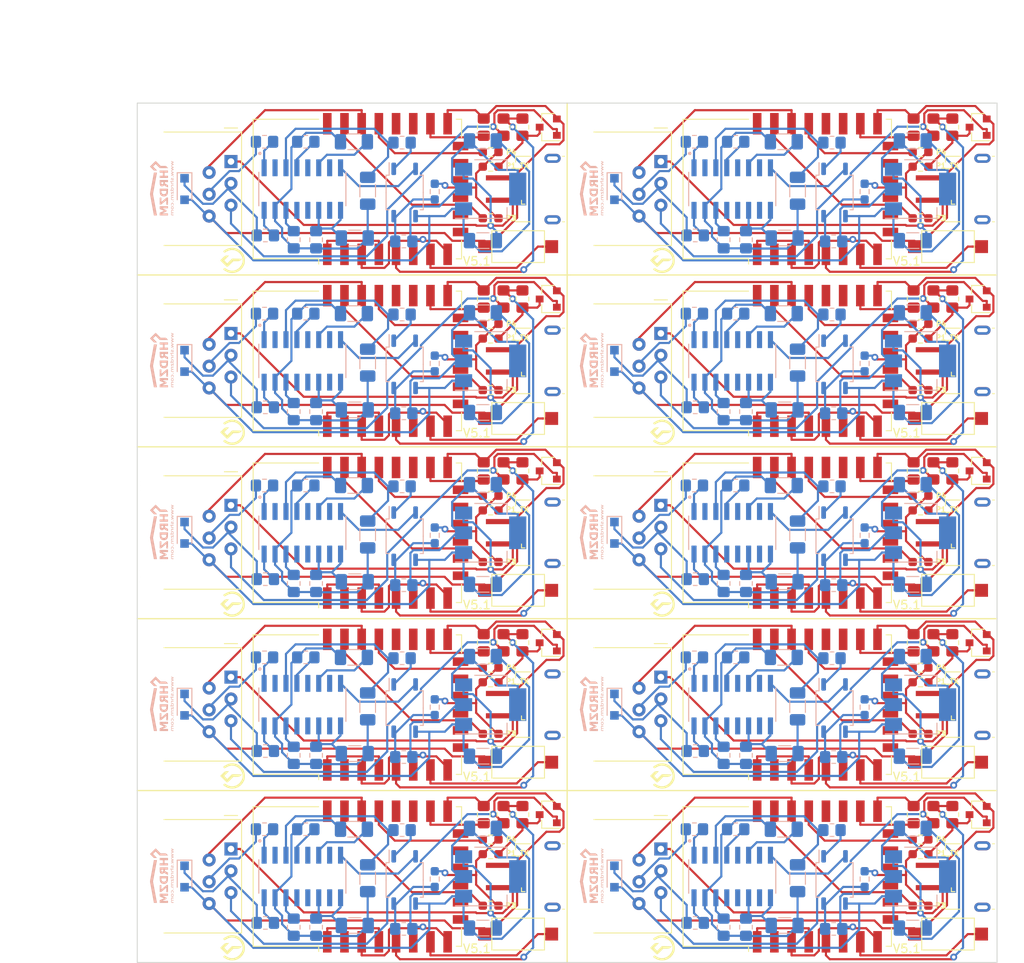
<source format=kicad_pcb>
(kicad_pcb (version 20171130) (host pcbnew "(5.1.9)-1")
  (layers (0 F.Cu signal) (31 B.Cu signal) (34 B.Paste user) (35 F.Paste user) (36 B.SilkS user) (37 F.SilkS user) (38 B.Mask user) (39 F.Mask user) (44 Edge.Cuts user))
  (net 0 "")
  (net 1 +3V3)
  (net 2 GND)
  (net 3 +5V)
  (net 4 "Net-(C3-Pad1)")
  (net 5 GND1)
  (net 6 "Net-(C4-Pad1)")
  (net 7 "Net-(C5-Pad1)")
  (net 8 "Net-(D1-Pad1)")
  (net 9 /DATA)
  (net 10 "Net-(J2-Pad4)")
  (net 11 /TRIGGER)
  (net 12 "Net-(Q1-Pad3)")
  (net 13 "Net-(R1-Pad2)")
  (net 14 "Net-(R1-Pad1)")
  (net 15 "Net-(R2-Pad2)")
  (net 16 "Net-(R3-Pad1)")
  (net 17 /MBUS_TX)
  (net 18 "Net-(R8-Pad1)")
  (net 19 "Net-(R10-Pad1)")
  (net 20 "Net-(R11-Pad1)")
  (net 21 "Net-(R12-Pad1)")
  (net 22 "Net-(R14-Pad2)")
  (net 23 "Net-(R15-Pad1)")
  (net 24 "Net-(SW1-Pad1)")
  (net 25 "Net-(U2-Pad1)")
  (net 26 "Net-(U2-Pad2)")
  (net 27 "Net-(U2-Pad6)")
  (net 28 "Net-(U2-Pad9)")
  (net 29 "Net-(U2-Pad10)")
  (net 30 "Net-(U2-Pad11)")
  (net 31 "Net-(U2-Pad12)")
  (net 32 "Net-(U2-Pad13)")
  (net 33 "Net-(U2-Pad14)")
  (net 34 "Net-(U2-Pad17)")
  (net 35 "Net-(U2-Pad18)")
  (net 36 "Net-(U2-Pad22)")
  (net 37 "Net-(U3-Pad2)")
  (net 38 "Net-(U3-Pad5)")
  (net 39 "Net-(U3-Pad7)")
  (net 40 /UART_TX)
  (net 41 "Net-(U3-Pad10)")
  (net 42 "Net-(U3-Pad12)")
  (net 43 "Net-(U3-Pad13)")
  (module ErichCollection:RJ12_Amphenol_54601_Reduced1 (layer F.Cu) (at 48.4 146.8 270)
    (fp_text reference J2 hide)
    (fp_text value RJ12)
    (pad 1 thru_hole rect (at 0 0 270) (size 1.52 1.52) (drill 0.76) (layers *.Cu *.Mask) (net 3 +5V))
    (pad "" np_thru_hole circle (at -1.91 8.89 270) (size 3.25 3.25) (drill 3.25) (layers *.Cu *.Mask))
    (pad 2 thru_hole circle (at 1.27 2.54 270) (size 1.52 1.52) (drill 0.76) (layers *.Cu *.Mask) (net 11 /TRIGGER))
    (pad 3 thru_hole circle (at 2.54 0 270) (size 1.52 1.52) (drill 0.76) (layers *.Cu *.Mask) (net 8 "Net-(D1-Pad1)"))
    (pad 4 thru_hole circle (at 3.81 2.54 270) (size 1.52 1.52) (drill 0.76) (layers *.Cu *.Mask) (net 10 "Net-(J2-Pad4)"))
    (pad 5 thru_hole circle (at 5.08 0 270) (size 1.52 1.52) (drill 0.76) (layers *.Cu *.Mask) (net 9 /DATA))
    (pad 6 thru_hole circle (at 6.35 2.54 270) (size 1.52 1.52) (drill 0.76) (layers *.Cu *.Mask) (net 2 GND))
    (pad "" np_thru_hole circle (at 8.25 8.89 270) (size 3.25 3.25) (drill 3.25) (layers *.Cu *.Mask))
  )
  (module ErichCollection:RJ12_Amphenol_54601_Reduced1 (layer F.Cu) (at 48.4 126.8 270)
    (fp_text reference J2 hide)
    (fp_text value RJ12)
    (pad "" np_thru_hole circle (at 8.25 8.89 270) (size 3.25 3.25) (drill 3.25) (layers *.Cu *.Mask))
    (pad 6 thru_hole circle (at 6.35 2.54 270) (size 1.52 1.52) (drill 0.76) (layers *.Cu *.Mask) (net 2 GND))
    (pad 5 thru_hole circle (at 5.08 0 270) (size 1.52 1.52) (drill 0.76) (layers *.Cu *.Mask) (net 9 /DATA))
    (pad 4 thru_hole circle (at 3.81 2.54 270) (size 1.52 1.52) (drill 0.76) (layers *.Cu *.Mask) (net 10 "Net-(J2-Pad4)"))
    (pad 3 thru_hole circle (at 2.54 0 270) (size 1.52 1.52) (drill 0.76) (layers *.Cu *.Mask) (net 8 "Net-(D1-Pad1)"))
    (pad 2 thru_hole circle (at 1.27 2.54 270) (size 1.52 1.52) (drill 0.76) (layers *.Cu *.Mask) (net 11 /TRIGGER))
    (pad "" np_thru_hole circle (at -1.91 8.89 270) (size 3.25 3.25) (drill 3.25) (layers *.Cu *.Mask))
    (pad 1 thru_hole rect (at 0 0 270) (size 1.52 1.52) (drill 0.76) (layers *.Cu *.Mask) (net 3 +5V))
  )
  (module ErichCollection:RJ12_Amphenol_54601_Reduced1 (layer F.Cu) (at 48.4 106.8 270)
    (fp_text reference J2 hide)
    (fp_text value RJ12)
    (pad 1 thru_hole rect (at 0 0 270) (size 1.52 1.52) (drill 0.76) (layers *.Cu *.Mask) (net 3 +5V))
    (pad "" np_thru_hole circle (at -1.91 8.89 270) (size 3.25 3.25) (drill 3.25) (layers *.Cu *.Mask))
    (pad 2 thru_hole circle (at 1.27 2.54 270) (size 1.52 1.52) (drill 0.76) (layers *.Cu *.Mask) (net 11 /TRIGGER))
    (pad 3 thru_hole circle (at 2.54 0 270) (size 1.52 1.52) (drill 0.76) (layers *.Cu *.Mask) (net 8 "Net-(D1-Pad1)"))
    (pad 4 thru_hole circle (at 3.81 2.54 270) (size 1.52 1.52) (drill 0.76) (layers *.Cu *.Mask) (net 10 "Net-(J2-Pad4)"))
    (pad 5 thru_hole circle (at 5.08 0 270) (size 1.52 1.52) (drill 0.76) (layers *.Cu *.Mask) (net 9 /DATA))
    (pad 6 thru_hole circle (at 6.35 2.54 270) (size 1.52 1.52) (drill 0.76) (layers *.Cu *.Mask) (net 2 GND))
    (pad "" np_thru_hole circle (at 8.25 8.89 270) (size 3.25 3.25) (drill 3.25) (layers *.Cu *.Mask))
  )
  (module ErichCollection:RJ12_Amphenol_54601_Reduced1 (layer F.Cu) (at 48.4 86.8 270)
    (fp_text reference J2 hide)
    (fp_text value RJ12)
    (pad "" np_thru_hole circle (at 8.25 8.89 270) (size 3.25 3.25) (drill 3.25) (layers *.Cu *.Mask))
    (pad 6 thru_hole circle (at 6.35 2.54 270) (size 1.52 1.52) (drill 0.76) (layers *.Cu *.Mask) (net 2 GND))
    (pad 5 thru_hole circle (at 5.08 0 270) (size 1.52 1.52) (drill 0.76) (layers *.Cu *.Mask) (net 9 /DATA))
    (pad 4 thru_hole circle (at 3.81 2.54 270) (size 1.52 1.52) (drill 0.76) (layers *.Cu *.Mask) (net 10 "Net-(J2-Pad4)"))
    (pad 3 thru_hole circle (at 2.54 0 270) (size 1.52 1.52) (drill 0.76) (layers *.Cu *.Mask) (net 8 "Net-(D1-Pad1)"))
    (pad 2 thru_hole circle (at 1.27 2.54 270) (size 1.52 1.52) (drill 0.76) (layers *.Cu *.Mask) (net 11 /TRIGGER))
    (pad "" np_thru_hole circle (at -1.91 8.89 270) (size 3.25 3.25) (drill 3.25) (layers *.Cu *.Mask))
    (pad 1 thru_hole rect (at 0 0 270) (size 1.52 1.52) (drill 0.76) (layers *.Cu *.Mask) (net 3 +5V))
  )
  (module Resistor_SMD:R_0805_2012Metric_Pad1.20x1.40mm_HandSolder (layer B.Cu) (at 52.3 144.5 180)
    (fp_text reference R12 hide)
    (fp_text value 220 hide)
    (pad 2 smd roundrect (at 1 0 180) (size 1.2 1.4) (layers B.Cu B.Paste B.Mask) (roundrect_rratio 0.2083325) (net 10 "Net-(J2-Pad4)"))
    (pad 1 smd roundrect (at -1 0 180) (size 1.2 1.4) (layers B.Cu B.Paste B.Mask) (roundrect_rratio 0.2083325) (net 21 "Net-(R12-Pad1)"))
  )
  (module Package_TO_SOT_SMD:SOT-223-3_TabPin2 (layer B.Cu) (at 78.6 150)
    (fp_text reference U1 hide)
    (fp_text value AMS1117-3.3 hide)
    (pad 2 smd rect (at 3.15 0) (size 2 3.8) (layers B.Cu B.Paste B.Mask) (net 1 +3V3))
    (pad 2 smd rect (at -3.15 0) (size 2 1.5) (layers B.Cu B.Paste B.Mask) (net 1 +3V3))
    (pad 3 smd rect (at -3.15 -2.3) (size 2 1.5) (layers B.Cu B.Paste B.Mask) (net 3 +5V))
    (pad 1 smd rect (at -3.15 2.3) (size 2 1.5) (layers B.Cu B.Paste B.Mask) (net 2 GND))
  )
  (module Resistor_SMD:R_0603_1608Metric_Pad0.98x0.95mm_HandSolder (layer F.Cu) (at 78.6 153.4 180)
    (fp_text reference R1 hide)
    (fp_text value P3 (at -2.3 0) (layer F.SilkS) (effects (font (size 0.6 0.6))))
    (pad 2 smd roundrect (at 0.9125 0 180) (size 0.975 0.95) (layers F.Cu F.Paste F.Mask) (net 13 "Net-(R1-Pad2)"))
    (pad 1 smd roundrect (at -0.9125 0 180) (size 0.975 0.95) (layers F.Cu F.Paste F.Mask) (net 14 "Net-(R1-Pad1)"))
  )
  (module Resistor_SMD:R_0805_2012Metric_Pad1.20x1.40mm_HandSolder (layer F.Cu) (at 82.3 142.8 270)
    (fp_text reference R8 hide)
    (fp_text value 10k)
    (pad 2 smd roundrect (at 1 0 270) (size 1.2 1.4) (layers F.Cu F.Paste F.Mask) (roundrect_rratio 0.2083325) (net 12 "Net-(Q1-Pad3)"))
    (pad 1 smd roundrect (at -1 0 270) (size 1.2 1.4) (layers F.Cu F.Paste F.Mask) (roundrect_rratio 0.2083325) (net 18 "Net-(R8-Pad1)"))
  )
  (module Resistor_SMD:R_0805_2012Metric_Pad1.20x1.40mm_HandSolder (layer F.Cu) (at 77.8 142.8 90)
    (fp_text reference R3 hide)
    (fp_text value 2.2k)
    (pad 1 smd roundrect (at -1 0 90) (size 1.2 1.4) (layers F.Cu F.Paste F.Mask) (roundrect_rratio 0.2083325) (net 16 "Net-(R3-Pad1)"))
    (pad 2 smd roundrect (at 1 0 90) (size 1.2 1.4) (layers F.Cu F.Paste F.Mask) (roundrect_rratio 0.2083325) (net 2 GND))
  )
  (module Package_TO_SOT_SMD:SOT-23 (layer F.Cu) (at 85.3 142.8 180)
    (fp_text reference Q1 hide)
    (fp_text value BC847 hide)
    (pad 1 smd rect (at -1 -0.95 180) (size 0.9 0.8) (layers F.Cu F.Paste F.Mask) (net 9 /DATA))
    (pad 2 smd rect (at -1 0.95 180) (size 0.9 0.8) (layers F.Cu F.Paste F.Mask) (net 2 GND))
    (pad 3 smd rect (at 1 0 180) (size 0.9 0.8) (layers F.Cu F.Paste F.Mask) (net 12 "Net-(Q1-Pad3)"))
  )
  (module Resistor_SMD:R_0805_2012Metric_Pad1.20x1.40mm_HandSolder (layer B.Cu) (at 57.1 144.5 180)
    (fp_text reference R15 hide)
    (fp_text value 30k)
    (pad 2 smd roundrect (at 1 0 180) (size 1.2 1.4) (layers B.Cu B.Paste B.Mask) (roundrect_rratio 0.2083325) (net 5 GND1))
    (pad 1 smd roundrect (at -1 0 180) (size 1.2 1.4) (layers B.Cu B.Paste B.Mask) (roundrect_rratio 0.2083325) (net 23 "Net-(R15-Pad1)"))
  )
  (module Resistor_SMD:R_0805_2012Metric_Pad1.20x1.40mm_HandSolder (layer B.Cu) (at 58.3 155.9 90)
    (fp_text reference R4 hide)
    (fp_text value 100k hide)
    (pad 2 smd roundrect (at 1 0 90) (size 1.2 1.4) (layers B.Cu B.Paste B.Mask) (roundrect_rratio 0.2083325) (net 4 "Net-(C3-Pad1)"))
    (pad 1 smd roundrect (at -1 0 90) (size 1.2 1.4) (layers B.Cu B.Paste B.Mask) (roundrect_rratio 0.2083325) (net 5 GND1))
  )
  (module Capacitor_SMD:C_1206_3216Metric_Pad1.33x1.80mm_HandSolder (layer B.Cu) (at 62.7 144.5 180)
    (fp_text reference C5 hide)
    (fp_text value 0.22uF)
    (pad 2 smd roundrect (at 1.5625 0 180) (size 1.325 1.8) (layers B.Cu B.Paste B.Mask) (roundrect_rratio 0.1886784905660377) (net 5 GND1))
    (pad 1 smd roundrect (at -1.5625 0 180) (size 1.325 1.8) (layers B.Cu B.Paste B.Mask) (roundrect_rratio 0.1886784905660377) (net 7 "Net-(C5-Pad1)"))
  )
  (module ErichCollection:RJ12_Amphenol_54601_Reduced1 (layer F.Cu) (at 98.4 146.8 270)
    (fp_text reference J2 hide)
    (fp_text value RJ12)
    (pad "" np_thru_hole circle (at 8.25 8.89 270) (size 3.25 3.25) (drill 3.25) (layers *.Cu *.Mask))
    (pad 6 thru_hole circle (at 6.35 2.54 270) (size 1.52 1.52) (drill 0.76) (layers *.Cu *.Mask) (net 2 GND))
    (pad 5 thru_hole circle (at 5.08 0 270) (size 1.52 1.52) (drill 0.76) (layers *.Cu *.Mask) (net 9 /DATA))
    (pad 4 thru_hole circle (at 3.81 2.54 270) (size 1.52 1.52) (drill 0.76) (layers *.Cu *.Mask) (net 10 "Net-(J2-Pad4)"))
    (pad 3 thru_hole circle (at 2.54 0 270) (size 1.52 1.52) (drill 0.76) (layers *.Cu *.Mask) (net 8 "Net-(D1-Pad1)"))
    (pad 2 thru_hole circle (at 1.27 2.54 270) (size 1.52 1.52) (drill 0.76) (layers *.Cu *.Mask) (net 11 /TRIGGER))
    (pad "" np_thru_hole circle (at -1.91 8.89 270) (size 3.25 3.25) (drill 3.25) (layers *.Cu *.Mask))
    (pad 1 thru_hole rect (at 0 0 270) (size 1.52 1.52) (drill 0.76) (layers *.Cu *.Mask) (net 3 +5V))
  )
  (module Diode_SMD:D_SOD-323_HandSoldering (layer B.Cu) (at 93 150 270)
    (fp_text reference D1 hide)
    (fp_text value 1N4148WS hide)
    (pad 2 smd rect (at 1.25 0 270) (size 1 1) (layers B.Cu B.Paste B.Mask) (net 2 GND))
    (pad 1 smd rect (at -1.25 0 270) (size 1 1) (layers B.Cu B.Paste B.Mask) (net 8 "Net-(D1-Pad1)"))
  )
  (module Package_TO_SOT_SMD:SOT-23 (layer F.Cu) (at 135.3 142.8 180)
    (fp_text reference Q1 hide)
    (fp_text value BC847 hide)
    (pad 3 smd rect (at 1 0 180) (size 0.9 0.8) (layers F.Cu F.Paste F.Mask) (net 12 "Net-(Q1-Pad3)"))
    (pad 2 smd rect (at -1 0.95 180) (size 0.9 0.8) (layers F.Cu F.Paste F.Mask) (net 2 GND))
    (pad 1 smd rect (at -1 -0.95 180) (size 0.9 0.8) (layers F.Cu F.Paste F.Mask) (net 9 /DATA))
  )
  (module Resistor_SMD:R_0805_2012Metric_Pad1.20x1.40mm_HandSolder (layer F.Cu) (at 127.8 142.8 90)
    (fp_text reference R3 hide)
    (fp_text value 2.2k)
    (pad 2 smd roundrect (at 1 0 90) (size 1.2 1.4) (layers F.Cu F.Paste F.Mask) (roundrect_rratio 0.2083325) (net 2 GND))
    (pad 1 smd roundrect (at -1 0 90) (size 1.2 1.4) (layers F.Cu F.Paste F.Mask) (roundrect_rratio 0.2083325) (net 16 "Net-(R3-Pad1)"))
  )
  (module Diode_SMD:D_SOD-323_HandSoldering (layer B.Cu) (at 43 150 270)
    (fp_text reference D1 hide)
    (fp_text value 1N4148WS hide)
    (pad 1 smd rect (at -1.25 0 270) (size 1 1) (layers B.Cu B.Paste B.Mask) (net 8 "Net-(D1-Pad1)"))
    (pad 2 smd rect (at 1.25 0 270) (size 1 1) (layers B.Cu B.Paste B.Mask) (net 2 GND))
  )
  (module Resistor_SMD:R_0805_2012Metric_Pad1.20x1.40mm_HandSolder (layer B.Cu) (at 68.5 156.1)
    (fp_text reference R5 hide)
    (fp_text value 1.5k hide)
    (pad 2 smd roundrect (at 1 0) (size 1.2 1.4) (layers B.Cu B.Paste B.Mask) (roundrect_rratio 0.2083325) (net 1 +3V3))
    (pad 1 smd roundrect (at -1 0) (size 1.2 1.4) (layers B.Cu B.Paste B.Mask) (roundrect_rratio 0.2083325) (net 17 /MBUS_TX))
  )
  (module Resistor_SMD:R_0805_2012Metric_Pad1.20x1.40mm_HandSolder (layer B.Cu) (at 52.4 155.4 180)
    (fp_text reference R11 hide)
    (fp_text value 220 hide)
    (pad 1 smd roundrect (at -1 0 180) (size 1.2 1.4) (layers B.Cu B.Paste B.Mask) (roundrect_rratio 0.2083325) (net 20 "Net-(R11-Pad1)"))
    (pad 2 smd roundrect (at 1 0 180) (size 1.2 1.4) (layers B.Cu B.Paste B.Mask) (roundrect_rratio 0.2083325) (net 8 "Net-(D1-Pad1)"))
  )
  (module Resistor_SMD:R_0805_2012Metric_Pad1.20x1.40mm_HandSolder (layer B.Cu) (at 68.3 144.6 180)
    (fp_text reference R10 hide)
    (fp_text value 1.5k hide)
    (pad 1 smd roundrect (at -1 0 180) (size 1.2 1.4) (layers B.Cu B.Paste B.Mask) (roundrect_rratio 0.2083325) (net 19 "Net-(R10-Pad1)"))
    (pad 2 smd roundrect (at 1 0 180) (size 1.2 1.4) (layers B.Cu B.Paste B.Mask) (roundrect_rratio 0.2083325) (net 6 "Net-(C4-Pad1)"))
  )
  (module "SHRDZM:SHRDZM Symbol 3x3" (layer F.Cu) (at 48.6 158.3 90)
    (fp_text reference G2 hide)
    (fp_text value LOGO hide)
  )
  (module Capacitor_SMD:C_1206_3216Metric_Pad1.33x1.80mm_HandSolder (layer B.Cu) (at 77.7 156 180)
    (fp_text reference C2 hide)
    (fp_text value 22uF hide)
    (pad 1 smd roundrect (at -1.5625 0 180) (size 1.325 1.8) (layers B.Cu B.Paste B.Mask) (roundrect_rratio 0.1886784905660377) (net 3 +5V))
    (pad 2 smd roundrect (at 1.5625 0 180) (size 1.325 1.8) (layers B.Cu B.Paste B.Mask) (roundrect_rratio 0.1886784905660377) (net 2 GND))
  )
  (module Capacitor_SMD:C_1206_3216Metric_Pad1.33x1.80mm_HandSolder (layer B.Cu) (at 127.7 144.4)
    (fp_text reference C1 hide)
    (fp_text value 22uF hide)
    (pad 2 smd roundrect (at 1.5625 0) (size 1.325 1.8) (layers B.Cu B.Paste B.Mask) (roundrect_rratio 0.1886784905660377) (net 2 GND))
    (pad 1 smd roundrect (at -1.5625 0) (size 1.325 1.8) (layers B.Cu B.Paste B.Mask) (roundrect_rratio 0.1886784905660377) (net 1 +3V3))
  )
  (module Capacitor_SMD:C_1206_3216Metric_Pad1.33x1.80mm_HandSolder (layer B.Cu) (at 64.3 150.2 270)
    (fp_text reference C4 hide)
    (fp_text value 22uF hide)
    (pad 2 smd roundrect (at 1.5625 0 270) (size 1.325 1.8) (layers B.Cu B.Paste B.Mask) (roundrect_rratio 0.1886784905660377) (net 5 GND1))
    (pad 1 smd roundrect (at -1.5625 0 270) (size 1.325 1.8) (layers B.Cu B.Paste B.Mask) (roundrect_rratio 0.1886784905660377) (net 6 "Net-(C4-Pad1)"))
  )
  (module Resistor_SMD:R_0603_1608Metric_Pad0.98x0.95mm_HandSolder (layer B.Cu) (at 122.1 150.3 270)
    (fp_text reference R6 hide)
    (fp_text value M_TX)
    (pad 2 smd roundrect (at 0.9125 0 270) (size 0.975 0.95) (layers B.Cu B.Paste B.Mask) (net 17 /MBUS_TX))
    (pad 1 smd roundrect (at -0.9125 0 270) (size 0.975 0.95) (layers B.Cu B.Paste B.Mask) (net 14 "Net-(R1-Pad1)"))
  )
  (module RF_Module:ESP-12E (layer F.Cu) (at 113.1 150 90)
    (fp_text reference U2 hide)
    (fp_text value ESP-12F)
    (pad 22 smd rect (at 7.6 -3.5 90) (size 2.5 1) (layers F.Cu F.Paste F.Mask) (net 36 "Net-(U2-Pad22)"))
    (pad 21 smd rect (at 7.6 -1.5 90) (size 2.5 1) (layers F.Cu F.Paste F.Mask) (net 13 "Net-(R1-Pad2)"))
    (pad 20 smd rect (at 7.6 0.5 90) (size 2.5 1) (layers F.Cu F.Paste F.Mask) (net 11 /TRIGGER))
    (pad 19 smd rect (at 7.6 2.5 90) (size 2.5 1) (layers F.Cu F.Paste F.Mask) (net 15 "Net-(R2-Pad2)"))
    (pad 18 smd rect (at 7.6 4.5 90) (size 2.5 1) (layers F.Cu F.Paste F.Mask) (net 35 "Net-(U2-Pad18)"))
    (pad 17 smd rect (at 7.6 6.5 90) (size 2.5 1) (layers F.Cu F.Paste F.Mask) (net 34 "Net-(U2-Pad17)"))
    (pad 16 smd rect (at 7.6 8.5 90) (size 2.5 1) (layers F.Cu F.Paste F.Mask) (net 16 "Net-(R3-Pad1)"))
    (pad 15 smd rect (at 7.6 10.5 90) (size 2.5 1) (layers F.Cu F.Paste F.Mask) (net 2 GND))
    (pad 14 smd rect (at 5 12 90) (size 1 1.8) (layers F.Cu F.Paste F.Mask) (net 33 "Net-(U2-Pad14)"))
    (pad 13 smd rect (at 3 12 90) (size 1 1.8) (layers F.Cu F.Paste F.Mask) (net 32 "Net-(U2-Pad13)"))
    (pad 12 smd rect (at 1 12 90) (size 1 1.8) (layers F.Cu F.Paste F.Mask) (net 31 "Net-(U2-Pad12)"))
    (pad 11 smd rect (at -1 12 90) (size 1 1.8) (layers F.Cu F.Paste F.Mask) (net 30 "Net-(U2-Pad11)"))
    (pad 10 smd rect (at -3 12 90) (size 1 1.8) (layers F.Cu F.Paste F.Mask) (net 29 "Net-(U2-Pad10)"))
    (pad 9 smd rect (at -5 12 90) (size 1 1.8) (layers F.Cu F.Paste F.Mask) (net 28 "Net-(U2-Pad9)"))
    (pad 8 smd rect (at -7.6 10.5 90) (size 2.5 1) (layers F.Cu F.Paste F.Mask) (net 1 +3V3))
    (pad 7 smd rect (at -7.6 8.5 90) (size 2.5 1) (layers F.Cu F.Paste F.Mask) (net 24 "Net-(SW1-Pad1)"))
    (pad 6 smd rect (at -7.6 6.5 90) (size 2.5 1) (layers F.Cu F.Paste F.Mask) (net 27 "Net-(U2-Pad6)"))
    (pad 5 smd rect (at -7.6 4.5 90) (size 2.5 1) (layers F.Cu F.Paste F.Mask) (net 18 "Net-(R8-Pad1)"))
    (pad 4 smd rect (at -7.6 2.5 90) (size 2.5 1) (layers F.Cu F.Paste F.Mask) (net 25 "Net-(U2-Pad1)"))
    (pad 3 smd rect (at -7.6 0.5 90) (size 2.5 1) (layers F.Cu F.Paste F.Mask) (net 1 +3V3))
    (pad 2 smd rect (at -7.6 -1.5 90) (size 2.5 1) (layers F.Cu F.Paste F.Mask) (net 26 "Net-(U2-Pad2)"))
    (pad 1 smd rect (at -7.6 -3.5 90) (size 2.5 1) (layers F.Cu F.Paste F.Mask) (net 25 "Net-(U2-Pad1)"))
  )
  (module Resistor_SMD:R_0603_1608Metric_Pad0.98x0.95mm_HandSolder (layer F.Cu) (at 128.6 147.4)
    (fp_text reference R7 hide)
    (fp_text value P1_TX (at 3.1 -0.1) (layer F.SilkS) (effects (font (size 0.6 0.6))))
    (pad 1 smd roundrect (at -0.9125 0) (size 0.975 0.95) (layers F.Cu F.Paste F.Mask) (net 14 "Net-(R1-Pad1)"))
    (pad 2 smd roundrect (at 0.9125 0) (size 0.975 0.95) (layers F.Cu F.Paste F.Mask) (net 12 "Net-(Q1-Pad3)"))
  )
  (module Capacitor_SMD:C_1206_3216Metric_Pad1.33x1.80mm_HandSolder (layer B.Cu) (at 62.8 155.7)
    (fp_text reference C3 hide)
    (fp_text value 0.1uF hide)
    (pad 1 smd roundrect (at -1.5625 0) (size 1.325 1.8) (layers B.Cu B.Paste B.Mask) (roundrect_rratio 0.1886784905660377) (net 4 "Net-(C3-Pad1)"))
    (pad 2 smd roundrect (at 1.5625 0) (size 1.325 1.8) (layers B.Cu B.Paste B.Mask) (roundrect_rratio 0.1886784905660377) (net 5 GND1))
  )
  (module Resistor_SMD:R_0805_2012Metric_Pad1.20x1.40mm_HandSolder (layer B.Cu) (at 118.3 144.6 180)
    (fp_text reference R10 hide)
    (fp_text value 1.5k hide)
    (pad 2 smd roundrect (at 1 0 180) (size 1.2 1.4) (layers B.Cu B.Paste B.Mask) (roundrect_rratio 0.2083325) (net 6 "Net-(C4-Pad1)"))
    (pad 1 smd roundrect (at -1 0 180) (size 1.2 1.4) (layers B.Cu B.Paste B.Mask) (roundrect_rratio 0.2083325) (net 19 "Net-(R10-Pad1)"))
  )
  (module Package_TO_SOT_SMD:SOT-223-3_TabPin2 (layer B.Cu) (at 128.6 150)
    (fp_text reference U1 hide)
    (fp_text value AMS1117-3.3 hide)
    (pad 1 smd rect (at -3.15 2.3) (size 2 1.5) (layers B.Cu B.Paste B.Mask) (net 2 GND))
    (pad 3 smd rect (at -3.15 -2.3) (size 2 1.5) (layers B.Cu B.Paste B.Mask) (net 3 +5V))
    (pad 2 smd rect (at -3.15 0) (size 2 1.5) (layers B.Cu B.Paste B.Mask) (net 1 +3V3))
    (pad 2 smd rect (at 3.15 0) (size 2 3.8) (layers B.Cu B.Paste B.Mask) (net 1 +3V3))
  )
  (module Resistor_SMD:R_0805_2012Metric_Pad1.20x1.40mm_HandSolder (layer B.Cu) (at 108.3 155.9 90)
    (fp_text reference R4 hide)
    (fp_text value 100k hide)
    (pad 1 smd roundrect (at -1 0 90) (size 1.2 1.4) (layers B.Cu B.Paste B.Mask) (roundrect_rratio 0.2083325) (net 5 GND1))
    (pad 2 smd roundrect (at 1 0 90) (size 1.2 1.4) (layers B.Cu B.Paste B.Mask) (roundrect_rratio 0.2083325) (net 4 "Net-(C3-Pad1)"))
  )
  (module Resistor_SMD:R_0805_2012Metric_Pad1.20x1.40mm_HandSolder (layer F.Cu) (at 130.1 142.8 270)
    (fp_text reference R9 hide)
    (fp_text value 10k)
    (pad 2 smd roundrect (at 1 0 270) (size 1.2 1.4) (layers F.Cu F.Paste F.Mask) (roundrect_rratio 0.2083325) (net 9 /DATA))
    (pad 1 smd roundrect (at -1 0 270) (size 1.2 1.4) (layers F.Cu F.Paste F.Mask) (roundrect_rratio 0.2083325) (net 18 "Net-(R8-Pad1)"))
  )
  (module Resistor_SMD:R_0805_2012Metric_Pad1.20x1.40mm_HandSolder (layer B.Cu) (at 102.4 155.4 180)
    (fp_text reference R11 hide)
    (fp_text value 220 hide)
    (pad 2 smd roundrect (at 1 0 180) (size 1.2 1.4) (layers B.Cu B.Paste B.Mask) (roundrect_rratio 0.2083325) (net 8 "Net-(D1-Pad1)"))
    (pad 1 smd roundrect (at -1 0 180) (size 1.2 1.4) (layers B.Cu B.Paste B.Mask) (roundrect_rratio 0.2083325) (net 20 "Net-(R11-Pad1)"))
  )
  (module "SHRDZM:SHRDZM Symbol 3x3" (layer F.Cu) (at 98.6 158.3 90)
    (fp_text reference G2 hide)
    (fp_text value LOGO hide)
  )
  (module Capacitor_SMD:C_1206_3216Metric_Pad1.33x1.80mm_HandSolder (layer B.Cu) (at 114.3 150.2 270)
    (fp_text reference C4 hide)
    (fp_text value 22uF hide)
    (pad 1 smd roundrect (at -1.5625 0 270) (size 1.325 1.8) (layers B.Cu B.Paste B.Mask) (roundrect_rratio 0.1886784905660377) (net 6 "Net-(C4-Pad1)"))
    (pad 2 smd roundrect (at 1.5625 0 270) (size 1.325 1.8) (layers B.Cu B.Paste B.Mask) (roundrect_rratio 0.1886784905660377) (net 5 GND1))
  )
  (module TSS721ADR:SOIC127P600X175-16N (layer B.Cu) (at 56.7 150 270)
    (fp_text reference U3 hide)
    (fp_text value TSS721ADR hide)
    (pad 1 smd roundrect (at -2.475 4.445 270) (size 1.97 0.6) (layers B.Cu B.Paste B.Mask) (roundrect_rratio 0.07000000000000001) (net 21 "Net-(R12-Pad1)"))
    (pad 2 smd roundrect (at -2.475 3.175 270) (size 1.97 0.6) (layers B.Cu B.Paste B.Mask) (roundrect_rratio 0.07000000000000001) (net 37 "Net-(U3-Pad2)"))
    (pad 3 smd roundrect (at -2.475 1.905 270) (size 1.97 0.6) (layers B.Cu B.Paste B.Mask) (roundrect_rratio 0.07000000000000001) (net 6 "Net-(C4-Pad1)"))
    (pad 4 smd roundrect (at -2.475 0.635 270) (size 1.97 0.6) (layers B.Cu B.Paste B.Mask) (roundrect_rratio 0.07000000000000001) (net 23 "Net-(R15-Pad1)"))
    (pad 5 smd roundrect (at -2.475 -0.635 270) (size 1.97 0.6) (layers B.Cu B.Paste B.Mask) (roundrect_rratio 0.07000000000000001) (net 38 "Net-(U3-Pad5)"))
    (pad 6 smd roundrect (at -2.475 -1.905 270) (size 1.97 0.6) (layers B.Cu B.Paste B.Mask) (roundrect_rratio 0.07000000000000001) (net 7 "Net-(C5-Pad1)"))
    (pad 7 smd roundrect (at -2.475 -3.175 270) (size 1.97 0.6) (layers B.Cu B.Paste B.Mask) (roundrect_rratio 0.07000000000000001) (net 39 "Net-(U3-Pad7)"))
    (pad 8 smd roundrect (at -2.475 -4.445 270) (size 1.97 0.6) (layers B.Cu B.Paste B.Mask) (roundrect_rratio 0.07000000000000001) (net 40 /UART_TX))
    (pad 9 smd roundrect (at 2.475 -4.445 270) (size 1.97 0.6) (layers B.Cu B.Paste B.Mask) (roundrect_rratio 0.07000000000000001) (net 4 "Net-(C3-Pad1)"))
    (pad 10 smd roundrect (at 2.475 -3.175 270) (size 1.97 0.6) (layers B.Cu B.Paste B.Mask) (roundrect_rratio 0.07000000000000001) (net 41 "Net-(U3-Pad10)"))
    (pad 11 smd roundrect (at 2.475 -1.905 270) (size 1.97 0.6) (layers B.Cu B.Paste B.Mask) (roundrect_rratio 0.07000000000000001) (net 4 "Net-(C3-Pad1)"))
    (pad 12 smd roundrect (at 2.475 -0.635 270) (size 1.97 0.6) (layers B.Cu B.Paste B.Mask) (roundrect_rratio 0.07000000000000001) (net 42 "Net-(U3-Pad12)"))
    (pad 13 smd roundrect (at 2.475 0.635 270) (size 1.97 0.6) (layers B.Cu B.Paste B.Mask) (roundrect_rratio 0.07000000000000001) (net 43 "Net-(U3-Pad13)"))
    (pad 14 smd roundrect (at 2.475 1.905 270) (size 1.97 0.6) (layers B.Cu B.Paste B.Mask) (roundrect_rratio 0.07000000000000001) (net 22 "Net-(R14-Pad2)"))
    (pad 15 smd roundrect (at 2.475 3.175 270) (size 1.97 0.6) (layers B.Cu B.Paste B.Mask) (roundrect_rratio 0.07000000000000001) (net 5 GND1))
    (pad 16 smd roundrect (at 2.475 4.445 270) (size 1.97 0.6) (layers B.Cu B.Paste B.Mask) (roundrect_rratio 0.07000000000000001) (net 20 "Net-(R11-Pad1)"))
  )
  (module Resistor_SMD:R_0805_2012Metric_Pad1.20x1.40mm_HandSolder (layer B.Cu) (at 105.7 155.9 90)
    (fp_text reference R14 hide)
    (fp_text value 100)
    (pad 2 smd roundrect (at 1 0 90) (size 1.2 1.4) (layers B.Cu B.Paste B.Mask) (roundrect_rratio 0.2083325) (net 22 "Net-(R14-Pad2)"))
    (pad 1 smd roundrect (at -1 0 90) (size 1.2 1.4) (layers B.Cu B.Paste B.Mask) (roundrect_rratio 0.2083325) (net 5 GND1))
  )
  (module Capacitor_SMD:C_1206_3216Metric_Pad1.33x1.80mm_HandSolder (layer B.Cu) (at 112.7 144.5 180)
    (fp_text reference C5 hide)
    (fp_text value 0.22uF)
    (pad 1 smd roundrect (at -1.5625 0 180) (size 1.325 1.8) (layers B.Cu B.Paste B.Mask) (roundrect_rratio 0.1886784905660377) (net 7 "Net-(C5-Pad1)"))
    (pad 2 smd roundrect (at 1.5625 0 180) (size 1.325 1.8) (layers B.Cu B.Paste B.Mask) (roundrect_rratio 0.1886784905660377) (net 5 GND1))
  )
  (module Package_SO:SOP-4_3.8x4.1mm_P2.54mm (layer B.Cu) (at 68.6 150.4 270)
    (fp_text reference U4 hide)
    (fp_text value EL357NC hide)
    (pad 1 smd roundrect (at -2.75 1.27 270) (size 1.45 0.55) (layers B.Cu B.Paste B.Mask) (net 19 "Net-(R10-Pad1)"))
    (pad 2 smd roundrect (at -2.75 -1.27 270) (size 1.45 0.55) (layers B.Cu B.Paste B.Mask) (net 40 /UART_TX))
    (pad 3 smd roundrect (at 2.75 -1.27 270) (size 1.45 0.55) (layers B.Cu B.Paste B.Mask) (net 2 GND))
    (pad 4 smd roundrect (at 2.75 1.27 270) (size 1.45 0.55) (layers B.Cu B.Paste B.Mask) (net 17 /MBUS_TX))
  )
  (module Resistor_SMD:R_0603_1608Metric_Pad0.98x0.95mm_HandSolder (layer F.Cu) (at 128.6 145.7 180)
    (fp_text reference R2 hide)
    (fp_text value P4 (at -2.4 0) (layer F.SilkS) (effects (font (size 0.6 0.6))))
    (pad 2 smd roundrect (at 0.9125 0 180) (size 0.975 0.95) (layers F.Cu F.Paste F.Mask) (net 15 "Net-(R2-Pad2)"))
    (pad 1 smd roundrect (at -0.9125 0 180) (size 0.975 0.95) (layers F.Cu F.Paste F.Mask) (net 14 "Net-(R1-Pad1)"))
  )
  (module "SHRDZM:SHRDZM www 6x3" (layer B.Cu) (at 40.5 149.9 270)
    (fp_text reference G*** hide)
    (fp_text value LOGO hide)
  )
  (module Package_SO:SOP-4_3.8x4.1mm_P2.54mm (layer B.Cu) (at 118.6 150.4 270)
    (fp_text reference U4 hide)
    (fp_text value EL357NC hide)
    (pad 4 smd roundrect (at 2.75 1.27 270) (size 1.45 0.55) (layers B.Cu B.Paste B.Mask) (net 17 /MBUS_TX))
    (pad 3 smd roundrect (at 2.75 -1.27 270) (size 1.45 0.55) (layers B.Cu B.Paste B.Mask) (net 2 GND))
    (pad 2 smd roundrect (at -2.75 -1.27 270) (size 1.45 0.55) (layers B.Cu B.Paste B.Mask) (net 40 /UART_TX))
    (pad 1 smd roundrect (at -2.75 1.27 270) (size 1.45 0.55) (layers B.Cu B.Paste B.Mask) (net 19 "Net-(R10-Pad1)"))
  )
  (module Resistor_SMD:R_0603_1608Metric_Pad0.98x0.95mm_HandSolder (layer F.Cu) (at 78.6 147.4)
    (fp_text reference R7 hide)
    (fp_text value P1_TX (at 3.1 -0.1) (layer F.SilkS) (effects (font (size 0.6 0.6))))
    (pad 2 smd roundrect (at 0.9125 0) (size 0.975 0.95) (layers F.Cu F.Paste F.Mask) (net 12 "Net-(Q1-Pad3)"))
    (pad 1 smd roundrect (at -0.9125 0) (size 0.975 0.95) (layers F.Cu F.Paste F.Mask) (net 14 "Net-(R1-Pad1)"))
  )
  (module Resistor_SMD:R_0805_2012Metric_Pad1.20x1.40mm_HandSolder (layer B.Cu) (at 102.3 144.5 180)
    (fp_text reference R12 hide)
    (fp_text value 220 hide)
    (pad 1 smd roundrect (at -1 0 180) (size 1.2 1.4) (layers B.Cu B.Paste B.Mask) (roundrect_rratio 0.2083325) (net 21 "Net-(R12-Pad1)"))
    (pad 2 smd roundrect (at 1 0 180) (size 1.2 1.4) (layers B.Cu B.Paste B.Mask) (roundrect_rratio 0.2083325) (net 10 "Net-(J2-Pad4)"))
  )
  (module Resistor_SMD:R_0603_1608Metric_Pad0.98x0.95mm_HandSolder (layer F.Cu) (at 78.6 145.7 180)
    (fp_text reference R2 hide)
    (fp_text value P4 (at -2.4 0) (layer F.SilkS) (effects (font (size 0.6 0.6))))
    (pad 1 smd roundrect (at -0.9125 0 180) (size 0.975 0.95) (layers F.Cu F.Paste F.Mask) (net 14 "Net-(R1-Pad1)"))
    (pad 2 smd roundrect (at 0.9125 0 180) (size 0.975 0.95) (layers F.Cu F.Paste F.Mask) (net 15 "Net-(R2-Pad2)"))
  )
  (module RF_Module:ESP-12E (layer F.Cu) (at 63.1 150 90)
    (fp_text reference U2 hide)
    (fp_text value ESP-12F)
    (pad 1 smd rect (at -7.6 -3.5 90) (size 2.5 1) (layers F.Cu F.Paste F.Mask) (net 25 "Net-(U2-Pad1)"))
    (pad 2 smd rect (at -7.6 -1.5 90) (size 2.5 1) (layers F.Cu F.Paste F.Mask) (net 26 "Net-(U2-Pad2)"))
    (pad 3 smd rect (at -7.6 0.5 90) (size 2.5 1) (layers F.Cu F.Paste F.Mask) (net 1 +3V3))
    (pad 4 smd rect (at -7.6 2.5 90) (size 2.5 1) (layers F.Cu F.Paste F.Mask) (net 25 "Net-(U2-Pad1)"))
    (pad 5 smd rect (at -7.6 4.5 90) (size 2.5 1) (layers F.Cu F.Paste F.Mask) (net 18 "Net-(R8-Pad1)"))
    (pad 6 smd rect (at -7.6 6.5 90) (size 2.5 1) (layers F.Cu F.Paste F.Mask) (net 27 "Net-(U2-Pad6)"))
    (pad 7 smd rect (at -7.6 8.5 90) (size 2.5 1) (layers F.Cu F.Paste F.Mask) (net 24 "Net-(SW1-Pad1)"))
    (pad 8 smd rect (at -7.6 10.5 90) (size 2.5 1) (layers F.Cu F.Paste F.Mask) (net 1 +3V3))
    (pad 9 smd rect (at -5 12 90) (size 1 1.8) (layers F.Cu F.Paste F.Mask) (net 28 "Net-(U2-Pad9)"))
    (pad 10 smd rect (at -3 12 90) (size 1 1.8) (layers F.Cu F.Paste F.Mask) (net 29 "Net-(U2-Pad10)"))
    (pad 11 smd rect (at -1 12 90) (size 1 1.8) (layers F.Cu F.Paste F.Mask) (net 30 "Net-(U2-Pad11)"))
    (pad 12 smd rect (at 1 12 90) (size 1 1.8) (layers F.Cu F.Paste F.Mask) (net 31 "Net-(U2-Pad12)"))
    (pad 13 smd rect (at 3 12 90) (size 1 1.8) (layers F.Cu F.Paste F.Mask) (net 32 "Net-(U2-Pad13)"))
    (pad 14 smd rect (at 5 12 90) (size 1 1.8) (layers F.Cu F.Paste F.Mask) (net 33 "Net-(U2-Pad14)"))
    (pad 15 smd rect (at 7.6 10.5 90) (size 2.5 1) (layers F.Cu F.Paste F.Mask) (net 2 GND))
    (pad 16 smd rect (at 7.6 8.5 90) (size 2.5 1) (layers F.Cu F.Paste F.Mask) (net 16 "Net-(R3-Pad1)"))
    (pad 17 smd rect (at 7.6 6.5 90) (size 2.5 1) (layers F.Cu F.Paste F.Mask) (net 34 "Net-(U2-Pad17)"))
    (pad 18 smd rect (at 7.6 4.5 90) (size 2.5 1) (layers F.Cu F.Paste F.Mask) (net 35 "Net-(U2-Pad18)"))
    (pad 19 smd rect (at 7.6 2.5 90) (size 2.5 1) (layers F.Cu F.Paste F.Mask) (net 15 "Net-(R2-Pad2)"))
    (pad 20 smd rect (at 7.6 0.5 90) (size 2.5 1) (layers F.Cu F.Paste F.Mask) (net 11 /TRIGGER))
    (pad 21 smd rect (at 7.6 -1.5 90) (size 2.5 1) (layers F.Cu F.Paste F.Mask) (net 13 "Net-(R1-Pad2)"))
    (pad 22 smd rect (at 7.6 -3.5 90) (size 2.5 1) (layers F.Cu F.Paste F.Mask) (net 36 "Net-(U2-Pad22)"))
  )
  (module Resistor_SMD:R_0805_2012Metric_Pad1.20x1.40mm_HandSolder (layer B.Cu) (at 118.5 156.1)
    (fp_text reference R5 hide)
    (fp_text value 1.5k hide)
    (pad 1 smd roundrect (at -1 0) (size 1.2 1.4) (layers B.Cu B.Paste B.Mask) (roundrect_rratio 0.2083325) (net 17 /MBUS_TX))
    (pad 2 smd roundrect (at 1 0) (size 1.2 1.4) (layers B.Cu B.Paste B.Mask) (roundrect_rratio 0.2083325) (net 1 +3V3))
  )
  (module Resistor_SMD:R_0603_1608Metric_Pad0.98x0.95mm_HandSolder (layer F.Cu) (at 128.6 153.4 180)
    (fp_text reference R1 hide)
    (fp_text value P3 (at -2.3 0) (layer F.SilkS) (effects (font (size 0.6 0.6))))
    (pad 1 smd roundrect (at -0.9125 0 180) (size 0.975 0.95) (layers F.Cu F.Paste F.Mask) (net 14 "Net-(R1-Pad1)"))
    (pad 2 smd roundrect (at 0.9125 0 180) (size 0.975 0.95) (layers F.Cu F.Paste F.Mask) (net 13 "Net-(R1-Pad2)"))
  )
  (module Capacitor_SMD:C_1206_3216Metric_Pad1.33x1.80mm_HandSolder (layer B.Cu) (at 112.8 155.7)
    (fp_text reference C3 hide)
    (fp_text value 0.1uF hide)
    (pad 2 smd roundrect (at 1.5625 0) (size 1.325 1.8) (layers B.Cu B.Paste B.Mask) (roundrect_rratio 0.1886784905660377) (net 5 GND1))
    (pad 1 smd roundrect (at -1.5625 0) (size 1.325 1.8) (layers B.Cu B.Paste B.Mask) (roundrect_rratio 0.1886784905660377) (net 4 "Net-(C3-Pad1)"))
  )
  (module Resistor_SMD:R_0805_2012Metric_Pad1.20x1.40mm_HandSolder (layer B.Cu) (at 55.7 155.9 90)
    (fp_text reference R14 hide)
    (fp_text value 100)
    (pad 1 smd roundrect (at -1 0 90) (size 1.2 1.4) (layers B.Cu B.Paste B.Mask) (roundrect_rratio 0.2083325) (net 5 GND1))
    (pad 2 smd roundrect (at 1 0 90) (size 1.2 1.4) (layers B.Cu B.Paste B.Mask) (roundrect_rratio 0.2083325) (net 22 "Net-(R14-Pad2)"))
  )
  (module TSS721ADR:SOIC127P600X175-16N (layer B.Cu) (at 106.7 150 270)
    (fp_text reference U3 hide)
    (fp_text value TSS721ADR hide)
    (pad 16 smd roundrect (at 2.475 4.445 270) (size 1.97 0.6) (layers B.Cu B.Paste B.Mask) (roundrect_rratio 0.07000000000000001) (net 20 "Net-(R11-Pad1)"))
    (pad 15 smd roundrect (at 2.475 3.175 270) (size 1.97 0.6) (layers B.Cu B.Paste B.Mask) (roundrect_rratio 0.07000000000000001) (net 5 GND1))
    (pad 14 smd roundrect (at 2.475 1.905 270) (size 1.97 0.6) (layers B.Cu B.Paste B.Mask) (roundrect_rratio 0.07000000000000001) (net 22 "Net-(R14-Pad2)"))
    (pad 13 smd roundrect (at 2.475 0.635 270) (size 1.97 0.6) (layers B.Cu B.Paste B.Mask) (roundrect_rratio 0.07000000000000001) (net 43 "Net-(U3-Pad13)"))
    (pad 12 smd roundrect (at 2.475 -0.635 270) (size 1.97 0.6) (layers B.Cu B.Paste B.Mask) (roundrect_rratio 0.07000000000000001) (net 42 "Net-(U3-Pad12)"))
    (pad 11 smd roundrect (at 2.475 -1.905 270) (size 1.97 0.6) (layers B.Cu B.Paste B.Mask) (roundrect_rratio 0.07000000000000001) (net 4 "Net-(C3-Pad1)"))
    (pad 10 smd roundrect (at 2.475 -3.175 270) (size 1.97 0.6) (layers B.Cu B.Paste B.Mask) (roundrect_rratio 0.07000000000000001) (net 41 "Net-(U3-Pad10)"))
    (pad 9 smd roundrect (at 2.475 -4.445 270) (size 1.97 0.6) (layers B.Cu B.Paste B.Mask) (roundrect_rratio 0.07000000000000001) (net 4 "Net-(C3-Pad1)"))
    (pad 8 smd roundrect (at -2.475 -4.445 270) (size 1.97 0.6) (layers B.Cu B.Paste B.Mask) (roundrect_rratio 0.07000000000000001) (net 40 /UART_TX))
    (pad 7 smd roundrect (at -2.475 -3.175 270) (size 1.97 0.6) (layers B.Cu B.Paste B.Mask) (roundrect_rratio 0.07000000000000001) (net 39 "Net-(U3-Pad7)"))
    (pad 6 smd roundrect (at -2.475 -1.905 270) (size 1.97 0.6) (layers B.Cu B.Paste B.Mask) (roundrect_rratio 0.07000000000000001) (net 7 "Net-(C5-Pad1)"))
    (pad 5 smd roundrect (at -2.475 -0.635 270) (size 1.97 0.6) (layers B.Cu B.Paste B.Mask) (roundrect_rratio 0.07000000000000001) (net 38 "Net-(U3-Pad5)"))
    (pad 4 smd roundrect (at -2.475 0.635 270) (size 1.97 0.6) (layers B.Cu B.Paste B.Mask) (roundrect_rratio 0.07000000000000001) (net 23 "Net-(R15-Pad1)"))
    (pad 3 smd roundrect (at -2.475 1.905 270) (size 1.97 0.6) (layers B.Cu B.Paste B.Mask) (roundrect_rratio 0.07000000000000001) (net 6 "Net-(C4-Pad1)"))
    (pad 2 smd roundrect (at -2.475 3.175 270) (size 1.97 0.6) (layers B.Cu B.Paste B.Mask) (roundrect_rratio 0.07000000000000001) (net 37 "Net-(U3-Pad2)"))
    (pad 1 smd roundrect (at -2.475 4.445 270) (size 1.97 0.6) (layers B.Cu B.Paste B.Mask) (roundrect_rratio 0.07000000000000001) (net 21 "Net-(R12-Pad1)"))
  )
  (module Resistor_SMD:R_0805_2012Metric_Pad1.20x1.40mm_HandSolder (layer B.Cu) (at 107.1 144.5 180)
    (fp_text reference R15 hide)
    (fp_text value 30k)
    (pad 1 smd roundrect (at -1 0 180) (size 1.2 1.4) (layers B.Cu B.Paste B.Mask) (roundrect_rratio 0.2083325) (net 23 "Net-(R15-Pad1)"))
    (pad 2 smd roundrect (at 1 0 180) (size 1.2 1.4) (layers B.Cu B.Paste B.Mask) (roundrect_rratio 0.2083325) (net 5 GND1))
  )
  (module "SHRDZM:SHRDZM www 6x3" (layer B.Cu) (at 90.5 149.9 270)
    (fp_text reference G*** hide)
    (fp_text value LOGO hide)
  )
  (module Resistor_SMD:R_0603_1608Metric_Pad0.98x0.95mm_HandSolder (layer B.Cu) (at 72.1 150.3 270)
    (fp_text reference R6 hide)
    (fp_text value M_TX)
    (pad 1 smd roundrect (at -0.9125 0 270) (size 0.975 0.95) (layers B.Cu B.Paste B.Mask) (net 14 "Net-(R1-Pad1)"))
    (pad 2 smd roundrect (at 0.9125 0 270) (size 0.975 0.95) (layers B.Cu B.Paste B.Mask) (net 17 /MBUS_TX))
  )
  (module Capacitor_SMD:C_1206_3216Metric_Pad1.33x1.80mm_HandSolder (layer B.Cu) (at 77.7 144.4)
    (fp_text reference C1 hide)
    (fp_text value 22uF hide)
    (pad 1 smd roundrect (at -1.5625 0) (size 1.325 1.8) (layers B.Cu B.Paste B.Mask) (roundrect_rratio 0.1886784905660377) (net 1 +3V3))
    (pad 2 smd roundrect (at 1.5625 0) (size 1.325 1.8) (layers B.Cu B.Paste B.Mask) (roundrect_rratio 0.1886784905660377) (net 2 GND))
  )
  (module Button_Switch_SMD:SW_SPST_CK_RS282G05A3 (layer F.Cu) (at 131.8 156.7 180)
    (fp_text reference SW1 hide)
    (fp_text value SW_Push hide)
    (pad 2 smd rect (at 3.9 0 180) (size 1.5 1.5) (layers F.Cu F.Paste F.Mask) (net 2 GND))
    (pad 1 smd rect (at -3.9 0 180) (size 1.5 1.5) (layers F.Cu F.Paste F.Mask) (net 24 "Net-(SW1-Pad1)"))
  )
  (module SHRDZM:USB_Micro-B_Power (layer F.Cu) (at 134.6 150 90)
    (fp_text reference J1 hide)
    (fp_text value USB_B_Micro_Power)
    (pad 1 smd rect (at -1.3 -5.15 90) (size 0.6 2.8) (layers F.Cu F.Paste F.Mask) (net 3 +5V))
    (pad 5 smd rect (at 1.3 -5.15 90) (size 0.6 2.8) (layers F.Cu F.Paste F.Mask) (net 2 GND))
    (pad "" thru_hole oval (at -3.575 1.2 270) (size 1.05 1.9) (drill oval 0.45 1.25) (layers *.Cu *.Mask))
    (pad "" thru_hole oval (at 3.575 1.2 90) (size 1.05 1.9) (drill oval 0.45 1.25) (layers *.Cu *.Mask))
  )
  (module Capacitor_SMD:C_1206_3216Metric_Pad1.33x1.80mm_HandSolder (layer B.Cu) (at 127.7 156 180)
    (fp_text reference C2 hide)
    (fp_text value 22uF hide)
    (pad 2 smd roundrect (at 1.5625 0 180) (size 1.325 1.8) (layers B.Cu B.Paste B.Mask) (roundrect_rratio 0.1886784905660377) (net 2 GND))
    (pad 1 smd roundrect (at -1.5625 0 180) (size 1.325 1.8) (layers B.Cu B.Paste B.Mask) (roundrect_rratio 0.1886784905660377) (net 3 +5V))
  )
  (module Resistor_SMD:R_0805_2012Metric_Pad1.20x1.40mm_HandSolder (layer F.Cu) (at 80.1 142.8 270)
    (fp_text reference R9 hide)
    (fp_text value 10k)
    (pad 1 smd roundrect (at -1 0 270) (size 1.2 1.4) (layers F.Cu F.Paste F.Mask) (roundrect_rratio 0.2083325) (net 18 "Net-(R8-Pad1)"))
    (pad 2 smd roundrect (at 1 0 270) (size 1.2 1.4) (layers F.Cu F.Paste F.Mask) (roundrect_rratio 0.2083325) (net 9 /DATA))
  )
  (module Resistor_SMD:R_0805_2012Metric_Pad1.20x1.40mm_HandSolder (layer F.Cu) (at 132.3 142.8 270)
    (fp_text reference R8 hide)
    (fp_text value 10k)
    (pad 1 smd roundrect (at -1 0 270) (size 1.2 1.4) (layers F.Cu F.Paste F.Mask) (roundrect_rratio 0.2083325) (net 18 "Net-(R8-Pad1)"))
    (pad 2 smd roundrect (at 1 0 270) (size 1.2 1.4) (layers F.Cu F.Paste F.Mask) (roundrect_rratio 0.2083325) (net 12 "Net-(Q1-Pad3)"))
  )
  (module SHRDZM:USB_Micro-B_Power (layer F.Cu) (at 84.6 150 90)
    (fp_text reference J1 hide)
    (fp_text value USB_B_Micro_Power)
    (pad "" thru_hole oval (at 3.575 1.2 90) (size 1.05 1.9) (drill oval 0.45 1.25) (layers *.Cu *.Mask))
    (pad "" thru_hole oval (at -3.575 1.2 270) (size 1.05 1.9) (drill oval 0.45 1.25) (layers *.Cu *.Mask))
    (pad 5 smd rect (at 1.3 -5.15 90) (size 0.6 2.8) (layers F.Cu F.Paste F.Mask) (net 2 GND))
    (pad 1 smd rect (at -1.3 -5.15 90) (size 0.6 2.8) (layers F.Cu F.Paste F.Mask) (net 3 +5V))
  )
  (module Button_Switch_SMD:SW_SPST_CK_RS282G05A3 (layer F.Cu) (at 81.8 156.7 180)
    (fp_text reference SW1 hide)
    (fp_text value SW_Push hide)
    (pad 1 smd rect (at -3.9 0 180) (size 1.5 1.5) (layers F.Cu F.Paste F.Mask) (net 24 "Net-(SW1-Pad1)"))
    (pad 2 smd rect (at 3.9 0 180) (size 1.5 1.5) (layers F.Cu F.Paste F.Mask) (net 2 GND))
  )
  (module Diode_SMD:D_SOD-323_HandSoldering (layer B.Cu) (at 93 130 270)
    (fp_text reference D1 hide)
    (fp_text value 1N4148WS hide)
    (pad 1 smd rect (at -1.25 0 270) (size 1 1) (layers B.Cu B.Paste B.Mask) (net 8 "Net-(D1-Pad1)"))
    (pad 2 smd rect (at 1.25 0 270) (size 1 1) (layers B.Cu B.Paste B.Mask) (net 2 GND))
  )
  (module Capacitor_SMD:C_1206_3216Metric_Pad1.33x1.80mm_HandSolder (layer B.Cu) (at 62.7 124.5 180)
    (fp_text reference C5 hide)
    (fp_text value 0.22uF)
    (pad 1 smd roundrect (at -1.5625 0 180) (size 1.325 1.8) (layers B.Cu B.Paste B.Mask) (roundrect_rratio 0.1886784905660377) (net 7 "Net-(C5-Pad1)"))
    (pad 2 smd roundrect (at 1.5625 0 180) (size 1.325 1.8) (layers B.Cu B.Paste B.Mask) (roundrect_rratio 0.1886784905660377) (net 5 GND1))
  )
  (module Package_TO_SOT_SMD:SOT-23 (layer F.Cu) (at 135.3 122.8 180)
    (fp_text reference Q1 hide)
    (fp_text value BC847 hide)
    (pad 1 smd rect (at -1 -0.95 180) (size 0.9 0.8) (layers F.Cu F.Paste F.Mask) (net 9 /DATA))
    (pad 2 smd rect (at -1 0.95 180) (size 0.9 0.8) (layers F.Cu F.Paste F.Mask) (net 2 GND))
    (pad 3 smd rect (at 1 0 180) (size 0.9 0.8) (layers F.Cu F.Paste F.Mask) (net 12 "Net-(Q1-Pad3)"))
  )
  (module Resistor_SMD:R_0805_2012Metric_Pad1.20x1.40mm_HandSolder (layer F.Cu) (at 127.8 122.8 90)
    (fp_text reference R3 hide)
    (fp_text value 2.2k)
    (pad 1 smd roundrect (at -1 0 90) (size 1.2 1.4) (layers F.Cu F.Paste F.Mask) (roundrect_rratio 0.2083325) (net 16 "Net-(R3-Pad1)"))
    (pad 2 smd roundrect (at 1 0 90) (size 1.2 1.4) (layers F.Cu F.Paste F.Mask) (roundrect_rratio 0.2083325) (net 2 GND))
  )
  (module Diode_SMD:D_SOD-323_HandSoldering (layer B.Cu) (at 43 130 270)
    (fp_text reference D1 hide)
    (fp_text value 1N4148WS hide)
    (pad 2 smd rect (at 1.25 0 270) (size 1 1) (layers B.Cu B.Paste B.Mask) (net 2 GND))
    (pad 1 smd rect (at -1.25 0 270) (size 1 1) (layers B.Cu B.Paste B.Mask) (net 8 "Net-(D1-Pad1)"))
  )
  (module Resistor_SMD:R_0805_2012Metric_Pad1.20x1.40mm_HandSolder (layer B.Cu) (at 52.4 135.4 180)
    (fp_text reference R11 hide)
    (fp_text value 220 hide)
    (pad 2 smd roundrect (at 1 0 180) (size 1.2 1.4) (layers B.Cu B.Paste B.Mask) (roundrect_rratio 0.2083325) (net 8 "Net-(D1-Pad1)"))
    (pad 1 smd roundrect (at -1 0 180) (size 1.2 1.4) (layers B.Cu B.Paste B.Mask) (roundrect_rratio 0.2083325) (net 20 "Net-(R11-Pad1)"))
  )
  (module Resistor_SMD:R_0805_2012Metric_Pad1.20x1.40mm_HandSolder (layer B.Cu) (at 58.3 135.9 90)
    (fp_text reference R4 hide)
    (fp_text value 100k hide)
    (pad 1 smd roundrect (at -1 0 90) (size 1.2 1.4) (layers B.Cu B.Paste B.Mask) (roundrect_rratio 0.2083325) (net 5 GND1))
    (pad 2 smd roundrect (at 1 0 90) (size 1.2 1.4) (layers B.Cu B.Paste B.Mask) (roundrect_rratio 0.2083325) (net 4 "Net-(C3-Pad1)"))
  )
  (module "SHRDZM:SHRDZM Symbol 3x3" (layer F.Cu) (at 48.6 138.3 90)
    (fp_text reference G2 hide)
    (fp_text value LOGO hide)
  )
  (module Capacitor_SMD:C_1206_3216Metric_Pad1.33x1.80mm_HandSolder (layer B.Cu) (at 77.7 136 180)
    (fp_text reference C2 hide)
    (fp_text value 22uF hide)
    (pad 2 smd roundrect (at 1.5625 0 180) (size 1.325 1.8) (layers B.Cu B.Paste B.Mask) (roundrect_rratio 0.1886784905660377) (net 2 GND))
    (pad 1 smd roundrect (at -1.5625 0 180) (size 1.325 1.8) (layers B.Cu B.Paste B.Mask) (roundrect_rratio 0.1886784905660377) (net 3 +5V))
  )
  (module Capacitor_SMD:C_1206_3216Metric_Pad1.33x1.80mm_HandSolder (layer B.Cu) (at 127.7 124.4)
    (fp_text reference C1 hide)
    (fp_text value 22uF hide)
    (pad 1 smd roundrect (at -1.5625 0) (size 1.325 1.8) (layers B.Cu B.Paste B.Mask) (roundrect_rratio 0.1886784905660377) (net 1 +3V3))
    (pad 2 smd roundrect (at 1.5625 0) (size 1.325 1.8) (layers B.Cu B.Paste B.Mask) (roundrect_rratio 0.1886784905660377) (net 2 GND))
  )
  (module Resistor_SMD:R_0805_2012Metric_Pad1.20x1.40mm_HandSolder (layer B.Cu) (at 68.3 124.6 180)
    (fp_text reference R10 hide)
    (fp_text value 1.5k hide)
    (pad 2 smd roundrect (at 1 0 180) (size 1.2 1.4) (layers B.Cu B.Paste B.Mask) (roundrect_rratio 0.2083325) (net 6 "Net-(C4-Pad1)"))
    (pad 1 smd roundrect (at -1 0 180) (size 1.2 1.4) (layers B.Cu B.Paste B.Mask) (roundrect_rratio 0.2083325) (net 19 "Net-(R10-Pad1)"))
  )
  (module Resistor_SMD:R_0805_2012Metric_Pad1.20x1.40mm_HandSolder (layer B.Cu) (at 68.5 136.1)
    (fp_text reference R5 hide)
    (fp_text value 1.5k hide)
    (pad 1 smd roundrect (at -1 0) (size 1.2 1.4) (layers B.Cu B.Paste B.Mask) (roundrect_rratio 0.2083325) (net 17 /MBUS_TX))
    (pad 2 smd roundrect (at 1 0) (size 1.2 1.4) (layers B.Cu B.Paste B.Mask) (roundrect_rratio 0.2083325) (net 1 +3V3))
  )
  (module ErichCollection:RJ12_Amphenol_54601_Reduced1 (layer F.Cu) (at 98.4 126.8 270)
    (fp_text reference J2 hide)
    (fp_text value RJ12)
    (pad 1 thru_hole rect (at 0 0 270) (size 1.52 1.52) (drill 0.76) (layers *.Cu *.Mask) (net 3 +5V))
    (pad "" np_thru_hole circle (at -1.91 8.89 270) (size 3.25 3.25) (drill 3.25) (layers *.Cu *.Mask))
    (pad 2 thru_hole circle (at 1.27 2.54 270) (size 1.52 1.52) (drill 0.76) (layers *.Cu *.Mask) (net 11 /TRIGGER))
    (pad 3 thru_hole circle (at 2.54 0 270) (size 1.52 1.52) (drill 0.76) (layers *.Cu *.Mask) (net 8 "Net-(D1-Pad1)"))
    (pad 4 thru_hole circle (at 3.81 2.54 270) (size 1.52 1.52) (drill 0.76) (layers *.Cu *.Mask) (net 10 "Net-(J2-Pad4)"))
    (pad 5 thru_hole circle (at 5.08 0 270) (size 1.52 1.52) (drill 0.76) (layers *.Cu *.Mask) (net 9 /DATA))
    (pad 6 thru_hole circle (at 6.35 2.54 270) (size 1.52 1.52) (drill 0.76) (layers *.Cu *.Mask) (net 2 GND))
    (pad "" np_thru_hole circle (at 8.25 8.89 270) (size 3.25 3.25) (drill 3.25) (layers *.Cu *.Mask))
  )
  (module Resistor_SMD:R_0805_2012Metric_Pad1.20x1.40mm_HandSolder (layer F.Cu) (at 80.1 122.8 270)
    (fp_text reference R9 hide)
    (fp_text value 10k)
    (pad 2 smd roundrect (at 1 0 270) (size 1.2 1.4) (layers F.Cu F.Paste F.Mask) (roundrect_rratio 0.2083325) (net 9 /DATA))
    (pad 1 smd roundrect (at -1 0 270) (size 1.2 1.4) (layers F.Cu F.Paste F.Mask) (roundrect_rratio 0.2083325) (net 18 "Net-(R8-Pad1)"))
  )
  (module Capacitor_SMD:C_1206_3216Metric_Pad1.33x1.80mm_HandSolder (layer B.Cu) (at 64.3 130.2 270)
    (fp_text reference C4 hide)
    (fp_text value 22uF hide)
    (pad 1 smd roundrect (at -1.5625 0 270) (size 1.325 1.8) (layers B.Cu B.Paste B.Mask) (roundrect_rratio 0.1886784905660377) (net 6 "Net-(C4-Pad1)"))
    (pad 2 smd roundrect (at 1.5625 0 270) (size 1.325 1.8) (layers B.Cu B.Paste B.Mask) (roundrect_rratio 0.1886784905660377) (net 5 GND1))
  )
  (module Button_Switch_SMD:SW_SPST_CK_RS282G05A3 (layer F.Cu) (at 131.8 136.7 180)
    (fp_text reference SW1 hide)
    (fp_text value SW_Push hide)
    (pad 1 smd rect (at -3.9 0 180) (size 1.5 1.5) (layers F.Cu F.Paste F.Mask) (net 24 "Net-(SW1-Pad1)"))
    (pad 2 smd rect (at 3.9 0 180) (size 1.5 1.5) (layers F.Cu F.Paste F.Mask) (net 2 GND))
  )
  (module Capacitor_SMD:C_1206_3216Metric_Pad1.33x1.80mm_HandSolder (layer B.Cu) (at 62.8 135.7)
    (fp_text reference C3 hide)
    (fp_text value 0.1uF hide)
    (pad 2 smd roundrect (at 1.5625 0) (size 1.325 1.8) (layers B.Cu B.Paste B.Mask) (roundrect_rratio 0.1886784905660377) (net 5 GND1))
    (pad 1 smd roundrect (at -1.5625 0) (size 1.325 1.8) (layers B.Cu B.Paste B.Mask) (roundrect_rratio 0.1886784905660377) (net 4 "Net-(C3-Pad1)"))
  )
  (module Resistor_SMD:R_0805_2012Metric_Pad1.20x1.40mm_HandSolder (layer B.Cu) (at 108.3 135.9 90)
    (fp_text reference R4 hide)
    (fp_text value 100k hide)
    (pad 2 smd roundrect (at 1 0 90) (size 1.2 1.4) (layers B.Cu B.Paste B.Mask) (roundrect_rratio 0.2083325) (net 4 "Net-(C3-Pad1)"))
    (pad 1 smd roundrect (at -1 0 90) (size 1.2 1.4) (layers B.Cu B.Paste B.Mask) (roundrect_rratio 0.2083325) (net 5 GND1))
  )
  (module Capacitor_SMD:C_1206_3216Metric_Pad1.33x1.80mm_HandSolder (layer B.Cu) (at 112.7 124.5 180)
    (fp_text reference C5 hide)
    (fp_text value 0.22uF)
    (pad 2 smd roundrect (at 1.5625 0 180) (size 1.325 1.8) (layers B.Cu B.Paste B.Mask) (roundrect_rratio 0.1886784905660377) (net 5 GND1))
    (pad 1 smd roundrect (at -1.5625 0 180) (size 1.325 1.8) (layers B.Cu B.Paste B.Mask) (roundrect_rratio 0.1886784905660377) (net 7 "Net-(C5-Pad1)"))
  )
  (module Resistor_SMD:R_0805_2012Metric_Pad1.20x1.40mm_HandSolder (layer B.Cu) (at 102.4 135.4 180)
    (fp_text reference R11 hide)
    (fp_text value 220 hide)
    (pad 1 smd roundrect (at -1 0 180) (size 1.2 1.4) (layers B.Cu B.Paste B.Mask) (roundrect_rratio 0.2083325) (net 20 "Net-(R11-Pad1)"))
    (pad 2 smd roundrect (at 1 0 180) (size 1.2 1.4) (layers B.Cu B.Paste B.Mask) (roundrect_rratio 0.2083325) (net 8 "Net-(D1-Pad1)"))
  )
  (module Resistor_SMD:R_0603_1608Metric_Pad0.98x0.95mm_HandSolder (layer F.Cu) (at 128.6 127.4)
    (fp_text reference R7 hide)
    (fp_text value P1_TX (at 3.1 -0.1) (layer F.SilkS) (effects (font (size 0.6 0.6))))
    (pad 2 smd roundrect (at 0.9125 0) (size 0.975 0.95) (layers F.Cu F.Paste F.Mask) (net 12 "Net-(Q1-Pad3)"))
    (pad 1 smd roundrect (at -0.9125 0) (size 0.975 0.95) (layers F.Cu F.Paste F.Mask) (net 14 "Net-(R1-Pad1)"))
  )
  (module Resistor_SMD:R_0805_2012Metric_Pad1.20x1.40mm_HandSolder (layer B.Cu) (at 102.3 124.5 180)
    (fp_text reference R12 hide)
    (fp_text value 220 hide)
    (pad 2 smd roundrect (at 1 0 180) (size 1.2 1.4) (layers B.Cu B.Paste B.Mask) (roundrect_rratio 0.2083325) (net 10 "Net-(J2-Pad4)"))
    (pad 1 smd roundrect (at -1 0 180) (size 1.2 1.4) (layers B.Cu B.Paste B.Mask) (roundrect_rratio 0.2083325) (net 21 "Net-(R12-Pad1)"))
  )
  (module Capacitor_SMD:C_1206_3216Metric_Pad1.33x1.80mm_HandSolder (layer B.Cu) (at 127.7 136 180)
    (fp_text reference C2 hide)
    (fp_text value 22uF hide)
    (pad 1 smd roundrect (at -1.5625 0 180) (size 1.325 1.8) (layers B.Cu B.Paste B.Mask) (roundrect_rratio 0.1886784905660377) (net 3 +5V))
    (pad 2 smd roundrect (at 1.5625 0 180) (size 1.325 1.8) (layers B.Cu B.Paste B.Mask) (roundrect_rratio 0.1886784905660377) (net 2 GND))
  )
  (module Resistor_SMD:R_0603_1608Metric_Pad0.98x0.95mm_HandSolder (layer F.Cu) (at 128.6 125.7 180)
    (fp_text reference R2 hide)
    (fp_text value P4 (at -2.4 0) (layer F.SilkS) (effects (font (size 0.6 0.6))))
    (pad 1 smd roundrect (at -0.9125 0 180) (size 0.975 0.95) (layers F.Cu F.Paste F.Mask) (net 14 "Net-(R1-Pad1)"))
    (pad 2 smd roundrect (at 0.9125 0 180) (size 0.975 0.95) (layers F.Cu F.Paste F.Mask) (net 15 "Net-(R2-Pad2)"))
  )
  (module Resistor_SMD:R_0805_2012Metric_Pad1.20x1.40mm_HandSolder (layer B.Cu) (at 118.5 136.1)
    (fp_text reference R5 hide)
    (fp_text value 1.5k hide)
    (pad 2 smd roundrect (at 1 0) (size 1.2 1.4) (layers B.Cu B.Paste B.Mask) (roundrect_rratio 0.2083325) (net 1 +3V3))
    (pad 1 smd roundrect (at -1 0) (size 1.2 1.4) (layers B.Cu B.Paste B.Mask) (roundrect_rratio 0.2083325) (net 17 /MBUS_TX))
  )
  (module Resistor_SMD:R_0603_1608Metric_Pad0.98x0.95mm_HandSolder (layer F.Cu) (at 128.6 133.4 180)
    (fp_text reference R1 hide)
    (fp_text value P3 (at -2.3 0) (layer F.SilkS) (effects (font (size 0.6 0.6))))
    (pad 2 smd roundrect (at 0.9125 0 180) (size 0.975 0.95) (layers F.Cu F.Paste F.Mask) (net 13 "Net-(R1-Pad2)"))
    (pad 1 smd roundrect (at -0.9125 0 180) (size 0.975 0.95) (layers F.Cu F.Paste F.Mask) (net 14 "Net-(R1-Pad1)"))
  )
  (module SHRDZM:USB_Micro-B_Power (layer F.Cu) (at 134.6 130 90)
    (fp_text reference J1 hide)
    (fp_text value USB_B_Micro_Power)
    (pad "" thru_hole oval (at 3.575 1.2 90) (size 1.05 1.9) (drill oval 0.45 1.25) (layers *.Cu *.Mask))
    (pad "" thru_hole oval (at -3.575 1.2 270) (size 1.05 1.9) (drill oval 0.45 1.25) (layers *.Cu *.Mask))
    (pad 5 smd rect (at 1.3 -5.15 90) (size 0.6 2.8) (layers F.Cu F.Paste F.Mask) (net 2 GND))
    (pad 1 smd rect (at -1.3 -5.15 90) (size 0.6 2.8) (layers F.Cu F.Paste F.Mask) (net 3 +5V))
  )
  (module Package_TO_SOT_SMD:SOT-223-3_TabPin2 (layer B.Cu) (at 128.6 130)
    (fp_text reference U1 hide)
    (fp_text value AMS1117-3.3 hide)
    (pad 2 smd rect (at 3.15 0) (size 2 3.8) (layers B.Cu B.Paste B.Mask) (net 1 +3V3))
    (pad 2 smd rect (at -3.15 0) (size 2 1.5) (layers B.Cu B.Paste B.Mask) (net 1 +3V3))
    (pad 3 smd rect (at -3.15 -2.3) (size 2 1.5) (layers B.Cu B.Paste B.Mask) (net 3 +5V))
    (pad 1 smd rect (at -3.15 2.3) (size 2 1.5) (layers B.Cu B.Paste B.Mask) (net 2 GND))
  )
  (module Resistor_SMD:R_0603_1608Metric_Pad0.98x0.95mm_HandSolder (layer B.Cu) (at 122.1 130.3 270)
    (fp_text reference R6 hide)
    (fp_text value M_TX)
    (pad 1 smd roundrect (at -0.9125 0 270) (size 0.975 0.95) (layers B.Cu B.Paste B.Mask) (net 14 "Net-(R1-Pad1)"))
    (pad 2 smd roundrect (at 0.9125 0 270) (size 0.975 0.95) (layers B.Cu B.Paste B.Mask) (net 17 /MBUS_TX))
  )
  (module Capacitor_SMD:C_1206_3216Metric_Pad1.33x1.80mm_HandSolder (layer B.Cu) (at 114.3 130.2 270)
    (fp_text reference C4 hide)
    (fp_text value 22uF hide)
    (pad 2 smd roundrect (at 1.5625 0 270) (size 1.325 1.8) (layers B.Cu B.Paste B.Mask) (roundrect_rratio 0.1886784905660377) (net 5 GND1))
    (pad 1 smd roundrect (at -1.5625 0 270) (size 1.325 1.8) (layers B.Cu B.Paste B.Mask) (roundrect_rratio 0.1886784905660377) (net 6 "Net-(C4-Pad1)"))
  )
  (module TSS721ADR:SOIC127P600X175-16N (layer B.Cu) (at 106.7 130 270)
    (fp_text reference U3 hide)
    (fp_text value TSS721ADR hide)
    (pad 1 smd roundrect (at -2.475 4.445 270) (size 1.97 0.6) (layers B.Cu B.Paste B.Mask) (roundrect_rratio 0.07000000000000001) (net 21 "Net-(R12-Pad1)"))
    (pad 2 smd roundrect (at -2.475 3.175 270) (size 1.97 0.6) (layers B.Cu B.Paste B.Mask) (roundrect_rratio 0.07000000000000001) (net 37 "Net-(U3-Pad2)"))
    (pad 3 smd roundrect (at -2.475 1.905 270) (size 1.97 0.6) (layers B.Cu B.Paste B.Mask) (roundrect_rratio 0.07000000000000001) (net 6 "Net-(C4-Pad1)"))
    (pad 4 smd roundrect (at -2.475 0.635 270) (size 1.97 0.6) (layers B.Cu B.Paste B.Mask) (roundrect_rratio 0.07000000000000001) (net 23 "Net-(R15-Pad1)"))
    (pad 5 smd roundrect (at -2.475 -0.635 270) (size 1.97 0.6) (layers B.Cu B.Paste B.Mask) (roundrect_rratio 0.07000000000000001) (net 38 "Net-(U3-Pad5)"))
    (pad 6 smd roundrect (at -2.475 -1.905 270) (size 1.97 0.6) (layers B.Cu B.Paste B.Mask) (roundrect_rratio 0.07000000000000001) (net 7 "Net-(C5-Pad1)"))
    (pad 7 smd roundrect (at -2.475 -3.175 270) (size 1.97 0.6) (layers B.Cu B.Paste B.Mask) (roundrect_rratio 0.07000000000000001) (net 39 "Net-(U3-Pad7)"))
    (pad 8 smd roundrect (at -2.475 -4.445 270) (size 1.97 0.6) (layers B.Cu B.Paste B.Mask) (roundrect_rratio 0.07000000000000001) (net 40 /UART_TX))
    (pad 9 smd roundrect (at 2.475 -4.445 270) (size 1.97 0.6) (layers B.Cu B.Paste B.Mask) (roundrect_rratio 0.07000000000000001) (net 4 "Net-(C3-Pad1)"))
    (pad 10 smd roundrect (at 2.475 -3.175 270) (size 1.97 0.6) (layers B.Cu B.Paste B.Mask) (roundrect_rratio 0.07000000000000001) (net 41 "Net-(U3-Pad10)"))
    (pad 11 smd roundrect (at 2.475 -1.905 270) (size 1.97 0.6) (layers B.Cu B.Paste B.Mask) (roundrect_rratio 0.07000000000000001) (net 4 "Net-(C3-Pad1)"))
    (pad 12 smd roundrect (at 2.475 -0.635 270) (size 1.97 0.6) (layers B.Cu B.Paste B.Mask) (roundrect_rratio 0.07000000000000001) (net 42 "Net-(U3-Pad12)"))
    (pad 13 smd roundrect (at 2.475 0.635 270) (size 1.97 0.6) (layers B.Cu B.Paste B.Mask) (roundrect_rratio 0.07000000000000001) (net 43 "Net-(U3-Pad13)"))
    (pad 14 smd roundrect (at 2.475 1.905 270) (size 1.97 0.6) (layers B.Cu B.Paste B.Mask) (roundrect_rratio 0.07000000000000001) (net 22 "Net-(R14-Pad2)"))
    (pad 15 smd roundrect (at 2.475 3.175 270) (size 1.97 0.6) (layers B.Cu B.Paste B.Mask) (roundrect_rratio 0.07000000000000001) (net 5 GND1))
    (pad 16 smd roundrect (at 2.475 4.445 270) (size 1.97 0.6) (layers B.Cu B.Paste B.Mask) (roundrect_rratio 0.07000000000000001) (net 20 "Net-(R11-Pad1)"))
  )
  (module Resistor_SMD:R_0805_2012Metric_Pad1.20x1.40mm_HandSolder (layer B.Cu) (at 118.3 124.6 180)
    (fp_text reference R10 hide)
    (fp_text value 1.5k hide)
    (pad 1 smd roundrect (at -1 0 180) (size 1.2 1.4) (layers B.Cu B.Paste B.Mask) (roundrect_rratio 0.2083325) (net 19 "Net-(R10-Pad1)"))
    (pad 2 smd roundrect (at 1 0 180) (size 1.2 1.4) (layers B.Cu B.Paste B.Mask) (roundrect_rratio 0.2083325) (net 6 "Net-(C4-Pad1)"))
  )
  (module Resistor_SMD:R_0805_2012Metric_Pad1.20x1.40mm_HandSolder (layer B.Cu) (at 105.7 135.9 90)
    (fp_text reference R14 hide)
    (fp_text value 100)
    (pad 1 smd roundrect (at -1 0 90) (size 1.2 1.4) (layers B.Cu B.Paste B.Mask) (roundrect_rratio 0.2083325) (net 5 GND1))
    (pad 2 smd roundrect (at 1 0 90) (size 1.2 1.4) (layers B.Cu B.Paste B.Mask) (roundrect_rratio 0.2083325) (net 22 "Net-(R14-Pad2)"))
  )
  (module TSS721ADR:SOIC127P600X175-16N (layer B.Cu) (at 56.7 130 270)
    (fp_text reference U3 hide)
    (fp_text value TSS721ADR hide)
    (pad 16 smd roundrect (at 2.475 4.445 270) (size 1.97 0.6) (layers B.Cu B.Paste B.Mask) (roundrect_rratio 0.07000000000000001) (net 20 "Net-(R11-Pad1)"))
    (pad 15 smd roundrect (at 2.475 3.175 270) (size 1.97 0.6) (layers B.Cu B.Paste B.Mask) (roundrect_rratio 0.07000000000000001) (net 5 GND1))
    (pad 14 smd roundrect (at 2.475 1.905 270) (size 1.97 0.6) (layers B.Cu B.Paste B.Mask) (roundrect_rratio 0.07000000000000001) (net 22 "Net-(R14-Pad2)"))
    (pad 13 smd roundrect (at 2.475 0.635 270) (size 1.97 0.6) (layers B.Cu B.Paste B.Mask) (roundrect_rratio 0.07000000000000001) (net 43 "Net-(U3-Pad13)"))
    (pad 12 smd roundrect (at 2.475 -0.635 270) (size 1.97 0.6) (layers B.Cu B.Paste B.Mask) (roundrect_rratio 0.07000000000000001) (net 42 "Net-(U3-Pad12)"))
    (pad 11 smd roundrect (at 2.475 -1.905 270) (size 1.97 0.6) (layers B.Cu B.Paste B.Mask) (roundrect_rratio 0.07000000000000001) (net 4 "Net-(C3-Pad1)"))
    (pad 10 smd roundrect (at 2.475 -3.175 270) (size 1.97 0.6) (layers B.Cu B.Paste B.Mask) (roundrect_rratio 0.07000000000000001) (net 41 "Net-(U3-Pad10)"))
    (pad 9 smd roundrect (at 2.475 -4.445 270) (size 1.97 0.6) (layers B.Cu B.Paste B.Mask) (roundrect_rratio 0.07000000000000001) (net 4 "Net-(C3-Pad1)"))
    (pad 8 smd roundrect (at -2.475 -4.445 270) (size 1.97 0.6) (layers B.Cu B.Paste B.Mask) (roundrect_rratio 0.07000000000000001) (net 40 /UART_TX))
    (pad 7 smd roundrect (at -2.475 -3.175 270) (size 1.97 0.6) (layers B.Cu B.Paste B.Mask) (roundrect_rratio 0.07000000000000001) (net 39 "Net-(U3-Pad7)"))
    (pad 6 smd roundrect (at -2.475 -1.905 270) (size 1.97 0.6) (layers B.Cu B.Paste B.Mask) (roundrect_rratio 0.07000000000000001) (net 7 "Net-(C5-Pad1)"))
    (pad 5 smd roundrect (at -2.475 -0.635 270) (size 1.97 0.6) (layers B.Cu B.Paste B.Mask) (roundrect_rratio 0.07000000000000001) (net 38 "Net-(U3-Pad5)"))
    (pad 4 smd roundrect (at -2.475 0.635 270) (size 1.97 0.6) (layers B.Cu B.Paste B.Mask) (roundrect_rratio 0.07000000000000001) (net 23 "Net-(R15-Pad1)"))
    (pad 3 smd roundrect (at -2.475 1.905 270) (size 1.97 0.6) (layers B.Cu B.Paste B.Mask) (roundrect_rratio 0.07000000000000001) (net 6 "Net-(C4-Pad1)"))
    (pad 2 smd roundrect (at -2.475 3.175 270) (size 1.97 0.6) (layers B.Cu B.Paste B.Mask) (roundrect_rratio 0.07000000000000001) (net 37 "Net-(U3-Pad2)"))
    (pad 1 smd roundrect (at -2.475 4.445 270) (size 1.97 0.6) (layers B.Cu B.Paste B.Mask) (roundrect_rratio 0.07000000000000001) (net 21 "Net-(R12-Pad1)"))
  )
  (module "SHRDZM:SHRDZM www 6x3" (layer B.Cu) (at 40.5 129.9 270)
    (fp_text reference G*** hide)
    (fp_text value LOGO hide)
  )
  (module "SHRDZM:SHRDZM Symbol 3x3" (layer F.Cu) (at 98.6 138.3 90)
    (fp_text reference G2 hide)
    (fp_text value LOGO hide)
  )
  (module Package_SO:SOP-4_3.8x4.1mm_P2.54mm (layer B.Cu) (at 118.6 130.4 270)
    (fp_text reference U4 hide)
    (fp_text value EL357NC hide)
    (pad 1 smd roundrect (at -2.75 1.27 270) (size 1.45 0.55) (layers B.Cu B.Paste B.Mask) (net 19 "Net-(R10-Pad1)"))
    (pad 2 smd roundrect (at -2.75 -1.27 270) (size 1.45 0.55) (layers B.Cu B.Paste B.Mask) (net 40 /UART_TX))
    (pad 3 smd roundrect (at 2.75 -1.27 270) (size 1.45 0.55) (layers B.Cu B.Paste B.Mask) (net 2 GND))
    (pad 4 smd roundrect (at 2.75 1.27 270) (size 1.45 0.55) (layers B.Cu B.Paste B.Mask) (net 17 /MBUS_TX))
  )
  (module Package_SO:SOP-4_3.8x4.1mm_P2.54mm (layer B.Cu) (at 68.6 130.4 270)
    (fp_text reference U4 hide)
    (fp_text value EL357NC hide)
    (pad 4 smd roundrect (at 2.75 1.27 270) (size 1.45 0.55) (layers B.Cu B.Paste B.Mask) (net 17 /MBUS_TX))
    (pad 3 smd roundrect (at 2.75 -1.27 270) (size 1.45 0.55) (layers B.Cu B.Paste B.Mask) (net 2 GND))
    (pad 2 smd roundrect (at -2.75 -1.27 270) (size 1.45 0.55) (layers B.Cu B.Paste B.Mask) (net 40 /UART_TX))
    (pad 1 smd roundrect (at -2.75 1.27 270) (size 1.45 0.55) (layers B.Cu B.Paste B.Mask) (net 19 "Net-(R10-Pad1)"))
  )
  (module "SHRDZM:SHRDZM www 6x3" (layer B.Cu) (at 90.5 129.9 270)
    (fp_text reference G*** hide)
    (fp_text value LOGO hide)
  )
  (module Resistor_SMD:R_0805_2012Metric_Pad1.20x1.40mm_HandSolder (layer F.Cu) (at 130.1 122.8 270)
    (fp_text reference R9 hide)
    (fp_text value 10k)
    (pad 1 smd roundrect (at -1 0 270) (size 1.2 1.4) (layers F.Cu F.Paste F.Mask) (roundrect_rratio 0.2083325) (net 18 "Net-(R8-Pad1)"))
    (pad 2 smd roundrect (at 1 0 270) (size 1.2 1.4) (layers F.Cu F.Paste F.Mask) (roundrect_rratio 0.2083325) (net 9 /DATA))
  )
  (module Resistor_SMD:R_0805_2012Metric_Pad1.20x1.40mm_HandSolder (layer B.Cu) (at 107.1 124.5 180)
    (fp_text reference R15 hide)
    (fp_text value 30k)
    (pad 2 smd roundrect (at 1 0 180) (size 1.2 1.4) (layers B.Cu B.Paste B.Mask) (roundrect_rratio 0.2083325) (net 5 GND1))
    (pad 1 smd roundrect (at -1 0 180) (size 1.2 1.4) (layers B.Cu B.Paste B.Mask) (roundrect_rratio 0.2083325) (net 23 "Net-(R15-Pad1)"))
  )
  (module RF_Module:ESP-12E (layer F.Cu) (at 113.1 130 90)
    (fp_text reference U2 hide)
    (fp_text value ESP-12F)
    (pad 1 smd rect (at -7.6 -3.5 90) (size 2.5 1) (layers F.Cu F.Paste F.Mask) (net 25 "Net-(U2-Pad1)"))
    (pad 2 smd rect (at -7.6 -1.5 90) (size 2.5 1) (layers F.Cu F.Paste F.Mask) (net 26 "Net-(U2-Pad2)"))
    (pad 3 smd rect (at -7.6 0.5 90) (size 2.5 1) (layers F.Cu F.Paste F.Mask) (net 1 +3V3))
    (pad 4 smd rect (at -7.6 2.5 90) (size 2.5 1) (layers F.Cu F.Paste F.Mask) (net 25 "Net-(U2-Pad1)"))
    (pad 5 smd rect (at -7.6 4.5 90) (size 2.5 1) (layers F.Cu F.Paste F.Mask) (net 18 "Net-(R8-Pad1)"))
    (pad 6 smd rect (at -7.6 6.5 90) (size 2.5 1) (layers F.Cu F.Paste F.Mask) (net 27 "Net-(U2-Pad6)"))
    (pad 7 smd rect (at -7.6 8.5 90) (size 2.5 1) (layers F.Cu F.Paste F.Mask) (net 24 "Net-(SW1-Pad1)"))
    (pad 8 smd rect (at -7.6 10.5 90) (size 2.5 1) (layers F.Cu F.Paste F.Mask) (net 1 +3V3))
    (pad 9 smd rect (at -5 12 90) (size 1 1.8) (layers F.Cu F.Paste F.Mask) (net 28 "Net-(U2-Pad9)"))
    (pad 10 smd rect (at -3 12 90) (size 1 1.8) (layers F.Cu F.Paste F.Mask) (net 29 "Net-(U2-Pad10)"))
    (pad 11 smd rect (at -1 12 90) (size 1 1.8) (layers F.Cu F.Paste F.Mask) (net 30 "Net-(U2-Pad11)"))
    (pad 12 smd rect (at 1 12 90) (size 1 1.8) (layers F.Cu F.Paste F.Mask) (net 31 "Net-(U2-Pad12)"))
    (pad 13 smd rect (at 3 12 90) (size 1 1.8) (layers F.Cu F.Paste F.Mask) (net 32 "Net-(U2-Pad13)"))
    (pad 14 smd rect (at 5 12 90) (size 1 1.8) (layers F.Cu F.Paste F.Mask) (net 33 "Net-(U2-Pad14)"))
    (pad 15 smd rect (at 7.6 10.5 90) (size 2.5 1) (layers F.Cu F.Paste F.Mask) (net 2 GND))
    (pad 16 smd rect (at 7.6 8.5 90) (size 2.5 1) (layers F.Cu F.Paste F.Mask) (net 16 "Net-(R3-Pad1)"))
    (pad 17 smd rect (at 7.6 6.5 90) (size 2.5 1) (layers F.Cu F.Paste F.Mask) (net 34 "Net-(U2-Pad17)"))
    (pad 18 smd rect (at 7.6 4.5 90) (size 2.5 1) (layers F.Cu F.Paste F.Mask) (net 35 "Net-(U2-Pad18)"))
    (pad 19 smd rect (at 7.6 2.5 90) (size 2.5 1) (layers F.Cu F.Paste F.Mask) (net 15 "Net-(R2-Pad2)"))
    (pad 20 smd rect (at 7.6 0.5 90) (size 2.5 1) (layers F.Cu F.Paste F.Mask) (net 11 /TRIGGER))
    (pad 21 smd rect (at 7.6 -1.5 90) (size 2.5 1) (layers F.Cu F.Paste F.Mask) (net 13 "Net-(R1-Pad2)"))
    (pad 22 smd rect (at 7.6 -3.5 90) (size 2.5 1) (layers F.Cu F.Paste F.Mask) (net 36 "Net-(U2-Pad22)"))
  )
  (module Capacitor_SMD:C_1206_3216Metric_Pad1.33x1.80mm_HandSolder (layer B.Cu) (at 112.8 135.7)
    (fp_text reference C3 hide)
    (fp_text value 0.1uF hide)
    (pad 1 smd roundrect (at -1.5625 0) (size 1.325 1.8) (layers B.Cu B.Paste B.Mask) (roundrect_rratio 0.1886784905660377) (net 4 "Net-(C3-Pad1)"))
    (pad 2 smd roundrect (at 1.5625 0) (size 1.325 1.8) (layers B.Cu B.Paste B.Mask) (roundrect_rratio 0.1886784905660377) (net 5 GND1))
  )
  (module Resistor_SMD:R_0805_2012Metric_Pad1.20x1.40mm_HandSolder (layer F.Cu) (at 132.3 122.8 270)
    (fp_text reference R8 hide)
    (fp_text value 10k)
    (pad 2 smd roundrect (at 1 0 270) (size 1.2 1.4) (layers F.Cu F.Paste F.Mask) (roundrect_rratio 0.2083325) (net 12 "Net-(Q1-Pad3)"))
    (pad 1 smd roundrect (at -1 0 270) (size 1.2 1.4) (layers F.Cu F.Paste F.Mask) (roundrect_rratio 0.2083325) (net 18 "Net-(R8-Pad1)"))
  )
  (module Resistor_SMD:R_0603_1608Metric_Pad0.98x0.95mm_HandSolder (layer F.Cu) (at 78.6 127.4)
    (fp_text reference R7 hide)
    (fp_text value P1_TX (at 3.1 -0.1) (layer F.SilkS) (effects (font (size 0.6 0.6))))
    (pad 1 smd roundrect (at -0.9125 0) (size 0.975 0.95) (layers F.Cu F.Paste F.Mask) (net 14 "Net-(R1-Pad1)"))
    (pad 2 smd roundrect (at 0.9125 0) (size 0.975 0.95) (layers F.Cu F.Paste F.Mask) (net 12 "Net-(Q1-Pad3)"))
  )
  (module Resistor_SMD:R_0603_1608Metric_Pad0.98x0.95mm_HandSolder (layer B.Cu) (at 72.1 130.3 270)
    (fp_text reference R6 hide)
    (fp_text value M_TX)
    (pad 2 smd roundrect (at 0.9125 0 270) (size 0.975 0.95) (layers B.Cu B.Paste B.Mask) (net 17 /MBUS_TX))
    (pad 1 smd roundrect (at -0.9125 0 270) (size 0.975 0.95) (layers B.Cu B.Paste B.Mask) (net 14 "Net-(R1-Pad1)"))
  )
  (module Capacitor_SMD:C_1206_3216Metric_Pad1.33x1.80mm_HandSolder (layer B.Cu) (at 77.7 124.4)
    (fp_text reference C1 hide)
    (fp_text value 22uF hide)
    (pad 2 smd roundrect (at 1.5625 0) (size 1.325 1.8) (layers B.Cu B.Paste B.Mask) (roundrect_rratio 0.1886784905660377) (net 2 GND))
    (pad 1 smd roundrect (at -1.5625 0) (size 1.325 1.8) (layers B.Cu B.Paste B.Mask) (roundrect_rratio 0.1886784905660377) (net 1 +3V3))
  )
  (module RF_Module:ESP-12E (layer F.Cu) (at 63.1 130 90)
    (fp_text reference U2 hide)
    (fp_text value ESP-12F)
    (pad 22 smd rect (at 7.6 -3.5 90) (size 2.5 1) (layers F.Cu F.Paste F.Mask) (net 36 "Net-(U2-Pad22)"))
    (pad 21 smd rect (at 7.6 -1.5 90) (size 2.5 1) (layers F.Cu F.Paste F.Mask) (net 13 "Net-(R1-Pad2)"))
    (pad 20 smd rect (at 7.6 0.5 90) (size 2.5 1) (layers F.Cu F.Paste F.Mask) (net 11 /TRIGGER))
    (pad 19 smd rect (at 7.6 2.5 90) (size 2.5 1) (layers F.Cu F.Paste F.Mask) (net 15 "Net-(R2-Pad2)"))
    (pad 18 smd rect (at 7.6 4.5 90) (size 2.5 1) (layers F.Cu F.Paste F.Mask) (net 35 "Net-(U2-Pad18)"))
    (pad 17 smd rect (at 7.6 6.5 90) (size 2.5 1) (layers F.Cu F.Paste F.Mask) (net 34 "Net-(U2-Pad17)"))
    (pad 16 smd rect (at 7.6 8.5 90) (size 2.5 1) (layers F.Cu F.Paste F.Mask) (net 16 "Net-(R3-Pad1)"))
    (pad 15 smd rect (at 7.6 10.5 90) (size 2.5 1) (layers F.Cu F.Paste F.Mask) (net 2 GND))
    (pad 14 smd rect (at 5 12 90) (size 1 1.8) (layers F.Cu F.Paste F.Mask) (net 33 "Net-(U2-Pad14)"))
    (pad 13 smd rect (at 3 12 90) (size 1 1.8) (layers F.Cu F.Paste F.Mask) (net 32 "Net-(U2-Pad13)"))
    (pad 12 smd rect (at 1 12 90) (size 1 1.8) (layers F.Cu F.Paste F.Mask) (net 31 "Net-(U2-Pad12)"))
    (pad 11 smd rect (at -1 12 90) (size 1 1.8) (layers F.Cu F.Paste F.Mask) (net 30 "Net-(U2-Pad11)"))
    (pad 10 smd rect (at -3 12 90) (size 1 1.8) (layers F.Cu F.Paste F.Mask) (net 29 "Net-(U2-Pad10)"))
    (pad 9 smd rect (at -5 12 90) (size 1 1.8) (layers F.Cu F.Paste F.Mask) (net 28 "Net-(U2-Pad9)"))
    (pad 8 smd rect (at -7.6 10.5 90) (size 2.5 1) (layers F.Cu F.Paste F.Mask) (net 1 +3V3))
    (pad 7 smd rect (at -7.6 8.5 90) (size 2.5 1) (layers F.Cu F.Paste F.Mask) (net 24 "Net-(SW1-Pad1)"))
    (pad 6 smd rect (at -7.6 6.5 90) (size 2.5 1) (layers F.Cu F.Paste F.Mask) (net 27 "Net-(U2-Pad6)"))
    (pad 5 smd rect (at -7.6 4.5 90) (size 2.5 1) (layers F.Cu F.Paste F.Mask) (net 18 "Net-(R8-Pad1)"))
    (pad 4 smd rect (at -7.6 2.5 90) (size 2.5 1) (layers F.Cu F.Paste F.Mask) (net 25 "Net-(U2-Pad1)"))
    (pad 3 smd rect (at -7.6 0.5 90) (size 2.5 1) (layers F.Cu F.Paste F.Mask) (net 1 +3V3))
    (pad 2 smd rect (at -7.6 -1.5 90) (size 2.5 1) (layers F.Cu F.Paste F.Mask) (net 26 "Net-(U2-Pad2)"))
    (pad 1 smd rect (at -7.6 -3.5 90) (size 2.5 1) (layers F.Cu F.Paste F.Mask) (net 25 "Net-(U2-Pad1)"))
  )
  (module Resistor_SMD:R_0603_1608Metric_Pad0.98x0.95mm_HandSolder (layer F.Cu) (at 78.6 125.7 180)
    (fp_text reference R2 hide)
    (fp_text value P4 (at -2.4 0) (layer F.SilkS) (effects (font (size 0.6 0.6))))
    (pad 2 smd roundrect (at 0.9125 0 180) (size 0.975 0.95) (layers F.Cu F.Paste F.Mask) (net 15 "Net-(R2-Pad2)"))
    (pad 1 smd roundrect (at -0.9125 0 180) (size 0.975 0.95) (layers F.Cu F.Paste F.Mask) (net 14 "Net-(R1-Pad1)"))
  )
  (module Button_Switch_SMD:SW_SPST_CK_RS282G05A3 (layer F.Cu) (at 81.8 136.7 180)
    (fp_text reference SW1 hide)
    (fp_text value SW_Push hide)
    (pad 2 smd rect (at 3.9 0 180) (size 1.5 1.5) (layers F.Cu F.Paste F.Mask) (net 2 GND))
    (pad 1 smd rect (at -3.9 0 180) (size 1.5 1.5) (layers F.Cu F.Paste F.Mask) (net 24 "Net-(SW1-Pad1)"))
  )
  (module SHRDZM:USB_Micro-B_Power (layer F.Cu) (at 84.6 130 90)
    (fp_text reference J1 hide)
    (fp_text value USB_B_Micro_Power)
    (pad 1 smd rect (at -1.3 -5.15 90) (size 0.6 2.8) (layers F.Cu F.Paste F.Mask) (net 3 +5V))
    (pad 5 smd rect (at 1.3 -5.15 90) (size 0.6 2.8) (layers F.Cu F.Paste F.Mask) (net 2 GND))
    (pad "" thru_hole oval (at -3.575 1.2 270) (size 1.05 1.9) (drill oval 0.45 1.25) (layers *.Cu *.Mask))
    (pad "" thru_hole oval (at 3.575 1.2 90) (size 1.05 1.9) (drill oval 0.45 1.25) (layers *.Cu *.Mask))
  )
  (module Resistor_SMD:R_0805_2012Metric_Pad1.20x1.40mm_HandSolder (layer B.Cu) (at 55.7 135.9 90)
    (fp_text reference R14 hide)
    (fp_text value 100)
    (pad 2 smd roundrect (at 1 0 90) (size 1.2 1.4) (layers B.Cu B.Paste B.Mask) (roundrect_rratio 0.2083325) (net 22 "Net-(R14-Pad2)"))
    (pad 1 smd roundrect (at -1 0 90) (size 1.2 1.4) (layers B.Cu B.Paste B.Mask) (roundrect_rratio 0.2083325) (net 5 GND1))
  )
  (module Resistor_SMD:R_0805_2012Metric_Pad1.20x1.40mm_HandSolder (layer F.Cu) (at 82.3 122.8 270)
    (fp_text reference R8 hide)
    (fp_text value 10k)
    (pad 1 smd roundrect (at -1 0 270) (size 1.2 1.4) (layers F.Cu F.Paste F.Mask) (roundrect_rratio 0.2083325) (net 18 "Net-(R8-Pad1)"))
    (pad 2 smd roundrect (at 1 0 270) (size 1.2 1.4) (layers F.Cu F.Paste F.Mask) (roundrect_rratio 0.2083325) (net 12 "Net-(Q1-Pad3)"))
  )
  (module Resistor_SMD:R_0805_2012Metric_Pad1.20x1.40mm_HandSolder (layer B.Cu) (at 52.3 124.5 180)
    (fp_text reference R12 hide)
    (fp_text value 220 hide)
    (pad 1 smd roundrect (at -1 0 180) (size 1.2 1.4) (layers B.Cu B.Paste B.Mask) (roundrect_rratio 0.2083325) (net 21 "Net-(R12-Pad1)"))
    (pad 2 smd roundrect (at 1 0 180) (size 1.2 1.4) (layers B.Cu B.Paste B.Mask) (roundrect_rratio 0.2083325) (net 10 "Net-(J2-Pad4)"))
  )
  (module Package_TO_SOT_SMD:SOT-223-3_TabPin2 (layer B.Cu) (at 78.6 130)
    (fp_text reference U1 hide)
    (fp_text value AMS1117-3.3 hide)
    (pad 1 smd rect (at -3.15 2.3) (size 2 1.5) (layers B.Cu B.Paste B.Mask) (net 2 GND))
    (pad 3 smd rect (at -3.15 -2.3) (size 2 1.5) (layers B.Cu B.Paste B.Mask) (net 3 +5V))
    (pad 2 smd rect (at -3.15 0) (size 2 1.5) (layers B.Cu B.Paste B.Mask) (net 1 +3V3))
    (pad 2 smd rect (at 3.15 0) (size 2 3.8) (layers B.Cu B.Paste B.Mask) (net 1 +3V3))
  )
  (module Resistor_SMD:R_0603_1608Metric_Pad0.98x0.95mm_HandSolder (layer F.Cu) (at 78.6 133.4 180)
    (fp_text reference R1 hide)
    (fp_text value P3 (at -2.3 0) (layer F.SilkS) (effects (font (size 0.6 0.6))))
    (pad 1 smd roundrect (at -0.9125 0 180) (size 0.975 0.95) (layers F.Cu F.Paste F.Mask) (net 14 "Net-(R1-Pad1)"))
    (pad 2 smd roundrect (at 0.9125 0 180) (size 0.975 0.95) (layers F.Cu F.Paste F.Mask) (net 13 "Net-(R1-Pad2)"))
  )
  (module Resistor_SMD:R_0805_2012Metric_Pad1.20x1.40mm_HandSolder (layer F.Cu) (at 77.8 122.8 90)
    (fp_text reference R3 hide)
    (fp_text value 2.2k)
    (pad 2 smd roundrect (at 1 0 90) (size 1.2 1.4) (layers F.Cu F.Paste F.Mask) (roundrect_rratio 0.2083325) (net 2 GND))
    (pad 1 smd roundrect (at -1 0 90) (size 1.2 1.4) (layers F.Cu F.Paste F.Mask) (roundrect_rratio 0.2083325) (net 16 "Net-(R3-Pad1)"))
  )
  (module Package_TO_SOT_SMD:SOT-23 (layer F.Cu) (at 85.3 122.8 180)
    (fp_text reference Q1 hide)
    (fp_text value BC847 hide)
    (pad 3 smd rect (at 1 0 180) (size 0.9 0.8) (layers F.Cu F.Paste F.Mask) (net 12 "Net-(Q1-Pad3)"))
    (pad 2 smd rect (at -1 0.95 180) (size 0.9 0.8) (layers F.Cu F.Paste F.Mask) (net 2 GND))
    (pad 1 smd rect (at -1 -0.95 180) (size 0.9 0.8) (layers F.Cu F.Paste F.Mask) (net 9 /DATA))
  )
  (module Resistor_SMD:R_0805_2012Metric_Pad1.20x1.40mm_HandSolder (layer B.Cu) (at 57.1 124.5 180)
    (fp_text reference R15 hide)
    (fp_text value 30k)
    (pad 1 smd roundrect (at -1 0 180) (size 1.2 1.4) (layers B.Cu B.Paste B.Mask) (roundrect_rratio 0.2083325) (net 23 "Net-(R15-Pad1)"))
    (pad 2 smd roundrect (at 1 0 180) (size 1.2 1.4) (layers B.Cu B.Paste B.Mask) (roundrect_rratio 0.2083325) (net 5 GND1))
  )
  (module Resistor_SMD:R_0603_1608Metric_Pad0.98x0.95mm_HandSolder (layer B.Cu) (at 72.1 110.3 270)
    (fp_text reference R6 hide)
    (fp_text value M_TX)
    (pad 1 smd roundrect (at -0.9125 0 270) (size 0.975 0.95) (layers B.Cu B.Paste B.Mask) (net 14 "Net-(R1-Pad1)"))
    (pad 2 smd roundrect (at 0.9125 0 270) (size 0.975 0.95) (layers B.Cu B.Paste B.Mask) (net 17 /MBUS_TX))
  )
  (module Resistor_SMD:R_0603_1608Metric_Pad0.98x0.95mm_HandSolder (layer F.Cu) (at 78.6 105.7 180)
    (fp_text reference R2 hide)
    (fp_text value P4 (at -2.4 0) (layer F.SilkS) (effects (font (size 0.6 0.6))))
    (pad 1 smd roundrect (at -0.9125 0 180) (size 0.975 0.95) (layers F.Cu F.Paste F.Mask) (net 14 "Net-(R1-Pad1)"))
    (pad 2 smd roundrect (at 0.9125 0 180) (size 0.975 0.95) (layers F.Cu F.Paste F.Mask) (net 15 "Net-(R2-Pad2)"))
  )
  (module Button_Switch_SMD:SW_SPST_CK_RS282G05A3 (layer F.Cu) (at 81.8 116.7 180)
    (fp_text reference SW1 hide)
    (fp_text value SW_Push hide)
    (pad 1 smd rect (at -3.9 0 180) (size 1.5 1.5) (layers F.Cu F.Paste F.Mask) (net 24 "Net-(SW1-Pad1)"))
    (pad 2 smd rect (at 3.9 0 180) (size 1.5 1.5) (layers F.Cu F.Paste F.Mask) (net 2 GND))
  )
  (module SHRDZM:USB_Micro-B_Power (layer F.Cu) (at 84.6 110 90)
    (fp_text reference J1 hide)
    (fp_text value USB_B_Micro_Power)
    (pad "" thru_hole oval (at 3.575 1.2 90) (size 1.05 1.9) (drill oval 0.45 1.25) (layers *.Cu *.Mask))
    (pad "" thru_hole oval (at -3.575 1.2 270) (size 1.05 1.9) (drill oval 0.45 1.25) (layers *.Cu *.Mask))
    (pad 5 smd rect (at 1.3 -5.15 90) (size 0.6 2.8) (layers F.Cu F.Paste F.Mask) (net 2 GND))
    (pad 1 smd rect (at -1.3 -5.15 90) (size 0.6 2.8) (layers F.Cu F.Paste F.Mask) (net 3 +5V))
  )
  (module Capacitor_SMD:C_1206_3216Metric_Pad1.33x1.80mm_HandSolder (layer B.Cu) (at 77.7 104.4)
    (fp_text reference C1 hide)
    (fp_text value 22uF hide)
    (pad 1 smd roundrect (at -1.5625 0) (size 1.325 1.8) (layers B.Cu B.Paste B.Mask) (roundrect_rratio 0.1886784905660377) (net 1 +3V3))
    (pad 2 smd roundrect (at 1.5625 0) (size 1.325 1.8) (layers B.Cu B.Paste B.Mask) (roundrect_rratio 0.1886784905660377) (net 2 GND))
  )
  (module Resistor_SMD:R_0805_2012Metric_Pad1.20x1.40mm_HandSolder (layer B.Cu) (at 55.7 115.9 90)
    (fp_text reference R14 hide)
    (fp_text value 100)
    (pad 1 smd roundrect (at -1 0 90) (size 1.2 1.4) (layers B.Cu B.Paste B.Mask) (roundrect_rratio 0.2083325) (net 5 GND1))
    (pad 2 smd roundrect (at 1 0 90) (size 1.2 1.4) (layers B.Cu B.Paste B.Mask) (roundrect_rratio 0.2083325) (net 22 "Net-(R14-Pad2)"))
  )
  (module Resistor_SMD:R_0805_2012Metric_Pad1.20x1.40mm_HandSolder (layer F.Cu) (at 82.3 102.8 270)
    (fp_text reference R8 hide)
    (fp_text value 10k)
    (pad 2 smd roundrect (at 1 0 270) (size 1.2 1.4) (layers F.Cu F.Paste F.Mask) (roundrect_rratio 0.2083325) (net 12 "Net-(Q1-Pad3)"))
    (pad 1 smd roundrect (at -1 0 270) (size 1.2 1.4) (layers F.Cu F.Paste F.Mask) (roundrect_rratio 0.2083325) (net 18 "Net-(R8-Pad1)"))
  )
  (module Resistor_SMD:R_0603_1608Metric_Pad0.98x0.95mm_HandSolder (layer F.Cu) (at 78.6 107.4)
    (fp_text reference R7 hide)
    (fp_text value P1_TX (at 3.1 -0.1) (layer F.SilkS) (effects (font (size 0.6 0.6))))
    (pad 2 smd roundrect (at 0.9125 0) (size 0.975 0.95) (layers F.Cu F.Paste F.Mask) (net 12 "Net-(Q1-Pad3)"))
    (pad 1 smd roundrect (at -0.9125 0) (size 0.975 0.95) (layers F.Cu F.Paste F.Mask) (net 14 "Net-(R1-Pad1)"))
  )
  (module Resistor_SMD:R_0805_2012Metric_Pad1.20x1.40mm_HandSolder (layer B.Cu) (at 52.3 104.5 180)
    (fp_text reference R12 hide)
    (fp_text value 220 hide)
    (pad 2 smd roundrect (at 1 0 180) (size 1.2 1.4) (layers B.Cu B.Paste B.Mask) (roundrect_rratio 0.2083325) (net 10 "Net-(J2-Pad4)"))
    (pad 1 smd roundrect (at -1 0 180) (size 1.2 1.4) (layers B.Cu B.Paste B.Mask) (roundrect_rratio 0.2083325) (net 21 "Net-(R12-Pad1)"))
  )
  (module Package_TO_SOT_SMD:SOT-223-3_TabPin2 (layer B.Cu) (at 78.6 110)
    (fp_text reference U1 hide)
    (fp_text value AMS1117-3.3 hide)
    (pad 2 smd rect (at 3.15 0) (size 2 3.8) (layers B.Cu B.Paste B.Mask) (net 1 +3V3))
    (pad 2 smd rect (at -3.15 0) (size 2 1.5) (layers B.Cu B.Paste B.Mask) (net 1 +3V3))
    (pad 3 smd rect (at -3.15 -2.3) (size 2 1.5) (layers B.Cu B.Paste B.Mask) (net 3 +5V))
    (pad 1 smd rect (at -3.15 2.3) (size 2 1.5) (layers B.Cu B.Paste B.Mask) (net 2 GND))
  )
  (module RF_Module:ESP-12E (layer F.Cu) (at 63.1 110 90)
    (fp_text reference U2 hide)
    (fp_text value ESP-12F)
    (pad 1 smd rect (at -7.6 -3.5 90) (size 2.5 1) (layers F.Cu F.Paste F.Mask) (net 25 "Net-(U2-Pad1)"))
    (pad 2 smd rect (at -7.6 -1.5 90) (size 2.5 1) (layers F.Cu F.Paste F.Mask) (net 26 "Net-(U2-Pad2)"))
    (pad 3 smd rect (at -7.6 0.5 90) (size 2.5 1) (layers F.Cu F.Paste F.Mask) (net 1 +3V3))
    (pad 4 smd rect (at -7.6 2.5 90) (size 2.5 1) (layers F.Cu F.Paste F.Mask) (net 25 "Net-(U2-Pad1)"))
    (pad 5 smd rect (at -7.6 4.5 90) (size 2.5 1) (layers F.Cu F.Paste F.Mask) (net 18 "Net-(R8-Pad1)"))
    (pad 6 smd rect (at -7.6 6.5 90) (size 2.5 1) (layers F.Cu F.Paste F.Mask) (net 27 "Net-(U2-Pad6)"))
    (pad 7 smd rect (at -7.6 8.5 90) (size 2.5 1) (layers F.Cu F.Paste F.Mask) (net 24 "Net-(SW1-Pad1)"))
    (pad 8 smd rect (at -7.6 10.5 90) (size 2.5 1) (layers F.Cu F.Paste F.Mask) (net 1 +3V3))
    (pad 9 smd rect (at -5 12 90) (size 1 1.8) (layers F.Cu F.Paste F.Mask) (net 28 "Net-(U2-Pad9)"))
    (pad 10 smd rect (at -3 12 90) (size 1 1.8) (layers F.Cu F.Paste F.Mask) (net 29 "Net-(U2-Pad10)"))
    (pad 11 smd rect (at -1 12 90) (size 1 1.8) (layers F.Cu F.Paste F.Mask) (net 30 "Net-(U2-Pad11)"))
    (pad 12 smd rect (at 1 12 90) (size 1 1.8) (layers F.Cu F.Paste F.Mask) (net 31 "Net-(U2-Pad12)"))
    (pad 13 smd rect (at 3 12 90) (size 1 1.8) (layers F.Cu F.Paste F.Mask) (net 32 "Net-(U2-Pad13)"))
    (pad 14 smd rect (at 5 12 90) (size 1 1.8) (layers F.Cu F.Paste F.Mask) (net 33 "Net-(U2-Pad14)"))
    (pad 15 smd rect (at 7.6 10.5 90) (size 2.5 1) (layers F.Cu F.Paste F.Mask) (net 2 GND))
    (pad 16 smd rect (at 7.6 8.5 90) (size 2.5 1) (layers F.Cu F.Paste F.Mask) (net 16 "Net-(R3-Pad1)"))
    (pad 17 smd rect (at 7.6 6.5 90) (size 2.5 1) (layers F.Cu F.Paste F.Mask) (net 34 "Net-(U2-Pad17)"))
    (pad 18 smd rect (at 7.6 4.5 90) (size 2.5 1) (layers F.Cu F.Paste F.Mask) (net 35 "Net-(U2-Pad18)"))
    (pad 19 smd rect (at 7.6 2.5 90) (size 2.5 1) (layers F.Cu F.Paste F.Mask) (net 15 "Net-(R2-Pad2)"))
    (pad 20 smd rect (at 7.6 0.5 90) (size 2.5 1) (layers F.Cu F.Paste F.Mask) (net 11 /TRIGGER))
    (pad 21 smd rect (at 7.6 -1.5 90) (size 2.5 1) (layers F.Cu F.Paste F.Mask) (net 13 "Net-(R1-Pad2)"))
    (pad 22 smd rect (at 7.6 -3.5 90) (size 2.5 1) (layers F.Cu F.Paste F.Mask) (net 36 "Net-(U2-Pad22)"))
  )
  (module Resistor_SMD:R_0805_2012Metric_Pad1.20x1.40mm_HandSolder (layer B.Cu) (at 57.1 104.5 180)
    (fp_text reference R15 hide)
    (fp_text value 30k)
    (pad 2 smd roundrect (at 1 0 180) (size 1.2 1.4) (layers B.Cu B.Paste B.Mask) (roundrect_rratio 0.2083325) (net 5 GND1))
    (pad 1 smd roundrect (at -1 0 180) (size 1.2 1.4) (layers B.Cu B.Paste B.Mask) (roundrect_rratio 0.2083325) (net 23 "Net-(R15-Pad1)"))
  )
  (module Resistor_SMD:R_0603_1608Metric_Pad0.98x0.95mm_HandSolder (layer F.Cu) (at 78.6 113.4 180)
    (fp_text reference R1 hide)
    (fp_text value P3 (at -2.3 0) (layer F.SilkS) (effects (font (size 0.6 0.6))))
    (pad 2 smd roundrect (at 0.9125 0 180) (size 0.975 0.95) (layers F.Cu F.Paste F.Mask) (net 13 "Net-(R1-Pad2)"))
    (pad 1 smd roundrect (at -0.9125 0 180) (size 0.975 0.95) (layers F.Cu F.Paste F.Mask) (net 14 "Net-(R1-Pad1)"))
  )
  (module Resistor_SMD:R_0805_2012Metric_Pad1.20x1.40mm_HandSolder (layer F.Cu) (at 77.8 102.8 90)
    (fp_text reference R3 hide)
    (fp_text value 2.2k)
    (pad 1 smd roundrect (at -1 0 90) (size 1.2 1.4) (layers F.Cu F.Paste F.Mask) (roundrect_rratio 0.2083325) (net 16 "Net-(R3-Pad1)"))
    (pad 2 smd roundrect (at 1 0 90) (size 1.2 1.4) (layers F.Cu F.Paste F.Mask) (roundrect_rratio 0.2083325) (net 2 GND))
  )
  (module Package_TO_SOT_SMD:SOT-23 (layer F.Cu) (at 85.3 102.8 180)
    (fp_text reference Q1 hide)
    (fp_text value BC847 hide)
    (pad 1 smd rect (at -1 -0.95 180) (size 0.9 0.8) (layers F.Cu F.Paste F.Mask) (net 9 /DATA))
    (pad 2 smd rect (at -1 0.95 180) (size 0.9 0.8) (layers F.Cu F.Paste F.Mask) (net 2 GND))
    (pad 3 smd rect (at 1 0 180) (size 0.9 0.8) (layers F.Cu F.Paste F.Mask) (net 12 "Net-(Q1-Pad3)"))
  )
  (module Diode_SMD:D_SOD-323_HandSoldering (layer B.Cu) (at 43 110 270)
    (fp_text reference D1 hide)
    (fp_text value 1N4148WS hide)
    (pad 1 smd rect (at -1.25 0 270) (size 1 1) (layers B.Cu B.Paste B.Mask) (net 8 "Net-(D1-Pad1)"))
    (pad 2 smd rect (at 1.25 0 270) (size 1 1) (layers B.Cu B.Paste B.Mask) (net 2 GND))
  )
  (module Capacitor_SMD:C_1206_3216Metric_Pad1.33x1.80mm_HandSolder (layer B.Cu) (at 62.8 115.7)
    (fp_text reference C3 hide)
    (fp_text value 0.1uF hide)
    (pad 1 smd roundrect (at -1.5625 0) (size 1.325 1.8) (layers B.Cu B.Paste B.Mask) (roundrect_rratio 0.1886784905660377) (net 4 "Net-(C3-Pad1)"))
    (pad 2 smd roundrect (at 1.5625 0) (size 1.325 1.8) (layers B.Cu B.Paste B.Mask) (roundrect_rratio 0.1886784905660377) (net 5 GND1))
  )
  (module Diode_SMD:D_SOD-323_HandSoldering (layer B.Cu) (at 93 110 270)
    (fp_text reference D1 hide)
    (fp_text value 1N4148WS hide)
    (pad 2 smd rect (at 1.25 0 270) (size 1 1) (layers B.Cu B.Paste B.Mask) (net 2 GND))
    (pad 1 smd rect (at -1.25 0 270) (size 1 1) (layers B.Cu B.Paste B.Mask) (net 8 "Net-(D1-Pad1)"))
  )
  (module Resistor_SMD:R_0805_2012Metric_Pad1.20x1.40mm_HandSolder (layer B.Cu) (at 58.3 115.9 90)
    (fp_text reference R4 hide)
    (fp_text value 100k hide)
    (pad 2 smd roundrect (at 1 0 90) (size 1.2 1.4) (layers B.Cu B.Paste B.Mask) (roundrect_rratio 0.2083325) (net 4 "Net-(C3-Pad1)"))
    (pad 1 smd roundrect (at -1 0 90) (size 1.2 1.4) (layers B.Cu B.Paste B.Mask) (roundrect_rratio 0.2083325) (net 5 GND1))
  )
  (module Resistor_SMD:R_0805_2012Metric_Pad1.20x1.40mm_HandSolder (layer B.Cu) (at 108.3 115.9 90)
    (fp_text reference R4 hide)
    (fp_text value 100k hide)
    (pad 1 smd roundrect (at -1 0 90) (size 1.2 1.4) (layers B.Cu B.Paste B.Mask) (roundrect_rratio 0.2083325) (net 5 GND1))
    (pad 2 smd roundrect (at 1 0 90) (size 1.2 1.4) (layers B.Cu B.Paste B.Mask) (roundrect_rratio 0.2083325) (net 4 "Net-(C3-Pad1)"))
  )
  (module Capacitor_SMD:C_1206_3216Metric_Pad1.33x1.80mm_HandSolder (layer B.Cu) (at 64.3 110.2 270)
    (fp_text reference C4 hide)
    (fp_text value 22uF hide)
    (pad 2 smd roundrect (at 1.5625 0 270) (size 1.325 1.8) (layers B.Cu B.Paste B.Mask) (roundrect_rratio 0.1886784905660377) (net 5 GND1))
    (pad 1 smd roundrect (at -1.5625 0 270) (size 1.325 1.8) (layers B.Cu B.Paste B.Mask) (roundrect_rratio 0.1886784905660377) (net 6 "Net-(C4-Pad1)"))
  )
  (module Capacitor_SMD:C_1206_3216Metric_Pad1.33x1.80mm_HandSolder (layer B.Cu) (at 62.7 104.5 180)
    (fp_text reference C5 hide)
    (fp_text value 0.22uF)
    (pad 2 smd roundrect (at 1.5625 0 180) (size 1.325 1.8) (layers B.Cu B.Paste B.Mask) (roundrect_rratio 0.1886784905660377) (net 5 GND1))
    (pad 1 smd roundrect (at -1.5625 0 180) (size 1.325 1.8) (layers B.Cu B.Paste B.Mask) (roundrect_rratio 0.1886784905660377) (net 7 "Net-(C5-Pad1)"))
  )
  (module Capacitor_SMD:C_1206_3216Metric_Pad1.33x1.80mm_HandSolder (layer B.Cu) (at 77.7 116 180)
    (fp_text reference C2 hide)
    (fp_text value 22uF hide)
    (pad 1 smd roundrect (at -1.5625 0 180) (size 1.325 1.8) (layers B.Cu B.Paste B.Mask) (roundrect_rratio 0.1886784905660377) (net 3 +5V))
    (pad 2 smd roundrect (at 1.5625 0 180) (size 1.325 1.8) (layers B.Cu B.Paste B.Mask) (roundrect_rratio 0.1886784905660377) (net 2 GND))
  )
  (module Resistor_SMD:R_0805_2012Metric_Pad1.20x1.40mm_HandSolder (layer B.Cu) (at 52.4 115.4 180)
    (fp_text reference R11 hide)
    (fp_text value 220 hide)
    (pad 1 smd roundrect (at -1 0 180) (size 1.2 1.4) (layers B.Cu B.Paste B.Mask) (roundrect_rratio 0.2083325) (net 20 "Net-(R11-Pad1)"))
    (pad 2 smd roundrect (at 1 0 180) (size 1.2 1.4) (layers B.Cu B.Paste B.Mask) (roundrect_rratio 0.2083325) (net 8 "Net-(D1-Pad1)"))
  )
  (module Resistor_SMD:R_0805_2012Metric_Pad1.20x1.40mm_HandSolder (layer F.Cu) (at 80.1 102.8 270)
    (fp_text reference R9 hide)
    (fp_text value 10k)
    (pad 1 smd roundrect (at -1 0 270) (size 1.2 1.4) (layers F.Cu F.Paste F.Mask) (roundrect_rratio 0.2083325) (net 18 "Net-(R8-Pad1)"))
    (pad 2 smd roundrect (at 1 0 270) (size 1.2 1.4) (layers F.Cu F.Paste F.Mask) (roundrect_rratio 0.2083325) (net 9 /DATA))
  )
  (module "SHRDZM:SHRDZM Symbol 3x3" (layer F.Cu) (at 48.6 118.3 90)
    (fp_text reference G2 hide)
    (fp_text value LOGO hide)
  )
  (module Resistor_SMD:R_0805_2012Metric_Pad1.20x1.40mm_HandSolder (layer F.Cu) (at 127.8 102.8 90)
    (fp_text reference R3 hide)
    (fp_text value 2.2k)
    (pad 2 smd roundrect (at 1 0 90) (size 1.2 1.4) (layers F.Cu F.Paste F.Mask) (roundrect_rratio 0.2083325) (net 2 GND))
    (pad 1 smd roundrect (at -1 0 90) (size 1.2 1.4) (layers F.Cu F.Paste F.Mask) (roundrect_rratio 0.2083325) (net 16 "Net-(R3-Pad1)"))
  )
  (module Resistor_SMD:R_0805_2012Metric_Pad1.20x1.40mm_HandSolder (layer B.Cu) (at 68.3 104.6 180)
    (fp_text reference R10 hide)
    (fp_text value 1.5k hide)
    (pad 1 smd roundrect (at -1 0 180) (size 1.2 1.4) (layers B.Cu B.Paste B.Mask) (roundrect_rratio 0.2083325) (net 19 "Net-(R10-Pad1)"))
    (pad 2 smd roundrect (at 1 0 180) (size 1.2 1.4) (layers B.Cu B.Paste B.Mask) (roundrect_rratio 0.2083325) (net 6 "Net-(C4-Pad1)"))
  )
  (module Capacitor_SMD:C_1206_3216Metric_Pad1.33x1.80mm_HandSolder (layer B.Cu) (at 127.7 104.4)
    (fp_text reference C1 hide)
    (fp_text value 22uF hide)
    (pad 2 smd roundrect (at 1.5625 0) (size 1.325 1.8) (layers B.Cu B.Paste B.Mask) (roundrect_rratio 0.1886784905660377) (net 2 GND))
    (pad 1 smd roundrect (at -1.5625 0) (size 1.325 1.8) (layers B.Cu B.Paste B.Mask) (roundrect_rratio 0.1886784905660377) (net 1 +3V3))
  )
  (module Resistor_SMD:R_0805_2012Metric_Pad1.20x1.40mm_HandSolder (layer B.Cu) (at 68.5 116.1)
    (fp_text reference R5 hide)
    (fp_text value 1.5k hide)
    (pad 2 smd roundrect (at 1 0) (size 1.2 1.4) (layers B.Cu B.Paste B.Mask) (roundrect_rratio 0.2083325) (net 1 +3V3))
    (pad 1 smd roundrect (at -1 0) (size 1.2 1.4) (layers B.Cu B.Paste B.Mask) (roundrect_rratio 0.2083325) (net 17 /MBUS_TX))
  )
  (module Package_TO_SOT_SMD:SOT-23 (layer F.Cu) (at 135.3 102.8 180)
    (fp_text reference Q1 hide)
    (fp_text value BC847 hide)
    (pad 3 smd rect (at 1 0 180) (size 0.9 0.8) (layers F.Cu F.Paste F.Mask) (net 12 "Net-(Q1-Pad3)"))
    (pad 2 smd rect (at -1 0.95 180) (size 0.9 0.8) (layers F.Cu F.Paste F.Mask) (net 2 GND))
    (pad 1 smd rect (at -1 -0.95 180) (size 0.9 0.8) (layers F.Cu F.Paste F.Mask) (net 9 /DATA))
  )
  (module ErichCollection:RJ12_Amphenol_54601_Reduced1 (layer F.Cu) (at 98.4 106.8 270)
    (fp_text reference J2 hide)
    (fp_text value RJ12)
    (pad "" np_thru_hole circle (at 8.25 8.89 270) (size 3.25 3.25) (drill 3.25) (layers *.Cu *.Mask))
    (pad 6 thru_hole circle (at 6.35 2.54 270) (size 1.52 1.52) (drill 0.76) (layers *.Cu *.Mask) (net 2 GND))
    (pad 5 thru_hole circle (at 5.08 0 270) (size 1.52 1.52) (drill 0.76) (layers *.Cu *.Mask) (net 9 /DATA))
    (pad 4 thru_hole circle (at 3.81 2.54 270) (size 1.52 1.52) (drill 0.76) (layers *.Cu *.Mask) (net 10 "Net-(J2-Pad4)"))
    (pad 3 thru_hole circle (at 2.54 0 270) (size 1.52 1.52) (drill 0.76) (layers *.Cu *.Mask) (net 8 "Net-(D1-Pad1)"))
    (pad 2 thru_hole circle (at 1.27 2.54 270) (size 1.52 1.52) (drill 0.76) (layers *.Cu *.Mask) (net 11 /TRIGGER))
    (pad "" np_thru_hole circle (at -1.91 8.89 270) (size 3.25 3.25) (drill 3.25) (layers *.Cu *.Mask))
    (pad 1 thru_hole rect (at 0 0 270) (size 1.52 1.52) (drill 0.76) (layers *.Cu *.Mask) (net 3 +5V))
  )
  (module Button_Switch_SMD:SW_SPST_CK_RS282G05A3 (layer F.Cu) (at 131.8 116.7 180)
    (fp_text reference SW1 hide)
    (fp_text value SW_Push hide)
    (pad 2 smd rect (at 3.9 0 180) (size 1.5 1.5) (layers F.Cu F.Paste F.Mask) (net 2 GND))
    (pad 1 smd rect (at -3.9 0 180) (size 1.5 1.5) (layers F.Cu F.Paste F.Mask) (net 24 "Net-(SW1-Pad1)"))
  )
  (module Resistor_SMD:R_0805_2012Metric_Pad1.20x1.40mm_HandSolder (layer B.Cu) (at 102.3 104.5 180)
    (fp_text reference R12 hide)
    (fp_text value 220 hide)
    (pad 1 smd roundrect (at -1 0 180) (size 1.2 1.4) (layers B.Cu B.Paste B.Mask) (roundrect_rratio 0.2083325) (net 21 "Net-(R12-Pad1)"))
    (pad 2 smd roundrect (at 1 0 180) (size 1.2 1.4) (layers B.Cu B.Paste B.Mask) (roundrect_rratio 0.2083325) (net 10 "Net-(J2-Pad4)"))
  )
  (module Resistor_SMD:R_0805_2012Metric_Pad1.20x1.40mm_HandSolder (layer B.Cu) (at 102.4 115.4 180)
    (fp_text reference R11 hide)
    (fp_text value 220 hide)
    (pad 2 smd roundrect (at 1 0 180) (size 1.2 1.4) (layers B.Cu B.Paste B.Mask) (roundrect_rratio 0.2083325) (net 8 "Net-(D1-Pad1)"))
    (pad 1 smd roundrect (at -1 0 180) (size 1.2 1.4) (layers B.Cu B.Paste B.Mask) (roundrect_rratio 0.2083325) (net 20 "Net-(R11-Pad1)"))
  )
  (module Resistor_SMD:R_0603_1608Metric_Pad0.98x0.95mm_HandSolder (layer F.Cu) (at 128.6 105.7 180)
    (fp_text reference R2 hide)
    (fp_text value P4 (at -2.4 0) (layer F.SilkS) (effects (font (size 0.6 0.6))))
    (pad 2 smd roundrect (at 0.9125 0 180) (size 0.975 0.95) (layers F.Cu F.Paste F.Mask) (net 15 "Net-(R2-Pad2)"))
    (pad 1 smd roundrect (at -0.9125 0 180) (size 0.975 0.95) (layers F.Cu F.Paste F.Mask) (net 14 "Net-(R1-Pad1)"))
  )
  (module Capacitor_SMD:C_1206_3216Metric_Pad1.33x1.80mm_HandSolder (layer B.Cu) (at 112.7 104.5 180)
    (fp_text reference C5 hide)
    (fp_text value 0.22uF)
    (pad 1 smd roundrect (at -1.5625 0 180) (size 1.325 1.8) (layers B.Cu B.Paste B.Mask) (roundrect_rratio 0.1886784905660377) (net 7 "Net-(C5-Pad1)"))
    (pad 2 smd roundrect (at 1.5625 0 180) (size 1.325 1.8) (layers B.Cu B.Paste B.Mask) (roundrect_rratio 0.1886784905660377) (net 5 GND1))
  )
  (module Capacitor_SMD:C_1206_3216Metric_Pad1.33x1.80mm_HandSolder (layer B.Cu) (at 127.7 116 180)
    (fp_text reference C2 hide)
    (fp_text value 22uF hide)
    (pad 2 smd roundrect (at 1.5625 0 180) (size 1.325 1.8) (layers B.Cu B.Paste B.Mask) (roundrect_rratio 0.1886784905660377) (net 2 GND))
    (pad 1 smd roundrect (at -1.5625 0 180) (size 1.325 1.8) (layers B.Cu B.Paste B.Mask) (roundrect_rratio 0.1886784905660377) (net 3 +5V))
  )
  (module Resistor_SMD:R_0603_1608Metric_Pad0.98x0.95mm_HandSolder (layer F.Cu) (at 128.6 113.4 180)
    (fp_text reference R1 hide)
    (fp_text value P3 (at -2.3 0) (layer F.SilkS) (effects (font (size 0.6 0.6))))
    (pad 1 smd roundrect (at -0.9125 0 180) (size 0.975 0.95) (layers F.Cu F.Paste F.Mask) (net 14 "Net-(R1-Pad1)"))
    (pad 2 smd roundrect (at 0.9125 0 180) (size 0.975 0.95) (layers F.Cu F.Paste F.Mask) (net 13 "Net-(R1-Pad2)"))
  )
  (module Resistor_SMD:R_0805_2012Metric_Pad1.20x1.40mm_HandSolder (layer B.Cu) (at 118.5 116.1)
    (fp_text reference R5 hide)
    (fp_text value 1.5k hide)
    (pad 1 smd roundrect (at -1 0) (size 1.2 1.4) (layers B.Cu B.Paste B.Mask) (roundrect_rratio 0.2083325) (net 17 /MBUS_TX))
    (pad 2 smd roundrect (at 1 0) (size 1.2 1.4) (layers B.Cu B.Paste B.Mask) (roundrect_rratio 0.2083325) (net 1 +3V3))
  )
  (module SHRDZM:USB_Micro-B_Power (layer F.Cu) (at 134.6 110 90)
    (fp_text reference J1 hide)
    (fp_text value USB_B_Micro_Power)
    (pad 1 smd rect (at -1.3 -5.15 90) (size 0.6 2.8) (layers F.Cu F.Paste F.Mask) (net 3 +5V))
    (pad 5 smd rect (at 1.3 -5.15 90) (size 0.6 2.8) (layers F.Cu F.Paste F.Mask) (net 2 GND))
    (pad "" thru_hole oval (at -3.575 1.2 270) (size 1.05 1.9) (drill oval 0.45 1.25) (layers *.Cu *.Mask))
    (pad "" thru_hole oval (at 3.575 1.2 90) (size 1.05 1.9) (drill oval 0.45 1.25) (layers *.Cu *.Mask))
  )
  (module Resistor_SMD:R_0603_1608Metric_Pad0.98x0.95mm_HandSolder (layer F.Cu) (at 128.6 107.4)
    (fp_text reference R7 hide)
    (fp_text value P1_TX (at 3.1 -0.1) (layer F.SilkS) (effects (font (size 0.6 0.6))))
    (pad 1 smd roundrect (at -0.9125 0) (size 0.975 0.95) (layers F.Cu F.Paste F.Mask) (net 14 "Net-(R1-Pad1)"))
    (pad 2 smd roundrect (at 0.9125 0) (size 0.975 0.95) (layers F.Cu F.Paste F.Mask) (net 12 "Net-(Q1-Pad3)"))
  )
  (module Package_TO_SOT_SMD:SOT-223-3_TabPin2 (layer B.Cu) (at 128.6 110)
    (fp_text reference U1 hide)
    (fp_text value AMS1117-3.3 hide)
    (pad 1 smd rect (at -3.15 2.3) (size 2 1.5) (layers B.Cu B.Paste B.Mask) (net 2 GND))
    (pad 3 smd rect (at -3.15 -2.3) (size 2 1.5) (layers B.Cu B.Paste B.Mask) (net 3 +5V))
    (pad 2 smd rect (at -3.15 0) (size 2 1.5) (layers B.Cu B.Paste B.Mask) (net 1 +3V3))
    (pad 2 smd rect (at 3.15 0) (size 2 3.8) (layers B.Cu B.Paste B.Mask) (net 1 +3V3))
  )
  (module Resistor_SMD:R_0603_1608Metric_Pad0.98x0.95mm_HandSolder (layer B.Cu) (at 122.1 110.3 270)
    (fp_text reference R6 hide)
    (fp_text value M_TX)
    (pad 2 smd roundrect (at 0.9125 0 270) (size 0.975 0.95) (layers B.Cu B.Paste B.Mask) (net 17 /MBUS_TX))
    (pad 1 smd roundrect (at -0.9125 0 270) (size 0.975 0.95) (layers B.Cu B.Paste B.Mask) (net 14 "Net-(R1-Pad1)"))
  )
  (module Resistor_SMD:R_0805_2012Metric_Pad1.20x1.40mm_HandSolder (layer B.Cu) (at 107.1 104.5 180)
    (fp_text reference R15 hide)
    (fp_text value 30k)
    (pad 1 smd roundrect (at -1 0 180) (size 1.2 1.4) (layers B.Cu B.Paste B.Mask) (roundrect_rratio 0.2083325) (net 23 "Net-(R15-Pad1)"))
    (pad 2 smd roundrect (at 1 0 180) (size 1.2 1.4) (layers B.Cu B.Paste B.Mask) (roundrect_rratio 0.2083325) (net 5 GND1))
  )
  (module Capacitor_SMD:C_1206_3216Metric_Pad1.33x1.80mm_HandSolder (layer B.Cu) (at 114.3 110.2 270)
    (fp_text reference C4 hide)
    (fp_text value 22uF hide)
    (pad 1 smd roundrect (at -1.5625 0 270) (size 1.325 1.8) (layers B.Cu B.Paste B.Mask) (roundrect_rratio 0.1886784905660377) (net 6 "Net-(C4-Pad1)"))
    (pad 2 smd roundrect (at 1.5625 0 270) (size 1.325 1.8) (layers B.Cu B.Paste B.Mask) (roundrect_rratio 0.1886784905660377) (net 5 GND1))
  )
  (module Resistor_SMD:R_0805_2012Metric_Pad1.20x1.40mm_HandSolder (layer B.Cu) (at 118.3 104.6 180)
    (fp_text reference R10 hide)
    (fp_text value 1.5k hide)
    (pad 2 smd roundrect (at 1 0 180) (size 1.2 1.4) (layers B.Cu B.Paste B.Mask) (roundrect_rratio 0.2083325) (net 6 "Net-(C4-Pad1)"))
    (pad 1 smd roundrect (at -1 0 180) (size 1.2 1.4) (layers B.Cu B.Paste B.Mask) (roundrect_rratio 0.2083325) (net 19 "Net-(R10-Pad1)"))
  )
  (module Resistor_SMD:R_0805_2012Metric_Pad1.20x1.40mm_HandSolder (layer B.Cu) (at 105.7 115.9 90)
    (fp_text reference R14 hide)
    (fp_text value 100)
    (pad 2 smd roundrect (at 1 0 90) (size 1.2 1.4) (layers B.Cu B.Paste B.Mask) (roundrect_rratio 0.2083325) (net 22 "Net-(R14-Pad2)"))
    (pad 1 smd roundrect (at -1 0 90) (size 1.2 1.4) (layers B.Cu B.Paste B.Mask) (roundrect_rratio 0.2083325) (net 5 GND1))
  )
  (module TSS721ADR:SOIC127P600X175-16N (layer B.Cu) (at 106.7 110 270)
    (fp_text reference U3 hide)
    (fp_text value TSS721ADR hide)
    (pad 16 smd roundrect (at 2.475 4.445 270) (size 1.97 0.6) (layers B.Cu B.Paste B.Mask) (roundrect_rratio 0.07000000000000001) (net 20 "Net-(R11-Pad1)"))
    (pad 15 smd roundrect (at 2.475 3.175 270) (size 1.97 0.6) (layers B.Cu B.Paste B.Mask) (roundrect_rratio 0.07000000000000001) (net 5 GND1))
    (pad 14 smd roundrect (at 2.475 1.905 270) (size 1.97 0.6) (layers B.Cu B.Paste B.Mask) (roundrect_rratio 0.07000000000000001) (net 22 "Net-(R14-Pad2)"))
    (pad 13 smd roundrect (at 2.475 0.635 270) (size 1.97 0.6) (layers B.Cu B.Paste B.Mask) (roundrect_rratio 0.07000000000000001) (net 43 "Net-(U3-Pad13)"))
    (pad 12 smd roundrect (at 2.475 -0.635 270) (size 1.97 0.6) (layers B.Cu B.Paste B.Mask) (roundrect_rratio 0.07000000000000001) (net 42 "Net-(U3-Pad12)"))
    (pad 11 smd roundrect (at 2.475 -1.905 270) (size 1.97 0.6) (layers B.Cu B.Paste B.Mask) (roundrect_rratio 0.07000000000000001) (net 4 "Net-(C3-Pad1)"))
    (pad 10 smd roundrect (at 2.475 -3.175 270) (size 1.97 0.6) (layers B.Cu B.Paste B.Mask) (roundrect_rratio 0.07000000000000001) (net 41 "Net-(U3-Pad10)"))
    (pad 9 smd roundrect (at 2.475 -4.445 270) (size 1.97 0.6) (layers B.Cu B.Paste B.Mask) (roundrect_rratio 0.07000000000000001) (net 4 "Net-(C3-Pad1)"))
    (pad 8 smd roundrect (at -2.475 -4.445 270) (size 1.97 0.6) (layers B.Cu B.Paste B.Mask) (roundrect_rratio 0.07000000000000001) (net 40 /UART_TX))
    (pad 7 smd roundrect (at -2.475 -3.175 270) (size 1.97 0.6) (layers B.Cu B.Paste B.Mask) (roundrect_rratio 0.07000000000000001) (net 39 "Net-(U3-Pad7)"))
    (pad 6 smd roundrect (at -2.475 -1.905 270) (size 1.97 0.6) (layers B.Cu B.Paste B.Mask) (roundrect_rratio 0.07000000000000001) (net 7 "Net-(C5-Pad1)"))
    (pad 5 smd roundrect (at -2.475 -0.635 270) (size 1.97 0.6) (layers B.Cu B.Paste B.Mask) (roundrect_rratio 0.07000000000000001) (net 38 "Net-(U3-Pad5)"))
    (pad 4 smd roundrect (at -2.475 0.635 270) (size 1.97 0.6) (layers B.Cu B.Paste B.Mask) (roundrect_rratio 0.07000000000000001) (net 23 "Net-(R15-Pad1)"))
    (pad 3 smd roundrect (at -2.475 1.905 270) (size 1.97 0.6) (layers B.Cu B.Paste B.Mask) (roundrect_rratio 0.07000000000000001) (net 6 "Net-(C4-Pad1)"))
    (pad 2 smd roundrect (at -2.475 3.175 270) (size 1.97 0.6) (layers B.Cu B.Paste B.Mask) (roundrect_rratio 0.07000000000000001) (net 37 "Net-(U3-Pad2)"))
    (pad 1 smd roundrect (at -2.475 4.445 270) (size 1.97 0.6) (layers B.Cu B.Paste B.Mask) (roundrect_rratio 0.07000000000000001) (net 21 "Net-(R12-Pad1)"))
  )
  (module TSS721ADR:SOIC127P600X175-16N (layer B.Cu) (at 56.7 110 270)
    (fp_text reference U3 hide)
    (fp_text value TSS721ADR hide)
    (pad 1 smd roundrect (at -2.475 4.445 270) (size 1.97 0.6) (layers B.Cu B.Paste B.Mask) (roundrect_rratio 0.07000000000000001) (net 21 "Net-(R12-Pad1)"))
    (pad 2 smd roundrect (at -2.475 3.175 270) (size 1.97 0.6) (layers B.Cu B.Paste B.Mask) (roundrect_rratio 0.07000000000000001) (net 37 "Net-(U3-Pad2)"))
    (pad 3 smd roundrect (at -2.475 1.905 270) (size 1.97 0.6) (layers B.Cu B.Paste B.Mask) (roundrect_rratio 0.07000000000000001) (net 6 "Net-(C4-Pad1)"))
    (pad 4 smd roundrect (at -2.475 0.635 270) (size 1.97 0.6) (layers B.Cu B.Paste B.Mask) (roundrect_rratio 0.07000000000000001) (net 23 "Net-(R15-Pad1)"))
    (pad 5 smd roundrect (at -2.475 -0.635 270) (size 1.97 0.6) (layers B.Cu B.Paste B.Mask) (roundrect_rratio 0.07000000000000001) (net 38 "Net-(U3-Pad5)"))
    (pad 6 smd roundrect (at -2.475 -1.905 270) (size 1.97 0.6) (layers B.Cu B.Paste B.Mask) (roundrect_rratio 0.07000000000000001) (net 7 "Net-(C5-Pad1)"))
    (pad 7 smd roundrect (at -2.475 -3.175 270) (size 1.97 0.6) (layers B.Cu B.Paste B.Mask) (roundrect_rratio 0.07000000000000001) (net 39 "Net-(U3-Pad7)"))
    (pad 8 smd roundrect (at -2.475 -4.445 270) (size 1.97 0.6) (layers B.Cu B.Paste B.Mask) (roundrect_rratio 0.07000000000000001) (net 40 /UART_TX))
    (pad 9 smd roundrect (at 2.475 -4.445 270) (size 1.97 0.6) (layers B.Cu B.Paste B.Mask) (roundrect_rratio 0.07000000000000001) (net 4 "Net-(C3-Pad1)"))
    (pad 10 smd roundrect (at 2.475 -3.175 270) (size 1.97 0.6) (layers B.Cu B.Paste B.Mask) (roundrect_rratio 0.07000000000000001) (net 41 "Net-(U3-Pad10)"))
    (pad 11 smd roundrect (at 2.475 -1.905 270) (size 1.97 0.6) (layers B.Cu B.Paste B.Mask) (roundrect_rratio 0.07000000000000001) (net 4 "Net-(C3-Pad1)"))
    (pad 12 smd roundrect (at 2.475 -0.635 270) (size 1.97 0.6) (layers B.Cu B.Paste B.Mask) (roundrect_rratio 0.07000000000000001) (net 42 "Net-(U3-Pad12)"))
    (pad 13 smd roundrect (at 2.475 0.635 270) (size 1.97 0.6) (layers B.Cu B.Paste B.Mask) (roundrect_rratio 0.07000000000000001) (net 43 "Net-(U3-Pad13)"))
    (pad 14 smd roundrect (at 2.475 1.905 270) (size 1.97 0.6) (layers B.Cu B.Paste B.Mask) (roundrect_rratio 0.07000000000000001) (net 22 "Net-(R14-Pad2)"))
    (pad 15 smd roundrect (at 2.475 3.175 270) (size 1.97 0.6) (layers B.Cu B.Paste B.Mask) (roundrect_rratio 0.07000000000000001) (net 5 GND1))
    (pad 16 smd roundrect (at 2.475 4.445 270) (size 1.97 0.6) (layers B.Cu B.Paste B.Mask) (roundrect_rratio 0.07000000000000001) (net 20 "Net-(R11-Pad1)"))
  )
  (module RF_Module:ESP-12E (layer F.Cu) (at 113.1 110 90)
    (fp_text reference U2 hide)
    (fp_text value ESP-12F)
    (pad 22 smd rect (at 7.6 -3.5 90) (size 2.5 1) (layers F.Cu F.Paste F.Mask) (net 36 "Net-(U2-Pad22)"))
    (pad 21 smd rect (at 7.6 -1.5 90) (size 2.5 1) (layers F.Cu F.Paste F.Mask) (net 13 "Net-(R1-Pad2)"))
    (pad 20 smd rect (at 7.6 0.5 90) (size 2.5 1) (layers F.Cu F.Paste F.Mask) (net 11 /TRIGGER))
    (pad 19 smd rect (at 7.6 2.5 90) (size 2.5 1) (layers F.Cu F.Paste F.Mask) (net 15 "Net-(R2-Pad2)"))
    (pad 18 smd rect (at 7.6 4.5 90) (size 2.5 1) (layers F.Cu F.Paste F.Mask) (net 35 "Net-(U2-Pad18)"))
    (pad 17 smd rect (at 7.6 6.5 90) (size 2.5 1) (layers F.Cu F.Paste F.Mask) (net 34 "Net-(U2-Pad17)"))
    (pad 16 smd rect (at 7.6 8.5 90) (size 2.5 1) (layers F.Cu F.Paste F.Mask) (net 16 "Net-(R3-Pad1)"))
    (pad 15 smd rect (at 7.6 10.5 90) (size 2.5 1) (layers F.Cu F.Paste F.Mask) (net 2 GND))
    (pad 14 smd rect (at 5 12 90) (size 1 1.8) (layers F.Cu F.Paste F.Mask) (net 33 "Net-(U2-Pad14)"))
    (pad 13 smd rect (at 3 12 90) (size 1 1.8) (layers F.Cu F.Paste F.Mask) (net 32 "Net-(U2-Pad13)"))
    (pad 12 smd rect (at 1 12 90) (size 1 1.8) (layers F.Cu F.Paste F.Mask) (net 31 "Net-(U2-Pad12)"))
    (pad 11 smd rect (at -1 12 90) (size 1 1.8) (layers F.Cu F.Paste F.Mask) (net 30 "Net-(U2-Pad11)"))
    (pad 10 smd rect (at -3 12 90) (size 1 1.8) (layers F.Cu F.Paste F.Mask) (net 29 "Net-(U2-Pad10)"))
    (pad 9 smd rect (at -5 12 90) (size 1 1.8) (layers F.Cu F.Paste F.Mask) (net 28 "Net-(U2-Pad9)"))
    (pad 8 smd rect (at -7.6 10.5 90) (size 2.5 1) (layers F.Cu F.Paste F.Mask) (net 1 +3V3))
    (pad 7 smd rect (at -7.6 8.5 90) (size 2.5 1) (layers F.Cu F.Paste F.Mask) (net 24 "Net-(SW1-Pad1)"))
    (pad 6 smd rect (at -7.6 6.5 90) (size 2.5 1) (layers F.Cu F.Paste F.Mask) (net 27 "Net-(U2-Pad6)"))
    (pad 5 smd rect (at -7.6 4.5 90) (size 2.5 1) (layers F.Cu F.Paste F.Mask) (net 18 "Net-(R8-Pad1)"))
    (pad 4 smd rect (at -7.6 2.5 90) (size 2.5 1) (layers F.Cu F.Paste F.Mask) (net 25 "Net-(U2-Pad1)"))
    (pad 3 smd rect (at -7.6 0.5 90) (size 2.5 1) (layers F.Cu F.Paste F.Mask) (net 1 +3V3))
    (pad 2 smd rect (at -7.6 -1.5 90) (size 2.5 1) (layers F.Cu F.Paste F.Mask) (net 26 "Net-(U2-Pad2)"))
    (pad 1 smd rect (at -7.6 -3.5 90) (size 2.5 1) (layers F.Cu F.Paste F.Mask) (net 25 "Net-(U2-Pad1)"))
  )
  (module "SHRDZM:SHRDZM www 6x3" (layer B.Cu) (at 40.5 109.9 270)
    (fp_text reference G*** hide)
    (fp_text value LOGO hide)
  )
  (module "SHRDZM:SHRDZM Symbol 3x3" (layer F.Cu) (at 98.6 118.3 90)
    (fp_text reference G2 hide)
    (fp_text value LOGO hide)
  )
  (module Package_SO:SOP-4_3.8x4.1mm_P2.54mm (layer B.Cu) (at 118.6 110.4 270)
    (fp_text reference U4 hide)
    (fp_text value EL357NC hide)
    (pad 4 smd roundrect (at 2.75 1.27 270) (size 1.45 0.55) (layers B.Cu B.Paste B.Mask) (net 17 /MBUS_TX))
    (pad 3 smd roundrect (at 2.75 -1.27 270) (size 1.45 0.55) (layers B.Cu B.Paste B.Mask) (net 2 GND))
    (pad 2 smd roundrect (at -2.75 -1.27 270) (size 1.45 0.55) (layers B.Cu B.Paste B.Mask) (net 40 /UART_TX))
    (pad 1 smd roundrect (at -2.75 1.27 270) (size 1.45 0.55) (layers B.Cu B.Paste B.Mask) (net 19 "Net-(R10-Pad1)"))
  )
  (module Package_SO:SOP-4_3.8x4.1mm_P2.54mm (layer B.Cu) (at 68.6 110.4 270)
    (fp_text reference U4 hide)
    (fp_text value EL357NC hide)
    (pad 1 smd roundrect (at -2.75 1.27 270) (size 1.45 0.55) (layers B.Cu B.Paste B.Mask) (net 19 "Net-(R10-Pad1)"))
    (pad 2 smd roundrect (at -2.75 -1.27 270) (size 1.45 0.55) (layers B.Cu B.Paste B.Mask) (net 40 /UART_TX))
    (pad 3 smd roundrect (at 2.75 -1.27 270) (size 1.45 0.55) (layers B.Cu B.Paste B.Mask) (net 2 GND))
    (pad 4 smd roundrect (at 2.75 1.27 270) (size 1.45 0.55) (layers B.Cu B.Paste B.Mask) (net 17 /MBUS_TX))
  )
  (module Capacitor_SMD:C_1206_3216Metric_Pad1.33x1.80mm_HandSolder (layer B.Cu) (at 112.8 115.7)
    (fp_text reference C3 hide)
    (fp_text value 0.1uF hide)
    (pad 2 smd roundrect (at 1.5625 0) (size 1.325 1.8) (layers B.Cu B.Paste B.Mask) (roundrect_rratio 0.1886784905660377) (net 5 GND1))
    (pad 1 smd roundrect (at -1.5625 0) (size 1.325 1.8) (layers B.Cu B.Paste B.Mask) (roundrect_rratio 0.1886784905660377) (net 4 "Net-(C3-Pad1)"))
  )
  (module "SHRDZM:SHRDZM www 6x3" (layer B.Cu) (at 90.5 109.9 270)
    (fp_text reference G*** hide)
    (fp_text value LOGO hide)
  )
  (module Resistor_SMD:R_0805_2012Metric_Pad1.20x1.40mm_HandSolder (layer F.Cu) (at 130.1 102.8 270)
    (fp_text reference R9 hide)
    (fp_text value 10k)
    (pad 2 smd roundrect (at 1 0 270) (size 1.2 1.4) (layers F.Cu F.Paste F.Mask) (roundrect_rratio 0.2083325) (net 9 /DATA))
    (pad 1 smd roundrect (at -1 0 270) (size 1.2 1.4) (layers F.Cu F.Paste F.Mask) (roundrect_rratio 0.2083325) (net 18 "Net-(R8-Pad1)"))
  )
  (module Resistor_SMD:R_0805_2012Metric_Pad1.20x1.40mm_HandSolder (layer F.Cu) (at 132.3 102.8 270)
    (fp_text reference R8 hide)
    (fp_text value 10k)
    (pad 1 smd roundrect (at -1 0 270) (size 1.2 1.4) (layers F.Cu F.Paste F.Mask) (roundrect_rratio 0.2083325) (net 18 "Net-(R8-Pad1)"))
    (pad 2 smd roundrect (at 1 0 270) (size 1.2 1.4) (layers F.Cu F.Paste F.Mask) (roundrect_rratio 0.2083325) (net 12 "Net-(Q1-Pad3)"))
  )
  (module Capacitor_SMD:C_1206_3216Metric_Pad1.33x1.80mm_HandSolder (layer B.Cu) (at 77.7 84.4)
    (fp_text reference C1 hide)
    (fp_text value 22uF hide)
    (pad 2 smd roundrect (at 1.5625 0) (size 1.325 1.8) (layers B.Cu B.Paste B.Mask) (roundrect_rratio 0.1886784905660377) (net 2 GND))
    (pad 1 smd roundrect (at -1.5625 0) (size 1.325 1.8) (layers B.Cu B.Paste B.Mask) (roundrect_rratio 0.1886784905660377) (net 1 +3V3))
  )
  (module Resistor_SMD:R_0805_2012Metric_Pad1.20x1.40mm_HandSolder (layer B.Cu) (at 52.3 84.5 180)
    (fp_text reference R12 hide)
    (fp_text value 220 hide)
    (pad 1 smd roundrect (at -1 0 180) (size 1.2 1.4) (layers B.Cu B.Paste B.Mask) (roundrect_rratio 0.2083325) (net 21 "Net-(R12-Pad1)"))
    (pad 2 smd roundrect (at 1 0 180) (size 1.2 1.4) (layers B.Cu B.Paste B.Mask) (roundrect_rratio 0.2083325) (net 10 "Net-(J2-Pad4)"))
  )
  (module Package_TO_SOT_SMD:SOT-223-3_TabPin2 (layer B.Cu) (at 78.6 90)
    (fp_text reference U1 hide)
    (fp_text value AMS1117-3.3 hide)
    (pad 1 smd rect (at -3.15 2.3) (size 2 1.5) (layers B.Cu B.Paste B.Mask) (net 2 GND))
    (pad 3 smd rect (at -3.15 -2.3) (size 2 1.5) (layers B.Cu B.Paste B.Mask) (net 3 +5V))
    (pad 2 smd rect (at -3.15 0) (size 2 1.5) (layers B.Cu B.Paste B.Mask) (net 1 +3V3))
    (pad 2 smd rect (at 3.15 0) (size 2 3.8) (layers B.Cu B.Paste B.Mask) (net 1 +3V3))
  )
  (module RF_Module:ESP-12E (layer F.Cu) (at 63.1 90 90)
    (fp_text reference U2 hide)
    (fp_text value ESP-12F)
    (pad 22 smd rect (at 7.6 -3.5 90) (size 2.5 1) (layers F.Cu F.Paste F.Mask) (net 36 "Net-(U2-Pad22)"))
    (pad 21 smd rect (at 7.6 -1.5 90) (size 2.5 1) (layers F.Cu F.Paste F.Mask) (net 13 "Net-(R1-Pad2)"))
    (pad 20 smd rect (at 7.6 0.5 90) (size 2.5 1) (layers F.Cu F.Paste F.Mask) (net 11 /TRIGGER))
    (pad 19 smd rect (at 7.6 2.5 90) (size 2.5 1) (layers F.Cu F.Paste F.Mask) (net 15 "Net-(R2-Pad2)"))
    (pad 18 smd rect (at 7.6 4.5 90) (size 2.5 1) (layers F.Cu F.Paste F.Mask) (net 35 "Net-(U2-Pad18)"))
    (pad 17 smd rect (at 7.6 6.5 90) (size 2.5 1) (layers F.Cu F.Paste F.Mask) (net 34 "Net-(U2-Pad17)"))
    (pad 16 smd rect (at 7.6 8.5 90) (size 2.5 1) (layers F.Cu F.Paste F.Mask) (net 16 "Net-(R3-Pad1)"))
    (pad 15 smd rect (at 7.6 10.5 90) (size 2.5 1) (layers F.Cu F.Paste F.Mask) (net 2 GND))
    (pad 14 smd rect (at 5 12 90) (size 1 1.8) (layers F.Cu F.Paste F.Mask) (net 33 "Net-(U2-Pad14)"))
    (pad 13 smd rect (at 3 12 90) (size 1 1.8) (layers F.Cu F.Paste F.Mask) (net 32 "Net-(U2-Pad13)"))
    (pad 12 smd rect (at 1 12 90) (size 1 1.8) (layers F.Cu F.Paste F.Mask) (net 31 "Net-(U2-Pad12)"))
    (pad 11 smd rect (at -1 12 90) (size 1 1.8) (layers F.Cu F.Paste F.Mask) (net 30 "Net-(U2-Pad11)"))
    (pad 10 smd rect (at -3 12 90) (size 1 1.8) (layers F.Cu F.Paste F.Mask) (net 29 "Net-(U2-Pad10)"))
    (pad 9 smd rect (at -5 12 90) (size 1 1.8) (layers F.Cu F.Paste F.Mask) (net 28 "Net-(U2-Pad9)"))
    (pad 8 smd rect (at -7.6 10.5 90) (size 2.5 1) (layers F.Cu F.Paste F.Mask) (net 1 +3V3))
    (pad 7 smd rect (at -7.6 8.5 90) (size 2.5 1) (layers F.Cu F.Paste F.Mask) (net 24 "Net-(SW1-Pad1)"))
    (pad 6 smd rect (at -7.6 6.5 90) (size 2.5 1) (layers F.Cu F.Paste F.Mask) (net 27 "Net-(U2-Pad6)"))
    (pad 5 smd rect (at -7.6 4.5 90) (size 2.5 1) (layers F.Cu F.Paste F.Mask) (net 18 "Net-(R8-Pad1)"))
    (pad 4 smd rect (at -7.6 2.5 90) (size 2.5 1) (layers F.Cu F.Paste F.Mask) (net 25 "Net-(U2-Pad1)"))
    (pad 3 smd rect (at -7.6 0.5 90) (size 2.5 1) (layers F.Cu F.Paste F.Mask) (net 1 +3V3))
    (pad 2 smd rect (at -7.6 -1.5 90) (size 2.5 1) (layers F.Cu F.Paste F.Mask) (net 26 "Net-(U2-Pad2)"))
    (pad 1 smd rect (at -7.6 -3.5 90) (size 2.5 1) (layers F.Cu F.Paste F.Mask) (net 25 "Net-(U2-Pad1)"))
  )
  (module Button_Switch_SMD:SW_SPST_CK_RS282G05A3 (layer F.Cu) (at 81.8 96.7 180)
    (fp_text reference SW1 hide)
    (fp_text value SW_Push hide)
    (pad 2 smd rect (at 3.9 0 180) (size 1.5 1.5) (layers F.Cu F.Paste F.Mask) (net 2 GND))
    (pad 1 smd rect (at -3.9 0 180) (size 1.5 1.5) (layers F.Cu F.Paste F.Mask) (net 24 "Net-(SW1-Pad1)"))
  )
  (module Resistor_SMD:R_0805_2012Metric_Pad1.20x1.40mm_HandSolder (layer B.Cu) (at 57.1 84.5 180)
    (fp_text reference R15 hide)
    (fp_text value 30k)
    (pad 1 smd roundrect (at -1 0 180) (size 1.2 1.4) (layers B.Cu B.Paste B.Mask) (roundrect_rratio 0.2083325) (net 23 "Net-(R15-Pad1)"))
    (pad 2 smd roundrect (at 1 0 180) (size 1.2 1.4) (layers B.Cu B.Paste B.Mask) (roundrect_rratio 0.2083325) (net 5 GND1))
  )
  (module Resistor_SMD:R_0805_2012Metric_Pad1.20x1.40mm_HandSolder (layer B.Cu) (at 55.7 95.9 90)
    (fp_text reference R14 hide)
    (fp_text value 100)
    (pad 2 smd roundrect (at 1 0 90) (size 1.2 1.4) (layers B.Cu B.Paste B.Mask) (roundrect_rratio 0.2083325) (net 22 "Net-(R14-Pad2)"))
    (pad 1 smd roundrect (at -1 0 90) (size 1.2 1.4) (layers B.Cu B.Paste B.Mask) (roundrect_rratio 0.2083325) (net 5 GND1))
  )
  (module Resistor_SMD:R_0603_1608Metric_Pad0.98x0.95mm_HandSolder (layer F.Cu) (at 78.6 85.7 180)
    (fp_text reference R2 hide)
    (fp_text value P4 (at -2.4 0) (layer F.SilkS) (effects (font (size 0.6 0.6))))
    (pad 2 smd roundrect (at 0.9125 0 180) (size 0.975 0.95) (layers F.Cu F.Paste F.Mask) (net 15 "Net-(R2-Pad2)"))
    (pad 1 smd roundrect (at -0.9125 0 180) (size 0.975 0.95) (layers F.Cu F.Paste F.Mask) (net 14 "Net-(R1-Pad1)"))
  )
  (module SHRDZM:USB_Micro-B_Power (layer F.Cu) (at 84.6 90 90)
    (fp_text reference J1 hide)
    (fp_text value USB_B_Micro_Power)
    (pad 1 smd rect (at -1.3 -5.15 90) (size 0.6 2.8) (layers F.Cu F.Paste F.Mask) (net 3 +5V))
    (pad 5 smd rect (at 1.3 -5.15 90) (size 0.6 2.8) (layers F.Cu F.Paste F.Mask) (net 2 GND))
    (pad "" thru_hole oval (at -3.575 1.2 270) (size 1.05 1.9) (drill oval 0.45 1.25) (layers *.Cu *.Mask))
    (pad "" thru_hole oval (at 3.575 1.2 90) (size 1.05 1.9) (drill oval 0.45 1.25) (layers *.Cu *.Mask))
  )
  (module Resistor_SMD:R_0603_1608Metric_Pad0.98x0.95mm_HandSolder (layer B.Cu) (at 72.1 90.3 270)
    (fp_text reference R6 hide)
    (fp_text value M_TX)
    (pad 2 smd roundrect (at 0.9125 0 270) (size 0.975 0.95) (layers B.Cu B.Paste B.Mask) (net 17 /MBUS_TX))
    (pad 1 smd roundrect (at -0.9125 0 270) (size 0.975 0.95) (layers B.Cu B.Paste B.Mask) (net 14 "Net-(R1-Pad1)"))
  )
  (module Package_TO_SOT_SMD:SOT-23 (layer F.Cu) (at 85.3 82.8 180)
    (fp_text reference Q1 hide)
    (fp_text value BC847 hide)
    (pad 3 smd rect (at 1 0 180) (size 0.9 0.8) (layers F.Cu F.Paste F.Mask) (net 12 "Net-(Q1-Pad3)"))
    (pad 2 smd rect (at -1 0.95 180) (size 0.9 0.8) (layers F.Cu F.Paste F.Mask) (net 2 GND))
    (pad 1 smd rect (at -1 -0.95 180) (size 0.9 0.8) (layers F.Cu F.Paste F.Mask) (net 9 /DATA))
  )
  (module Resistor_SMD:R_0603_1608Metric_Pad0.98x0.95mm_HandSolder (layer F.Cu) (at 78.6 93.4 180)
    (fp_text reference R1 hide)
    (fp_text value P3 (at -2.3 0) (layer F.SilkS) (effects (font (size 0.6 0.6))))
    (pad 1 smd roundrect (at -0.9125 0 180) (size 0.975 0.95) (layers F.Cu F.Paste F.Mask) (net 14 "Net-(R1-Pad1)"))
    (pad 2 smd roundrect (at 0.9125 0 180) (size 0.975 0.95) (layers F.Cu F.Paste F.Mask) (net 13 "Net-(R1-Pad2)"))
  )
  (module Resistor_SMD:R_0805_2012Metric_Pad1.20x1.40mm_HandSolder (layer F.Cu) (at 82.3 82.8 270)
    (fp_text reference R8 hide)
    (fp_text value 10k)
    (pad 1 smd roundrect (at -1 0 270) (size 1.2 1.4) (layers F.Cu F.Paste F.Mask) (roundrect_rratio 0.2083325) (net 18 "Net-(R8-Pad1)"))
    (pad 2 smd roundrect (at 1 0 270) (size 1.2 1.4) (layers F.Cu F.Paste F.Mask) (roundrect_rratio 0.2083325) (net 12 "Net-(Q1-Pad3)"))
  )
  (module Resistor_SMD:R_0805_2012Metric_Pad1.20x1.40mm_HandSolder (layer F.Cu) (at 77.8 82.8 90)
    (fp_text reference R3 hide)
    (fp_text value 2.2k)
    (pad 2 smd roundrect (at 1 0 90) (size 1.2 1.4) (layers F.Cu F.Paste F.Mask) (roundrect_rratio 0.2083325) (net 2 GND))
    (pad 1 smd roundrect (at -1 0 90) (size 1.2 1.4) (layers F.Cu F.Paste F.Mask) (roundrect_rratio 0.2083325) (net 16 "Net-(R3-Pad1)"))
  )
  (module Resistor_SMD:R_0603_1608Metric_Pad0.98x0.95mm_HandSolder (layer F.Cu) (at 78.6 87.4)
    (fp_text reference R7 hide)
    (fp_text value P1_TX (at 3.1 -0.1) (layer F.SilkS) (effects (font (size 0.6 0.6))))
    (pad 1 smd roundrect (at -0.9125 0) (size 0.975 0.95) (layers F.Cu F.Paste F.Mask) (net 14 "Net-(R1-Pad1)"))
    (pad 2 smd roundrect (at 0.9125 0) (size 0.975 0.95) (layers F.Cu F.Paste F.Mask) (net 12 "Net-(Q1-Pad3)"))
  )
  (module Diode_SMD:D_SOD-323_HandSoldering (layer B.Cu) (at 43 90 270)
    (fp_text reference D1 hide)
    (fp_text value 1N4148WS hide)
    (pad 2 smd rect (at 1.25 0 270) (size 1 1) (layers B.Cu B.Paste B.Mask) (net 2 GND))
    (pad 1 smd rect (at -1.25 0 270) (size 1 1) (layers B.Cu B.Paste B.Mask) (net 8 "Net-(D1-Pad1)"))
  )
  (module Resistor_SMD:R_0805_2012Metric_Pad1.20x1.40mm_HandSolder (layer B.Cu) (at 68.5 96.1)
    (fp_text reference R5 hide)
    (fp_text value 1.5k hide)
    (pad 1 smd roundrect (at -1 0) (size 1.2 1.4) (layers B.Cu B.Paste B.Mask) (roundrect_rratio 0.2083325) (net 17 /MBUS_TX))
    (pad 2 smd roundrect (at 1 0) (size 1.2 1.4) (layers B.Cu B.Paste B.Mask) (roundrect_rratio 0.2083325) (net 1 +3V3))
  )
  (module Resistor_SMD:R_0805_2012Metric_Pad1.20x1.40mm_HandSolder (layer B.Cu) (at 58.3 95.9 90)
    (fp_text reference R4 hide)
    (fp_text value 100k hide)
    (pad 1 smd roundrect (at -1 0 90) (size 1.2 1.4) (layers B.Cu B.Paste B.Mask) (roundrect_rratio 0.2083325) (net 5 GND1))
    (pad 2 smd roundrect (at 1 0 90) (size 1.2 1.4) (layers B.Cu B.Paste B.Mask) (roundrect_rratio 0.2083325) (net 4 "Net-(C3-Pad1)"))
  )
  (module Capacitor_SMD:C_1206_3216Metric_Pad1.33x1.80mm_HandSolder (layer B.Cu) (at 62.7 84.5 180)
    (fp_text reference C5 hide)
    (fp_text value 0.22uF)
    (pad 1 smd roundrect (at -1.5625 0 180) (size 1.325 1.8) (layers B.Cu B.Paste B.Mask) (roundrect_rratio 0.1886784905660377) (net 7 "Net-(C5-Pad1)"))
    (pad 2 smd roundrect (at 1.5625 0 180) (size 1.325 1.8) (layers B.Cu B.Paste B.Mask) (roundrect_rratio 0.1886784905660377) (net 5 GND1))
  )
  (module Capacitor_SMD:C_1206_3216Metric_Pad1.33x1.80mm_HandSolder (layer B.Cu) (at 64.3 90.2 270)
    (fp_text reference C4 hide)
    (fp_text value 22uF hide)
    (pad 1 smd roundrect (at -1.5625 0 270) (size 1.325 1.8) (layers B.Cu B.Paste B.Mask) (roundrect_rratio 0.1886784905660377) (net 6 "Net-(C4-Pad1)"))
    (pad 2 smd roundrect (at 1.5625 0 270) (size 1.325 1.8) (layers B.Cu B.Paste B.Mask) (roundrect_rratio 0.1886784905660377) (net 5 GND1))
  )
  (module Capacitor_SMD:C_1206_3216Metric_Pad1.33x1.80mm_HandSolder (layer B.Cu) (at 62.8 95.7)
    (fp_text reference C3 hide)
    (fp_text value 0.1uF hide)
    (pad 2 smd roundrect (at 1.5625 0) (size 1.325 1.8) (layers B.Cu B.Paste B.Mask) (roundrect_rratio 0.1886784905660377) (net 5 GND1))
    (pad 1 smd roundrect (at -1.5625 0) (size 1.325 1.8) (layers B.Cu B.Paste B.Mask) (roundrect_rratio 0.1886784905660377) (net 4 "Net-(C3-Pad1)"))
  )
  (module Capacitor_SMD:C_1206_3216Metric_Pad1.33x1.80mm_HandSolder (layer B.Cu) (at 77.7 96 180)
    (fp_text reference C2 hide)
    (fp_text value 22uF hide)
    (pad 2 smd roundrect (at 1.5625 0 180) (size 1.325 1.8) (layers B.Cu B.Paste B.Mask) (roundrect_rratio 0.1886784905660377) (net 2 GND))
    (pad 1 smd roundrect (at -1.5625 0 180) (size 1.325 1.8) (layers B.Cu B.Paste B.Mask) (roundrect_rratio 0.1886784905660377) (net 3 +5V))
  )
  (module Resistor_SMD:R_0805_2012Metric_Pad1.20x1.40mm_HandSolder (layer B.Cu) (at 52.4 95.4 180)
    (fp_text reference R11 hide)
    (fp_text value 220 hide)
    (pad 2 smd roundrect (at 1 0 180) (size 1.2 1.4) (layers B.Cu B.Paste B.Mask) (roundrect_rratio 0.2083325) (net 8 "Net-(D1-Pad1)"))
    (pad 1 smd roundrect (at -1 0 180) (size 1.2 1.4) (layers B.Cu B.Paste B.Mask) (roundrect_rratio 0.2083325) (net 20 "Net-(R11-Pad1)"))
  )
  (module Resistor_SMD:R_0805_2012Metric_Pad1.20x1.40mm_HandSolder (layer B.Cu) (at 68.3 84.6 180)
    (fp_text reference R10 hide)
    (fp_text value 1.5k hide)
    (pad 2 smd roundrect (at 1 0 180) (size 1.2 1.4) (layers B.Cu B.Paste B.Mask) (roundrect_rratio 0.2083325) (net 6 "Net-(C4-Pad1)"))
    (pad 1 smd roundrect (at -1 0 180) (size 1.2 1.4) (layers B.Cu B.Paste B.Mask) (roundrect_rratio 0.2083325) (net 19 "Net-(R10-Pad1)"))
  )
  (module Resistor_SMD:R_0805_2012Metric_Pad1.20x1.40mm_HandSolder (layer F.Cu) (at 80.1 82.8 270)
    (fp_text reference R9 hide)
    (fp_text value 10k)
    (pad 2 smd roundrect (at 1 0 270) (size 1.2 1.4) (layers F.Cu F.Paste F.Mask) (roundrect_rratio 0.2083325) (net 9 /DATA))
    (pad 1 smd roundrect (at -1 0 270) (size 1.2 1.4) (layers F.Cu F.Paste F.Mask) (roundrect_rratio 0.2083325) (net 18 "Net-(R8-Pad1)"))
  )
  (module "SHRDZM:SHRDZM Symbol 3x3" (layer F.Cu) (at 48.6 98.3 90)
    (fp_text reference G2 hide)
    (fp_text value LOGO hide)
  )
  (module Capacitor_SMD:C_1206_3216Metric_Pad1.33x1.80mm_HandSolder (layer B.Cu) (at 127.7 84.4)
    (fp_text reference C1 hide)
    (fp_text value 22uF hide)
    (pad 1 smd roundrect (at -1.5625 0) (size 1.325 1.8) (layers B.Cu B.Paste B.Mask) (roundrect_rratio 0.1886784905660377) (net 1 +3V3))
    (pad 2 smd roundrect (at 1.5625 0) (size 1.325 1.8) (layers B.Cu B.Paste B.Mask) (roundrect_rratio 0.1886784905660377) (net 2 GND))
  )
  (module Diode_SMD:D_SOD-323_HandSoldering (layer B.Cu) (at 93 90 270)
    (fp_text reference D1 hide)
    (fp_text value 1N4148WS hide)
    (pad 1 smd rect (at -1.25 0 270) (size 1 1) (layers B.Cu B.Paste B.Mask) (net 8 "Net-(D1-Pad1)"))
    (pad 2 smd rect (at 1.25 0 270) (size 1 1) (layers B.Cu B.Paste B.Mask) (net 2 GND))
  )
  (module Resistor_SMD:R_0805_2012Metric_Pad1.20x1.40mm_HandSolder (layer B.Cu) (at 108.3 95.9 90)
    (fp_text reference R4 hide)
    (fp_text value 100k hide)
    (pad 2 smd roundrect (at 1 0 90) (size 1.2 1.4) (layers B.Cu B.Paste B.Mask) (roundrect_rratio 0.2083325) (net 4 "Net-(C3-Pad1)"))
    (pad 1 smd roundrect (at -1 0 90) (size 1.2 1.4) (layers B.Cu B.Paste B.Mask) (roundrect_rratio 0.2083325) (net 5 GND1))
  )
  (module Resistor_SMD:R_0805_2012Metric_Pad1.20x1.40mm_HandSolder (layer F.Cu) (at 127.8 82.8 90)
    (fp_text reference R3 hide)
    (fp_text value 2.2k)
    (pad 1 smd roundrect (at -1 0 90) (size 1.2 1.4) (layers F.Cu F.Paste F.Mask) (roundrect_rratio 0.2083325) (net 16 "Net-(R3-Pad1)"))
    (pad 2 smd roundrect (at 1 0 90) (size 1.2 1.4) (layers F.Cu F.Paste F.Mask) (roundrect_rratio 0.2083325) (net 2 GND))
  )
  (module Button_Switch_SMD:SW_SPST_CK_RS282G05A3 (layer F.Cu) (at 131.8 96.7 180)
    (fp_text reference SW1 hide)
    (fp_text value SW_Push hide)
    (pad 1 smd rect (at -3.9 0 180) (size 1.5 1.5) (layers F.Cu F.Paste F.Mask) (net 24 "Net-(SW1-Pad1)"))
    (pad 2 smd rect (at 3.9 0 180) (size 1.5 1.5) (layers F.Cu F.Paste F.Mask) (net 2 GND))
  )
  (module Resistor_SMD:R_0805_2012Metric_Pad1.20x1.40mm_HandSolder (layer B.Cu) (at 102.3 84.5 180)
    (fp_text reference R12 hide)
    (fp_text value 220 hide)
    (pad 2 smd roundrect (at 1 0 180) (size 1.2 1.4) (layers B.Cu B.Paste B.Mask) (roundrect_rratio 0.2083325) (net 10 "Net-(J2-Pad4)"))
    (pad 1 smd roundrect (at -1 0 180) (size 1.2 1.4) (layers B.Cu B.Paste B.Mask) (roundrect_rratio 0.2083325) (net 21 "Net-(R12-Pad1)"))
  )
  (module Resistor_SMD:R_0805_2012Metric_Pad1.20x1.40mm_HandSolder (layer B.Cu) (at 102.4 95.4 180)
    (fp_text reference R11 hide)
    (fp_text value 220 hide)
    (pad 1 smd roundrect (at -1 0 180) (size 1.2 1.4) (layers B.Cu B.Paste B.Mask) (roundrect_rratio 0.2083325) (net 20 "Net-(R11-Pad1)"))
    (pad 2 smd roundrect (at 1 0 180) (size 1.2 1.4) (layers B.Cu B.Paste B.Mask) (roundrect_rratio 0.2083325) (net 8 "Net-(D1-Pad1)"))
  )
  (module Resistor_SMD:R_0603_1608Metric_Pad0.98x0.95mm_HandSolder (layer F.Cu) (at 128.6 85.7 180)
    (fp_text reference R2 hide)
    (fp_text value P4 (at -2.4 0) (layer F.SilkS) (effects (font (size 0.6 0.6))))
    (pad 1 smd roundrect (at -0.9125 0 180) (size 0.975 0.95) (layers F.Cu F.Paste F.Mask) (net 14 "Net-(R1-Pad1)"))
    (pad 2 smd roundrect (at 0.9125 0 180) (size 0.975 0.95) (layers F.Cu F.Paste F.Mask) (net 15 "Net-(R2-Pad2)"))
  )
  (module Resistor_SMD:R_0603_1608Metric_Pad0.98x0.95mm_HandSolder (layer F.Cu) (at 128.6 93.4 180)
    (fp_text reference R1 hide)
    (fp_text value P3 (at -2.3 0) (layer F.SilkS) (effects (font (size 0.6 0.6))))
    (pad 2 smd roundrect (at 0.9125 0 180) (size 0.975 0.95) (layers F.Cu F.Paste F.Mask) (net 13 "Net-(R1-Pad2)"))
    (pad 1 smd roundrect (at -0.9125 0 180) (size 0.975 0.95) (layers F.Cu F.Paste F.Mask) (net 14 "Net-(R1-Pad1)"))
  )
  (module Capacitor_SMD:C_1206_3216Metric_Pad1.33x1.80mm_HandSolder (layer B.Cu) (at 127.7 96 180)
    (fp_text reference C2 hide)
    (fp_text value 22uF hide)
    (pad 1 smd roundrect (at -1.5625 0 180) (size 1.325 1.8) (layers B.Cu B.Paste B.Mask) (roundrect_rratio 0.1886784905660377) (net 3 +5V))
    (pad 2 smd roundrect (at 1.5625 0 180) (size 1.325 1.8) (layers B.Cu B.Paste B.Mask) (roundrect_rratio 0.1886784905660377) (net 2 GND))
  )
  (module ErichCollection:RJ12_Amphenol_54601_Reduced1 (layer F.Cu) (at 98.4 86.8 270)
    (fp_text reference J2 hide)
    (fp_text value RJ12)
    (pad 1 thru_hole rect (at 0 0 270) (size 1.52 1.52) (drill 0.76) (layers *.Cu *.Mask) (net 3 +5V))
    (pad "" np_thru_hole circle (at -1.91 8.89 270) (size 3.25 3.25) (drill 3.25) (layers *.Cu *.Mask))
    (pad 2 thru_hole circle (at 1.27 2.54 270) (size 1.52 1.52) (drill 0.76) (layers *.Cu *.Mask) (net 11 /TRIGGER))
    (pad 3 thru_hole circle (at 2.54 0 270) (size 1.52 1.52) (drill 0.76) (layers *.Cu *.Mask) (net 8 "Net-(D1-Pad1)"))
    (pad 4 thru_hole circle (at 3.81 2.54 270) (size 1.52 1.52) (drill 0.76) (layers *.Cu *.Mask) (net 10 "Net-(J2-Pad4)"))
    (pad 5 thru_hole circle (at 5.08 0 270) (size 1.52 1.52) (drill 0.76) (layers *.Cu *.Mask) (net 9 /DATA))
    (pad 6 thru_hole circle (at 6.35 2.54 270) (size 1.52 1.52) (drill 0.76) (layers *.Cu *.Mask) (net 2 GND))
    (pad "" np_thru_hole circle (at 8.25 8.89 270) (size 3.25 3.25) (drill 3.25) (layers *.Cu *.Mask))
  )
  (module Resistor_SMD:R_0805_2012Metric_Pad1.20x1.40mm_HandSolder (layer B.Cu) (at 118.5 96.1)
    (fp_text reference R5 hide)
    (fp_text value 1.5k hide)
    (pad 2 smd roundrect (at 1 0) (size 1.2 1.4) (layers B.Cu B.Paste B.Mask) (roundrect_rratio 0.2083325) (net 1 +3V3))
    (pad 1 smd roundrect (at -1 0) (size 1.2 1.4) (layers B.Cu B.Paste B.Mask) (roundrect_rratio 0.2083325) (net 17 /MBUS_TX))
  )
  (module Resistor_SMD:R_0603_1608Metric_Pad0.98x0.95mm_HandSolder (layer F.Cu) (at 128.6 87.4)
    (fp_text reference R7 hide)
    (fp_text value P1_TX (at 3.1 -0.1) (layer F.SilkS) (effects (font (size 0.6 0.6))))
    (pad 2 smd roundrect (at 0.9125 0) (size 0.975 0.95) (layers F.Cu F.Paste F.Mask) (net 12 "Net-(Q1-Pad3)"))
    (pad 1 smd roundrect (at -0.9125 0) (size 0.975 0.95) (layers F.Cu F.Paste F.Mask) (net 14 "Net-(R1-Pad1)"))
  )
  (module Package_TO_SOT_SMD:SOT-223-3_TabPin2 (layer B.Cu) (at 128.6 90)
    (fp_text reference U1 hide)
    (fp_text value AMS1117-3.3 hide)
    (pad 2 smd rect (at 3.15 0) (size 2 3.8) (layers B.Cu B.Paste B.Mask) (net 1 +3V3))
    (pad 2 smd rect (at -3.15 0) (size 2 1.5) (layers B.Cu B.Paste B.Mask) (net 1 +3V3))
    (pad 3 smd rect (at -3.15 -2.3) (size 2 1.5) (layers B.Cu B.Paste B.Mask) (net 3 +5V))
    (pad 1 smd rect (at -3.15 2.3) (size 2 1.5) (layers B.Cu B.Paste B.Mask) (net 2 GND))
  )
  (module SHRDZM:USB_Micro-B_Power (layer F.Cu) (at 134.6 90 90)
    (fp_text reference J1 hide)
    (fp_text value USB_B_Micro_Power)
    (pad "" thru_hole oval (at 3.575 1.2 90) (size 1.05 1.9) (drill oval 0.45 1.25) (layers *.Cu *.Mask))
    (pad "" thru_hole oval (at -3.575 1.2 270) (size 1.05 1.9) (drill oval 0.45 1.25) (layers *.Cu *.Mask))
    (pad 5 smd rect (at 1.3 -5.15 90) (size 0.6 2.8) (layers F.Cu F.Paste F.Mask) (net 2 GND))
    (pad 1 smd rect (at -1.3 -5.15 90) (size 0.6 2.8) (layers F.Cu F.Paste F.Mask) (net 3 +5V))
  )
  (module Resistor_SMD:R_0805_2012Metric_Pad1.20x1.40mm_HandSolder (layer B.Cu) (at 107.1 84.5 180)
    (fp_text reference R15 hide)
    (fp_text value 30k)
    (pad 2 smd roundrect (at 1 0 180) (size 1.2 1.4) (layers B.Cu B.Paste B.Mask) (roundrect_rratio 0.2083325) (net 5 GND1))
    (pad 1 smd roundrect (at -1 0 180) (size 1.2 1.4) (layers B.Cu B.Paste B.Mask) (roundrect_rratio 0.2083325) (net 23 "Net-(R15-Pad1)"))
  )
  (module Resistor_SMD:R_0603_1608Metric_Pad0.98x0.95mm_HandSolder (layer B.Cu) (at 122.1 90.3 270)
    (fp_text reference R6 hide)
    (fp_text value M_TX)
    (pad 1 smd roundrect (at -0.9125 0 270) (size 0.975 0.95) (layers B.Cu B.Paste B.Mask) (net 14 "Net-(R1-Pad1)"))
    (pad 2 smd roundrect (at 0.9125 0 270) (size 0.975 0.95) (layers B.Cu B.Paste B.Mask) (net 17 /MBUS_TX))
  )
  (module Capacitor_SMD:C_1206_3216Metric_Pad1.33x1.80mm_HandSolder (layer B.Cu) (at 114.3 90.2 270)
    (fp_text reference C4 hide)
    (fp_text value 22uF hide)
    (pad 2 smd roundrect (at 1.5625 0 270) (size 1.325 1.8) (layers B.Cu B.Paste B.Mask) (roundrect_rratio 0.1886784905660377) (net 5 GND1))
    (pad 1 smd roundrect (at -1.5625 0 270) (size 1.325 1.8) (layers B.Cu B.Paste B.Mask) (roundrect_rratio 0.1886784905660377) (net 6 "Net-(C4-Pad1)"))
  )
  (module Resistor_SMD:R_0805_2012Metric_Pad1.20x1.40mm_HandSolder (layer B.Cu) (at 118.3 84.6 180)
    (fp_text reference R10 hide)
    (fp_text value 1.5k hide)
    (pad 1 smd roundrect (at -1 0 180) (size 1.2 1.4) (layers B.Cu B.Paste B.Mask) (roundrect_rratio 0.2083325) (net 19 "Net-(R10-Pad1)"))
    (pad 2 smd roundrect (at 1 0 180) (size 1.2 1.4) (layers B.Cu B.Paste B.Mask) (roundrect_rratio 0.2083325) (net 6 "Net-(C4-Pad1)"))
  )
  (module Capacitor_SMD:C_1206_3216Metric_Pad1.33x1.80mm_HandSolder (layer B.Cu) (at 112.7 84.5 180)
    (fp_text reference C5 hide)
    (fp_text value 0.22uF)
    (pad 2 smd roundrect (at 1.5625 0 180) (size 1.325 1.8) (layers B.Cu B.Paste B.Mask) (roundrect_rratio 0.1886784905660377) (net 5 GND1))
    (pad 1 smd roundrect (at -1.5625 0 180) (size 1.325 1.8) (layers B.Cu B.Paste B.Mask) (roundrect_rratio 0.1886784905660377) (net 7 "Net-(C5-Pad1)"))
  )
  (module Resistor_SMD:R_0805_2012Metric_Pad1.20x1.40mm_HandSolder (layer B.Cu) (at 105.7 95.9 90)
    (fp_text reference R14 hide)
    (fp_text value 100)
    (pad 1 smd roundrect (at -1 0 90) (size 1.2 1.4) (layers B.Cu B.Paste B.Mask) (roundrect_rratio 0.2083325) (net 5 GND1))
    (pad 2 smd roundrect (at 1 0 90) (size 1.2 1.4) (layers B.Cu B.Paste B.Mask) (roundrect_rratio 0.2083325) (net 22 "Net-(R14-Pad2)"))
  )
  (module Package_TO_SOT_SMD:SOT-23 (layer F.Cu) (at 135.3 82.8 180)
    (fp_text reference Q1 hide)
    (fp_text value BC847 hide)
    (pad 1 smd rect (at -1 -0.95 180) (size 0.9 0.8) (layers F.Cu F.Paste F.Mask) (net 9 /DATA))
    (pad 2 smd rect (at -1 0.95 180) (size 0.9 0.8) (layers F.Cu F.Paste F.Mask) (net 2 GND))
    (pad 3 smd rect (at 1 0 180) (size 0.9 0.8) (layers F.Cu F.Paste F.Mask) (net 12 "Net-(Q1-Pad3)"))
  )
  (module Capacitor_SMD:C_1206_3216Metric_Pad1.33x1.80mm_HandSolder (layer B.Cu) (at 112.8 95.7)
    (fp_text reference C3 hide)
    (fp_text value 0.1uF hide)
    (pad 1 smd roundrect (at -1.5625 0) (size 1.325 1.8) (layers B.Cu B.Paste B.Mask) (roundrect_rratio 0.1886784905660377) (net 4 "Net-(C3-Pad1)"))
    (pad 2 smd roundrect (at 1.5625 0) (size 1.325 1.8) (layers B.Cu B.Paste B.Mask) (roundrect_rratio 0.1886784905660377) (net 5 GND1))
  )
  (module RF_Module:ESP-12E (layer F.Cu) (at 113.1 90 90)
    (fp_text reference U2 hide)
    (fp_text value ESP-12F)
    (pad 1 smd rect (at -7.6 -3.5 90) (size 2.5 1) (layers F.Cu F.Paste F.Mask) (net 25 "Net-(U2-Pad1)"))
    (pad 2 smd rect (at -7.6 -1.5 90) (size 2.5 1) (layers F.Cu F.Paste F.Mask) (net 26 "Net-(U2-Pad2)"))
    (pad 3 smd rect (at -7.6 0.5 90) (size 2.5 1) (layers F.Cu F.Paste F.Mask) (net 1 +3V3))
    (pad 4 smd rect (at -7.6 2.5 90) (size 2.5 1) (layers F.Cu F.Paste F.Mask) (net 25 "Net-(U2-Pad1)"))
    (pad 5 smd rect (at -7.6 4.5 90) (size 2.5 1) (layers F.Cu F.Paste F.Mask) (net 18 "Net-(R8-Pad1)"))
    (pad 6 smd rect (at -7.6 6.5 90) (size 2.5 1) (layers F.Cu F.Paste F.Mask) (net 27 "Net-(U2-Pad6)"))
    (pad 7 smd rect (at -7.6 8.5 90) (size 2.5 1) (layers F.Cu F.Paste F.Mask) (net 24 "Net-(SW1-Pad1)"))
    (pad 8 smd rect (at -7.6 10.5 90) (size 2.5 1) (layers F.Cu F.Paste F.Mask) (net 1 +3V3))
    (pad 9 smd rect (at -5 12 90) (size 1 1.8) (layers F.Cu F.Paste F.Mask) (net 28 "Net-(U2-Pad9)"))
    (pad 10 smd rect (at -3 12 90) (size 1 1.8) (layers F.Cu F.Paste F.Mask) (net 29 "Net-(U2-Pad10)"))
    (pad 11 smd rect (at -1 12 90) (size 1 1.8) (layers F.Cu F.Paste F.Mask) (net 30 "Net-(U2-Pad11)"))
    (pad 12 smd rect (at 1 12 90) (size 1 1.8) (layers F.Cu F.Paste F.Mask) (net 31 "Net-(U2-Pad12)"))
    (pad 13 smd rect (at 3 12 90) (size 1 1.8) (layers F.Cu F.Paste F.Mask) (net 32 "Net-(U2-Pad13)"))
    (pad 14 smd rect (at 5 12 90) (size 1 1.8) (layers F.Cu F.Paste F.Mask) (net 33 "Net-(U2-Pad14)"))
    (pad 15 smd rect (at 7.6 10.5 90) (size 2.5 1) (layers F.Cu F.Paste F.Mask) (net 2 GND))
    (pad 16 smd rect (at 7.6 8.5 90) (size 2.5 1) (layers F.Cu F.Paste F.Mask) (net 16 "Net-(R3-Pad1)"))
    (pad 17 smd rect (at 7.6 6.5 90) (size 2.5 1) (layers F.Cu F.Paste F.Mask) (net 34 "Net-(U2-Pad17)"))
    (pad 18 smd rect (at 7.6 4.5 90) (size 2.5 1) (layers F.Cu F.Paste F.Mask) (net 35 "Net-(U2-Pad18)"))
    (pad 19 smd rect (at 7.6 2.5 90) (size 2.5 1) (layers F.Cu F.Paste F.Mask) (net 15 "Net-(R2-Pad2)"))
    (pad 20 smd rect (at 7.6 0.5 90) (size 2.5 1) (layers F.Cu F.Paste F.Mask) (net 11 /TRIGGER))
    (pad 21 smd rect (at 7.6 -1.5 90) (size 2.5 1) (layers F.Cu F.Paste F.Mask) (net 13 "Net-(R1-Pad2)"))
    (pad 22 smd rect (at 7.6 -3.5 90) (size 2.5 1) (layers F.Cu F.Paste F.Mask) (net 36 "Net-(U2-Pad22)"))
  )
  (module Resistor_SMD:R_0805_2012Metric_Pad1.20x1.40mm_HandSolder (layer F.Cu) (at 132.3 82.8 270)
    (fp_text reference R8 hide)
    (fp_text value 10k)
    (pad 2 smd roundrect (at 1 0 270) (size 1.2 1.4) (layers F.Cu F.Paste F.Mask) (roundrect_rratio 0.2083325) (net 12 "Net-(Q1-Pad3)"))
    (pad 1 smd roundrect (at -1 0 270) (size 1.2 1.4) (layers F.Cu F.Paste F.Mask) (roundrect_rratio 0.2083325) (net 18 "Net-(R8-Pad1)"))
  )
  (module Resistor_SMD:R_0805_2012Metric_Pad1.20x1.40mm_HandSolder (layer F.Cu) (at 130.1 82.8 270)
    (fp_text reference R9 hide)
    (fp_text value 10k)
    (pad 1 smd roundrect (at -1 0 270) (size 1.2 1.4) (layers F.Cu F.Paste F.Mask) (roundrect_rratio 0.2083325) (net 18 "Net-(R8-Pad1)"))
    (pad 2 smd roundrect (at 1 0 270) (size 1.2 1.4) (layers F.Cu F.Paste F.Mask) (roundrect_rratio 0.2083325) (net 9 /DATA))
  )
  (module "SHRDZM:SHRDZM Symbol 3x3" (layer F.Cu) (at 98.6 98.3 90)
    (fp_text reference G2 hide)
    (fp_text value LOGO hide)
  )
  (module "SHRDZM:SHRDZM www 6x3" (layer B.Cu) (at 90.5 89.9 270)
    (fp_text reference G*** hide)
    (fp_text value LOGO hide)
  )
  (module Package_SO:SOP-4_3.8x4.1mm_P2.54mm (layer B.Cu) (at 118.6 90.4 270)
    (fp_text reference U4 hide)
    (fp_text value EL357NC hide)
    (pad 1 smd roundrect (at -2.75 1.27 270) (size 1.45 0.55) (layers B.Cu B.Paste B.Mask) (net 19 "Net-(R10-Pad1)"))
    (pad 2 smd roundrect (at -2.75 -1.27 270) (size 1.45 0.55) (layers B.Cu B.Paste B.Mask) (net 40 /UART_TX))
    (pad 3 smd roundrect (at 2.75 -1.27 270) (size 1.45 0.55) (layers B.Cu B.Paste B.Mask) (net 2 GND))
    (pad 4 smd roundrect (at 2.75 1.27 270) (size 1.45 0.55) (layers B.Cu B.Paste B.Mask) (net 17 /MBUS_TX))
  )
  (module TSS721ADR:SOIC127P600X175-16N (layer B.Cu) (at 106.7 90 270)
    (fp_text reference U3 hide)
    (fp_text value TSS721ADR hide)
    (pad 1 smd roundrect (at -2.475 4.445 270) (size 1.97 0.6) (layers B.Cu B.Paste B.Mask) (roundrect_rratio 0.07000000000000001) (net 21 "Net-(R12-Pad1)"))
    (pad 2 smd roundrect (at -2.475 3.175 270) (size 1.97 0.6) (layers B.Cu B.Paste B.Mask) (roundrect_rratio 0.07000000000000001) (net 37 "Net-(U3-Pad2)"))
    (pad 3 smd roundrect (at -2.475 1.905 270) (size 1.97 0.6) (layers B.Cu B.Paste B.Mask) (roundrect_rratio 0.07000000000000001) (net 6 "Net-(C4-Pad1)"))
    (pad 4 smd roundrect (at -2.475 0.635 270) (size 1.97 0.6) (layers B.Cu B.Paste B.Mask) (roundrect_rratio 0.07000000000000001) (net 23 "Net-(R15-Pad1)"))
    (pad 5 smd roundrect (at -2.475 -0.635 270) (size 1.97 0.6) (layers B.Cu B.Paste B.Mask) (roundrect_rratio 0.07000000000000001) (net 38 "Net-(U3-Pad5)"))
    (pad 6 smd roundrect (at -2.475 -1.905 270) (size 1.97 0.6) (layers B.Cu B.Paste B.Mask) (roundrect_rratio 0.07000000000000001) (net 7 "Net-(C5-Pad1)"))
    (pad 7 smd roundrect (at -2.475 -3.175 270) (size 1.97 0.6) (layers B.Cu B.Paste B.Mask) (roundrect_rratio 0.07000000000000001) (net 39 "Net-(U3-Pad7)"))
    (pad 8 smd roundrect (at -2.475 -4.445 270) (size 1.97 0.6) (layers B.Cu B.Paste B.Mask) (roundrect_rratio 0.07000000000000001) (net 40 /UART_TX))
    (pad 9 smd roundrect (at 2.475 -4.445 270) (size 1.97 0.6) (layers B.Cu B.Paste B.Mask) (roundrect_rratio 0.07000000000000001) (net 4 "Net-(C3-Pad1)"))
    (pad 10 smd roundrect (at 2.475 -3.175 270) (size 1.97 0.6) (layers B.Cu B.Paste B.Mask) (roundrect_rratio 0.07000000000000001) (net 41 "Net-(U3-Pad10)"))
    (pad 11 smd roundrect (at 2.475 -1.905 270) (size 1.97 0.6) (layers B.Cu B.Paste B.Mask) (roundrect_rratio 0.07000000000000001) (net 4 "Net-(C3-Pad1)"))
    (pad 12 smd roundrect (at 2.475 -0.635 270) (size 1.97 0.6) (layers B.Cu B.Paste B.Mask) (roundrect_rratio 0.07000000000000001) (net 42 "Net-(U3-Pad12)"))
    (pad 13 smd roundrect (at 2.475 0.635 270) (size 1.97 0.6) (layers B.Cu B.Paste B.Mask) (roundrect_rratio 0.07000000000000001) (net 43 "Net-(U3-Pad13)"))
    (pad 14 smd roundrect (at 2.475 1.905 270) (size 1.97 0.6) (layers B.Cu B.Paste B.Mask) (roundrect_rratio 0.07000000000000001) (net 22 "Net-(R14-Pad2)"))
    (pad 15 smd roundrect (at 2.475 3.175 270) (size 1.97 0.6) (layers B.Cu B.Paste B.Mask) (roundrect_rratio 0.07000000000000001) (net 5 GND1))
    (pad 16 smd roundrect (at 2.475 4.445 270) (size 1.97 0.6) (layers B.Cu B.Paste B.Mask) (roundrect_rratio 0.07000000000000001) (net 20 "Net-(R11-Pad1)"))
  )
  (module "SHRDZM:SHRDZM www 6x3" (layer B.Cu) (at 40.5 89.9 270)
    (fp_text reference G*** hide)
    (fp_text value LOGO hide)
  )
  (module Package_SO:SOP-4_3.8x4.1mm_P2.54mm (layer B.Cu) (at 68.6 90.4 270)
    (fp_text reference U4 hide)
    (fp_text value EL357NC hide)
    (pad 4 smd roundrect (at 2.75 1.27 270) (size 1.45 0.55) (layers B.Cu B.Paste B.Mask) (net 17 /MBUS_TX))
    (pad 3 smd roundrect (at 2.75 -1.27 270) (size 1.45 0.55) (layers B.Cu B.Paste B.Mask) (net 2 GND))
    (pad 2 smd roundrect (at -2.75 -1.27 270) (size 1.45 0.55) (layers B.Cu B.Paste B.Mask) (net 40 /UART_TX))
    (pad 1 smd roundrect (at -2.75 1.27 270) (size 1.45 0.55) (layers B.Cu B.Paste B.Mask) (net 19 "Net-(R10-Pad1)"))
  )
  (module TSS721ADR:SOIC127P600X175-16N (layer B.Cu) (at 56.7 90 270)
    (fp_text reference U3 hide)
    (fp_text value TSS721ADR hide)
    (pad 16 smd roundrect (at 2.475 4.445 270) (size 1.97 0.6) (layers B.Cu B.Paste B.Mask) (roundrect_rratio 0.07000000000000001) (net 20 "Net-(R11-Pad1)"))
    (pad 15 smd roundrect (at 2.475 3.175 270) (size 1.97 0.6) (layers B.Cu B.Paste B.Mask) (roundrect_rratio 0.07000000000000001) (net 5 GND1))
    (pad 14 smd roundrect (at 2.475 1.905 270) (size 1.97 0.6) (layers B.Cu B.Paste B.Mask) (roundrect_rratio 0.07000000000000001) (net 22 "Net-(R14-Pad2)"))
    (pad 13 smd roundrect (at 2.475 0.635 270) (size 1.97 0.6) (layers B.Cu B.Paste B.Mask) (roundrect_rratio 0.07000000000000001) (net 43 "Net-(U3-Pad13)"))
    (pad 12 smd roundrect (at 2.475 -0.635 270) (size 1.97 0.6) (layers B.Cu B.Paste B.Mask) (roundrect_rratio 0.07000000000000001) (net 42 "Net-(U3-Pad12)"))
    (pad 11 smd roundrect (at 2.475 -1.905 270) (size 1.97 0.6) (layers B.Cu B.Paste B.Mask) (roundrect_rratio 0.07000000000000001) (net 4 "Net-(C3-Pad1)"))
    (pad 10 smd roundrect (at 2.475 -3.175 270) (size 1.97 0.6) (layers B.Cu B.Paste B.Mask) (roundrect_rratio 0.07000000000000001) (net 41 "Net-(U3-Pad10)"))
    (pad 9 smd roundrect (at 2.475 -4.445 270) (size 1.97 0.6) (layers B.Cu B.Paste B.Mask) (roundrect_rratio 0.07000000000000001) (net 4 "Net-(C3-Pad1)"))
    (pad 8 smd roundrect (at -2.475 -4.445 270) (size 1.97 0.6) (layers B.Cu B.Paste B.Mask) (roundrect_rratio 0.07000000000000001) (net 40 /UART_TX))
    (pad 7 smd roundrect (at -2.475 -3.175 270) (size 1.97 0.6) (layers B.Cu B.Paste B.Mask) (roundrect_rratio 0.07000000000000001) (net 39 "Net-(U3-Pad7)"))
    (pad 6 smd roundrect (at -2.475 -1.905 270) (size 1.97 0.6) (layers B.Cu B.Paste B.Mask) (roundrect_rratio 0.07000000000000001) (net 7 "Net-(C5-Pad1)"))
    (pad 5 smd roundrect (at -2.475 -0.635 270) (size 1.97 0.6) (layers B.Cu B.Paste B.Mask) (roundrect_rratio 0.07000000000000001) (net 38 "Net-(U3-Pad5)"))
    (pad 4 smd roundrect (at -2.475 0.635 270) (size 1.97 0.6) (layers B.Cu B.Paste B.Mask) (roundrect_rratio 0.07000000000000001) (net 23 "Net-(R15-Pad1)"))
    (pad 3 smd roundrect (at -2.475 1.905 270) (size 1.97 0.6) (layers B.Cu B.Paste B.Mask) (roundrect_rratio 0.07000000000000001) (net 6 "Net-(C4-Pad1)"))
    (pad 2 smd roundrect (at -2.475 3.175 270) (size 1.97 0.6) (layers B.Cu B.Paste B.Mask) (roundrect_rratio 0.07000000000000001) (net 37 "Net-(U3-Pad2)"))
    (pad 1 smd roundrect (at -2.475 4.445 270) (size 1.97 0.6) (layers B.Cu B.Paste B.Mask) (roundrect_rratio 0.07000000000000001) (net 21 "Net-(R12-Pad1)"))
  )
  (module Capacitor_SMD:C_1206_3216Metric_Pad1.33x1.80mm_HandSolder (layer B.Cu) (at 127.7 64.4)
    (fp_text reference C1 hide)
    (fp_text value 22uF hide)
    (pad 2 smd roundrect (at 1.5625 0) (size 1.325 1.8) (layers B.Cu B.Paste B.Mask) (roundrect_rratio 0.1886784905660377) (net 2 GND))
    (pad 1 smd roundrect (at -1.5625 0) (size 1.325 1.8) (layers B.Cu B.Paste B.Mask) (roundrect_rratio 0.1886784905660377) (net 1 +3V3))
  )
  (module Resistor_SMD:R_0805_2012Metric_Pad1.20x1.40mm_HandSolder (layer B.Cu) (at 102.3 64.5 180)
    (fp_text reference R12 hide)
    (fp_text value 220 hide)
    (pad 1 smd roundrect (at -1 0 180) (size 1.2 1.4) (layers B.Cu B.Paste B.Mask) (roundrect_rratio 0.2083325) (net 21 "Net-(R12-Pad1)"))
    (pad 2 smd roundrect (at 1 0 180) (size 1.2 1.4) (layers B.Cu B.Paste B.Mask) (roundrect_rratio 0.2083325) (net 10 "Net-(J2-Pad4)"))
  )
  (module Package_TO_SOT_SMD:SOT-223-3_TabPin2 (layer B.Cu) (at 128.6 70)
    (fp_text reference U1 hide)
    (fp_text value AMS1117-3.3 hide)
    (pad 1 smd rect (at -3.15 2.3) (size 2 1.5) (layers B.Cu B.Paste B.Mask) (net 2 GND))
    (pad 3 smd rect (at -3.15 -2.3) (size 2 1.5) (layers B.Cu B.Paste B.Mask) (net 3 +5V))
    (pad 2 smd rect (at -3.15 0) (size 2 1.5) (layers B.Cu B.Paste B.Mask) (net 1 +3V3))
    (pad 2 smd rect (at 3.15 0) (size 2 3.8) (layers B.Cu B.Paste B.Mask) (net 1 +3V3))
  )
  (module RF_Module:ESP-12E (layer F.Cu) (at 113.1 70 90)
    (fp_text reference U2 hide)
    (fp_text value ESP-12F)
    (pad 22 smd rect (at 7.6 -3.5 90) (size 2.5 1) (layers F.Cu F.Paste F.Mask) (net 36 "Net-(U2-Pad22)"))
    (pad 21 smd rect (at 7.6 -1.5 90) (size 2.5 1) (layers F.Cu F.Paste F.Mask) (net 13 "Net-(R1-Pad2)"))
    (pad 20 smd rect (at 7.6 0.5 90) (size 2.5 1) (layers F.Cu F.Paste F.Mask) (net 11 /TRIGGER))
    (pad 19 smd rect (at 7.6 2.5 90) (size 2.5 1) (layers F.Cu F.Paste F.Mask) (net 15 "Net-(R2-Pad2)"))
    (pad 18 smd rect (at 7.6 4.5 90) (size 2.5 1) (layers F.Cu F.Paste F.Mask) (net 35 "Net-(U2-Pad18)"))
    (pad 17 smd rect (at 7.6 6.5 90) (size 2.5 1) (layers F.Cu F.Paste F.Mask) (net 34 "Net-(U2-Pad17)"))
    (pad 16 smd rect (at 7.6 8.5 90) (size 2.5 1) (layers F.Cu F.Paste F.Mask) (net 16 "Net-(R3-Pad1)"))
    (pad 15 smd rect (at 7.6 10.5 90) (size 2.5 1) (layers F.Cu F.Paste F.Mask) (net 2 GND))
    (pad 14 smd rect (at 5 12 90) (size 1 1.8) (layers F.Cu F.Paste F.Mask) (net 33 "Net-(U2-Pad14)"))
    (pad 13 smd rect (at 3 12 90) (size 1 1.8) (layers F.Cu F.Paste F.Mask) (net 32 "Net-(U2-Pad13)"))
    (pad 12 smd rect (at 1 12 90) (size 1 1.8) (layers F.Cu F.Paste F.Mask) (net 31 "Net-(U2-Pad12)"))
    (pad 11 smd rect (at -1 12 90) (size 1 1.8) (layers F.Cu F.Paste F.Mask) (net 30 "Net-(U2-Pad11)"))
    (pad 10 smd rect (at -3 12 90) (size 1 1.8) (layers F.Cu F.Paste F.Mask) (net 29 "Net-(U2-Pad10)"))
    (pad 9 smd rect (at -5 12 90) (size 1 1.8) (layers F.Cu F.Paste F.Mask) (net 28 "Net-(U2-Pad9)"))
    (pad 8 smd rect (at -7.6 10.5 90) (size 2.5 1) (layers F.Cu F.Paste F.Mask) (net 1 +3V3))
    (pad 7 smd rect (at -7.6 8.5 90) (size 2.5 1) (layers F.Cu F.Paste F.Mask) (net 24 "Net-(SW1-Pad1)"))
    (pad 6 smd rect (at -7.6 6.5 90) (size 2.5 1) (layers F.Cu F.Paste F.Mask) (net 27 "Net-(U2-Pad6)"))
    (pad 5 smd rect (at -7.6 4.5 90) (size 2.5 1) (layers F.Cu F.Paste F.Mask) (net 18 "Net-(R8-Pad1)"))
    (pad 4 smd rect (at -7.6 2.5 90) (size 2.5 1) (layers F.Cu F.Paste F.Mask) (net 25 "Net-(U2-Pad1)"))
    (pad 3 smd rect (at -7.6 0.5 90) (size 2.5 1) (layers F.Cu F.Paste F.Mask) (net 1 +3V3))
    (pad 2 smd rect (at -7.6 -1.5 90) (size 2.5 1) (layers F.Cu F.Paste F.Mask) (net 26 "Net-(U2-Pad2)"))
    (pad 1 smd rect (at -7.6 -3.5 90) (size 2.5 1) (layers F.Cu F.Paste F.Mask) (net 25 "Net-(U2-Pad1)"))
  )
  (module Button_Switch_SMD:SW_SPST_CK_RS282G05A3 (layer F.Cu) (at 131.8 76.7 180)
    (fp_text reference SW1 hide)
    (fp_text value SW_Push hide)
    (pad 2 smd rect (at 3.9 0 180) (size 1.5 1.5) (layers F.Cu F.Paste F.Mask) (net 2 GND))
    (pad 1 smd rect (at -3.9 0 180) (size 1.5 1.5) (layers F.Cu F.Paste F.Mask) (net 24 "Net-(SW1-Pad1)"))
  )
  (module Resistor_SMD:R_0805_2012Metric_Pad1.20x1.40mm_HandSolder (layer B.Cu) (at 107.1 64.5 180)
    (fp_text reference R15 hide)
    (fp_text value 30k)
    (pad 1 smd roundrect (at -1 0 180) (size 1.2 1.4) (layers B.Cu B.Paste B.Mask) (roundrect_rratio 0.2083325) (net 23 "Net-(R15-Pad1)"))
    (pad 2 smd roundrect (at 1 0 180) (size 1.2 1.4) (layers B.Cu B.Paste B.Mask) (roundrect_rratio 0.2083325) (net 5 GND1))
  )
  (module Resistor_SMD:R_0805_2012Metric_Pad1.20x1.40mm_HandSolder (layer B.Cu) (at 105.7 75.9 90)
    (fp_text reference R14 hide)
    (fp_text value 100)
    (pad 2 smd roundrect (at 1 0 90) (size 1.2 1.4) (layers B.Cu B.Paste B.Mask) (roundrect_rratio 0.2083325) (net 22 "Net-(R14-Pad2)"))
    (pad 1 smd roundrect (at -1 0 90) (size 1.2 1.4) (layers B.Cu B.Paste B.Mask) (roundrect_rratio 0.2083325) (net 5 GND1))
  )
  (module Resistor_SMD:R_0603_1608Metric_Pad0.98x0.95mm_HandSolder (layer F.Cu) (at 128.6 65.7 180)
    (fp_text reference R2 hide)
    (fp_text value P4 (at -2.4 0) (layer F.SilkS) (effects (font (size 0.6 0.6))))
    (pad 2 smd roundrect (at 0.9125 0 180) (size 0.975 0.95) (layers F.Cu F.Paste F.Mask) (net 15 "Net-(R2-Pad2)"))
    (pad 1 smd roundrect (at -0.9125 0 180) (size 0.975 0.95) (layers F.Cu F.Paste F.Mask) (net 14 "Net-(R1-Pad1)"))
  )
  (module SHRDZM:USB_Micro-B_Power (layer F.Cu) (at 134.6 70 90)
    (fp_text reference J1 hide)
    (fp_text value USB_B_Micro_Power)
    (pad 1 smd rect (at -1.3 -5.15 90) (size 0.6 2.8) (layers F.Cu F.Paste F.Mask) (net 3 +5V))
    (pad 5 smd rect (at 1.3 -5.15 90) (size 0.6 2.8) (layers F.Cu F.Paste F.Mask) (net 2 GND))
    (pad "" thru_hole oval (at -3.575 1.2 270) (size 1.05 1.9) (drill oval 0.45 1.25) (layers *.Cu *.Mask))
    (pad "" thru_hole oval (at 3.575 1.2 90) (size 1.05 1.9) (drill oval 0.45 1.25) (layers *.Cu *.Mask))
  )
  (module Resistor_SMD:R_0603_1608Metric_Pad0.98x0.95mm_HandSolder (layer B.Cu) (at 122.1 70.3 270)
    (fp_text reference R6 hide)
    (fp_text value M_TX)
    (pad 2 smd roundrect (at 0.9125 0 270) (size 0.975 0.95) (layers B.Cu B.Paste B.Mask) (net 17 /MBUS_TX))
    (pad 1 smd roundrect (at -0.9125 0 270) (size 0.975 0.95) (layers B.Cu B.Paste B.Mask) (net 14 "Net-(R1-Pad1)"))
  )
  (module Package_TO_SOT_SMD:SOT-23 (layer F.Cu) (at 135.3 62.8 180)
    (fp_text reference Q1 hide)
    (fp_text value BC847 hide)
    (pad 3 smd rect (at 1 0 180) (size 0.9 0.8) (layers F.Cu F.Paste F.Mask) (net 12 "Net-(Q1-Pad3)"))
    (pad 2 smd rect (at -1 0.95 180) (size 0.9 0.8) (layers F.Cu F.Paste F.Mask) (net 2 GND))
    (pad 1 smd rect (at -1 -0.95 180) (size 0.9 0.8) (layers F.Cu F.Paste F.Mask) (net 9 /DATA))
  )
  (module Resistor_SMD:R_0603_1608Metric_Pad0.98x0.95mm_HandSolder (layer F.Cu) (at 128.6 73.4 180)
    (fp_text reference R1 hide)
    (fp_text value P3 (at -2.3 0) (layer F.SilkS) (effects (font (size 0.6 0.6))))
    (pad 1 smd roundrect (at -0.9125 0 180) (size 0.975 0.95) (layers F.Cu F.Paste F.Mask) (net 14 "Net-(R1-Pad1)"))
    (pad 2 smd roundrect (at 0.9125 0 180) (size 0.975 0.95) (layers F.Cu F.Paste F.Mask) (net 13 "Net-(R1-Pad2)"))
  )
  (module Resistor_SMD:R_0805_2012Metric_Pad1.20x1.40mm_HandSolder (layer F.Cu) (at 132.3 62.8 270)
    (fp_text reference R8 hide)
    (fp_text value 10k)
    (pad 1 smd roundrect (at -1 0 270) (size 1.2 1.4) (layers F.Cu F.Paste F.Mask) (roundrect_rratio 0.2083325) (net 18 "Net-(R8-Pad1)"))
    (pad 2 smd roundrect (at 1 0 270) (size 1.2 1.4) (layers F.Cu F.Paste F.Mask) (roundrect_rratio 0.2083325) (net 12 "Net-(Q1-Pad3)"))
  )
  (module Resistor_SMD:R_0805_2012Metric_Pad1.20x1.40mm_HandSolder (layer F.Cu) (at 127.8 62.8 90)
    (fp_text reference R3 hide)
    (fp_text value 2.2k)
    (pad 2 smd roundrect (at 1 0 90) (size 1.2 1.4) (layers F.Cu F.Paste F.Mask) (roundrect_rratio 0.2083325) (net 2 GND))
    (pad 1 smd roundrect (at -1 0 90) (size 1.2 1.4) (layers F.Cu F.Paste F.Mask) (roundrect_rratio 0.2083325) (net 16 "Net-(R3-Pad1)"))
  )
  (module Resistor_SMD:R_0603_1608Metric_Pad0.98x0.95mm_HandSolder (layer F.Cu) (at 128.6 67.4)
    (fp_text reference R7 hide)
    (fp_text value P1_TX (at 3.1 -0.1) (layer F.SilkS) (effects (font (size 0.6 0.6))))
    (pad 1 smd roundrect (at -0.9125 0) (size 0.975 0.95) (layers F.Cu F.Paste F.Mask) (net 14 "Net-(R1-Pad1)"))
    (pad 2 smd roundrect (at 0.9125 0) (size 0.975 0.95) (layers F.Cu F.Paste F.Mask) (net 12 "Net-(Q1-Pad3)"))
  )
  (module Diode_SMD:D_SOD-323_HandSoldering (layer B.Cu) (at 93 70 270)
    (fp_text reference D1 hide)
    (fp_text value 1N4148WS hide)
    (pad 2 smd rect (at 1.25 0 270) (size 1 1) (layers B.Cu B.Paste B.Mask) (net 2 GND))
    (pad 1 smd rect (at -1.25 0 270) (size 1 1) (layers B.Cu B.Paste B.Mask) (net 8 "Net-(D1-Pad1)"))
  )
  (module Resistor_SMD:R_0805_2012Metric_Pad1.20x1.40mm_HandSolder (layer B.Cu) (at 118.5 76.1)
    (fp_text reference R5 hide)
    (fp_text value 1.5k hide)
    (pad 1 smd roundrect (at -1 0) (size 1.2 1.4) (layers B.Cu B.Paste B.Mask) (roundrect_rratio 0.2083325) (net 17 /MBUS_TX))
    (pad 2 smd roundrect (at 1 0) (size 1.2 1.4) (layers B.Cu B.Paste B.Mask) (roundrect_rratio 0.2083325) (net 1 +3V3))
  )
  (module Resistor_SMD:R_0805_2012Metric_Pad1.20x1.40mm_HandSolder (layer B.Cu) (at 108.3 75.9 90)
    (fp_text reference R4 hide)
    (fp_text value 100k hide)
    (pad 1 smd roundrect (at -1 0 90) (size 1.2 1.4) (layers B.Cu B.Paste B.Mask) (roundrect_rratio 0.2083325) (net 5 GND1))
    (pad 2 smd roundrect (at 1 0 90) (size 1.2 1.4) (layers B.Cu B.Paste B.Mask) (roundrect_rratio 0.2083325) (net 4 "Net-(C3-Pad1)"))
  )
  (module Capacitor_SMD:C_1206_3216Metric_Pad1.33x1.80mm_HandSolder (layer B.Cu) (at 112.7 64.5 180)
    (fp_text reference C5 hide)
    (fp_text value 0.22uF)
    (pad 1 smd roundrect (at -1.5625 0 180) (size 1.325 1.8) (layers B.Cu B.Paste B.Mask) (roundrect_rratio 0.1886784905660377) (net 7 "Net-(C5-Pad1)"))
    (pad 2 smd roundrect (at 1.5625 0 180) (size 1.325 1.8) (layers B.Cu B.Paste B.Mask) (roundrect_rratio 0.1886784905660377) (net 5 GND1))
  )
  (module Capacitor_SMD:C_1206_3216Metric_Pad1.33x1.80mm_HandSolder (layer B.Cu) (at 114.3 70.2 270)
    (fp_text reference C4 hide)
    (fp_text value 22uF hide)
    (pad 1 smd roundrect (at -1.5625 0 270) (size 1.325 1.8) (layers B.Cu B.Paste B.Mask) (roundrect_rratio 0.1886784905660377) (net 6 "Net-(C4-Pad1)"))
    (pad 2 smd roundrect (at 1.5625 0 270) (size 1.325 1.8) (layers B.Cu B.Paste B.Mask) (roundrect_rratio 0.1886784905660377) (net 5 GND1))
  )
  (module Capacitor_SMD:C_1206_3216Metric_Pad1.33x1.80mm_HandSolder (layer B.Cu) (at 112.8 75.7)
    (fp_text reference C3 hide)
    (fp_text value 0.1uF hide)
    (pad 2 smd roundrect (at 1.5625 0) (size 1.325 1.8) (layers B.Cu B.Paste B.Mask) (roundrect_rratio 0.1886784905660377) (net 5 GND1))
    (pad 1 smd roundrect (at -1.5625 0) (size 1.325 1.8) (layers B.Cu B.Paste B.Mask) (roundrect_rratio 0.1886784905660377) (net 4 "Net-(C3-Pad1)"))
  )
  (module Capacitor_SMD:C_1206_3216Metric_Pad1.33x1.80mm_HandSolder (layer B.Cu) (at 127.7 76 180)
    (fp_text reference C2 hide)
    (fp_text value 22uF hide)
    (pad 2 smd roundrect (at 1.5625 0 180) (size 1.325 1.8) (layers B.Cu B.Paste B.Mask) (roundrect_rratio 0.1886784905660377) (net 2 GND))
    (pad 1 smd roundrect (at -1.5625 0 180) (size 1.325 1.8) (layers B.Cu B.Paste B.Mask) (roundrect_rratio 0.1886784905660377) (net 3 +5V))
  )
  (module Resistor_SMD:R_0805_2012Metric_Pad1.20x1.40mm_HandSolder (layer B.Cu) (at 102.4 75.4 180)
    (fp_text reference R11 hide)
    (fp_text value 220 hide)
    (pad 2 smd roundrect (at 1 0 180) (size 1.2 1.4) (layers B.Cu B.Paste B.Mask) (roundrect_rratio 0.2083325) (net 8 "Net-(D1-Pad1)"))
    (pad 1 smd roundrect (at -1 0 180) (size 1.2 1.4) (layers B.Cu B.Paste B.Mask) (roundrect_rratio 0.2083325) (net 20 "Net-(R11-Pad1)"))
  )
  (module Resistor_SMD:R_0805_2012Metric_Pad1.20x1.40mm_HandSolder (layer B.Cu) (at 118.3 64.6 180)
    (fp_text reference R10 hide)
    (fp_text value 1.5k hide)
    (pad 2 smd roundrect (at 1 0 180) (size 1.2 1.4) (layers B.Cu B.Paste B.Mask) (roundrect_rratio 0.2083325) (net 6 "Net-(C4-Pad1)"))
    (pad 1 smd roundrect (at -1 0 180) (size 1.2 1.4) (layers B.Cu B.Paste B.Mask) (roundrect_rratio 0.2083325) (net 19 "Net-(R10-Pad1)"))
  )
  (module Resistor_SMD:R_0805_2012Metric_Pad1.20x1.40mm_HandSolder (layer F.Cu) (at 130.1 62.8 270)
    (fp_text reference R9 hide)
    (fp_text value 10k)
    (pad 2 smd roundrect (at 1 0 270) (size 1.2 1.4) (layers F.Cu F.Paste F.Mask) (roundrect_rratio 0.2083325) (net 9 /DATA))
    (pad 1 smd roundrect (at -1 0 270) (size 1.2 1.4) (layers F.Cu F.Paste F.Mask) (roundrect_rratio 0.2083325) (net 18 "Net-(R8-Pad1)"))
  )
  (module ErichCollection:RJ12_Amphenol_54601_Reduced1 (layer F.Cu) (at 98.4 66.8 270)
    (fp_text reference J2 hide)
    (fp_text value RJ12)
    (pad "" np_thru_hole circle (at 8.25 8.89 270) (size 3.25 3.25) (drill 3.25) (layers *.Cu *.Mask))
    (pad 6 thru_hole circle (at 6.35 2.54 270) (size 1.52 1.52) (drill 0.76) (layers *.Cu *.Mask) (net 2 GND))
    (pad 5 thru_hole circle (at 5.08 0 270) (size 1.52 1.52) (drill 0.76) (layers *.Cu *.Mask) (net 9 /DATA))
    (pad 4 thru_hole circle (at 3.81 2.54 270) (size 1.52 1.52) (drill 0.76) (layers *.Cu *.Mask) (net 10 "Net-(J2-Pad4)"))
    (pad 3 thru_hole circle (at 2.54 0 270) (size 1.52 1.52) (drill 0.76) (layers *.Cu *.Mask) (net 8 "Net-(D1-Pad1)"))
    (pad 2 thru_hole circle (at 1.27 2.54 270) (size 1.52 1.52) (drill 0.76) (layers *.Cu *.Mask) (net 11 /TRIGGER))
    (pad "" np_thru_hole circle (at -1.91 8.89 270) (size 3.25 3.25) (drill 3.25) (layers *.Cu *.Mask))
    (pad 1 thru_hole rect (at 0 0 270) (size 1.52 1.52) (drill 0.76) (layers *.Cu *.Mask) (net 3 +5V))
  )
  (module "SHRDZM:SHRDZM Symbol 3x3" (layer F.Cu) (at 98.6 78.3 90)
    (fp_text reference G2 hide)
    (fp_text value LOGO hide)
  )
  (module "SHRDZM:SHRDZM www 6x3" (layer B.Cu) (at 90.5 69.9 270)
    (fp_text reference G*** hide)
    (fp_text value LOGO hide)
  )
  (module Package_SO:SOP-4_3.8x4.1mm_P2.54mm (layer B.Cu) (at 118.6 70.4 270)
    (fp_text reference U4 hide)
    (fp_text value EL357NC hide)
    (pad 4 smd roundrect (at 2.75 1.27 270) (size 1.45 0.55) (layers B.Cu B.Paste B.Mask) (net 17 /MBUS_TX))
    (pad 3 smd roundrect (at 2.75 -1.27 270) (size 1.45 0.55) (layers B.Cu B.Paste B.Mask) (net 2 GND))
    (pad 2 smd roundrect (at -2.75 -1.27 270) (size 1.45 0.55) (layers B.Cu B.Paste B.Mask) (net 40 /UART_TX))
    (pad 1 smd roundrect (at -2.75 1.27 270) (size 1.45 0.55) (layers B.Cu B.Paste B.Mask) (net 19 "Net-(R10-Pad1)"))
  )
  (module TSS721ADR:SOIC127P600X175-16N (layer B.Cu) (at 106.7 70 270)
    (fp_text reference U3 hide)
    (fp_text value TSS721ADR hide)
    (pad 16 smd roundrect (at 2.475 4.445 270) (size 1.97 0.6) (layers B.Cu B.Paste B.Mask) (roundrect_rratio 0.07000000000000001) (net 20 "Net-(R11-Pad1)"))
    (pad 15 smd roundrect (at 2.475 3.175 270) (size 1.97 0.6) (layers B.Cu B.Paste B.Mask) (roundrect_rratio 0.07000000000000001) (net 5 GND1))
    (pad 14 smd roundrect (at 2.475 1.905 270) (size 1.97 0.6) (layers B.Cu B.Paste B.Mask) (roundrect_rratio 0.07000000000000001) (net 22 "Net-(R14-Pad2)"))
    (pad 13 smd roundrect (at 2.475 0.635 270) (size 1.97 0.6) (layers B.Cu B.Paste B.Mask) (roundrect_rratio 0.07000000000000001) (net 43 "Net-(U3-Pad13)"))
    (pad 12 smd roundrect (at 2.475 -0.635 270) (size 1.97 0.6) (layers B.Cu B.Paste B.Mask) (roundrect_rratio 0.07000000000000001) (net 42 "Net-(U3-Pad12)"))
    (pad 11 smd roundrect (at 2.475 -1.905 270) (size 1.97 0.6) (layers B.Cu B.Paste B.Mask) (roundrect_rratio 0.07000000000000001) (net 4 "Net-(C3-Pad1)"))
    (pad 10 smd roundrect (at 2.475 -3.175 270) (size 1.97 0.6) (layers B.Cu B.Paste B.Mask) (roundrect_rratio 0.07000000000000001) (net 41 "Net-(U3-Pad10)"))
    (pad 9 smd roundrect (at 2.475 -4.445 270) (size 1.97 0.6) (layers B.Cu B.Paste B.Mask) (roundrect_rratio 0.07000000000000001) (net 4 "Net-(C3-Pad1)"))
    (pad 8 smd roundrect (at -2.475 -4.445 270) (size 1.97 0.6) (layers B.Cu B.Paste B.Mask) (roundrect_rratio 0.07000000000000001) (net 40 /UART_TX))
    (pad 7 smd roundrect (at -2.475 -3.175 270) (size 1.97 0.6) (layers B.Cu B.Paste B.Mask) (roundrect_rratio 0.07000000000000001) (net 39 "Net-(U3-Pad7)"))
    (pad 6 smd roundrect (at -2.475 -1.905 270) (size 1.97 0.6) (layers B.Cu B.Paste B.Mask) (roundrect_rratio 0.07000000000000001) (net 7 "Net-(C5-Pad1)"))
    (pad 5 smd roundrect (at -2.475 -0.635 270) (size 1.97 0.6) (layers B.Cu B.Paste B.Mask) (roundrect_rratio 0.07000000000000001) (net 38 "Net-(U3-Pad5)"))
    (pad 4 smd roundrect (at -2.475 0.635 270) (size 1.97 0.6) (layers B.Cu B.Paste B.Mask) (roundrect_rratio 0.07000000000000001) (net 23 "Net-(R15-Pad1)"))
    (pad 3 smd roundrect (at -2.475 1.905 270) (size 1.97 0.6) (layers B.Cu B.Paste B.Mask) (roundrect_rratio 0.07000000000000001) (net 6 "Net-(C4-Pad1)"))
    (pad 2 smd roundrect (at -2.475 3.175 270) (size 1.97 0.6) (layers B.Cu B.Paste B.Mask) (roundrect_rratio 0.07000000000000001) (net 37 "Net-(U3-Pad2)"))
    (pad 1 smd roundrect (at -2.475 4.445 270) (size 1.97 0.6) (layers B.Cu B.Paste B.Mask) (roundrect_rratio 0.07000000000000001) (net 21 "Net-(R12-Pad1)"))
  )
  (module "SHRDZM:SHRDZM www 6x3" (layer B.Cu) (at 40.5 69.9 270)
    (fp_text reference G*** hide)
    (fp_text value LOGO hide)
  )
  (module "SHRDZM:SHRDZM Symbol 3x3" (layer F.Cu) (at 48.6 78.3 90)
    (fp_text reference G2 hide)
    (fp_text value LOGO hide)
  )
  (module ErichCollection:RJ12_Amphenol_54601_Reduced1 (layer F.Cu) (at 48.4 66.8 270)
    (fp_text reference J2 hide)
    (fp_text value RJ12)
    (pad 1 thru_hole rect (at 0 0 270) (size 1.52 1.52) (drill 0.76) (layers *.Cu *.Mask) (net 3 +5V))
    (pad "" np_thru_hole circle (at -1.91 8.89 270) (size 3.25 3.25) (drill 3.25) (layers *.Cu *.Mask))
    (pad 2 thru_hole circle (at 1.27 2.54 270) (size 1.52 1.52) (drill 0.76) (layers *.Cu *.Mask) (net 11 /TRIGGER))
    (pad 3 thru_hole circle (at 2.54 0 270) (size 1.52 1.52) (drill 0.76) (layers *.Cu *.Mask) (net 8 "Net-(D1-Pad1)"))
    (pad 4 thru_hole circle (at 3.81 2.54 270) (size 1.52 1.52) (drill 0.76) (layers *.Cu *.Mask) (net 10 "Net-(J2-Pad4)"))
    (pad 5 thru_hole circle (at 5.08 0 270) (size 1.52 1.52) (drill 0.76) (layers *.Cu *.Mask) (net 9 /DATA))
    (pad 6 thru_hole circle (at 6.35 2.54 270) (size 1.52 1.52) (drill 0.76) (layers *.Cu *.Mask) (net 2 GND))
    (pad "" np_thru_hole circle (at 8.25 8.89 270) (size 3.25 3.25) (drill 3.25) (layers *.Cu *.Mask))
  )
  (module Capacitor_SMD:C_1206_3216Metric_Pad1.33x1.80mm_HandSolder (layer B.Cu) (at 77.7 64.4)
    (fp_text reference C1 hide)
    (fp_text value 22uF hide)
    (pad 1 smd roundrect (at -1.5625 0) (size 1.325 1.8) (layers B.Cu B.Paste B.Mask) (roundrect_rratio 0.1886784905660377) (net 1 +3V3))
    (pad 2 smd roundrect (at 1.5625 0) (size 1.325 1.8) (layers B.Cu B.Paste B.Mask) (roundrect_rratio 0.1886784905660377) (net 2 GND))
  )
  (module Capacitor_SMD:C_1206_3216Metric_Pad1.33x1.80mm_HandSolder (layer B.Cu) (at 77.7 76 180)
    (fp_text reference C2 hide)
    (fp_text value 22uF hide)
    (pad 1 smd roundrect (at -1.5625 0 180) (size 1.325 1.8) (layers B.Cu B.Paste B.Mask) (roundrect_rratio 0.1886784905660377) (net 3 +5V))
    (pad 2 smd roundrect (at 1.5625 0 180) (size 1.325 1.8) (layers B.Cu B.Paste B.Mask) (roundrect_rratio 0.1886784905660377) (net 2 GND))
  )
  (module Capacitor_SMD:C_1206_3216Metric_Pad1.33x1.80mm_HandSolder (layer B.Cu) (at 62.8 75.7)
    (fp_text reference C3 hide)
    (fp_text value 0.1uF hide)
    (pad 1 smd roundrect (at -1.5625 0) (size 1.325 1.8) (layers B.Cu B.Paste B.Mask) (roundrect_rratio 0.1886784905660377) (net 4 "Net-(C3-Pad1)"))
    (pad 2 smd roundrect (at 1.5625 0) (size 1.325 1.8) (layers B.Cu B.Paste B.Mask) (roundrect_rratio 0.1886784905660377) (net 5 GND1))
  )
  (module Capacitor_SMD:C_1206_3216Metric_Pad1.33x1.80mm_HandSolder (layer B.Cu) (at 64.3 70.2 270)
    (fp_text reference C4 hide)
    (fp_text value 22uF hide)
    (pad 2 smd roundrect (at 1.5625 0 270) (size 1.325 1.8) (layers B.Cu B.Paste B.Mask) (roundrect_rratio 0.1886784905660377) (net 5 GND1))
    (pad 1 smd roundrect (at -1.5625 0 270) (size 1.325 1.8) (layers B.Cu B.Paste B.Mask) (roundrect_rratio 0.1886784905660377) (net 6 "Net-(C4-Pad1)"))
  )
  (module Capacitor_SMD:C_1206_3216Metric_Pad1.33x1.80mm_HandSolder (layer B.Cu) (at 62.7 64.5 180)
    (fp_text reference C5 hide)
    (fp_text value 0.22uF)
    (pad 2 smd roundrect (at 1.5625 0 180) (size 1.325 1.8) (layers B.Cu B.Paste B.Mask) (roundrect_rratio 0.1886784905660377) (net 5 GND1))
    (pad 1 smd roundrect (at -1.5625 0 180) (size 1.325 1.8) (layers B.Cu B.Paste B.Mask) (roundrect_rratio 0.1886784905660377) (net 7 "Net-(C5-Pad1)"))
  )
  (module Diode_SMD:D_SOD-323_HandSoldering (layer B.Cu) (at 43 70 270)
    (fp_text reference D1 hide)
    (fp_text value 1N4148WS hide)
    (pad 1 smd rect (at -1.25 0 270) (size 1 1) (layers B.Cu B.Paste B.Mask) (net 8 "Net-(D1-Pad1)"))
    (pad 2 smd rect (at 1.25 0 270) (size 1 1) (layers B.Cu B.Paste B.Mask) (net 2 GND))
  )
  (module SHRDZM:USB_Micro-B_Power (layer F.Cu) (at 84.6 70 90)
    (fp_text reference J1 hide)
    (fp_text value USB_B_Micro_Power)
    (pad "" thru_hole oval (at 3.575 1.2 90) (size 1.05 1.9) (drill oval 0.45 1.25) (layers *.Cu *.Mask))
    (pad "" thru_hole oval (at -3.575 1.2 270) (size 1.05 1.9) (drill oval 0.45 1.25) (layers *.Cu *.Mask))
    (pad 5 smd rect (at 1.3 -5.15 90) (size 0.6 2.8) (layers F.Cu F.Paste F.Mask) (net 2 GND))
    (pad 1 smd rect (at -1.3 -5.15 90) (size 0.6 2.8) (layers F.Cu F.Paste F.Mask) (net 3 +5V))
  )
  (module Package_TO_SOT_SMD:SOT-23 (layer F.Cu) (at 85.3 62.8 180)
    (fp_text reference Q1 hide)
    (fp_text value BC847 hide)
    (pad 1 smd rect (at -1 -0.95 180) (size 0.9 0.8) (layers F.Cu F.Paste F.Mask) (net 9 /DATA))
    (pad 2 smd rect (at -1 0.95 180) (size 0.9 0.8) (layers F.Cu F.Paste F.Mask) (net 2 GND))
    (pad 3 smd rect (at 1 0 180) (size 0.9 0.8) (layers F.Cu F.Paste F.Mask) (net 12 "Net-(Q1-Pad3)"))
  )
  (module Resistor_SMD:R_0603_1608Metric_Pad0.98x0.95mm_HandSolder (layer F.Cu) (at 78.6 73.4 180)
    (fp_text reference R1 hide)
    (fp_text value P3 (at -2.3 0) (layer F.SilkS) (effects (font (size 0.6 0.6))))
    (pad 2 smd roundrect (at 0.9125 0 180) (size 0.975 0.95) (layers F.Cu F.Paste F.Mask) (net 13 "Net-(R1-Pad2)"))
    (pad 1 smd roundrect (at -0.9125 0 180) (size 0.975 0.95) (layers F.Cu F.Paste F.Mask) (net 14 "Net-(R1-Pad1)"))
  )
  (module Resistor_SMD:R_0603_1608Metric_Pad0.98x0.95mm_HandSolder (layer F.Cu) (at 78.6 65.7 180)
    (fp_text reference R2 hide)
    (fp_text value P4 (at -2.4 0) (layer F.SilkS) (effects (font (size 0.6 0.6))))
    (pad 1 smd roundrect (at -0.9125 0 180) (size 0.975 0.95) (layers F.Cu F.Paste F.Mask) (net 14 "Net-(R1-Pad1)"))
    (pad 2 smd roundrect (at 0.9125 0 180) (size 0.975 0.95) (layers F.Cu F.Paste F.Mask) (net 15 "Net-(R2-Pad2)"))
  )
  (module Resistor_SMD:R_0805_2012Metric_Pad1.20x1.40mm_HandSolder (layer F.Cu) (at 77.8 62.8 90)
    (fp_text reference R3 hide)
    (fp_text value 2.2k)
    (pad 1 smd roundrect (at -1 0 90) (size 1.2 1.4) (layers F.Cu F.Paste F.Mask) (roundrect_rratio 0.2083325) (net 16 "Net-(R3-Pad1)"))
    (pad 2 smd roundrect (at 1 0 90) (size 1.2 1.4) (layers F.Cu F.Paste F.Mask) (roundrect_rratio 0.2083325) (net 2 GND))
  )
  (module Resistor_SMD:R_0805_2012Metric_Pad1.20x1.40mm_HandSolder (layer B.Cu) (at 58.3 75.9 90)
    (fp_text reference R4 hide)
    (fp_text value 100k hide)
    (pad 2 smd roundrect (at 1 0 90) (size 1.2 1.4) (layers B.Cu B.Paste B.Mask) (roundrect_rratio 0.2083325) (net 4 "Net-(C3-Pad1)"))
    (pad 1 smd roundrect (at -1 0 90) (size 1.2 1.4) (layers B.Cu B.Paste B.Mask) (roundrect_rratio 0.2083325) (net 5 GND1))
  )
  (module Resistor_SMD:R_0805_2012Metric_Pad1.20x1.40mm_HandSolder (layer B.Cu) (at 68.5 76.1)
    (fp_text reference R5 hide)
    (fp_text value 1.5k hide)
    (pad 2 smd roundrect (at 1 0) (size 1.2 1.4) (layers B.Cu B.Paste B.Mask) (roundrect_rratio 0.2083325) (net 1 +3V3))
    (pad 1 smd roundrect (at -1 0) (size 1.2 1.4) (layers B.Cu B.Paste B.Mask) (roundrect_rratio 0.2083325) (net 17 /MBUS_TX))
  )
  (module Resistor_SMD:R_0603_1608Metric_Pad0.98x0.95mm_HandSolder (layer B.Cu) (at 72.1 70.3 270)
    (fp_text reference R6 hide)
    (fp_text value M_TX)
    (pad 1 smd roundrect (at -0.9125 0 270) (size 0.975 0.95) (layers B.Cu B.Paste B.Mask) (net 14 "Net-(R1-Pad1)"))
    (pad 2 smd roundrect (at 0.9125 0 270) (size 0.975 0.95) (layers B.Cu B.Paste B.Mask) (net 17 /MBUS_TX))
  )
  (module Resistor_SMD:R_0603_1608Metric_Pad0.98x0.95mm_HandSolder (layer F.Cu) (at 78.6 67.4)
    (fp_text reference R7 hide)
    (fp_text value P1_TX (at 3.1 -0.1) (layer F.SilkS) (effects (font (size 0.6 0.6))))
    (pad 2 smd roundrect (at 0.9125 0) (size 0.975 0.95) (layers F.Cu F.Paste F.Mask) (net 12 "Net-(Q1-Pad3)"))
    (pad 1 smd roundrect (at -0.9125 0) (size 0.975 0.95) (layers F.Cu F.Paste F.Mask) (net 14 "Net-(R1-Pad1)"))
  )
  (module Resistor_SMD:R_0805_2012Metric_Pad1.20x1.40mm_HandSolder (layer F.Cu) (at 82.3 62.8 270)
    (fp_text reference R8 hide)
    (fp_text value 10k)
    (pad 2 smd roundrect (at 1 0 270) (size 1.2 1.4) (layers F.Cu F.Paste F.Mask) (roundrect_rratio 0.2083325) (net 12 "Net-(Q1-Pad3)"))
    (pad 1 smd roundrect (at -1 0 270) (size 1.2 1.4) (layers F.Cu F.Paste F.Mask) (roundrect_rratio 0.2083325) (net 18 "Net-(R8-Pad1)"))
  )
  (module Resistor_SMD:R_0805_2012Metric_Pad1.20x1.40mm_HandSolder (layer F.Cu) (at 80.1 62.8 270)
    (fp_text reference R9 hide)
    (fp_text value 10k)
    (pad 1 smd roundrect (at -1 0 270) (size 1.2 1.4) (layers F.Cu F.Paste F.Mask) (roundrect_rratio 0.2083325) (net 18 "Net-(R8-Pad1)"))
    (pad 2 smd roundrect (at 1 0 270) (size 1.2 1.4) (layers F.Cu F.Paste F.Mask) (roundrect_rratio 0.2083325) (net 9 /DATA))
  )
  (module Resistor_SMD:R_0805_2012Metric_Pad1.20x1.40mm_HandSolder (layer B.Cu) (at 68.3 64.6 180)
    (fp_text reference R10 hide)
    (fp_text value 1.5k hide)
    (pad 1 smd roundrect (at -1 0 180) (size 1.2 1.4) (layers B.Cu B.Paste B.Mask) (roundrect_rratio 0.2083325) (net 19 "Net-(R10-Pad1)"))
    (pad 2 smd roundrect (at 1 0 180) (size 1.2 1.4) (layers B.Cu B.Paste B.Mask) (roundrect_rratio 0.2083325) (net 6 "Net-(C4-Pad1)"))
  )
  (module Resistor_SMD:R_0805_2012Metric_Pad1.20x1.40mm_HandSolder (layer B.Cu) (at 52.4 75.4 180)
    (fp_text reference R11 hide)
    (fp_text value 220 hide)
    (pad 1 smd roundrect (at -1 0 180) (size 1.2 1.4) (layers B.Cu B.Paste B.Mask) (roundrect_rratio 0.2083325) (net 20 "Net-(R11-Pad1)"))
    (pad 2 smd roundrect (at 1 0 180) (size 1.2 1.4) (layers B.Cu B.Paste B.Mask) (roundrect_rratio 0.2083325) (net 8 "Net-(D1-Pad1)"))
  )
  (module Resistor_SMD:R_0805_2012Metric_Pad1.20x1.40mm_HandSolder (layer B.Cu) (at 52.3 64.5 180)
    (fp_text reference R12 hide)
    (fp_text value 220 hide)
    (pad 2 smd roundrect (at 1 0 180) (size 1.2 1.4) (layers B.Cu B.Paste B.Mask) (roundrect_rratio 0.2083325) (net 10 "Net-(J2-Pad4)"))
    (pad 1 smd roundrect (at -1 0 180) (size 1.2 1.4) (layers B.Cu B.Paste B.Mask) (roundrect_rratio 0.2083325) (net 21 "Net-(R12-Pad1)"))
  )
  (module Resistor_SMD:R_0805_2012Metric_Pad1.20x1.40mm_HandSolder (layer B.Cu) (at 55.7 75.9 90)
    (fp_text reference R14 hide)
    (fp_text value 100)
    (pad 1 smd roundrect (at -1 0 90) (size 1.2 1.4) (layers B.Cu B.Paste B.Mask) (roundrect_rratio 0.2083325) (net 5 GND1))
    (pad 2 smd roundrect (at 1 0 90) (size 1.2 1.4) (layers B.Cu B.Paste B.Mask) (roundrect_rratio 0.2083325) (net 22 "Net-(R14-Pad2)"))
  )
  (module Resistor_SMD:R_0805_2012Metric_Pad1.20x1.40mm_HandSolder (layer B.Cu) (at 57.1 64.5 180)
    (fp_text reference R15 hide)
    (fp_text value 30k)
    (pad 2 smd roundrect (at 1 0 180) (size 1.2 1.4) (layers B.Cu B.Paste B.Mask) (roundrect_rratio 0.2083325) (net 5 GND1))
    (pad 1 smd roundrect (at -1 0 180) (size 1.2 1.4) (layers B.Cu B.Paste B.Mask) (roundrect_rratio 0.2083325) (net 23 "Net-(R15-Pad1)"))
  )
  (module Button_Switch_SMD:SW_SPST_CK_RS282G05A3 (layer F.Cu) (at 81.8 76.7 180)
    (fp_text reference SW1 hide)
    (fp_text value SW_Push hide)
    (pad 1 smd rect (at -3.9 0 180) (size 1.5 1.5) (layers F.Cu F.Paste F.Mask) (net 24 "Net-(SW1-Pad1)"))
    (pad 2 smd rect (at 3.9 0 180) (size 1.5 1.5) (layers F.Cu F.Paste F.Mask) (net 2 GND))
  )
  (module Package_TO_SOT_SMD:SOT-223-3_TabPin2 (layer B.Cu) (at 78.6 70)
    (fp_text reference U1 hide)
    (fp_text value AMS1117-3.3 hide)
    (pad 2 smd rect (at 3.15 0) (size 2 3.8) (layers B.Cu B.Paste B.Mask) (net 1 +3V3))
    (pad 2 smd rect (at -3.15 0) (size 2 1.5) (layers B.Cu B.Paste B.Mask) (net 1 +3V3))
    (pad 3 smd rect (at -3.15 -2.3) (size 2 1.5) (layers B.Cu B.Paste B.Mask) (net 3 +5V))
    (pad 1 smd rect (at -3.15 2.3) (size 2 1.5) (layers B.Cu B.Paste B.Mask) (net 2 GND))
  )
  (module RF_Module:ESP-12E (layer F.Cu) (at 63.1 70 90)
    (fp_text reference U2 hide)
    (fp_text value ESP-12F)
    (pad 1 smd rect (at -7.6 -3.5 90) (size 2.5 1) (layers F.Cu F.Paste F.Mask) (net 25 "Net-(U2-Pad1)"))
    (pad 2 smd rect (at -7.6 -1.5 90) (size 2.5 1) (layers F.Cu F.Paste F.Mask) (net 26 "Net-(U2-Pad2)"))
    (pad 3 smd rect (at -7.6 0.5 90) (size 2.5 1) (layers F.Cu F.Paste F.Mask) (net 1 +3V3))
    (pad 4 smd rect (at -7.6 2.5 90) (size 2.5 1) (layers F.Cu F.Paste F.Mask) (net 25 "Net-(U2-Pad1)"))
    (pad 5 smd rect (at -7.6 4.5 90) (size 2.5 1) (layers F.Cu F.Paste F.Mask) (net 18 "Net-(R8-Pad1)"))
    (pad 6 smd rect (at -7.6 6.5 90) (size 2.5 1) (layers F.Cu F.Paste F.Mask) (net 27 "Net-(U2-Pad6)"))
    (pad 7 smd rect (at -7.6 8.5 90) (size 2.5 1) (layers F.Cu F.Paste F.Mask) (net 24 "Net-(SW1-Pad1)"))
    (pad 8 smd rect (at -7.6 10.5 90) (size 2.5 1) (layers F.Cu F.Paste F.Mask) (net 1 +3V3))
    (pad 9 smd rect (at -5 12 90) (size 1 1.8) (layers F.Cu F.Paste F.Mask) (net 28 "Net-(U2-Pad9)"))
    (pad 10 smd rect (at -3 12 90) (size 1 1.8) (layers F.Cu F.Paste F.Mask) (net 29 "Net-(U2-Pad10)"))
    (pad 11 smd rect (at -1 12 90) (size 1 1.8) (layers F.Cu F.Paste F.Mask) (net 30 "Net-(U2-Pad11)"))
    (pad 12 smd rect (at 1 12 90) (size 1 1.8) (layers F.Cu F.Paste F.Mask) (net 31 "Net-(U2-Pad12)"))
    (pad 13 smd rect (at 3 12 90) (size 1 1.8) (layers F.Cu F.Paste F.Mask) (net 32 "Net-(U2-Pad13)"))
    (pad 14 smd rect (at 5 12 90) (size 1 1.8) (layers F.Cu F.Paste F.Mask) (net 33 "Net-(U2-Pad14)"))
    (pad 15 smd rect (at 7.6 10.5 90) (size 2.5 1) (layers F.Cu F.Paste F.Mask) (net 2 GND))
    (pad 16 smd rect (at 7.6 8.5 90) (size 2.5 1) (layers F.Cu F.Paste F.Mask) (net 16 "Net-(R3-Pad1)"))
    (pad 17 smd rect (at 7.6 6.5 90) (size 2.5 1) (layers F.Cu F.Paste F.Mask) (net 34 "Net-(U2-Pad17)"))
    (pad 18 smd rect (at 7.6 4.5 90) (size 2.5 1) (layers F.Cu F.Paste F.Mask) (net 35 "Net-(U2-Pad18)"))
    (pad 19 smd rect (at 7.6 2.5 90) (size 2.5 1) (layers F.Cu F.Paste F.Mask) (net 15 "Net-(R2-Pad2)"))
    (pad 20 smd rect (at 7.6 0.5 90) (size 2.5 1) (layers F.Cu F.Paste F.Mask) (net 11 /TRIGGER))
    (pad 21 smd rect (at 7.6 -1.5 90) (size 2.5 1) (layers F.Cu F.Paste F.Mask) (net 13 "Net-(R1-Pad2)"))
    (pad 22 smd rect (at 7.6 -3.5 90) (size 2.5 1) (layers F.Cu F.Paste F.Mask) (net 36 "Net-(U2-Pad22)"))
  )
  (module TSS721ADR:SOIC127P600X175-16N (layer B.Cu) (at 56.7 70 270)
    (fp_text reference U3 hide)
    (fp_text value TSS721ADR hide)
    (pad 1 smd roundrect (at -2.475 4.445 270) (size 1.97 0.6) (layers B.Cu B.Paste B.Mask) (roundrect_rratio 0.07000000000000001) (net 21 "Net-(R12-Pad1)"))
    (pad 2 smd roundrect (at -2.475 3.175 270) (size 1.97 0.6) (layers B.Cu B.Paste B.Mask) (roundrect_rratio 0.07000000000000001) (net 37 "Net-(U3-Pad2)"))
    (pad 3 smd roundrect (at -2.475 1.905 270) (size 1.97 0.6) (layers B.Cu B.Paste B.Mask) (roundrect_rratio 0.07000000000000001) (net 6 "Net-(C4-Pad1)"))
    (pad 4 smd roundrect (at -2.475 0.635 270) (size 1.97 0.6) (layers B.Cu B.Paste B.Mask) (roundrect_rratio 0.07000000000000001) (net 23 "Net-(R15-Pad1)"))
    (pad 5 smd roundrect (at -2.475 -0.635 270) (size 1.97 0.6) (layers B.Cu B.Paste B.Mask) (roundrect_rratio 0.07000000000000001) (net 38 "Net-(U3-Pad5)"))
    (pad 6 smd roundrect (at -2.475 -1.905 270) (size 1.97 0.6) (layers B.Cu B.Paste B.Mask) (roundrect_rratio 0.07000000000000001) (net 7 "Net-(C5-Pad1)"))
    (pad 7 smd roundrect (at -2.475 -3.175 270) (size 1.97 0.6) (layers B.Cu B.Paste B.Mask) (roundrect_rratio 0.07000000000000001) (net 39 "Net-(U3-Pad7)"))
    (pad 8 smd roundrect (at -2.475 -4.445 270) (size 1.97 0.6) (layers B.Cu B.Paste B.Mask) (roundrect_rratio 0.07000000000000001) (net 40 /UART_TX))
    (pad 9 smd roundrect (at 2.475 -4.445 270) (size 1.97 0.6) (layers B.Cu B.Paste B.Mask) (roundrect_rratio 0.07000000000000001) (net 4 "Net-(C3-Pad1)"))
    (pad 10 smd roundrect (at 2.475 -3.175 270) (size 1.97 0.6) (layers B.Cu B.Paste B.Mask) (roundrect_rratio 0.07000000000000001) (net 41 "Net-(U3-Pad10)"))
    (pad 11 smd roundrect (at 2.475 -1.905 270) (size 1.97 0.6) (layers B.Cu B.Paste B.Mask) (roundrect_rratio 0.07000000000000001) (net 4 "Net-(C3-Pad1)"))
    (pad 12 smd roundrect (at 2.475 -0.635 270) (size 1.97 0.6) (layers B.Cu B.Paste B.Mask) (roundrect_rratio 0.07000000000000001) (net 42 "Net-(U3-Pad12)"))
    (pad 13 smd roundrect (at 2.475 0.635 270) (size 1.97 0.6) (layers B.Cu B.Paste B.Mask) (roundrect_rratio 0.07000000000000001) (net 43 "Net-(U3-Pad13)"))
    (pad 14 smd roundrect (at 2.475 1.905 270) (size 1.97 0.6) (layers B.Cu B.Paste B.Mask) (roundrect_rratio 0.07000000000000001) (net 22 "Net-(R14-Pad2)"))
    (pad 15 smd roundrect (at 2.475 3.175 270) (size 1.97 0.6) (layers B.Cu B.Paste B.Mask) (roundrect_rratio 0.07000000000000001) (net 5 GND1))
    (pad 16 smd roundrect (at 2.475 4.445 270) (size 1.97 0.6) (layers B.Cu B.Paste B.Mask) (roundrect_rratio 0.07000000000000001) (net 20 "Net-(R11-Pad1)"))
  )
  (module Package_SO:SOP-4_3.8x4.1mm_P2.54mm (layer B.Cu) (at 68.6 70.4 270)
    (fp_text reference U4 hide)
    (fp_text value EL357NC hide)
    (pad 1 smd roundrect (at -2.75 1.27 270) (size 1.45 0.55) (layers B.Cu B.Paste B.Mask) (net 19 "Net-(R10-Pad1)"))
    (pad 2 smd roundrect (at -2.75 -1.27 270) (size 1.45 0.55) (layers B.Cu B.Paste B.Mask) (net 40 /UART_TX))
    (pad 3 smd roundrect (at 2.75 -1.27 270) (size 1.45 0.55) (layers B.Cu B.Paste B.Mask) (net 2 GND))
    (pad 4 smd roundrect (at 2.75 1.27 270) (size 1.45 0.55) (layers B.Cu B.Paste B.Mask) (net 17 /MBUS_TX))
  )
  (gr_line (start 87.5 60) (end 87.5 160) (layer F.SilkS) (width 0.15))
  (gr_line (start 137.5 140) (end 37.5 140) (layer F.SilkS) (width 0.15))
  (gr_line (start 37.5 120) (end 137.5 120) (layer F.SilkS) (width 0.15))
  (gr_line (start 137.5 100) (end 37.5 100) (layer F.SilkS) (width 0.15))
  (gr_line (start 37.5 80) (end 137.5 80) (layer F.SilkS) (width 0.15))
  (gr_line (start 37.5 160) (end 37.5 60) (layer Edge.Cuts) (width 0.1))
  (gr_line (start 137.5 160) (end 37.5 160) (layer Edge.Cuts) (width 0.1))
  (gr_line (start 137.5 60) (end 137.5 160) (layer Edge.Cuts) (width 0.1))
  (gr_line (start 37.5 60) (end 137.5 60) (layer Edge.Cuts) (width 0.1))
  (gr_text V5.1 (at 127 158.4) (layer F.SilkS) (effects (font (size 1 1))))
  (gr_text V5.1 (at 77 158.4) (layer F.SilkS) (effects (font (size 1 1))))
  (gr_text V5.1 (at 127 138.4) (layer F.SilkS) (effects (font (size 1 1))))
  (gr_text V5.1 (at 77 138.4) (layer F.SilkS) (effects (font (size 1 1))))
  (gr_text V5.1 (at 77 118.4) (layer F.SilkS) (effects (font (size 1 1))))
  (gr_text V5.1 (at 127 118.4) (layer F.SilkS) (effects (font (size 1 1))))
  (gr_text V5.1 (at 127 98.4) (layer F.SilkS) (effects (font (size 1 1))))
  (gr_text V5.1 (at 77 98.4) (layer F.SilkS) (effects (font (size 1 1))))
  (gr_text V5.1 (at 127 78.4) (layer F.SilkS) (effects (font (size 1 1))))
  (gr_text V5.1 (at 77 78.4) (layer F.SilkS) (effects (font (size 1 1))))
  (segment (start 81.75 70) (end 81.75 67.7747) (width 0.25) (layer B.Cu) (net 1))
  (segment (start 81.75 67.7747) (end 79.5122 67.7747) (width 0.25) (layer B.Cu) (net 1))
  (segment (start 79.5122 67.7747) (end 76.1375 64.4) (width 0.25) (layer B.Cu) (net 1))
  (segment (start 74.788 69.863) (end 74.1246 69.1996) (width 0.25) (layer B.Cu) (net 1))
  (segment (start 74.1246 69.1996) (end 74.1246 66.4129) (width 0.25) (layer B.Cu) (net 1))
  (segment (start 74.1246 66.4129) (end 76.1375 64.4) (width 0.25) (layer B.Cu) (net 1))
  (segment (start 69.5 76.1) (end 69.2691 75.8691) (width 0.25) (layer B.Cu) (net 1))
  (segment (start 69.2691 75.8691) (end 69.2691 72.3604) (width 0.25) (layer B.Cu) (net 1))
  (segment (start 69.2691 72.3604) (end 69.6031 72.0264) (width 0.25) (layer B.Cu) (net 1))
  (segment (start 69.6031 72.0264) (end 72.6246 72.0264) (width 0.25) (layer B.Cu) (net 1))
  (segment (start 72.6246 72.0264) (end 74.788 69.863) (width 0.25) (layer B.Cu) (net 1))
  (segment (start 74.788 69.863) (end 75.313 69.863) (width 0.25) (layer B.Cu) (net 1))
  (segment (start 75.313 69.863) (end 75.45 70) (width 0.25) (layer B.Cu) (net 1))
  (segment (start 70.7255 76.0207) (end 70.7255 75.8633) (width 0.25) (layer F.Cu) (net 1))
  (segment (start 69.5 76.1) (end 69.7367 75.8633) (width 0.25) (layer B.Cu) (net 1))
  (segment (start 69.7367 75.8633) (end 70.7255 75.8633) (width 0.25) (layer B.Cu) (net 1))
  (segment (start 70.7255 76.0207) (end 66.9692 76.0207) (width 0.25) (layer F.Cu) (net 1))
  (segment (start 66.9692 76.0207) (end 66.7746 76.2153) (width 0.25) (layer F.Cu) (net 1))
  (segment (start 66.7746 76.2153) (end 66.7746 78.6486) (width 0.25) (layer F.Cu) (net 1))
  (segment (start 66.7746 78.6486) (end 66.2479 79.1753) (width 0.25) (layer F.Cu) (net 1))
  (segment (start 66.2479 79.1753) (end 63.6 79.1753) (width 0.25) (layer F.Cu) (net 1))
  (segment (start 73.6 77.6) (end 73.6 77.3389) (width 0.25) (layer F.Cu) (net 1))
  (segment (start 73.6 77.3389) (end 72.2818 76.0207) (width 0.25) (layer F.Cu) (net 1))
  (segment (start 72.2818 76.0207) (end 70.7255 76.0207) (width 0.25) (layer F.Cu) (net 1))
  (segment (start 63.6 77.6) (end 63.6 79.1753) (width 0.25) (layer F.Cu) (net 1))
  (via (at 70.7255 75.8633) (size 0.8) (layers F.Cu B.Cu) (net 1))
  (via (at 120.7255 75.8633) (size 0.8) (layers F.Cu B.Cu) (net 1))
  (segment (start 119.5 76.1) (end 119.2691 75.8691) (width 0.25) (layer B.Cu) (net 1))
  (segment (start 131.75 67.7747) (end 129.5122 67.7747) (width 0.25) (layer B.Cu) (net 1))
  (segment (start 120.7255 76.0207) (end 116.9692 76.0207) (width 0.25) (layer F.Cu) (net 1))
  (segment (start 116.2479 79.1753) (end 113.6 79.1753) (width 0.25) (layer F.Cu) (net 1))
  (segment (start 116.7746 76.2153) (end 116.7746 78.6486) (width 0.25) (layer F.Cu) (net 1))
  (segment (start 124.1246 66.4129) (end 126.1375 64.4) (width 0.25) (layer B.Cu) (net 1))
  (segment (start 122.2818 76.0207) (end 120.7255 76.0207) (width 0.25) (layer F.Cu) (net 1))
  (segment (start 122.6246 72.0264) (end 124.788 69.863) (width 0.25) (layer B.Cu) (net 1))
  (segment (start 124.788 69.863) (end 124.1246 69.1996) (width 0.25) (layer B.Cu) (net 1))
  (segment (start 119.7367 75.8633) (end 120.7255 75.8633) (width 0.25) (layer B.Cu) (net 1))
  (segment (start 119.2691 72.3604) (end 119.6031 72.0264) (width 0.25) (layer B.Cu) (net 1))
  (segment (start 116.7746 78.6486) (end 116.2479 79.1753) (width 0.25) (layer F.Cu) (net 1))
  (segment (start 119.5 76.1) (end 119.7367 75.8633) (width 0.25) (layer B.Cu) (net 1))
  (segment (start 124.1246 69.1996) (end 124.1246 66.4129) (width 0.25) (layer B.Cu) (net 1))
  (segment (start 119.2691 75.8691) (end 119.2691 72.3604) (width 0.25) (layer B.Cu) (net 1))
  (segment (start 124.788 69.863) (end 125.313 69.863) (width 0.25) (layer B.Cu) (net 1))
  (segment (start 125.313 69.863) (end 125.45 70) (width 0.25) (layer B.Cu) (net 1))
  (segment (start 131.75 70) (end 131.75 67.7747) (width 0.25) (layer B.Cu) (net 1))
  (segment (start 116.9692 76.0207) (end 116.7746 76.2153) (width 0.25) (layer F.Cu) (net 1))
  (segment (start 119.6031 72.0264) (end 122.6246 72.0264) (width 0.25) (layer B.Cu) (net 1))
  (segment (start 129.5122 67.7747) (end 126.1375 64.4) (width 0.25) (layer B.Cu) (net 1))
  (segment (start 123.6 77.6) (end 123.6 77.3389) (width 0.25) (layer F.Cu) (net 1))
  (segment (start 123.6 77.3389) (end 122.2818 76.0207) (width 0.25) (layer F.Cu) (net 1))
  (segment (start 113.6 77.6) (end 113.6 79.1753) (width 0.25) (layer F.Cu) (net 1))
  (segment (start 120.7255 76.0207) (end 120.7255 75.8633) (width 0.25) (layer F.Cu) (net 1))
  (via (at 120.7255 95.8633) (size 0.8) (layers F.Cu B.Cu) (net 1))
  (via (at 70.7255 95.8633) (size 0.8) (layers F.Cu B.Cu) (net 1))
  (segment (start 119.2691 95.8691) (end 119.2691 92.3604) (width 0.25) (layer B.Cu) (net 1))
  (segment (start 124.788 89.863) (end 125.313 89.863) (width 0.25) (layer B.Cu) (net 1))
  (segment (start 122.2818 96.0207) (end 120.7255 96.0207) (width 0.25) (layer F.Cu) (net 1))
  (segment (start 124.1246 86.4129) (end 126.1375 84.4) (width 0.25) (layer B.Cu) (net 1))
  (segment (start 123.6 97.3389) (end 122.2818 96.0207) (width 0.25) (layer F.Cu) (net 1))
  (segment (start 124.1246 89.1996) (end 124.1246 86.4129) (width 0.25) (layer B.Cu) (net 1))
  (segment (start 131.75 90) (end 131.75 87.7747) (width 0.25) (layer B.Cu) (net 1))
  (segment (start 120.7255 96.0207) (end 116.9692 96.0207) (width 0.25) (layer F.Cu) (net 1))
  (segment (start 116.9692 96.0207) (end 116.7746 96.2153) (width 0.25) (layer F.Cu) (net 1))
  (segment (start 113.6 97.6) (end 113.6 99.1753) (width 0.25) (layer F.Cu) (net 1))
  (segment (start 119.2691 92.3604) (end 119.6031 92.0264) (width 0.25) (layer B.Cu) (net 1))
  (segment (start 119.6031 92.0264) (end 122.6246 92.0264) (width 0.25) (layer B.Cu) (net 1))
  (segment (start 119.7367 95.8633) (end 120.7255 95.8633) (width 0.25) (layer B.Cu) (net 1))
  (segment (start 116.7746 96.2153) (end 116.7746 98.6486) (width 0.25) (layer F.Cu) (net 1))
  (segment (start 123.6 97.6) (end 123.6 97.3389) (width 0.25) (layer F.Cu) (net 1))
  (segment (start 124.788 89.863) (end 124.1246 89.1996) (width 0.25) (layer B.Cu) (net 1))
  (segment (start 122.6246 92.0264) (end 124.788 89.863) (width 0.25) (layer B.Cu) (net 1))
  (segment (start 116.7746 98.6486) (end 116.2479 99.1753) (width 0.25) (layer F.Cu) (net 1))
  (segment (start 119.5 96.1) (end 119.7367 95.8633) (width 0.25) (layer B.Cu) (net 1))
  (segment (start 131.75 87.7747) (end 129.5122 87.7747) (width 0.25) (layer B.Cu) (net 1))
  (segment (start 119.5 96.1) (end 119.2691 95.8691) (width 0.25) (layer B.Cu) (net 1))
  (segment (start 125.313 89.863) (end 125.45 90) (width 0.25) (layer B.Cu) (net 1))
  (segment (start 116.2479 99.1753) (end 113.6 99.1753) (width 0.25) (layer F.Cu) (net 1))
  (segment (start 129.5122 87.7747) (end 126.1375 84.4) (width 0.25) (layer B.Cu) (net 1))
  (segment (start 120.7255 96.0207) (end 120.7255 95.8633) (width 0.25) (layer F.Cu) (net 1))
  (segment (start 69.5 96.1) (end 69.2691 95.8691) (width 0.25) (layer B.Cu) (net 1))
  (segment (start 81.75 87.7747) (end 79.5122 87.7747) (width 0.25) (layer B.Cu) (net 1))
  (segment (start 70.7255 96.0207) (end 66.9692 96.0207) (width 0.25) (layer F.Cu) (net 1))
  (segment (start 66.2479 99.1753) (end 63.6 99.1753) (width 0.25) (layer F.Cu) (net 1))
  (segment (start 66.7746 96.2153) (end 66.7746 98.6486) (width 0.25) (layer F.Cu) (net 1))
  (segment (start 74.1246 86.4129) (end 76.1375 84.4) (width 0.25) (layer B.Cu) (net 1))
  (segment (start 72.2818 96.0207) (end 70.7255 96.0207) (width 0.25) (layer F.Cu) (net 1))
  (segment (start 72.6246 92.0264) (end 74.788 89.863) (width 0.25) (layer B.Cu) (net 1))
  (segment (start 74.788 89.863) (end 74.1246 89.1996) (width 0.25) (layer B.Cu) (net 1))
  (segment (start 69.7367 95.8633) (end 70.7255 95.8633) (width 0.25) (layer B.Cu) (net 1))
  (segment (start 69.2691 92.3604) (end 69.6031 92.0264) (width 0.25) (layer B.Cu) (net 1))
  (segment (start 66.7746 98.6486) (end 66.2479 99.1753) (width 0.25) (layer F.Cu) (net 1))
  (segment (start 69.5 96.1) (end 69.7367 95.8633) (width 0.25) (layer B.Cu) (net 1))
  (segment (start 74.1246 89.1996) (end 74.1246 86.4129) (width 0.25) (layer B.Cu) (net 1))
  (segment (start 69.2691 95.8691) (end 69.2691 92.3604) (width 0.25) (layer B.Cu) (net 1))
  (segment (start 74.788 89.863) (end 75.313 89.863) (width 0.25) (layer B.Cu) (net 1))
  (segment (start 75.313 89.863) (end 75.45 90) (width 0.25) (layer B.Cu) (net 1))
  (segment (start 81.75 90) (end 81.75 87.7747) (width 0.25) (layer B.Cu) (net 1))
  (segment (start 66.9692 96.0207) (end 66.7746 96.2153) (width 0.25) (layer F.Cu) (net 1))
  (segment (start 69.6031 92.0264) (end 72.6246 92.0264) (width 0.25) (layer B.Cu) (net 1))
  (segment (start 79.5122 87.7747) (end 76.1375 84.4) (width 0.25) (layer B.Cu) (net 1))
  (segment (start 73.6 97.6) (end 73.6 97.3389) (width 0.25) (layer F.Cu) (net 1))
  (segment (start 73.6 97.3389) (end 72.2818 96.0207) (width 0.25) (layer F.Cu) (net 1))
  (segment (start 63.6 97.6) (end 63.6 99.1753) (width 0.25) (layer F.Cu) (net 1))
  (segment (start 70.7255 96.0207) (end 70.7255 95.8633) (width 0.25) (layer F.Cu) (net 1))
  (via (at 70.7255 115.8633) (size 0.8) (layers F.Cu B.Cu) (net 1))
  (via (at 120.7255 115.8633) (size 0.8) (layers F.Cu B.Cu) (net 1))
  (segment (start 124.1246 106.4129) (end 126.1375 104.4) (width 0.25) (layer B.Cu) (net 1))
  (segment (start 122.2818 116.0207) (end 120.7255 116.0207) (width 0.25) (layer F.Cu) (net 1))
  (segment (start 119.2691 112.3604) (end 119.6031 112.0264) (width 0.25) (layer B.Cu) (net 1))
  (segment (start 116.9692 116.0207) (end 116.7746 116.2153) (width 0.25) (layer F.Cu) (net 1))
  (segment (start 124.1246 109.1996) (end 124.1246 106.4129) (width 0.25) (layer B.Cu) (net 1))
  (segment (start 124.788 109.863) (end 125.313 109.863) (width 0.25) (layer B.Cu) (net 1))
  (segment (start 119.7367 115.8633) (end 120.7255 115.8633) (width 0.25) (layer B.Cu) (net 1))
  (segment (start 116.7746 116.2153) (end 116.7746 118.6486) (width 0.25) (layer F.Cu) (net 1))
  (segment (start 119.2691 115.8691) (end 119.2691 112.3604) (width 0.25) (layer B.Cu) (net 1))
  (segment (start 124.788 109.863) (end 124.1246 109.1996) (width 0.25) (layer B.Cu) (net 1))
  (segment (start 116.7746 118.6486) (end 116.2479 119.1753) (width 0.25) (layer F.Cu) (net 1))
  (segment (start 119.6031 112.0264) (end 122.6246 112.0264) (width 0.25) (layer B.Cu) (net 1))
  (segment (start 119.5 116.1) (end 119.7367 115.8633) (width 0.25) (layer B.Cu) (net 1))
  (segment (start 123.6 117.3389) (end 122.2818 116.0207) (width 0.25) (layer F.Cu) (net 1))
  (segment (start 113.6 117.6) (end 113.6 119.1753) (width 0.25) (layer F.Cu) (net 1))
  (segment (start 120.7255 116.0207) (end 116.9692 116.0207) (width 0.25) (layer F.Cu) (net 1))
  (segment (start 131.75 110) (end 131.75 107.7747) (width 0.25) (layer B.Cu) (net 1))
  (segment (start 123.6 117.6) (end 123.6 117.3389) (width 0.25) (layer F.Cu) (net 1))
  (segment (start 122.6246 112.0264) (end 124.788 109.863) (width 0.25) (layer B.Cu) (net 1))
  (segment (start 81.75 107.7747) (end 79.5122 107.7747) (width 0.25) (layer B.Cu) (net 1))
  (segment (start 131.75 107.7747) (end 129.5122 107.7747) (width 0.25) (layer B.Cu) (net 1))
  (segment (start 72.2818 116.0207) (end 70.7255 116.0207) (width 0.25) (layer F.Cu) (net 1))
  (segment (start 74.788 109.863) (end 74.1246 109.1996) (width 0.25) (layer B.Cu) (net 1))
  (segment (start 125.313 109.863) (end 125.45 110) (width 0.25) (layer B.Cu) (net 1))
  (segment (start 69.5 116.1) (end 69.7367 115.8633) (width 0.25) (layer B.Cu) (net 1))
  (segment (start 74.1246 109.1996) (end 74.1246 106.4129) (width 0.25) (layer B.Cu) (net 1))
  (segment (start 74.788 109.863) (end 75.313 109.863) (width 0.25) (layer B.Cu) (net 1))
  (segment (start 66.9692 116.0207) (end 66.7746 116.2153) (width 0.25) (layer F.Cu) (net 1))
  (segment (start 66.2479 119.1753) (end 63.6 119.1753) (width 0.25) (layer F.Cu) (net 1))
  (segment (start 73.6 117.6) (end 73.6 117.3389) (width 0.25) (layer F.Cu) (net 1))
  (segment (start 69.2691 112.3604) (end 69.6031 112.0264) (width 0.25) (layer B.Cu) (net 1))
  (segment (start 63.6 117.6) (end 63.6 119.1753) (width 0.25) (layer F.Cu) (net 1))
  (segment (start 116.2479 119.1753) (end 113.6 119.1753) (width 0.25) (layer F.Cu) (net 1))
  (segment (start 69.2691 115.8691) (end 69.2691 112.3604) (width 0.25) (layer B.Cu) (net 1))
  (segment (start 81.75 110) (end 81.75 107.7747) (width 0.25) (layer B.Cu) (net 1))
  (segment (start 70.7255 116.0207) (end 66.9692 116.0207) (width 0.25) (layer F.Cu) (net 1))
  (segment (start 66.7746 116.2153) (end 66.7746 118.6486) (width 0.25) (layer F.Cu) (net 1))
  (segment (start 74.1246 106.4129) (end 76.1375 104.4) (width 0.25) (layer B.Cu) (net 1))
  (segment (start 69.7367 115.8633) (end 70.7255 115.8633) (width 0.25) (layer B.Cu) (net 1))
  (segment (start 119.5 116.1) (end 119.2691 115.8691) (width 0.25) (layer B.Cu) (net 1))
  (segment (start 72.6246 112.0264) (end 74.788 109.863) (width 0.25) (layer B.Cu) (net 1))
  (segment (start 69.5 116.1) (end 69.2691 115.8691) (width 0.25) (layer B.Cu) (net 1))
  (segment (start 79.5122 107.7747) (end 76.1375 104.4) (width 0.25) (layer B.Cu) (net 1))
  (segment (start 69.6031 112.0264) (end 72.6246 112.0264) (width 0.25) (layer B.Cu) (net 1))
  (segment (start 73.6 117.3389) (end 72.2818 116.0207) (width 0.25) (layer F.Cu) (net 1))
  (segment (start 70.7255 116.0207) (end 70.7255 115.8633) (width 0.25) (layer F.Cu) (net 1))
  (segment (start 120.7255 116.0207) (end 120.7255 115.8633) (width 0.25) (layer F.Cu) (net 1))
  (segment (start 75.313 109.863) (end 75.45 110) (width 0.25) (layer B.Cu) (net 1))
  (segment (start 66.7746 118.6486) (end 66.2479 119.1753) (width 0.25) (layer F.Cu) (net 1))
  (segment (start 129.5122 107.7747) (end 126.1375 104.4) (width 0.25) (layer B.Cu) (net 1))
  (segment (start 69.6031 132.0264) (end 72.6246 132.0264) (width 0.25) (layer B.Cu) (net 1))
  (segment (start 66.7746 138.6486) (end 66.2479 139.1753) (width 0.25) (layer F.Cu) (net 1))
  (segment (start 75.313 129.863) (end 75.45 130) (width 0.25) (layer B.Cu) (net 1))
  (segment (start 120.7255 136.0207) (end 120.7255 135.8633) (width 0.25) (layer F.Cu) (net 1))
  (segment (start 70.7255 136.0207) (end 70.7255 135.8633) (width 0.25) (layer F.Cu) (net 1))
  (segment (start 73.6 137.3389) (end 72.2818 136.0207) (width 0.25) (layer F.Cu) (net 1))
  (segment (start 129.5122 127.7747) (end 126.1375 124.4) (width 0.25) (layer B.Cu) (net 1))
  (via (at 70.7255 135.8633) (size 0.8) (layers F.Cu B.Cu) (net 1))
  (via (at 120.7255 135.8633) (size 0.8) (layers F.Cu B.Cu) (net 1))
  (segment (start 116.7746 136.2153) (end 116.7746 138.6486) (width 0.25) (layer F.Cu) (net 1))
  (segment (start 119.2691 135.8691) (end 119.2691 132.3604) (width 0.25) (layer B.Cu) (net 1))
  (segment (start 124.788 129.863) (end 125.313 129.863) (width 0.25) (layer B.Cu) (net 1))
  (segment (start 119.7367 135.8633) (end 120.7255 135.8633) (width 0.25) (layer B.Cu) (net 1))
  (segment (start 122.2818 136.0207) (end 120.7255 136.0207) (width 0.25) (layer F.Cu) (net 1))
  (segment (start 124.788 129.863) (end 124.1246 129.1996) (width 0.25) (layer B.Cu) (net 1))
  (segment (start 119.5 136.1) (end 119.7367 135.8633) (width 0.25) (layer B.Cu) (net 1))
  (segment (start 124.1246 126.4129) (end 126.1375 124.4) (width 0.25) (layer B.Cu) (net 1))
  (segment (start 119.2691 132.3604) (end 119.6031 132.0264) (width 0.25) (layer B.Cu) (net 1))
  (segment (start 124.1246 129.1996) (end 124.1246 126.4129) (width 0.25) (layer B.Cu) (net 1))
  (segment (start 116.7746 138.6486) (end 116.2479 139.1753) (width 0.25) (layer F.Cu) (net 1))
  (segment (start 116.9692 136.0207) (end 116.7746 136.2153) (width 0.25) (layer F.Cu) (net 1))
  (segment (start 119.6031 132.0264) (end 122.6246 132.0264) (width 0.25) (layer B.Cu) (net 1))
  (segment (start 81.75 127.7747) (end 79.5122 127.7747) (width 0.25) (layer B.Cu) (net 1))
  (segment (start 74.788 129.863) (end 75.313 129.863) (width 0.25) (layer B.Cu) (net 1))
  (segment (start 66.2479 139.1753) (end 63.6 139.1753) (width 0.25) (layer F.Cu) (net 1))
  (segment (start 63.6 137.6) (end 63.6 139.1753) (width 0.25) (layer F.Cu) (net 1))
  (segment (start 72.2818 136.0207) (end 70.7255 136.0207) (width 0.25) (layer F.Cu) (net 1))
  (segment (start 113.6 137.6) (end 113.6 139.1753) (width 0.25) (layer F.Cu) (net 1))
  (segment (start 116.2479 139.1753) (end 113.6 139.1753) (width 0.25) (layer F.Cu) (net 1))
  (segment (start 122.6246 132.0264) (end 124.788 129.863) (width 0.25) (layer B.Cu) (net 1))
  (segment (start 81.75 130) (end 81.75 127.7747) (width 0.25) (layer B.Cu) (net 1))
  (segment (start 70.7255 136.0207) (end 66.9692 136.0207) (width 0.25) (layer F.Cu) (net 1))
  (segment (start 74.1246 126.4129) (end 76.1375 124.4) (width 0.25) (layer B.Cu) (net 1))
  (segment (start 69.7367 135.8633) (end 70.7255 135.8633) (width 0.25) (layer B.Cu) (net 1))
  (segment (start 69.2691 132.3604) (end 69.6031 132.0264) (width 0.25) (layer B.Cu) (net 1))
  (segment (start 119.5 136.1) (end 119.2691 135.8691) (width 0.25) (layer B.Cu) (net 1))
  (segment (start 69.5 136.1) (end 69.7367 135.8633) (width 0.25) (layer B.Cu) (net 1))
  (segment (start 123.6 137.6) (end 123.6 137.3389) (width 0.25) (layer F.Cu) (net 1))
  (segment (start 66.9692 136.0207) (end 66.7746 136.2153) (width 0.25) (layer F.Cu) (net 1))
  (segment (start 66.7746 136.2153) (end 66.7746 138.6486) (width 0.25) (layer F.Cu) (net 1))
  (segment (start 72.6246 132.0264) (end 74.788 129.863) (width 0.25) (layer B.Cu) (net 1))
  (segment (start 69.5 136.1) (end 69.2691 135.8691) (width 0.25) (layer B.Cu) (net 1))
  (segment (start 69.2691 135.8691) (end 69.2691 132.3604) (width 0.25) (layer B.Cu) (net 1))
  (segment (start 131.75 130) (end 131.75 127.7747) (width 0.25) (layer B.Cu) (net 1))
  (segment (start 131.75 127.7747) (end 129.5122 127.7747) (width 0.25) (layer B.Cu) (net 1))
  (segment (start 120.7255 136.0207) (end 116.9692 136.0207) (width 0.25) (layer F.Cu) (net 1))
  (segment (start 74.1246 129.1996) (end 74.1246 126.4129) (width 0.25) (layer B.Cu) (net 1))
  (segment (start 74.788 129.863) (end 74.1246 129.1996) (width 0.25) (layer B.Cu) (net 1))
  (segment (start 123.6 137.3389) (end 122.2818 136.0207) (width 0.25) (layer F.Cu) (net 1))
  (segment (start 73.6 137.6) (end 73.6 137.3389) (width 0.25) (layer F.Cu) (net 1))
  (segment (start 125.313 129.863) (end 125.45 130) (width 0.25) (layer B.Cu) (net 1))
  (segment (start 79.5122 127.7747) (end 76.1375 124.4) (width 0.25) (layer B.Cu) (net 1))
  (via (at 70.7255 155.8633) (size 0.8) (layers F.Cu B.Cu) (net 1))
  (via (at 120.7255 155.8633) (size 0.8) (layers F.Cu B.Cu) (net 1))
  (segment (start 69.6031 152.0264) (end 72.6246 152.0264) (width 0.25) (layer B.Cu) (net 1))
  (segment (start 66.7746 158.6486) (end 66.2479 159.1753) (width 0.25) (layer F.Cu) (net 1))
  (segment (start 129.5122 147.7747) (end 126.1375 144.4) (width 0.25) (layer B.Cu) (net 1))
  (segment (start 75.313 149.863) (end 75.45 150) (width 0.25) (layer B.Cu) (net 1))
  (segment (start 120.7255 156.0207) (end 120.7255 155.8633) (width 0.25) (layer F.Cu) (net 1))
  (segment (start 70.7255 156.0207) (end 70.7255 155.8633) (width 0.25) (layer F.Cu) (net 1))
  (segment (start 73.6 157.3389) (end 72.2818 156.0207) (width 0.25) (layer F.Cu) (net 1))
  (segment (start 119.7367 155.8633) (end 120.7255 155.8633) (width 0.25) (layer B.Cu) (net 1))
  (segment (start 124.788 149.863) (end 124.1246 149.1996) (width 0.25) (layer B.Cu) (net 1))
  (segment (start 116.7746 156.2153) (end 116.7746 158.6486) (width 0.25) (layer F.Cu) (net 1))
  (segment (start 119.2691 155.8691) (end 119.2691 152.3604) (width 0.25) (layer B.Cu) (net 1))
  (segment (start 124.788 149.863) (end 125.313 149.863) (width 0.25) (layer B.Cu) (net 1))
  (segment (start 122.2818 156.0207) (end 120.7255 156.0207) (width 0.25) (layer F.Cu) (net 1))
  (segment (start 69.2691 152.3604) (end 69.6031 152.0264) (width 0.25) (layer B.Cu) (net 1))
  (segment (start 66.9692 156.0207) (end 66.7746 156.2153) (width 0.25) (layer F.Cu) (net 1))
  (segment (start 113.6 157.6) (end 113.6 159.1753) (width 0.25) (layer F.Cu) (net 1))
  (segment (start 119.6031 152.0264) (end 122.6246 152.0264) (width 0.25) (layer B.Cu) (net 1))
  (segment (start 119.5 156.1) (end 119.2691 155.8691) (width 0.25) (layer B.Cu) (net 1))
  (segment (start 116.9692 156.0207) (end 116.7746 156.2153) (width 0.25) (layer F.Cu) (net 1))
  (segment (start 74.1246 146.4129) (end 76.1375 144.4) (width 0.25) (layer B.Cu) (net 1))
  (segment (start 123.6 157.6) (end 123.6 157.3389) (width 0.25) (layer F.Cu) (net 1))
  (segment (start 119.2691 152.3604) (end 119.6031 152.0264) (width 0.25) (layer B.Cu) (net 1))
  (segment (start 69.5 156.1) (end 69.2691 155.8691) (width 0.25) (layer B.Cu) (net 1))
  (segment (start 124.1246 146.4129) (end 126.1375 144.4) (width 0.25) (layer B.Cu) (net 1))
  (segment (start 74.788 149.863) (end 75.313 149.863) (width 0.25) (layer B.Cu) (net 1))
  (segment (start 70.7255 156.0207) (end 66.9692 156.0207) (width 0.25) (layer F.Cu) (net 1))
  (segment (start 69.5 156.1) (end 69.7367 155.8633) (width 0.25) (layer B.Cu) (net 1))
  (segment (start 124.1246 149.1996) (end 124.1246 146.4129) (width 0.25) (layer B.Cu) (net 1))
  (segment (start 81.75 150) (end 81.75 147.7747) (width 0.25) (layer B.Cu) (net 1))
  (segment (start 81.75 147.7747) (end 79.5122 147.7747) (width 0.25) (layer B.Cu) (net 1))
  (segment (start 66.7746 156.2153) (end 66.7746 158.6486) (width 0.25) (layer F.Cu) (net 1))
  (segment (start 72.6246 152.0264) (end 74.788 149.863) (width 0.25) (layer B.Cu) (net 1))
  (segment (start 69.2691 155.8691) (end 69.2691 152.3604) (width 0.25) (layer B.Cu) (net 1))
  (segment (start 66.2479 159.1753) (end 63.6 159.1753) (width 0.25) (layer F.Cu) (net 1))
  (segment (start 122.6246 152.0264) (end 124.788 149.863) (width 0.25) (layer B.Cu) (net 1))
  (segment (start 63.6 157.6) (end 63.6 159.1753) (width 0.25) (layer F.Cu) (net 1))
  (segment (start 119.5 156.1) (end 119.7367 155.8633) (width 0.25) (layer B.Cu) (net 1))
  (segment (start 116.7746 158.6486) (end 116.2479 159.1753) (width 0.25) (layer F.Cu) (net 1))
  (segment (start 116.2479 159.1753) (end 113.6 159.1753) (width 0.25) (layer F.Cu) (net 1))
  (segment (start 69.7367 155.8633) (end 70.7255 155.8633) (width 0.25) (layer B.Cu) (net 1))
  (segment (start 72.2818 156.0207) (end 70.7255 156.0207) (width 0.25) (layer F.Cu) (net 1))
  (segment (start 120.7255 156.0207) (end 116.9692 156.0207) (width 0.25) (layer F.Cu) (net 1))
  (segment (start 73.6 157.6) (end 73.6 157.3389) (width 0.25) (layer F.Cu) (net 1))
  (segment (start 131.75 150) (end 131.75 147.7747) (width 0.25) (layer B.Cu) (net 1))
  (segment (start 74.1246 149.1996) (end 74.1246 146.4129) (width 0.25) (layer B.Cu) (net 1))
  (segment (start 74.788 149.863) (end 74.1246 149.1996) (width 0.25) (layer B.Cu) (net 1))
  (segment (start 131.75 147.7747) (end 129.5122 147.7747) (width 0.25) (layer B.Cu) (net 1))
  (segment (start 79.5122 147.7747) (end 76.1375 144.4) (width 0.25) (layer B.Cu) (net 1))
  (segment (start 125.313 149.863) (end 125.45 150) (width 0.25) (layer B.Cu) (net 1))
  (segment (start 123.6 157.3389) (end 122.2818 156.0207) (width 0.25) (layer F.Cu) (net 1))
  (segment (start 45.86 73.15) (end 45.7253 73.15) (width 0.25) (layer B.Cu) (net 2))
  (segment (start 45.7253 73.15) (end 43.8253 71.25) (width 0.25) (layer B.Cu) (net 2))
  (segment (start 71.466 73.15) (end 71.466 76.1781) (width 0.25) (layer B.Cu) (net 2))
  (segment (start 71.466 76.1781) (end 69.3458 78.2983) (width 0.25) (layer B.Cu) (net 2))
  (segment (start 69.3458 78.2983) (end 51.0083 78.2983) (width 0.25) (layer B.Cu) (net 2))
  (segment (start 51.0083 78.2983) (end 45.86 73.15) (width 0.25) (layer B.Cu) (net 2))
  (segment (start 43 71.25) (end 43.8253 71.25) (width 0.25) (layer B.Cu) (net 2))
  (segment (start 79.2625 64.4) (end 79.5185 64.4) (width 0.25) (layer B.Cu) (net 2))
  (segment (start 79.5185 64.4) (end 83.0754 67.9569) (width 0.25) (layer B.Cu) (net 2))
  (segment (start 83.0754 67.9569) (end 83.0754 74.0727) (width 0.25) (layer B.Cu) (net 2))
  (segment (start 83.0754 74.0727) (end 79.9002 77.2479) (width 0.25) (layer B.Cu) (net 2))
  (segment (start 79.9002 77.2479) (end 77.3854 77.2479) (width 0.25) (layer B.Cu) (net 2))
  (segment (start 77.3854 77.2479) (end 76.1375 76) (width 0.25) (layer B.Cu) (net 2))
  (segment (start 76.1375 76) (end 75.45 75.3125) (width 0.25) (layer B.Cu) (net 2))
  (segment (start 75.45 75.3125) (end 75.45 72.3) (width 0.25) (layer B.Cu) (net 2))
  (segment (start 86.3 61.6686) (end 84.9668 60.3354) (width 0.25) (layer F.Cu) (net 2))
  (segment (start 84.9668 60.3354) (end 79.2646 60.3354) (width 0.25) (layer F.Cu) (net 2))
  (segment (start 79.2646 60.3354) (end 77.8 61.8) (width 0.25) (layer F.Cu) (net 2))
  (segment (start 81.1753 68.7) (end 85.0813 64.794) (width 0.25) (layer F.Cu) (net 2))
  (segment (start 85.0813 64.794) (end 86.6028 64.794) (width 0.25) (layer F.Cu) (net 2))
  (segment (start 86.6028 64.794) (end 87.0754 64.3214) (width 0.25) (layer F.Cu) (net 2))
  (segment (start 87.0754 64.3214) (end 87.0754 62.444) (width 0.25) (layer F.Cu) (net 2))
  (segment (start 87.0754 62.444) (end 86.3 61.6686) (width 0.25) (layer F.Cu) (net 2))
  (segment (start 86.3 61.85) (end 86.3 61.6686) (width 0.25) (layer F.Cu) (net 2))
  (segment (start 78.4377 76.5811) (end 81.6782 73.3406) (width 0.25) (layer F.Cu) (net 2))
  (segment (start 81.6782 73.3406) (end 81.6782 69.2029) (width 0.25) (layer F.Cu) (net 2))
  (segment (start 81.6782 69.2029) (end 81.1753 68.7) (width 0.25) (layer F.Cu) (net 2))
  (segment (start 45.86 73.15) (end 47.8303 75.1203) (width 0.25) (layer F.Cu) (net 2))
  (segment (start 47.8303 75.1203) (end 73.2443 75.1203) (width 0.25) (layer F.Cu) (net 2))
  (segment (start 73.2443 75.1203) (end 74.1486 76.0246) (width 0.25) (layer F.Cu) (net 2))
  (segment (start 74.1486 76.0246) (end 77.8812 76.0246) (width 0.25) (layer F.Cu) (net 2))
  (segment (start 77.8812 76.0246) (end 78.4377 76.5811) (width 0.25) (layer F.Cu) (net 2))
  (segment (start 78.4377 76.5811) (end 78.4377 76.7) (width 0.25) (layer F.Cu) (net 2))
  (segment (start 79.45 68.7) (end 81.1753 68.7) (width 0.25) (layer F.Cu) (net 2))
  (segment (start 73.6 62.4) (end 73.6 60.8247) (width 0.25) (layer F.Cu) (net 2))
  (segment (start 73.6 60.8247) (end 76.8247 60.8247) (width 0.25) (layer F.Cu) (net 2))
  (segment (start 76.8247 60.8247) (end 77.8 61.8) (width 0.25) (layer F.Cu) (net 2))
  (segment (start 77.9 76.7) (end 78.4377 76.7) (width 0.25) (layer F.Cu) (net 2))
  (segment (start 71.466 73.15) (end 73.2747 73.15) (width 0.25) (layer B.Cu) (net 2))
  (segment (start 73.2747 73.15) (end 74.1247 72.3) (width 0.25) (layer B.Cu) (net 2))
  (segment (start 69.87 73.15) (end 71.466 73.15) (width 0.25) (layer B.Cu) (net 2))
  (segment (start 75.45 72.3) (end 74.1247 72.3) (width 0.25) (layer B.Cu) (net 2))
  (segment (start 123.2747 73.15) (end 124.1247 72.3) (width 0.25) (layer B.Cu) (net 2))
  (segment (start 119.87 73.15) (end 121.466 73.15) (width 0.25) (layer B.Cu) (net 2))
  (segment (start 123.6 60.8247) (end 126.8247 60.8247) (width 0.25) (layer F.Cu) (net 2))
  (segment (start 126.8247 60.8247) (end 127.8 61.8) (width 0.25) (layer F.Cu) (net 2))
  (segment (start 127.9 76.7) (end 128.4377 76.7) (width 0.25) (layer F.Cu) (net 2))
  (segment (start 121.466 73.15) (end 123.2747 73.15) (width 0.25) (layer B.Cu) (net 2))
  (segment (start 125.45 72.3) (end 124.1247 72.3) (width 0.25) (layer B.Cu) (net 2))
  (segment (start 129.45 68.7) (end 131.1753 68.7) (width 0.25) (layer F.Cu) (net 2))
  (segment (start 123.6 62.4) (end 123.6 60.8247) (width 0.25) (layer F.Cu) (net 2))
  (segment (start 128.4377 76.5811) (end 128.4377 76.7) (width 0.25) (layer F.Cu) (net 2))
  (segment (start 131.6782 73.3406) (end 131.6782 69.2029) (width 0.25) (layer F.Cu) (net 2))
  (segment (start 124.1486 76.0246) (end 127.8812 76.0246) (width 0.25) (layer F.Cu) (net 2))
  (segment (start 127.8812 76.0246) (end 128.4377 76.5811) (width 0.25) (layer F.Cu) (net 2))
  (segment (start 131.6782 69.2029) (end 131.1753 68.7) (width 0.25) (layer F.Cu) (net 2))
  (segment (start 95.86 73.15) (end 97.8303 75.1203) (width 0.25) (layer F.Cu) (net 2))
  (segment (start 97.8303 75.1203) (end 123.2443 75.1203) (width 0.25) (layer F.Cu) (net 2))
  (segment (start 123.2443 75.1203) (end 124.1486 76.0246) (width 0.25) (layer F.Cu) (net 2))
  (segment (start 129.9002 77.2479) (end 127.3854 77.2479) (width 0.25) (layer B.Cu) (net 2))
  (segment (start 125.45 75.3125) (end 125.45 72.3) (width 0.25) (layer B.Cu) (net 2))
  (segment (start 134.9668 60.3354) (end 129.2646 60.3354) (width 0.25) (layer F.Cu) (net 2))
  (segment (start 129.2646 60.3354) (end 127.8 61.8) (width 0.25) (layer F.Cu) (net 2))
  (segment (start 135.0813 64.794) (end 136.6028 64.794) (width 0.25) (layer F.Cu) (net 2))
  (segment (start 136.6028 64.794) (end 137.0754 64.3214) (width 0.25) (layer F.Cu) (net 2))
  (segment (start 137.0754 64.3214) (end 137.0754 62.444) (width 0.25) (layer F.Cu) (net 2))
  (segment (start 127.3854 77.2479) (end 126.1375 76) (width 0.25) (layer B.Cu) (net 2))
  (segment (start 126.1375 76) (end 125.45 75.3125) (width 0.25) (layer B.Cu) (net 2))
  (segment (start 131.1753 68.7) (end 135.0813 64.794) (width 0.25) (layer F.Cu) (net 2))
  (segment (start 137.0754 62.444) (end 136.3 61.6686) (width 0.25) (layer F.Cu) (net 2))
  (segment (start 136.3 61.85) (end 136.3 61.6686) (width 0.25) (layer F.Cu) (net 2))
  (segment (start 128.4377 76.5811) (end 131.6782 73.3406) (width 0.25) (layer F.Cu) (net 2))
  (segment (start 136.3 61.6686) (end 134.9668 60.3354) (width 0.25) (layer F.Cu) (net 2))
  (segment (start 121.466 76.1781) (end 119.3458 78.2983) (width 0.25) (layer B.Cu) (net 2))
  (segment (start 121.466 73.15) (end 121.466 76.1781) (width 0.25) (layer B.Cu) (net 2))
  (segment (start 119.3458 78.2983) (end 101.0083 78.2983) (width 0.25) (layer B.Cu) (net 2))
  (segment (start 95.86 73.15) (end 95.7253 73.15) (width 0.25) (layer B.Cu) (net 2))
  (segment (start 95.7253 73.15) (end 93.8253 71.25) (width 0.25) (layer B.Cu) (net 2))
  (segment (start 101.0083 78.2983) (end 95.86 73.15) (width 0.25) (layer B.Cu) (net 2))
  (segment (start 93 71.25) (end 93.8253 71.25) (width 0.25) (layer B.Cu) (net 2))
  (segment (start 129.2625 64.4) (end 129.5185 64.4) (width 0.25) (layer B.Cu) (net 2))
  (segment (start 129.5185 64.4) (end 133.0754 67.9569) (width 0.25) (layer B.Cu) (net 2))
  (segment (start 133.0754 67.9569) (end 133.0754 74.0727) (width 0.25) (layer B.Cu) (net 2))
  (segment (start 133.0754 74.0727) (end 129.9002 77.2479) (width 0.25) (layer B.Cu) (net 2))
  (segment (start 73.2747 93.15) (end 74.1247 92.3) (width 0.25) (layer B.Cu) (net 2))
  (segment (start 69.87 93.15) (end 71.466 93.15) (width 0.25) (layer B.Cu) (net 2))
  (segment (start 73.6 80.8247) (end 76.8247 80.8247) (width 0.25) (layer F.Cu) (net 2))
  (segment (start 76.8247 80.8247) (end 77.8 81.8) (width 0.25) (layer F.Cu) (net 2))
  (segment (start 77.9 96.7) (end 78.4377 96.7) (width 0.25) (layer F.Cu) (net 2))
  (segment (start 71.466 93.15) (end 73.2747 93.15) (width 0.25) (layer B.Cu) (net 2))
  (segment (start 75.45 92.3) (end 74.1247 92.3) (width 0.25) (layer B.Cu) (net 2))
  (segment (start 79.45 88.7) (end 81.1753 88.7) (width 0.25) (layer F.Cu) (net 2))
  (segment (start 73.6 82.4) (end 73.6 80.8247) (width 0.25) (layer F.Cu) (net 2))
  (segment (start 78.4377 96.5811) (end 78.4377 96.7) (width 0.25) (layer F.Cu) (net 2))
  (segment (start 81.6782 93.3406) (end 81.6782 89.2029) (width 0.25) (layer F.Cu) (net 2))
  (segment (start 74.1486 96.0246) (end 77.8812 96.0246) (width 0.25) (layer F.Cu) (net 2))
  (segment (start 77.8812 96.0246) (end 78.4377 96.5811) (width 0.25) (layer F.Cu) (net 2))
  (segment (start 81.6782 89.2029) (end 81.1753 88.7) (width 0.25) (layer F.Cu) (net 2))
  (segment (start 45.86 93.15) (end 47.8303 95.1203) (width 0.25) (layer F.Cu) (net 2))
  (segment (start 47.8303 95.1203) (end 73.2443 95.1203) (width 0.25) (layer F.Cu) (net 2))
  (segment (start 73.2443 95.1203) (end 74.1486 96.0246) (width 0.25) (layer F.Cu) (net 2))
  (segment (start 119.87 93.15) (end 121.466 93.15) (width 0.25) (layer B.Cu) (net 2))
  (segment (start 123.2747 93.15) (end 124.1247 92.3) (width 0.25) (layer B.Cu) (net 2))
  (segment (start 123.6 80.8247) (end 126.8247 80.8247) (width 0.25) (layer F.Cu) (net 2))
  (segment (start 126.8247 80.8247) (end 127.8 81.8) (width 0.25) (layer F.Cu) (net 2))
  (segment (start 127.9 96.7) (end 128.4377 96.7) (width 0.25) (layer F.Cu) (net 2))
  (segment (start 128.4377 96.5811) (end 128.4377 96.7) (width 0.25) (layer F.Cu) (net 2))
  (segment (start 125.45 92.3) (end 124.1247 92.3) (width 0.25) (layer B.Cu) (net 2))
  (segment (start 123.6 82.4) (end 123.6 80.8247) (width 0.25) (layer F.Cu) (net 2))
  (segment (start 121.466 93.15) (end 123.2747 93.15) (width 0.25) (layer B.Cu) (net 2))
  (segment (start 129.45 88.7) (end 131.1753 88.7) (width 0.25) (layer F.Cu) (net 2))
  (segment (start 124.1486 96.0246) (end 127.8812 96.0246) (width 0.25) (layer F.Cu) (net 2))
  (segment (start 131.6782 89.2029) (end 131.1753 88.7) (width 0.25) (layer F.Cu) (net 2))
  (segment (start 129.9002 97.2479) (end 127.3854 97.2479) (width 0.25) (layer B.Cu) (net 2))
  (segment (start 125.45 95.3125) (end 125.45 92.3) (width 0.25) (layer B.Cu) (net 2))
  (segment (start 134.9668 80.3354) (end 129.2646 80.3354) (width 0.25) (layer F.Cu) (net 2))
  (segment (start 127.8812 96.0246) (end 128.4377 96.5811) (width 0.25) (layer F.Cu) (net 2))
  (segment (start 129.2646 80.3354) (end 127.8 81.8) (width 0.25) (layer F.Cu) (net 2))
  (segment (start 131.6782 93.3406) (end 131.6782 89.2029) (width 0.25) (layer F.Cu) (net 2))
  (segment (start 95.86 93.15) (end 97.8303 95.1203) (width 0.25) (layer F.Cu) (net 2))
  (segment (start 97.8303 95.1203) (end 123.2443 95.1203) (width 0.25) (layer F.Cu) (net 2))
  (segment (start 123.2443 95.1203) (end 124.1486 96.0246) (width 0.25) (layer F.Cu) (net 2))
  (segment (start 136.6028 84.794) (end 137.0754 84.3214) (width 0.25) (layer F.Cu) (net 2))
  (segment (start 133.0754 87.9569) (end 133.0754 94.0727) (width 0.25) (layer B.Cu) (net 2))
  (segment (start 131.1753 88.7) (end 135.0813 84.794) (width 0.25) (layer F.Cu) (net 2))
  (segment (start 101.0083 98.2983) (end 95.86 93.15) (width 0.25) (layer B.Cu) (net 2))
  (segment (start 128.4377 96.5811) (end 131.6782 93.3406) (width 0.25) (layer F.Cu) (net 2))
  (segment (start 137.0754 82.444) (end 136.3 81.6686) (width 0.25) (layer F.Cu) (net 2))
  (segment (start 135.0813 84.794) (end 136.6028 84.794) (width 0.25) (layer F.Cu) (net 2))
  (segment (start 126.1375 96) (end 125.45 95.3125) (width 0.25) (layer B.Cu) (net 2))
  (segment (start 93 91.25) (end 93.8253 91.25) (width 0.25) (layer B.Cu) (net 2))
  (segment (start 133.0754 94.0727) (end 129.9002 97.2479) (width 0.25) (layer B.Cu) (net 2))
  (segment (start 127.3854 97.2479) (end 126.1375 96) (width 0.25) (layer B.Cu) (net 2))
  (segment (start 137.0754 84.3214) (end 137.0754 82.444) (width 0.25) (layer F.Cu) (net 2))
  (segment (start 119.3458 98.2983) (end 101.0083 98.2983) (width 0.25) (layer B.Cu) (net 2))
  (segment (start 121.466 96.1781) (end 119.3458 98.2983) (width 0.25) (layer B.Cu) (net 2))
  (segment (start 129.2625 84.4) (end 129.5185 84.4) (width 0.25) (layer B.Cu) (net 2))
  (segment (start 95.86 93.15) (end 95.7253 93.15) (width 0.25) (layer B.Cu) (net 2))
  (segment (start 136.3 81.85) (end 136.3 81.6686) (width 0.25) (layer F.Cu) (net 2))
  (segment (start 95.7253 93.15) (end 93.8253 91.25) (width 0.25) (layer B.Cu) (net 2))
  (segment (start 136.3 81.6686) (end 134.9668 80.3354) (width 0.25) (layer F.Cu) (net 2))
  (segment (start 121.466 93.15) (end 121.466 96.1781) (width 0.25) (layer B.Cu) (net 2))
  (segment (start 129.5185 84.4) (end 133.0754 87.9569) (width 0.25) (layer B.Cu) (net 2))
  (segment (start 79.9002 97.2479) (end 77.3854 97.2479) (width 0.25) (layer B.Cu) (net 2))
  (segment (start 75.45 95.3125) (end 75.45 92.3) (width 0.25) (layer B.Cu) (net 2))
  (segment (start 84.9668 80.3354) (end 79.2646 80.3354) (width 0.25) (layer F.Cu) (net 2))
  (segment (start 79.2646 80.3354) (end 77.8 81.8) (width 0.25) (layer F.Cu) (net 2))
  (segment (start 85.0813 84.794) (end 86.6028 84.794) (width 0.25) (layer F.Cu) (net 2))
  (segment (start 86.6028 84.794) (end 87.0754 84.3214) (width 0.25) (layer F.Cu) (net 2))
  (segment (start 87.0754 84.3214) (end 87.0754 82.444) (width 0.25) (layer F.Cu) (net 2))
  (segment (start 77.3854 97.2479) (end 76.1375 96) (width 0.25) (layer B.Cu) (net 2))
  (segment (start 76.1375 96) (end 75.45 95.3125) (width 0.25) (layer B.Cu) (net 2))
  (segment (start 81.1753 88.7) (end 85.0813 84.794) (width 0.25) (layer F.Cu) (net 2))
  (segment (start 87.0754 82.444) (end 86.3 81.6686) (width 0.25) (layer F.Cu) (net 2))
  (segment (start 86.3 81.85) (end 86.3 81.6686) (width 0.25) (layer F.Cu) (net 2))
  (segment (start 78.4377 96.5811) (end 81.6782 93.3406) (width 0.25) (layer F.Cu) (net 2))
  (segment (start 86.3 81.6686) (end 84.9668 80.3354) (width 0.25) (layer F.Cu) (net 2))
  (segment (start 71.466 96.1781) (end 69.3458 98.2983) (width 0.25) (layer B.Cu) (net 2))
  (segment (start 71.466 93.15) (end 71.466 96.1781) (width 0.25) (layer B.Cu) (net 2))
  (segment (start 69.3458 98.2983) (end 51.0083 98.2983) (width 0.25) (layer B.Cu) (net 2))
  (segment (start 45.86 93.15) (end 45.7253 93.15) (width 0.25) (layer B.Cu) (net 2))
  (segment (start 45.7253 93.15) (end 43.8253 91.25) (width 0.25) (layer B.Cu) (net 2))
  (segment (start 51.0083 98.2983) (end 45.86 93.15) (width 0.25) (layer B.Cu) (net 2))
  (segment (start 43 91.25) (end 43.8253 91.25) (width 0.25) (layer B.Cu) (net 2))
  (segment (start 79.2625 84.4) (end 79.5185 84.4) (width 0.25) (layer B.Cu) (net 2))
  (segment (start 79.5185 84.4) (end 83.0754 87.9569) (width 0.25) (layer B.Cu) (net 2))
  (segment (start 83.0754 87.9569) (end 83.0754 94.0727) (width 0.25) (layer B.Cu) (net 2))
  (segment (start 83.0754 94.0727) (end 79.9002 97.2479) (width 0.25) (layer B.Cu) (net 2))
  (segment (start 128.4377 116.5811) (end 131.6782 113.3406) (width 0.25) (layer F.Cu) (net 2))
  (segment (start 137.0754 102.444) (end 136.3 101.6686) (width 0.25) (layer F.Cu) (net 2))
  (segment (start 127.3854 117.2479) (end 126.1375 116) (width 0.25) (layer B.Cu) (net 2))
  (segment (start 119.3458 118.2983) (end 101.0083 118.2983) (width 0.25) (layer B.Cu) (net 2))
  (segment (start 126.1375 116) (end 125.45 115.3125) (width 0.25) (layer B.Cu) (net 2))
  (segment (start 137.0754 104.3214) (end 137.0754 102.444) (width 0.25) (layer F.Cu) (net 2))
  (segment (start 136.6028 104.794) (end 137.0754 104.3214) (width 0.25) (layer F.Cu) (net 2))
  (segment (start 95.86 113.15) (end 95.7253 113.15) (width 0.25) (layer B.Cu) (net 2))
  (segment (start 101.0083 118.2983) (end 95.86 113.15) (width 0.25) (layer B.Cu) (net 2))
  (segment (start 135.0813 104.794) (end 136.6028 104.794) (width 0.25) (layer F.Cu) (net 2))
  (segment (start 136.3 101.85) (end 136.3 101.6686) (width 0.25) (layer F.Cu) (net 2))
  (segment (start 123.2443 115.1203) (end 124.1486 116.0246) (width 0.25) (layer F.Cu) (net 2))
  (segment (start 133.0754 107.9569) (end 133.0754 114.0727) (width 0.25) (layer B.Cu) (net 2))
  (segment (start 93 111.25) (end 93.8253 111.25) (width 0.25) (layer B.Cu) (net 2))
  (segment (start 131.1753 108.7) (end 135.0813 104.794) (width 0.25) (layer F.Cu) (net 2))
  (segment (start 133.0754 114.0727) (end 129.9002 117.2479) (width 0.25) (layer B.Cu) (net 2))
  (segment (start 121.466 116.1781) (end 119.3458 118.2983) (width 0.25) (layer B.Cu) (net 2))
  (segment (start 129.2625 104.4) (end 129.5185 104.4) (width 0.25) (layer B.Cu) (net 2))
  (segment (start 95.7253 113.15) (end 93.8253 111.25) (width 0.25) (layer B.Cu) (net 2))
  (segment (start 71.466 113.15) (end 71.466 116.1781) (width 0.25) (layer B.Cu) (net 2))
  (segment (start 129.5185 104.4) (end 133.0754 107.9569) (width 0.25) (layer B.Cu) (net 2))
  (segment (start 121.466 113.15) (end 121.466 116.1781) (width 0.25) (layer B.Cu) (net 2))
  (segment (start 87.0754 102.444) (end 86.3 101.6686) (width 0.25) (layer F.Cu) (net 2))
  (segment (start 83.0754 107.9569) (end 83.0754 114.0727) (width 0.25) (layer B.Cu) (net 2))
  (segment (start 69.3458 118.2983) (end 51.0083 118.2983) (width 0.25) (layer B.Cu) (net 2))
  (segment (start 83.0754 114.0727) (end 79.9002 117.2479) (width 0.25) (layer B.Cu) (net 2))
  (segment (start 85.0813 104.794) (end 86.6028 104.794) (width 0.25) (layer F.Cu) (net 2))
  (segment (start 45.86 113.15) (end 45.7253 113.15) (width 0.25) (layer B.Cu) (net 2))
  (segment (start 51.0083 118.2983) (end 45.86 113.15) (width 0.25) (layer B.Cu) (net 2))
  (segment (start 86.3 101.6686) (end 84.9668 100.3354) (width 0.25) (layer F.Cu) (net 2))
  (segment (start 79.2646 100.3354) (end 77.8 101.8) (width 0.25) (layer F.Cu) (net 2))
  (segment (start 84.9668 100.3354) (end 79.2646 100.3354) (width 0.25) (layer F.Cu) (net 2))
  (segment (start 81.1753 108.7) (end 85.0813 104.794) (width 0.25) (layer F.Cu) (net 2))
  (segment (start 86.6028 104.794) (end 87.0754 104.3214) (width 0.25) (layer F.Cu) (net 2))
  (segment (start 86.3 101.85) (end 86.3 101.6686) (width 0.25) (layer F.Cu) (net 2))
  (segment (start 76.1375 116) (end 75.45 115.3125) (width 0.25) (layer B.Cu) (net 2))
  (segment (start 71.466 116.1781) (end 69.3458 118.2983) (width 0.25) (layer B.Cu) (net 2))
  (segment (start 45.7253 113.15) (end 43.8253 111.25) (width 0.25) (layer B.Cu) (net 2))
  (segment (start 87.0754 104.3214) (end 87.0754 102.444) (width 0.25) (layer F.Cu) (net 2))
  (segment (start 43 111.25) (end 43.8253 111.25) (width 0.25) (layer B.Cu) (net 2))
  (segment (start 77.3854 117.2479) (end 76.1375 116) (width 0.25) (layer B.Cu) (net 2))
  (segment (start 79.2625 104.4) (end 79.5185 104.4) (width 0.25) (layer B.Cu) (net 2))
  (segment (start 136.3 101.6686) (end 134.9668 100.3354) (width 0.25) (layer F.Cu) (net 2))
  (segment (start 79.5185 104.4) (end 83.0754 107.9569) (width 0.25) (layer B.Cu) (net 2))
  (segment (start 75.45 115.3125) (end 75.45 112.3) (width 0.25) (layer B.Cu) (net 2))
  (segment (start 79.9002 117.2479) (end 77.3854 117.2479) (width 0.25) (layer B.Cu) (net 2))
  (segment (start 78.4377 116.5811) (end 81.6782 113.3406) (width 0.25) (layer F.Cu) (net 2))
  (segment (start 69.87 113.15) (end 71.466 113.15) (width 0.25) (layer B.Cu) (net 2))
  (segment (start 76.8247 100.8247) (end 77.8 101.8) (width 0.25) (layer F.Cu) (net 2))
  (segment (start 77.9 116.7) (end 78.4377 116.7) (width 0.25) (layer F.Cu) (net 2))
  (segment (start 73.6 100.8247) (end 76.8247 100.8247) (width 0.25) (layer F.Cu) (net 2))
  (segment (start 73.2747 113.15) (end 74.1247 112.3) (width 0.25) (layer B.Cu) (net 2))
  (segment (start 71.466 113.15) (end 73.2747 113.15) (width 0.25) (layer B.Cu) (net 2))
  (segment (start 75.45 112.3) (end 74.1247 112.3) (width 0.25) (layer B.Cu) (net 2))
  (segment (start 79.45 108.7) (end 81.1753 108.7) (width 0.25) (layer F.Cu) (net 2))
  (segment (start 73.6 102.4) (end 73.6 100.8247) (width 0.25) (layer F.Cu) (net 2))
  (segment (start 78.4377 116.5811) (end 78.4377 116.7) (width 0.25) (layer F.Cu) (net 2))
  (segment (start 77.8812 116.0246) (end 78.4377 116.5811) (width 0.25) (layer F.Cu) (net 2))
  (segment (start 123.2747 113.15) (end 124.1247 112.3) (width 0.25) (layer B.Cu) (net 2))
  (segment (start 81.6782 113.3406) (end 81.6782 109.2029) (width 0.25) (layer F.Cu) (net 2))
  (segment (start 119.87 113.15) (end 121.466 113.15) (width 0.25) (layer B.Cu) (net 2))
  (segment (start 74.1486 116.0246) (end 77.8812 116.0246) (width 0.25) (layer F.Cu) (net 2))
  (segment (start 73.2443 115.1203) (end 74.1486 116.0246) (width 0.25) (layer F.Cu) (net 2))
  (segment (start 45.86 113.15) (end 47.8303 115.1203) (width 0.25) (layer F.Cu) (net 2))
  (segment (start 47.8303 115.1203) (end 73.2443 115.1203) (width 0.25) (layer F.Cu) (net 2))
  (segment (start 81.6782 109.2029) (end 81.1753 108.7) (width 0.25) (layer F.Cu) (net 2))
  (segment (start 128.4377 116.5811) (end 128.4377 116.7) (width 0.25) (layer F.Cu) (net 2))
  (segment (start 126.8247 100.8247) (end 127.8 101.8) (width 0.25) (layer F.Cu) (net 2))
  (segment (start 121.466 113.15) (end 123.2747 113.15) (width 0.25) (layer B.Cu) (net 2))
  (segment (start 127.9 116.7) (end 128.4377 116.7) (width 0.25) (layer F.Cu) (net 2))
  (segment (start 123.6 100.8247) (end 126.8247 100.8247) (width 0.25) (layer F.Cu) (net 2))
  (segment (start 125.45 112.3) (end 124.1247 112.3) (width 0.25) (layer B.Cu) (net 2))
  (segment (start 123.6 102.4) (end 123.6 100.8247) (width 0.25) (layer F.Cu) (net 2))
  (segment (start 125.45 115.3125) (end 125.45 112.3) (width 0.25) (layer B.Cu) (net 2))
  (segment (start 129.2646 100.3354) (end 127.8 101.8) (width 0.25) (layer F.Cu) (net 2))
  (segment (start 124.1486 116.0246) (end 127.8812 116.0246) (width 0.25) (layer F.Cu) (net 2))
  (segment (start 131.6782 113.3406) (end 131.6782 109.2029) (width 0.25) (layer F.Cu) (net 2))
  (segment (start 134.9668 100.3354) (end 129.2646 100.3354) (width 0.25) (layer F.Cu) (net 2))
  (segment (start 127.8812 116.0246) (end 128.4377 116.5811) (width 0.25) (layer F.Cu) (net 2))
  (segment (start 129.9002 117.2479) (end 127.3854 117.2479) (width 0.25) (layer B.Cu) (net 2))
  (segment (start 129.45 108.7) (end 131.1753 108.7) (width 0.25) (layer F.Cu) (net 2))
  (segment (start 95.86 113.15) (end 97.8303 115.1203) (width 0.25) (layer F.Cu) (net 2))
  (segment (start 97.8303 115.1203) (end 123.2443 115.1203) (width 0.25) (layer F.Cu) (net 2))
  (segment (start 131.6782 109.2029) (end 131.1753 108.7) (width 0.25) (layer F.Cu) (net 2))
  (segment (start 81.6782 133.3406) (end 81.6782 129.2029) (width 0.25) (layer F.Cu) (net 2))
  (segment (start 119.87 133.15) (end 121.466 133.15) (width 0.25) (layer B.Cu) (net 2))
  (segment (start 74.1486 136.0246) (end 77.8812 136.0246) (width 0.25) (layer F.Cu) (net 2))
  (segment (start 73.2443 135.1203) (end 74.1486 136.0246) (width 0.25) (layer F.Cu) (net 2))
  (segment (start 128.4377 136.5811) (end 128.4377 136.7) (width 0.25) (layer F.Cu) (net 2))
  (segment (start 81.6782 129.2029) (end 81.1753 128.7) (width 0.25) (layer F.Cu) (net 2))
  (segment (start 127.9 136.7) (end 128.4377 136.7) (width 0.25) (layer F.Cu) (net 2))
  (segment (start 47.8303 135.1203) (end 73.2443 135.1203) (width 0.25) (layer F.Cu) (net 2))
  (segment (start 126.8247 120.8247) (end 127.8 121.8) (width 0.25) (layer F.Cu) (net 2))
  (segment (start 121.466 133.15) (end 123.2747 133.15) (width 0.25) (layer B.Cu) (net 2))
  (segment (start 45.86 133.15) (end 47.8303 135.1203) (width 0.25) (layer F.Cu) (net 2))
  (segment (start 75.45 132.3) (end 74.1247 132.3) (width 0.25) (layer B.Cu) (net 2))
  (segment (start 77.3854 137.2479) (end 76.1375 136) (width 0.25) (layer B.Cu) (net 2))
  (segment (start 136.3 121.6686) (end 134.9668 120.3354) (width 0.25) (layer F.Cu) (net 2))
  (segment (start 75.45 135.3125) (end 75.45 132.3) (width 0.25) (layer B.Cu) (net 2))
  (segment (start 73.6 120.8247) (end 76.8247 120.8247) (width 0.25) (layer F.Cu) (net 2))
  (segment (start 79.45 128.7) (end 81.1753 128.7) (width 0.25) (layer F.Cu) (net 2))
  (segment (start 79.9002 137.2479) (end 77.3854 137.2479) (width 0.25) (layer B.Cu) (net 2))
  (segment (start 73.2747 133.15) (end 74.1247 132.3) (width 0.25) (layer B.Cu) (net 2))
  (segment (start 69.87 133.15) (end 71.466 133.15) (width 0.25) (layer B.Cu) (net 2))
  (segment (start 78.4377 136.5811) (end 81.6782 133.3406) (width 0.25) (layer F.Cu) (net 2))
  (segment (start 76.8247 120.8247) (end 77.8 121.8) (width 0.25) (layer F.Cu) (net 2))
  (segment (start 77.9 136.7) (end 78.4377 136.7) (width 0.25) (layer F.Cu) (net 2))
  (segment (start 73.6 122.4) (end 73.6 120.8247) (width 0.25) (layer F.Cu) (net 2))
  (segment (start 79.2625 124.4) (end 79.5185 124.4) (width 0.25) (layer B.Cu) (net 2))
  (segment (start 79.5185 124.4) (end 83.0754 127.9569) (width 0.25) (layer B.Cu) (net 2))
  (segment (start 71.466 133.15) (end 73.2747 133.15) (width 0.25) (layer B.Cu) (net 2))
  (segment (start 78.4377 136.5811) (end 78.4377 136.7) (width 0.25) (layer F.Cu) (net 2))
  (segment (start 77.8812 136.0246) (end 78.4377 136.5811) (width 0.25) (layer F.Cu) (net 2))
  (segment (start 123.2747 133.15) (end 124.1247 132.3) (width 0.25) (layer B.Cu) (net 2))
  (segment (start 131.6782 129.2029) (end 131.1753 128.7) (width 0.25) (layer F.Cu) (net 2))
  (segment (start 125.45 132.3) (end 124.1247 132.3) (width 0.25) (layer B.Cu) (net 2))
  (segment (start 123.6 122.4) (end 123.6 120.8247) (width 0.25) (layer F.Cu) (net 2))
  (segment (start 125.45 135.3125) (end 125.45 132.3) (width 0.25) (layer B.Cu) (net 2))
  (segment (start 129.2646 120.3354) (end 127.8 121.8) (width 0.25) (layer F.Cu) (net 2))
  (segment (start 123.6 120.8247) (end 126.8247 120.8247) (width 0.25) (layer F.Cu) (net 2))
  (segment (start 124.1486 136.0246) (end 127.8812 136.0246) (width 0.25) (layer F.Cu) (net 2))
  (segment (start 134.9668 120.3354) (end 129.2646 120.3354) (width 0.25) (layer F.Cu) (net 2))
  (segment (start 129.9002 137.2479) (end 127.3854 137.2479) (width 0.25) (layer B.Cu) (net 2))
  (segment (start 129.45 128.7) (end 131.1753 128.7) (width 0.25) (layer F.Cu) (net 2))
  (segment (start 131.6782 133.3406) (end 131.6782 129.2029) (width 0.25) (layer F.Cu) (net 2))
  (segment (start 127.8812 136.0246) (end 128.4377 136.5811) (width 0.25) (layer F.Cu) (net 2))
  (segment (start 95.86 133.15) (end 97.8303 135.1203) (width 0.25) (layer F.Cu) (net 2))
  (segment (start 97.8303 135.1203) (end 123.2443 135.1203) (width 0.25) (layer F.Cu) (net 2))
  (segment (start 137.0754 124.3214) (end 137.0754 122.444) (width 0.25) (layer F.Cu) (net 2))
  (segment (start 119.3458 138.2983) (end 101.0083 138.2983) (width 0.25) (layer B.Cu) (net 2))
  (segment (start 127.3854 137.2479) (end 126.1375 136) (width 0.25) (layer B.Cu) (net 2))
  (segment (start 126.1375 136) (end 125.45 135.3125) (width 0.25) (layer B.Cu) (net 2))
  (segment (start 136.6028 124.794) (end 137.0754 124.3214) (width 0.25) (layer F.Cu) (net 2))
  (segment (start 95.86 133.15) (end 95.7253 133.15) (width 0.25) (layer B.Cu) (net 2))
  (segment (start 137.0754 122.444) (end 136.3 121.6686) (width 0.25) (layer F.Cu) (net 2))
  (segment (start 135.0813 124.794) (end 136.6028 124.794) (width 0.25) (layer F.Cu) (net 2))
  (segment (start 136.3 121.85) (end 136.3 121.6686) (width 0.25) (layer F.Cu) (net 2))
  (segment (start 128.4377 136.5811) (end 131.6782 133.3406) (width 0.25) (layer F.Cu) (net 2))
  (segment (start 101.0083 138.2983) (end 95.86 133.15) (width 0.25) (layer B.Cu) (net 2))
  (segment (start 129.2625 124.4) (end 129.5185 124.4) (width 0.25) (layer B.Cu) (net 2))
  (segment (start 93 131.25) (end 93.8253 131.25) (width 0.25) (layer B.Cu) (net 2))
  (segment (start 83.0754 127.9569) (end 83.0754 134.0727) (width 0.25) (layer B.Cu) (net 2))
  (segment (start 69.3458 138.2983) (end 51.0083 138.2983) (width 0.25) (layer B.Cu) (net 2))
  (segment (start 85.0813 124.794) (end 86.6028 124.794) (width 0.25) (layer F.Cu) (net 2))
  (segment (start 45.86 133.15) (end 45.7253 133.15) (width 0.25) (layer B.Cu) (net 2))
  (segment (start 86.3 121.6686) (end 84.9668 120.3354) (width 0.25) (layer F.Cu) (net 2))
  (segment (start 83.0754 134.0727) (end 79.9002 137.2479) (width 0.25) (layer B.Cu) (net 2))
  (segment (start 121.466 136.1781) (end 119.3458 138.2983) (width 0.25) (layer B.Cu) (net 2))
  (segment (start 121.466 133.15) (end 121.466 136.1781) (width 0.25) (layer B.Cu) (net 2))
  (segment (start 79.2646 120.3354) (end 77.8 121.8) (width 0.25) (layer F.Cu) (net 2))
  (segment (start 84.9668 120.3354) (end 79.2646 120.3354) (width 0.25) (layer F.Cu) (net 2))
  (segment (start 131.1753 128.7) (end 135.0813 124.794) (width 0.25) (layer F.Cu) (net 2))
  (segment (start 51.0083 138.2983) (end 45.86 133.15) (width 0.25) (layer B.Cu) (net 2))
  (segment (start 81.1753 128.7) (end 85.0813 124.794) (width 0.25) (layer F.Cu) (net 2))
  (segment (start 86.3 121.85) (end 86.3 121.6686) (width 0.25) (layer F.Cu) (net 2))
  (segment (start 123.2443 135.1203) (end 124.1486 136.0246) (width 0.25) (layer F.Cu) (net 2))
  (segment (start 76.1375 136) (end 75.45 135.3125) (width 0.25) (layer B.Cu) (net 2))
  (segment (start 86.6028 124.794) (end 87.0754 124.3214) (width 0.25) (layer F.Cu) (net 2))
  (segment (start 71.466 136.1781) (end 69.3458 138.2983) (width 0.25) (layer B.Cu) (net 2))
  (segment (start 71.466 133.15) (end 71.466 136.1781) (width 0.25) (layer B.Cu) (net 2))
  (segment (start 45.7253 133.15) (end 43.8253 131.25) (width 0.25) (layer B.Cu) (net 2))
  (segment (start 87.0754 124.3214) (end 87.0754 122.444) (width 0.25) (layer F.Cu) (net 2))
  (segment (start 95.7253 133.15) (end 93.8253 131.25) (width 0.25) (layer B.Cu) (net 2))
  (segment (start 133.0754 134.0727) (end 129.9002 137.2479) (width 0.25) (layer B.Cu) (net 2))
  (segment (start 133.0754 127.9569) (end 133.0754 134.0727) (width 0.25) (layer B.Cu) (net 2))
  (segment (start 129.5185 124.4) (end 133.0754 127.9569) (width 0.25) (layer B.Cu) (net 2))
  (segment (start 87.0754 122.444) (end 86.3 121.6686) (width 0.25) (layer F.Cu) (net 2))
  (segment (start 43 131.25) (end 43.8253 131.25) (width 0.25) (layer B.Cu) (net 2))
  (segment (start 119.87 153.15) (end 121.466 153.15) (width 0.25) (layer B.Cu) (net 2))
  (segment (start 74.1486 156.0246) (end 77.8812 156.0246) (width 0.25) (layer F.Cu) (net 2))
  (segment (start 128.4377 156.5811) (end 128.4377 156.7) (width 0.25) (layer F.Cu) (net 2))
  (segment (start 81.6782 153.3406) (end 81.6782 149.2029) (width 0.25) (layer F.Cu) (net 2))
  (segment (start 73.2443 155.1203) (end 74.1486 156.0246) (width 0.25) (layer F.Cu) (net 2))
  (segment (start 77.3854 157.2479) (end 76.1375 156) (width 0.25) (layer B.Cu) (net 2))
  (segment (start 121.466 153.15) (end 123.2747 153.15) (width 0.25) (layer B.Cu) (net 2))
  (segment (start 47.8303 155.1203) (end 73.2443 155.1203) (width 0.25) (layer F.Cu) (net 2))
  (segment (start 81.6782 149.2029) (end 81.1753 148.7) (width 0.25) (layer F.Cu) (net 2))
  (segment (start 75.45 152.3) (end 74.1247 152.3) (width 0.25) (layer B.Cu) (net 2))
  (segment (start 126.8247 140.8247) (end 127.8 141.8) (width 0.25) (layer F.Cu) (net 2))
  (segment (start 127.9 156.7) (end 128.4377 156.7) (width 0.25) (layer F.Cu) (net 2))
  (segment (start 45.86 153.15) (end 47.8303 155.1203) (width 0.25) (layer F.Cu) (net 2))
  (segment (start 136.3 141.6686) (end 134.9668 140.3354) (width 0.25) (layer F.Cu) (net 2))
  (segment (start 75.45 155.3125) (end 75.45 152.3) (width 0.25) (layer B.Cu) (net 2))
  (segment (start 71.466 153.15) (end 73.2747 153.15) (width 0.25) (layer B.Cu) (net 2))
  (segment (start 78.4377 156.5811) (end 81.6782 153.3406) (width 0.25) (layer F.Cu) (net 2))
  (segment (start 79.9002 157.2479) (end 77.3854 157.2479) (width 0.25) (layer B.Cu) (net 2))
  (segment (start 73.2747 153.15) (end 74.1247 152.3) (width 0.25) (layer B.Cu) (net 2))
  (segment (start 76.8247 140.8247) (end 77.8 141.8) (width 0.25) (layer F.Cu) (net 2))
  (segment (start 79.5185 144.4) (end 83.0754 147.9569) (width 0.25) (layer B.Cu) (net 2))
  (segment (start 79.45 148.7) (end 81.1753 148.7) (width 0.25) (layer F.Cu) (net 2))
  (segment (start 73.6 142.4) (end 73.6 140.8247) (width 0.25) (layer F.Cu) (net 2))
  (segment (start 73.6 140.8247) (end 76.8247 140.8247) (width 0.25) (layer F.Cu) (net 2))
  (segment (start 77.9 156.7) (end 78.4377 156.7) (width 0.25) (layer F.Cu) (net 2))
  (segment (start 79.2625 144.4) (end 79.5185 144.4) (width 0.25) (layer B.Cu) (net 2))
  (segment (start 69.87 153.15) (end 71.466 153.15) (width 0.25) (layer B.Cu) (net 2))
  (segment (start 123.2747 153.15) (end 124.1247 152.3) (width 0.25) (layer B.Cu) (net 2))
  (segment (start 78.4377 156.5811) (end 78.4377 156.7) (width 0.25) (layer F.Cu) (net 2))
  (segment (start 77.8812 156.0246) (end 78.4377 156.5811) (width 0.25) (layer F.Cu) (net 2))
  (segment (start 123.6 142.4) (end 123.6 140.8247) (width 0.25) (layer F.Cu) (net 2))
  (segment (start 125.45 155.3125) (end 125.45 152.3) (width 0.25) (layer B.Cu) (net 2))
  (segment (start 129.2646 140.3354) (end 127.8 141.8) (width 0.25) (layer F.Cu) (net 2))
  (segment (start 131.6782 149.2029) (end 131.1753 148.7) (width 0.25) (layer F.Cu) (net 2))
  (segment (start 125.45 152.3) (end 124.1247 152.3) (width 0.25) (layer B.Cu) (net 2))
  (segment (start 137.0754 142.444) (end 136.3 141.6686) (width 0.25) (layer F.Cu) (net 2))
  (segment (start 131.6782 153.3406) (end 131.6782 149.2029) (width 0.25) (layer F.Cu) (net 2))
  (segment (start 123.6 140.8247) (end 126.8247 140.8247) (width 0.25) (layer F.Cu) (net 2))
  (segment (start 119.3458 158.2983) (end 101.0083 158.2983) (width 0.25) (layer B.Cu) (net 2))
  (segment (start 126.1375 156) (end 125.45 155.3125) (width 0.25) (layer B.Cu) (net 2))
  (segment (start 124.1486 156.0246) (end 127.8812 156.0246) (width 0.25) (layer F.Cu) (net 2))
  (segment (start 97.8303 155.1203) (end 123.2443 155.1203) (width 0.25) (layer F.Cu) (net 2))
  (segment (start 136.6028 144.794) (end 137.0754 144.3214) (width 0.25) (layer F.Cu) (net 2))
  (segment (start 95.86 153.15) (end 95.7253 153.15) (width 0.25) (layer B.Cu) (net 2))
  (segment (start 137.0754 144.3214) (end 137.0754 142.444) (width 0.25) (layer F.Cu) (net 2))
  (segment (start 95.86 153.15) (end 97.8303 155.1203) (width 0.25) (layer F.Cu) (net 2))
  (segment (start 127.3854 157.2479) (end 126.1375 156) (width 0.25) (layer B.Cu) (net 2))
  (segment (start 129.45 148.7) (end 131.1753 148.7) (width 0.25) (layer F.Cu) (net 2))
  (segment (start 127.8812 156.0246) (end 128.4377 156.5811) (width 0.25) (layer F.Cu) (net 2))
  (segment (start 129.9002 157.2479) (end 127.3854 157.2479) (width 0.25) (layer B.Cu) (net 2))
  (segment (start 134.9668 140.3354) (end 129.2646 140.3354) (width 0.25) (layer F.Cu) (net 2))
  (segment (start 136.3 141.85) (end 136.3 141.6686) (width 0.25) (layer F.Cu) (net 2))
  (segment (start 123.2443 155.1203) (end 124.1486 156.0246) (width 0.25) (layer F.Cu) (net 2))
  (segment (start 86.3 141.6686) (end 84.9668 140.3354) (width 0.25) (layer F.Cu) (net 2))
  (segment (start 86.6028 144.794) (end 87.0754 144.3214) (width 0.25) (layer F.Cu) (net 2))
  (segment (start 71.466 156.1781) (end 69.3458 158.2983) (width 0.25) (layer B.Cu) (net 2))
  (segment (start 83.0754 154.0727) (end 79.9002 157.2479) (width 0.25) (layer B.Cu) (net 2))
  (segment (start 83.0754 147.9569) (end 83.0754 154.0727) (width 0.25) (layer B.Cu) (net 2))
  (segment (start 84.9668 140.3354) (end 79.2646 140.3354) (width 0.25) (layer F.Cu) (net 2))
  (segment (start 86.3 141.85) (end 86.3 141.6686) (width 0.25) (layer F.Cu) (net 2))
  (segment (start 121.466 153.15) (end 121.466 156.1781) (width 0.25) (layer B.Cu) (net 2))
  (segment (start 128.4377 156.5811) (end 131.6782 153.3406) (width 0.25) (layer F.Cu) (net 2))
  (segment (start 93 151.25) (end 93.8253 151.25) (width 0.25) (layer B.Cu) (net 2))
  (segment (start 121.466 156.1781) (end 119.3458 158.2983) (width 0.25) (layer B.Cu) (net 2))
  (segment (start 79.2646 140.3354) (end 77.8 141.8) (width 0.25) (layer F.Cu) (net 2))
  (segment (start 131.1753 148.7) (end 135.0813 144.794) (width 0.25) (layer F.Cu) (net 2))
  (segment (start 76.1375 156) (end 75.45 155.3125) (width 0.25) (layer B.Cu) (net 2))
  (segment (start 69.3458 158.2983) (end 51.0083 158.2983) (width 0.25) (layer B.Cu) (net 2))
  (segment (start 45.86 153.15) (end 45.7253 153.15) (width 0.25) (layer B.Cu) (net 2))
  (segment (start 51.0083 158.2983) (end 45.86 153.15) (width 0.25) (layer B.Cu) (net 2))
  (segment (start 81.1753 148.7) (end 85.0813 144.794) (width 0.25) (layer F.Cu) (net 2))
  (segment (start 85.0813 144.794) (end 86.6028 144.794) (width 0.25) (layer F.Cu) (net 2))
  (segment (start 129.2625 144.4) (end 129.5185 144.4) (width 0.25) (layer B.Cu) (net 2))
  (segment (start 135.0813 144.794) (end 136.6028 144.794) (width 0.25) (layer F.Cu) (net 2))
  (segment (start 101.0083 158.2983) (end 95.86 153.15) (width 0.25) (layer B.Cu) (net 2))
  (segment (start 133.0754 147.9569) (end 133.0754 154.0727) (width 0.25) (layer B.Cu) (net 2))
  (segment (start 43 151.25) (end 43.8253 151.25) (width 0.25) (layer B.Cu) (net 2))
  (segment (start 129.5185 144.4) (end 133.0754 147.9569) (width 0.25) (layer B.Cu) (net 2))
  (segment (start 87.0754 142.444) (end 86.3 141.6686) (width 0.25) (layer F.Cu) (net 2))
  (segment (start 95.7253 153.15) (end 93.8253 151.25) (width 0.25) (layer B.Cu) (net 2))
  (segment (start 71.466 153.15) (end 71.466 156.1781) (width 0.25) (layer B.Cu) (net 2))
  (segment (start 45.7253 153.15) (end 43.8253 151.25) (width 0.25) (layer B.Cu) (net 2))
  (segment (start 87.0754 144.3214) (end 87.0754 142.444) (width 0.25) (layer F.Cu) (net 2))
  (segment (start 133.0754 154.0727) (end 129.9002 157.2479) (width 0.25) (layer B.Cu) (net 2))
  (segment (start 75.45 68.7753) (end 76.5253 68.7753) (width 0.25) (layer B.Cu) (net 3))
  (segment (start 76.5253 68.7753) (end 78.6 70.85) (width 0.25) (layer B.Cu) (net 3))
  (segment (start 78.6 70.85) (end 78.6 74.2621) (width 0.25) (layer B.Cu) (net 3))
  (segment (start 78.6 74.2621) (end 79.2625 74.9246) (width 0.25) (layer B.Cu) (net 3))
  (segment (start 79.2625 74.9246) (end 79.2625 76) (width 0.25) (layer B.Cu) (net 3))
  (segment (start 78.6 74.2621) (end 76.9612 74.2621) (width 0.25) (layer F.Cu) (net 3))
  (segment (start 76.9612 74.2621) (end 76.8737 74.1746) (width 0.25) (layer F.Cu) (net 3))
  (segment (start 76.8737 74.1746) (end 56.8599 74.1746) (width 0.25) (layer F.Cu) (net 3))
  (segment (start 56.8599 74.1746) (end 49.4853 66.8) (width 0.25) (layer F.Cu) (net 3))
  (segment (start 81.1753 71.3) (end 81.1753 73.088) (width 0.25) (layer F.Cu) (net 3))
  (segment (start 81.1753 73.088) (end 80.0012 74.2621) (width 0.25) (layer F.Cu) (net 3))
  (segment (start 80.0012 74.2621) (end 78.6 74.2621) (width 0.25) (layer F.Cu) (net 3))
  (segment (start 75.45 67.7) (end 75.45 68.7753) (width 0.25) (layer B.Cu) (net 3))
  (segment (start 48.4 66.8) (end 49.4853 66.8) (width 0.25) (layer F.Cu) (net 3))
  (segment (start 79.45 71.3) (end 81.1753 71.3) (width 0.25) (layer F.Cu) (net 3))
  (via (at 78.6 74.2621) (size 0.8) (layers F.Cu B.Cu) (net 3))
  (segment (start 106.8599 74.1746) (end 99.4853 66.8) (width 0.25) (layer F.Cu) (net 3))
  (segment (start 131.1753 73.088) (end 130.0012 74.2621) (width 0.25) (layer F.Cu) (net 3))
  (segment (start 131.1753 71.3) (end 131.1753 73.088) (width 0.25) (layer F.Cu) (net 3))
  (segment (start 125.45 67.7) (end 125.45 68.7753) (width 0.25) (layer B.Cu) (net 3))
  (segment (start 125.45 68.7753) (end 126.5253 68.7753) (width 0.25) (layer B.Cu) (net 3))
  (segment (start 128.6 70.85) (end 128.6 74.2621) (width 0.25) (layer B.Cu) (net 3))
  (segment (start 126.9612 74.2621) (end 126.8737 74.1746) (width 0.25) (layer F.Cu) (net 3))
  (segment (start 128.6 74.2621) (end 126.9612 74.2621) (width 0.25) (layer F.Cu) (net 3))
  (segment (start 129.2625 74.9246) (end 129.2625 76) (width 0.25) (layer B.Cu) (net 3))
  (segment (start 98.4 66.8) (end 99.4853 66.8) (width 0.25) (layer F.Cu) (net 3))
  (segment (start 126.5253 68.7753) (end 128.6 70.85) (width 0.25) (layer B.Cu) (net 3))
  (segment (start 128.6 74.2621) (end 129.2625 74.9246) (width 0.25) (layer B.Cu) (net 3))
  (segment (start 130.0012 74.2621) (end 128.6 74.2621) (width 0.25) (layer F.Cu) (net 3))
  (segment (start 129.45 71.3) (end 131.1753 71.3) (width 0.25) (layer F.Cu) (net 3))
  (segment (start 126.8737 74.1746) (end 106.8599 74.1746) (width 0.25) (layer F.Cu) (net 3))
  (via (at 128.6 74.2621) (size 0.8) (layers F.Cu B.Cu) (net 3))
  (via (at 128.6 94.2621) (size 0.8) (layers F.Cu B.Cu) (net 3))
  (segment (start 56.8599 94.1746) (end 49.4853 86.8) (width 0.25) (layer F.Cu) (net 3))
  (segment (start 81.1753 93.088) (end 80.0012 94.2621) (width 0.25) (layer F.Cu) (net 3))
  (segment (start 81.1753 91.3) (end 81.1753 93.088) (width 0.25) (layer F.Cu) (net 3))
  (segment (start 75.45 87.7) (end 75.45 88.7753) (width 0.25) (layer B.Cu) (net 3))
  (segment (start 75.45 88.7753) (end 76.5253 88.7753) (width 0.25) (layer B.Cu) (net 3))
  (segment (start 78.6 90.85) (end 78.6 94.2621) (width 0.25) (layer B.Cu) (net 3))
  (segment (start 76.9612 94.2621) (end 76.8737 94.1746) (width 0.25) (layer F.Cu) (net 3))
  (segment (start 78.6 94.2621) (end 76.9612 94.2621) (width 0.25) (layer F.Cu) (net 3))
  (segment (start 79.2625 94.9246) (end 79.2625 96) (width 0.25) (layer B.Cu) (net 3))
  (segment (start 48.4 86.8) (end 49.4853 86.8) (width 0.25) (layer F.Cu) (net 3))
  (segment (start 76.5253 88.7753) (end 78.6 90.85) (width 0.25) (layer B.Cu) (net 3))
  (segment (start 78.6 94.2621) (end 79.2625 94.9246) (width 0.25) (layer B.Cu) (net 3))
  (segment (start 80.0012 94.2621) (end 78.6 94.2621) (width 0.25) (layer F.Cu) (net 3))
  (segment (start 79.45 91.3) (end 81.1753 91.3) (width 0.25) (layer F.Cu) (net 3))
  (segment (start 76.8737 94.1746) (end 56.8599 94.1746) (width 0.25) (layer F.Cu) (net 3))
  (via (at 78.6 94.2621) (size 0.8) (layers F.Cu B.Cu) (net 3))
  (segment (start 131.1753 91.3) (end 131.1753 93.088) (width 0.25) (layer F.Cu) (net 3))
  (segment (start 125.45 87.7) (end 125.45 88.7753) (width 0.25) (layer B.Cu) (net 3))
  (segment (start 106.8599 94.1746) (end 99.4853 86.8) (width 0.25) (layer F.Cu) (net 3))
  (segment (start 125.45 88.7753) (end 126.5253 88.7753) (width 0.25) (layer B.Cu) (net 3))
  (segment (start 131.1753 93.088) (end 130.0012 94.2621) (width 0.25) (layer F.Cu) (net 3))
  (segment (start 128.6 90.85) (end 128.6 94.2621) (width 0.25) (layer B.Cu) (net 3))
  (segment (start 126.9612 94.2621) (end 126.8737 94.1746) (width 0.25) (layer F.Cu) (net 3))
  (segment (start 128.6 94.2621) (end 126.9612 94.2621) (width 0.25) (layer F.Cu) (net 3))
  (segment (start 98.4 86.8) (end 99.4853 86.8) (width 0.25) (layer F.Cu) (net 3))
  (segment (start 126.5253 88.7753) (end 128.6 90.85) (width 0.25) (layer B.Cu) (net 3))
  (segment (start 129.2625 94.9246) (end 129.2625 96) (width 0.25) (layer B.Cu) (net 3))
  (segment (start 129.45 91.3) (end 131.1753 91.3) (width 0.25) (layer F.Cu) (net 3))
  (segment (start 126.8737 94.1746) (end 106.8599 94.1746) (width 0.25) (layer F.Cu) (net 3))
  (segment (start 130.0012 94.2621) (end 128.6 94.2621) (width 0.25) (layer F.Cu) (net 3))
  (segment (start 128.6 94.2621) (end 129.2625 94.9246) (width 0.25) (layer B.Cu) (net 3))
  (via (at 128.6 114.2621) (size 0.8) (layers F.Cu B.Cu) (net 3))
  (via (at 78.6 114.2621) (size 0.8) (layers F.Cu B.Cu) (net 3))
  (segment (start 75.45 108.7753) (end 76.5253 108.7753) (width 0.25) (layer B.Cu) (net 3))
  (segment (start 79.2625 114.9246) (end 79.2625 116) (width 0.25) (layer B.Cu) (net 3))
  (segment (start 81.1753 113.088) (end 80.0012 114.2621) (width 0.25) (layer F.Cu) (net 3))
  (segment (start 56.8599 114.1746) (end 49.4853 106.8) (width 0.25) (layer F.Cu) (net 3))
  (segment (start 48.4 106.8) (end 49.4853 106.8) (width 0.25) (layer F.Cu) (net 3))
  (segment (start 81.1753 111.3) (end 81.1753 113.088) (width 0.25) (layer F.Cu) (net 3))
  (segment (start 75.45 107.7) (end 75.45 108.7753) (width 0.25) (layer B.Cu) (net 3))
  (segment (start 78.6 114.2621) (end 76.9612 114.2621) (width 0.25) (layer F.Cu) (net 3))
  (segment (start 76.5253 108.7753) (end 78.6 110.85) (width 0.25) (layer B.Cu) (net 3))
  (segment (start 78.6 110.85) (end 78.6 114.2621) (width 0.25) (layer B.Cu) (net 3))
  (segment (start 76.9612 114.2621) (end 76.8737 114.1746) (width 0.25) (layer F.Cu) (net 3))
  (segment (start 78.6 114.2621) (end 79.2625 114.9246) (width 0.25) (layer B.Cu) (net 3))
  (segment (start 79.45 111.3) (end 81.1753 111.3) (width 0.25) (layer F.Cu) (net 3))
  (segment (start 80.0012 114.2621) (end 78.6 114.2621) (width 0.25) (layer F.Cu) (net 3))
  (segment (start 76.8737 114.1746) (end 56.8599 114.1746) (width 0.25) (layer F.Cu) (net 3))
  (segment (start 131.1753 111.3) (end 131.1753 113.088) (width 0.25) (layer F.Cu) (net 3))
  (segment (start 106.8599 114.1746) (end 99.4853 106.8) (width 0.25) (layer F.Cu) (net 3))
  (segment (start 126.9612 114.2621) (end 126.8737 114.1746) (width 0.25) (layer F.Cu) (net 3))
  (segment (start 125.45 107.7) (end 125.45 108.7753) (width 0.25) (layer B.Cu) (net 3))
  (segment (start 125.45 108.7753) (end 126.5253 108.7753) (width 0.25) (layer B.Cu) (net 3))
  (segment (start 131.1753 113.088) (end 130.0012 114.2621) (width 0.25) (layer F.Cu) (net 3))
  (segment (start 128.6 110.85) (end 128.6 114.2621) (width 0.25) (layer B.Cu) (net 3))
  (segment (start 129.45 111.3) (end 131.1753 111.3) (width 0.25) (layer F.Cu) (net 3))
  (segment (start 98.4 106.8) (end 99.4853 106.8) (width 0.25) (layer F.Cu) (net 3))
  (segment (start 128.6 114.2621) (end 126.9612 114.2621) (width 0.25) (layer F.Cu) (net 3))
  (segment (start 129.2625 114.9246) (end 129.2625 116) (width 0.25) (layer B.Cu) (net 3))
  (segment (start 126.5253 108.7753) (end 128.6 110.85) (width 0.25) (layer B.Cu) (net 3))
  (segment (start 126.8737 114.1746) (end 106.8599 114.1746) (width 0.25) (layer F.Cu) (net 3))
  (segment (start 130.0012 114.2621) (end 128.6 114.2621) (width 0.25) (layer F.Cu) (net 3))
  (segment (start 128.6 114.2621) (end 129.2625 114.9246) (width 0.25) (layer B.Cu) (net 3))
  (segment (start 125.45 127.7) (end 125.45 128.7753) (width 0.25) (layer B.Cu) (net 3))
  (segment (start 131.1753 133.088) (end 130.0012 134.2621) (width 0.25) (layer F.Cu) (net 3))
  (segment (start 129.45 131.3) (end 131.1753 131.3) (width 0.25) (layer F.Cu) (net 3))
  (segment (start 128.6 130.85) (end 128.6 134.2621) (width 0.25) (layer B.Cu) (net 3))
  (segment (start 98.4 126.8) (end 99.4853 126.8) (width 0.25) (layer F.Cu) (net 3))
  (segment (start 125.45 128.7753) (end 126.5253 128.7753) (width 0.25) (layer B.Cu) (net 3))
  (segment (start 128.6 134.2621) (end 126.9612 134.2621) (width 0.25) (layer F.Cu) (net 3))
  (segment (start 79.2625 134.9246) (end 79.2625 136) (width 0.25) (layer B.Cu) (net 3))
  (segment (start 75.45 127.7) (end 75.45 128.7753) (width 0.25) (layer B.Cu) (net 3))
  (segment (start 76.5253 128.7753) (end 78.6 130.85) (width 0.25) (layer B.Cu) (net 3))
  (segment (start 78.6 130.85) (end 78.6 134.2621) (width 0.25) (layer B.Cu) (net 3))
  (segment (start 81.1753 131.3) (end 81.1753 133.088) (width 0.25) (layer F.Cu) (net 3))
  (segment (start 78.6 134.2621) (end 76.9612 134.2621) (width 0.25) (layer F.Cu) (net 3))
  (segment (start 56.8599 134.1746) (end 49.4853 126.8) (width 0.25) (layer F.Cu) (net 3))
  (segment (start 48.4 126.8) (end 49.4853 126.8) (width 0.25) (layer F.Cu) (net 3))
  (segment (start 75.45 128.7753) (end 76.5253 128.7753) (width 0.25) (layer B.Cu) (net 3))
  (segment (start 76.9612 134.2621) (end 76.8737 134.1746) (width 0.25) (layer F.Cu) (net 3))
  (segment (start 81.1753 133.088) (end 80.0012 134.2621) (width 0.25) (layer F.Cu) (net 3))
  (segment (start 78.6 134.2621) (end 79.2625 134.9246) (width 0.25) (layer B.Cu) (net 3))
  (segment (start 79.45 131.3) (end 81.1753 131.3) (width 0.25) (layer F.Cu) (net 3))
  (segment (start 80.0012 134.2621) (end 78.6 134.2621) (width 0.25) (layer F.Cu) (net 3))
  (segment (start 126.9612 134.2621) (end 126.8737 134.1746) (width 0.25) (layer F.Cu) (net 3))
  (segment (start 131.1753 131.3) (end 131.1753 133.088) (width 0.25) (layer F.Cu) (net 3))
  (segment (start 76.8737 134.1746) (end 56.8599 134.1746) (width 0.25) (layer F.Cu) (net 3))
  (segment (start 106.8599 134.1746) (end 99.4853 126.8) (width 0.25) (layer F.Cu) (net 3))
  (segment (start 128.6 134.2621) (end 129.2625 134.9246) (width 0.25) (layer B.Cu) (net 3))
  (segment (start 126.5253 128.7753) (end 128.6 130.85) (width 0.25) (layer B.Cu) (net 3))
  (segment (start 129.2625 134.9246) (end 129.2625 136) (width 0.25) (layer B.Cu) (net 3))
  (segment (start 126.8737 134.1746) (end 106.8599 134.1746) (width 0.25) (layer F.Cu) (net 3))
  (segment (start 130.0012 134.2621) (end 128.6 134.2621) (width 0.25) (layer F.Cu) (net 3))
  (via (at 78.6 134.2621) (size 0.8) (layers F.Cu B.Cu) (net 3))
  (via (at 128.6 134.2621) (size 0.8) (layers F.Cu B.Cu) (net 3))
  (via (at 128.6 154.2621) (size 0.8) (layers F.Cu B.Cu) (net 3))
  (via (at 78.6 154.2621) (size 0.8) (layers F.Cu B.Cu) (net 3))
  (segment (start 125.45 147.7) (end 125.45 148.7753) (width 0.25) (layer B.Cu) (net 3))
  (segment (start 131.1753 153.088) (end 130.0012 154.2621) (width 0.25) (layer F.Cu) (net 3))
  (segment (start 79.2625 154.9246) (end 79.2625 156) (width 0.25) (layer B.Cu) (net 3))
  (segment (start 128.6 150.85) (end 128.6 154.2621) (width 0.25) (layer B.Cu) (net 3))
  (segment (start 125.45 148.7753) (end 126.5253 148.7753) (width 0.25) (layer B.Cu) (net 3))
  (segment (start 129.45 151.3) (end 131.1753 151.3) (width 0.25) (layer F.Cu) (net 3))
  (segment (start 128.6 154.2621) (end 126.9612 154.2621) (width 0.25) (layer F.Cu) (net 3))
  (segment (start 98.4 146.8) (end 99.4853 146.8) (width 0.25) (layer F.Cu) (net 3))
  (segment (start 78.6 154.2621) (end 79.2625 154.9246) (width 0.25) (layer B.Cu) (net 3))
  (segment (start 78.6 150.85) (end 78.6 154.2621) (width 0.25) (layer B.Cu) (net 3))
  (segment (start 81.1753 153.088) (end 80.0012 154.2621) (width 0.25) (layer F.Cu) (net 3))
  (segment (start 79.45 151.3) (end 81.1753 151.3) (width 0.25) (layer F.Cu) (net 3))
  (segment (start 76.5253 148.7753) (end 78.6 150.85) (width 0.25) (layer B.Cu) (net 3))
  (segment (start 76.9612 154.2621) (end 76.8737 154.1746) (width 0.25) (layer F.Cu) (net 3))
  (segment (start 78.6 154.2621) (end 76.9612 154.2621) (width 0.25) (layer F.Cu) (net 3))
  (segment (start 56.8599 154.1746) (end 49.4853 146.8) (width 0.25) (layer F.Cu) (net 3))
  (segment (start 48.4 146.8) (end 49.4853 146.8) (width 0.25) (layer F.Cu) (net 3))
  (segment (start 75.45 148.7753) (end 76.5253 148.7753) (width 0.25) (layer B.Cu) (net 3))
  (segment (start 75.45 147.7) (end 75.45 148.7753) (width 0.25) (layer B.Cu) (net 3))
  (segment (start 81.1753 151.3) (end 81.1753 153.088) (width 0.25) (layer F.Cu) (net 3))
  (segment (start 126.9612 154.2621) (end 126.8737 154.1746) (width 0.25) (layer F.Cu) (net 3))
  (segment (start 80.0012 154.2621) (end 78.6 154.2621) (width 0.25) (layer F.Cu) (net 3))
  (segment (start 106.8599 154.1746) (end 99.4853 146.8) (width 0.25) (layer F.Cu) (net 3))
  (segment (start 131.1753 151.3) (end 131.1753 153.088) (width 0.25) (layer F.Cu) (net 3))
  (segment (start 76.8737 154.1746) (end 56.8599 154.1746) (width 0.25) (layer F.Cu) (net 3))
  (segment (start 126.5253 148.7753) (end 128.6 150.85) (width 0.25) (layer B.Cu) (net 3))
  (segment (start 128.6 154.2621) (end 129.2625 154.9246) (width 0.25) (layer B.Cu) (net 3))
  (segment (start 126.8737 154.1746) (end 106.8599 154.1746) (width 0.25) (layer F.Cu) (net 3))
  (segment (start 130.0012 154.2621) (end 128.6 154.2621) (width 0.25) (layer F.Cu) (net 3))
  (segment (start 129.2625 154.9246) (end 129.2625 156) (width 0.25) (layer B.Cu) (net 3))
  (segment (start 60.1325 74.595) (end 61.2375 75.7) (width 0.25) (layer B.Cu) (net 4))
  (segment (start 58.605 74.595) (end 60.1325 74.595) (width 0.25) (layer B.Cu) (net 4))
  (segment (start 61.145 72.475) (end 61.145 73.5825) (width 0.25) (layer B.Cu) (net 4))
  (segment (start 61.145 73.5825) (end 60.1325 74.595) (width 0.25) (layer B.Cu) (net 4))
  (segment (start 58.605 74.595) (end 58.3 74.9) (width 0.25) (layer B.Cu) (net 4))
  (segment (start 58.605 72.475) (end 58.605 74.595) (width 0.25) (layer B.Cu) (net 4))
  (segment (start 108.605 74.595) (end 108.3 74.9) (width 0.25) (layer B.Cu) (net 4))
  (segment (start 108.605 74.595) (end 110.1325 74.595) (width 0.25) (layer B.Cu) (net 4))
  (segment (start 110.1325 74.595) (end 111.2375 75.7) (width 0.25) (layer B.Cu) (net 4))
  (segment (start 108.605 72.475) (end 108.605 74.595) (width 0.25) (layer B.Cu) (net 4))
  (segment (start 111.145 72.475) (end 111.145 73.5825) (width 0.25) (layer B.Cu) (net 4))
  (segment (start 111.145 73.5825) (end 110.1325 74.595) (width 0.25) (layer B.Cu) (net 4))
  (segment (start 58.605 94.595) (end 58.3 94.9) (width 0.25) (layer B.Cu) (net 4))
  (segment (start 58.605 94.595) (end 60.1325 94.595) (width 0.25) (layer B.Cu) (net 4))
  (segment (start 60.1325 94.595) (end 61.2375 95.7) (width 0.25) (layer B.Cu) (net 4))
  (segment (start 58.605 92.475) (end 58.605 94.595) (width 0.25) (layer B.Cu) (net 4))
  (segment (start 61.145 92.475) (end 61.145 93.5825) (width 0.25) (layer B.Cu) (net 4))
  (segment (start 61.145 93.5825) (end 60.1325 94.595) (width 0.25) (layer B.Cu) (net 4))
  (segment (start 108.605 94.595) (end 108.3 94.9) (width 0.25) (layer B.Cu) (net 4))
  (segment (start 108.605 94.595) (end 110.1325 94.595) (width 0.25) (layer B.Cu) (net 4))
  (segment (start 110.1325 94.595) (end 111.2375 95.7) (width 0.25) (layer B.Cu) (net 4))
  (segment (start 111.145 92.475) (end 111.145 93.5825) (width 0.25) (layer B.Cu) (net 4))
  (segment (start 108.605 92.475) (end 108.605 94.595) (width 0.25) (layer B.Cu) (net 4))
  (segment (start 111.145 93.5825) (end 110.1325 94.595) (width 0.25) (layer B.Cu) (net 4))
  (segment (start 58.605 114.595) (end 58.3 114.9) (width 0.25) (layer B.Cu) (net 4))
  (segment (start 58.605 112.475) (end 58.605 114.595) (width 0.25) (layer B.Cu) (net 4))
  (segment (start 60.1325 114.595) (end 61.2375 115.7) (width 0.25) (layer B.Cu) (net 4))
  (segment (start 58.605 114.595) (end 60.1325 114.595) (width 0.25) (layer B.Cu) (net 4))
  (segment (start 61.145 112.475) (end 61.145 113.5825) (width 0.25) (layer B.Cu) (net 4))
  (segment (start 61.145 113.5825) (end 60.1325 114.595) (width 0.25) (layer B.Cu) (net 4))
  (segment (start 108.605 114.595) (end 110.1325 114.595) (width 0.25) (layer B.Cu) (net 4))
  (segment (start 108.605 114.595) (end 108.3 114.9) (width 0.25) (layer B.Cu) (net 4))
  (segment (start 111.145 112.475) (end 111.145 113.5825) (width 0.25) (layer B.Cu) (net 4))
  (segment (start 110.1325 114.595) (end 111.2375 115.7) (width 0.25) (layer B.Cu) (net 4))
  (segment (start 108.605 112.475) (end 108.605 114.595) (width 0.25) (layer B.Cu) (net 4))
  (segment (start 111.145 113.5825) (end 110.1325 114.595) (width 0.25) (layer B.Cu) (net 4))
  (segment (start 108.605 134.595) (end 110.1325 134.595) (width 0.25) (layer B.Cu) (net 4))
  (segment (start 108.605 134.595) (end 108.3 134.9) (width 0.25) (layer B.Cu) (net 4))
  (segment (start 110.1325 134.595) (end 111.2375 135.7) (width 0.25) (layer B.Cu) (net 4))
  (segment (start 108.605 132.475) (end 108.605 134.595) (width 0.25) (layer B.Cu) (net 4))
  (segment (start 111.145 132.475) (end 111.145 133.5825) (width 0.25) (layer B.Cu) (net 4))
  (segment (start 58.605 134.595) (end 58.3 134.9) (width 0.25) (layer B.Cu) (net 4))
  (segment (start 60.1325 134.595) (end 61.2375 135.7) (width 0.25) (layer B.Cu) (net 4))
  (segment (start 58.605 132.475) (end 58.605 134.595) (width 0.25) (layer B.Cu) (net 4))
  (segment (start 58.605 134.595) (end 60.1325 134.595) (width 0.25) (layer B.Cu) (net 4))
  (segment (start 61.145 132.475) (end 61.145 133.5825) (width 0.25) (layer B.Cu) (net 4))
  (segment (start 61.145 133.5825) (end 60.1325 134.595) (width 0.25) (layer B.Cu) (net 4))
  (segment (start 111.145 133.5825) (end 110.1325 134.595) (width 0.25) (layer B.Cu) (net 4))
  (segment (start 108.605 154.595) (end 110.1325 154.595) (width 0.25) (layer B.Cu) (net 4))
  (segment (start 108.605 154.595) (end 108.3 154.9) (width 0.25) (layer B.Cu) (net 4))
  (segment (start 108.605 152.475) (end 108.605 154.595) (width 0.25) (layer B.Cu) (net 4))
  (segment (start 110.1325 154.595) (end 111.2375 155.7) (width 0.25) (layer B.Cu) (net 4))
  (segment (start 111.145 152.475) (end 111.145 153.5825) (width 0.25) (layer B.Cu) (net 4))
  (segment (start 58.605 152.475) (end 58.605 154.595) (width 0.25) (layer B.Cu) (net 4))
  (segment (start 58.605 154.595) (end 58.3 154.9) (width 0.25) (layer B.Cu) (net 4))
  (segment (start 58.605 154.595) (end 60.1325 154.595) (width 0.25) (layer B.Cu) (net 4))
  (segment (start 61.145 152.475) (end 61.145 153.5825) (width 0.25) (layer B.Cu) (net 4))
  (segment (start 60.1325 154.595) (end 61.2375 155.7) (width 0.25) (layer B.Cu) (net 4))
  (segment (start 61.145 153.5825) (end 60.1325 154.595) (width 0.25) (layer B.Cu) (net 4))
  (segment (start 111.145 153.5825) (end 110.1325 154.595) (width 0.25) (layer B.Cu) (net 4))
  (segment (start 53.525 72.475) (end 53.525 71.8956) (width 0.25) (layer B.Cu) (net 5))
  (segment (start 53.525 71.8956) (end 55.4299 69.9907) (width 0.25) (layer B.Cu) (net 5))
  (segment (start 55.4299 69.9907) (end 55.4299 65.1701) (width 0.25) (layer B.Cu) (net 5))
  (segment (start 55.4299 65.1701) (end 56.1 64.5) (width 0.25) (layer B.Cu) (net 5))
  (segment (start 55.7 76.9) (end 54.3446 75.5446) (width 0.25) (layer B.Cu) (net 5))
  (segment (start 54.3446 75.5446) (end 54.3446 74.5488) (width 0.25) (layer B.Cu) (net 5))
  (segment (start 54.3446 74.5488) (end 53.525 73.7292) (width 0.25) (layer B.Cu) (net 5))
  (segment (start 53.525 73.7292) (end 53.525 72.475) (width 0.25) (layer B.Cu) (net 5))
  (segment (start 64.3 75.7) (end 64.3625 75.7) (width 0.25) (layer B.Cu) (net 5))
  (segment (start 58.3 76.9) (end 58.3264 76.9264) (width 0.25) (layer B.Cu) (net 5))
  (segment (start 58.3264 76.9264) (end 63.0736 76.9264) (width 0.25) (layer B.Cu) (net 5))
  (segment (start 63.0736 76.9264) (end 64.3 75.7) (width 0.25) (layer B.Cu) (net 5))
  (segment (start 64.3 75.7) (end 64.3 71.7625) (width 0.25) (layer B.Cu) (net 5))
  (segment (start 58.3 76.9) (end 55.7 76.9) (width 0.25) (layer B.Cu) (net 5))
  (segment (start 56.1 64.5) (end 57.1398 63.4602) (width 0.25) (layer B.Cu) (net 5))
  (segment (start 57.1398 63.4602) (end 60.0977 63.4602) (width 0.25) (layer B.Cu) (net 5))
  (segment (start 60.0977 63.4602) (end 61.1375 64.5) (width 0.25) (layer B.Cu) (net 5))
  (segment (start 103.525 72.475) (end 103.525 71.8956) (width 0.25) (layer B.Cu) (net 5))
  (segment (start 105.4299 69.9907) (end 105.4299 65.1701) (width 0.25) (layer B.Cu) (net 5))
  (segment (start 114.3 75.7) (end 114.3 71.7625) (width 0.25) (layer B.Cu) (net 5))
  (segment (start 106.1 64.5) (end 107.1398 63.4602) (width 0.25) (layer B.Cu) (net 5))
  (segment (start 107.1398 63.4602) (end 110.0977 63.4602) (width 0.25) (layer B.Cu) (net 5))
  (segment (start 103.525 71.8956) (end 105.4299 69.9907) (width 0.25) (layer B.Cu) (net 5))
  (segment (start 103.525 73.7292) (end 103.525 72.475) (width 0.25) (layer B.Cu) (net 5))
  (segment (start 110.0977 63.4602) (end 111.1375 64.5) (width 0.25) (layer B.Cu) (net 5))
  (segment (start 108.3264 76.9264) (end 113.0736 76.9264) (width 0.25) (layer B.Cu) (net 5))
  (segment (start 108.3 76.9) (end 105.7 76.9) (width 0.25) (layer B.Cu) (net 5))
  (segment (start 104.3446 75.5446) (end 104.3446 74.5488) (width 0.25) (layer B.Cu) (net 5))
  (segment (start 105.4299 65.1701) (end 106.1 64.5) (width 0.25) (layer B.Cu) (net 5))
  (segment (start 105.7 76.9) (end 104.3446 75.5446) (width 0.25) (layer B.Cu) (net 5))
  (segment (start 108.3 76.9) (end 108.3264 76.9264) (width 0.25) (layer B.Cu) (net 5))
  (segment (start 113.0736 76.9264) (end 114.3 75.7) (width 0.25) (layer B.Cu) (net 5))
  (segment (start 104.3446 74.5488) (end 103.525 73.7292) (width 0.25) (layer B.Cu) (net 5))
  (segment (start 114.3 75.7) (end 114.3625 75.7) (width 0.25) (layer B.Cu) (net 5))
  (segment (start 53.525 92.475) (end 53.525 91.8956) (width 0.25) (layer B.Cu) (net 5))
  (segment (start 55.4299 89.9907) (end 55.4299 85.1701) (width 0.25) (layer B.Cu) (net 5))
  (segment (start 64.3 95.7) (end 64.3 91.7625) (width 0.25) (layer B.Cu) (net 5))
  (segment (start 56.1 84.5) (end 57.1398 83.4602) (width 0.25) (layer B.Cu) (net 5))
  (segment (start 57.1398 83.4602) (end 60.0977 83.4602) (width 0.25) (layer B.Cu) (net 5))
  (segment (start 53.525 91.8956) (end 55.4299 89.9907) (width 0.25) (layer B.Cu) (net 5))
  (segment (start 53.525 93.7292) (end 53.525 92.475) (width 0.25) (layer B.Cu) (net 5))
  (segment (start 60.0977 83.4602) (end 61.1375 84.5) (width 0.25) (layer B.Cu) (net 5))
  (segment (start 58.3264 96.9264) (end 63.0736 96.9264) (width 0.25) (layer B.Cu) (net 5))
  (segment (start 58.3 96.9) (end 55.7 96.9) (width 0.25) (layer B.Cu) (net 5))
  (segment (start 54.3446 95.5446) (end 54.3446 94.5488) (width 0.25) (layer B.Cu) (net 5))
  (segment (start 55.4299 85.1701) (end 56.1 84.5) (width 0.25) (layer B.Cu) (net 5))
  (segment (start 55.7 96.9) (end 54.3446 95.5446) (width 0.25) (layer B.Cu) (net 5))
  (segment (start 58.3 96.9) (end 58.3264 96.9264) (width 0.25) (layer B.Cu) (net 5))
  (segment (start 63.0736 96.9264) (end 64.3 95.7) (width 0.25) (layer B.Cu) (net 5))
  (segment (start 54.3446 94.5488) (end 53.525 93.7292) (width 0.25) (layer B.Cu) (net 5))
  (segment (start 64.3 95.7) (end 64.3625 95.7) (width 0.25) (layer B.Cu) (net 5))
  (segment (start 103.525 92.475) (end 103.525 91.8956) (width 0.25) (layer B.Cu) (net 5))
  (segment (start 107.1398 83.4602) (end 110.0977 83.4602) (width 0.25) (layer B.Cu) (net 5))
  (segment (start 106.1 84.5) (end 107.1398 83.4602) (width 0.25) (layer B.Cu) (net 5))
  (segment (start 105.4299 89.9907) (end 105.4299 85.1701) (width 0.25) (layer B.Cu) (net 5))
  (segment (start 114.3 95.7) (end 114.3 91.7625) (width 0.25) (layer B.Cu) (net 5))
  (segment (start 103.525 91.8956) (end 105.4299 89.9907) (width 0.25) (layer B.Cu) (net 5))
  (segment (start 104.3446 95.5446) (end 104.3446 94.5488) (width 0.25) (layer B.Cu) (net 5))
  (segment (start 103.525 93.7292) (end 103.525 92.475) (width 0.25) (layer B.Cu) (net 5))
  (segment (start 108.3264 96.9264) (end 113.0736 96.9264) (width 0.25) (layer B.Cu) (net 5))
  (segment (start 110.0977 83.4602) (end 111.1375 84.5) (width 0.25) (layer B.Cu) (net 5))
  (segment (start 108.3 96.9) (end 105.7 96.9) (width 0.25) (layer B.Cu) (net 5))
  (segment (start 113.0736 96.9264) (end 114.3 95.7) (width 0.25) (layer B.Cu) (net 5))
  (segment (start 104.3446 94.5488) (end 103.525 93.7292) (width 0.25) (layer B.Cu) (net 5))
  (segment (start 114.3 95.7) (end 114.3625 95.7) (width 0.25) (layer B.Cu) (net 5))
  (segment (start 105.4299 85.1701) (end 106.1 84.5) (width 0.25) (layer B.Cu) (net 5))
  (segment (start 105.7 96.9) (end 104.3446 95.5446) (width 0.25) (layer B.Cu) (net 5))
  (segment (start 108.3 96.9) (end 108.3264 96.9264) (width 0.25) (layer B.Cu) (net 5))
  (segment (start 53.525 112.475) (end 53.525 111.8956) (width 0.25) (layer B.Cu) (net 5))
  (segment (start 53.525 111.8956) (end 55.4299 109.9907) (width 0.25) (layer B.Cu) (net 5))
  (segment (start 60.0977 103.4602) (end 61.1375 104.5) (width 0.25) (layer B.Cu) (net 5))
  (segment (start 53.525 113.7292) (end 53.525 112.475) (width 0.25) (layer B.Cu) (net 5))
  (segment (start 57.1398 103.4602) (end 60.0977 103.4602) (width 0.25) (layer B.Cu) (net 5))
  (segment (start 56.1 104.5) (end 57.1398 103.4602) (width 0.25) (layer B.Cu) (net 5))
  (segment (start 54.3446 115.5446) (end 54.3446 114.5488) (width 0.25) (layer B.Cu) (net 5))
  (segment (start 64.3 115.7) (end 64.3 111.7625) (width 0.25) (layer B.Cu) (net 5))
  (segment (start 55.4299 109.9907) (end 55.4299 105.1701) (width 0.25) (layer B.Cu) (net 5))
  (segment (start 58.3264 116.9264) (end 63.0736 116.9264) (width 0.25) (layer B.Cu) (net 5))
  (segment (start 58.3 116.9) (end 55.7 116.9) (width 0.25) (layer B.Cu) (net 5))
  (segment (start 55.4299 105.1701) (end 56.1 104.5) (width 0.25) (layer B.Cu) (net 5))
  (segment (start 63.0736 116.9264) (end 64.3 115.7) (width 0.25) (layer B.Cu) (net 5))
  (segment (start 58.3 116.9) (end 58.3264 116.9264) (width 0.25) (layer B.Cu) (net 5))
  (segment (start 55.7 116.9) (end 54.3446 115.5446) (width 0.25) (layer B.Cu) (net 5))
  (segment (start 54.3446 114.5488) (end 53.525 113.7292) (width 0.25) (layer B.Cu) (net 5))
  (segment (start 64.3 115.7) (end 64.3625 115.7) (width 0.25) (layer B.Cu) (net 5))
  (segment (start 105.4299 109.9907) (end 105.4299 105.1701) (width 0.25) (layer B.Cu) (net 5))
  (segment (start 104.3446 115.5446) (end 104.3446 114.5488) (width 0.25) (layer B.Cu) (net 5))
  (segment (start 103.525 112.475) (end 103.525 111.8956) (width 0.25) (layer B.Cu) (net 5))
  (segment (start 103.525 113.7292) (end 103.525 112.475) (width 0.25) (layer B.Cu) (net 5))
  (segment (start 103.525 111.8956) (end 105.4299 109.9907) (width 0.25) (layer B.Cu) (net 5))
  (segment (start 107.1398 103.4602) (end 110.0977 103.4602) (width 0.25) (layer B.Cu) (net 5))
  (segment (start 106.1 104.5) (end 107.1398 103.4602) (width 0.25) (layer B.Cu) (net 5))
  (segment (start 114.3 115.7) (end 114.3 111.7625) (width 0.25) (layer B.Cu) (net 5))
  (segment (start 108.3264 116.9264) (end 113.0736 116.9264) (width 0.25) (layer B.Cu) (net 5))
  (segment (start 113.0736 116.9264) (end 114.3 115.7) (width 0.25) (layer B.Cu) (net 5))
  (segment (start 114.3 115.7) (end 114.3625 115.7) (width 0.25) (layer B.Cu) (net 5))
  (segment (start 110.0977 103.4602) (end 111.1375 104.5) (width 0.25) (layer B.Cu) (net 5))
  (segment (start 108.3 116.9) (end 105.7 116.9) (width 0.25) (layer B.Cu) (net 5))
  (segment (start 104.3446 114.5488) (end 103.525 113.7292) (width 0.25) (layer B.Cu) (net 5))
  (segment (start 108.3 116.9) (end 108.3264 116.9264) (width 0.25) (layer B.Cu) (net 5))
  (segment (start 105.4299 105.1701) (end 106.1 104.5) (width 0.25) (layer B.Cu) (net 5))
  (segment (start 105.7 116.9) (end 104.3446 115.5446) (width 0.25) (layer B.Cu) (net 5))
  (segment (start 113.0736 136.9264) (end 114.3 135.7) (width 0.25) (layer B.Cu) (net 5))
  (segment (start 106.1 124.5) (end 107.1398 123.4602) (width 0.25) (layer B.Cu) (net 5))
  (segment (start 114.3 135.7) (end 114.3625 135.7) (width 0.25) (layer B.Cu) (net 5))
  (segment (start 114.3 135.7) (end 114.3 131.7625) (width 0.25) (layer B.Cu) (net 5))
  (segment (start 110.0977 123.4602) (end 111.1375 124.5) (width 0.25) (layer B.Cu) (net 5))
  (segment (start 107.1398 123.4602) (end 110.0977 123.4602) (width 0.25) (layer B.Cu) (net 5))
  (segment (start 108.3264 136.9264) (end 113.0736 136.9264) (width 0.25) (layer B.Cu) (net 5))
  (segment (start 60.0977 123.4602) (end 61.1375 124.5) (width 0.25) (layer B.Cu) (net 5))
  (segment (start 55.4299 129.9907) (end 55.4299 125.1701) (width 0.25) (layer B.Cu) (net 5))
  (segment (start 53.525 133.7292) (end 53.525 132.475) (width 0.25) (layer B.Cu) (net 5))
  (segment (start 54.3446 135.5446) (end 54.3446 134.5488) (width 0.25) (layer B.Cu) (net 5))
  (segment (start 53.525 132.475) (end 53.525 131.8956) (width 0.25) (layer B.Cu) (net 5))
  (segment (start 55.4299 125.1701) (end 56.1 124.5) (width 0.25) (layer B.Cu) (net 5))
  (segment (start 64.3 135.7) (end 64.3 131.7625) (width 0.25) (layer B.Cu) (net 5))
  (segment (start 53.525 131.8956) (end 55.4299 129.9907) (width 0.25) (layer B.Cu) (net 5))
  (segment (start 56.1 124.5) (end 57.1398 123.4602) (width 0.25) (layer B.Cu) (net 5))
  (segment (start 63.0736 136.9264) (end 64.3 135.7) (width 0.25) (layer B.Cu) (net 5))
  (segment (start 57.1398 123.4602) (end 60.0977 123.4602) (width 0.25) (layer B.Cu) (net 5))
  (segment (start 58.3264 136.9264) (end 63.0736 136.9264) (width 0.25) (layer B.Cu) (net 5))
  (segment (start 58.3 136.9) (end 55.7 136.9) (width 0.25) (layer B.Cu) (net 5))
  (segment (start 58.3 136.9) (end 58.3264 136.9264) (width 0.25) (layer B.Cu) (net 5))
  (segment (start 55.7 136.9) (end 54.3446 135.5446) (width 0.25) (layer B.Cu) (net 5))
  (segment (start 105.4299 129.9907) (end 105.4299 125.1701) (width 0.25) (layer B.Cu) (net 5))
  (segment (start 103.525 132.475) (end 103.525 131.8956) (width 0.25) (layer B.Cu) (net 5))
  (segment (start 103.525 133.7292) (end 103.525 132.475) (width 0.25) (layer B.Cu) (net 5))
  (segment (start 103.525 131.8956) (end 105.4299 129.9907) (width 0.25) (layer B.Cu) (net 5))
  (segment (start 104.3446 135.5446) (end 104.3446 134.5488) (width 0.25) (layer B.Cu) (net 5))
  (segment (start 54.3446 134.5488) (end 53.525 133.7292) (width 0.25) (layer B.Cu) (net 5))
  (segment (start 64.3 135.7) (end 64.3625 135.7) (width 0.25) (layer B.Cu) (net 5))
  (segment (start 104.3446 134.5488) (end 103.525 133.7292) (width 0.25) (layer B.Cu) (net 5))
  (segment (start 108.3 136.9) (end 105.7 136.9) (width 0.25) (layer B.Cu) (net 5))
  (segment (start 105.4299 125.1701) (end 106.1 124.5) (width 0.25) (layer B.Cu) (net 5))
  (segment (start 108.3 136.9) (end 108.3264 136.9264) (width 0.25) (layer B.Cu) (net 5))
  (segment (start 105.7 136.9) (end 104.3446 135.5446) (width 0.25) (layer B.Cu) (net 5))
  (segment (start 107.1398 143.4602) (end 110.0977 143.4602) (width 0.25) (layer B.Cu) (net 5))
  (segment (start 106.1 144.5) (end 107.1398 143.4602) (width 0.25) (layer B.Cu) (net 5))
  (segment (start 113.0736 156.9264) (end 114.3 155.7) (width 0.25) (layer B.Cu) (net 5))
  (segment (start 60.0977 143.4602) (end 61.1375 144.5) (width 0.25) (layer B.Cu) (net 5))
  (segment (start 114.3 155.7) (end 114.3 151.7625) (width 0.25) (layer B.Cu) (net 5))
  (segment (start 114.3 155.7) (end 114.3625 155.7) (width 0.25) (layer B.Cu) (net 5))
  (segment (start 110.0977 143.4602) (end 111.1375 144.5) (width 0.25) (layer B.Cu) (net 5))
  (segment (start 108.3264 156.9264) (end 113.0736 156.9264) (width 0.25) (layer B.Cu) (net 5))
  (segment (start 55.4299 149.9907) (end 55.4299 145.1701) (width 0.25) (layer B.Cu) (net 5))
  (segment (start 53.525 153.7292) (end 53.525 152.475) (width 0.25) (layer B.Cu) (net 5))
  (segment (start 54.3446 155.5446) (end 54.3446 154.5488) (width 0.25) (layer B.Cu) (net 5))
  (segment (start 58.3 156.9) (end 58.3264 156.9264) (width 0.25) (layer B.Cu) (net 5))
  (segment (start 56.1 144.5) (end 57.1398 143.4602) (width 0.25) (layer B.Cu) (net 5))
  (segment (start 53.525 152.475) (end 53.525 151.8956) (width 0.25) (layer B.Cu) (net 5))
  (segment (start 58.3264 156.9264) (end 63.0736 156.9264) (width 0.25) (layer B.Cu) (net 5))
  (segment (start 63.0736 156.9264) (end 64.3 155.7) (width 0.25) (layer B.Cu) (net 5))
  (segment (start 58.3 156.9) (end 55.7 156.9) (width 0.25) (layer B.Cu) (net 5))
  (segment (start 57.1398 143.4602) (end 60.0977 143.4602) (width 0.25) (layer B.Cu) (net 5))
  (segment (start 53.525 151.8956) (end 55.4299 149.9907) (width 0.25) (layer B.Cu) (net 5))
  (segment (start 64.3 155.7) (end 64.3 151.7625) (width 0.25) (layer B.Cu) (net 5))
  (segment (start 55.4299 145.1701) (end 56.1 144.5) (width 0.25) (layer B.Cu) (net 5))
  (segment (start 103.525 153.7292) (end 103.525 152.475) (width 0.25) (layer B.Cu) (net 5))
  (segment (start 103.525 152.475) (end 103.525 151.8956) (width 0.25) (layer B.Cu) (net 5))
  (segment (start 55.7 156.9) (end 54.3446 155.5446) (width 0.25) (layer B.Cu) (net 5))
  (segment (start 105.4299 149.9907) (end 105.4299 145.1701) (width 0.25) (layer B.Cu) (net 5))
  (segment (start 103.525 151.8956) (end 105.4299 149.9907) (width 0.25) (layer B.Cu) (net 5))
  (segment (start 104.3446 155.5446) (end 104.3446 154.5488) (width 0.25) (layer B.Cu) (net 5))
  (segment (start 108.3 156.9) (end 105.7 156.9) (width 0.25) (layer B.Cu) (net 5))
  (segment (start 54.3446 154.5488) (end 53.525 153.7292) (width 0.25) (layer B.Cu) (net 5))
  (segment (start 104.3446 154.5488) (end 103.525 153.7292) (width 0.25) (layer B.Cu) (net 5))
  (segment (start 64.3 155.7) (end 64.3625 155.7) (width 0.25) (layer B.Cu) (net 5))
  (segment (start 105.4299 145.1701) (end 106.1 144.5) (width 0.25) (layer B.Cu) (net 5))
  (segment (start 108.3 156.9) (end 108.3264 156.9264) (width 0.25) (layer B.Cu) (net 5))
  (segment (start 105.7 156.9) (end 104.3446 155.5446) (width 0.25) (layer B.Cu) (net 5))
  (segment (start 66.6694 64.6) (end 66.6694 66.2681) (width 0.25) (layer B.Cu) (net 6))
  (segment (start 66.6694 66.2681) (end 64.3 68.6375) (width 0.25) (layer B.Cu) (net 6))
  (segment (start 54.795 67.525) (end 54.795 64.1) (width 0.25) (layer B.Cu) (net 6))
  (segment (start 54.795 64.1) (end 55.9064 62.9886) (width 0.25) (layer B.Cu) (net 6))
  (segment (start 55.9064 62.9886) (end 65.058 62.9886) (width 0.25) (layer B.Cu) (net 6))
  (segment (start 65.058 62.9886) (end 66.6694 64.6) (width 0.25) (layer B.Cu) (net 6))
  (segment (start 67.3 64.6) (end 66.6694 64.6) (width 0.25) (layer B.Cu) (net 6))
  (segment (start 116.6694 64.6) (end 116.6694 66.2681) (width 0.25) (layer B.Cu) (net 6))
  (segment (start 104.795 64.1) (end 105.9064 62.9886) (width 0.25) (layer B.Cu) (net 6))
  (segment (start 115.058 62.9886) (end 116.6694 64.6) (width 0.25) (layer B.Cu) (net 6))
  (segment (start 117.3 64.6) (end 116.6694 64.6) (width 0.25) (layer B.Cu) (net 6))
  (segment (start 105.9064 62.9886) (end 115.058 62.9886) (width 0.25) (layer B.Cu) (net 6))
  (segment (start 116.6694 66.2681) (end 114.3 68.6375) (width 0.25) (layer B.Cu) (net 6))
  (segment (start 104.795 67.525) (end 104.795 64.1) (width 0.25) (layer B.Cu) (net 6))
  (segment (start 66.6694 84.6) (end 66.6694 86.2681) (width 0.25) (layer B.Cu) (net 6))
  (segment (start 54.795 84.1) (end 55.9064 82.9886) (width 0.25) (layer B.Cu) (net 6))
  (segment (start 65.058 82.9886) (end 66.6694 84.6) (width 0.25) (layer B.Cu) (net 6))
  (segment (start 67.3 84.6) (end 66.6694 84.6) (width 0.25) (layer B.Cu) (net 6))
  (segment (start 55.9064 82.9886) (end 65.058 82.9886) (width 0.25) (layer B.Cu) (net 6))
  (segment (start 66.6694 86.2681) (end 64.3 88.6375) (width 0.25) (layer B.Cu) (net 6))
  (segment (start 54.795 87.525) (end 54.795 84.1) (width 0.25) (layer B.Cu) (net 6))
  (segment (start 104.795 84.1) (end 105.9064 82.9886) (width 0.25) (layer B.Cu) (net 6))
  (segment (start 115.058 82.9886) (end 116.6694 84.6) (width 0.25) (layer B.Cu) (net 6))
  (segment (start 117.3 84.6) (end 116.6694 84.6) (width 0.25) (layer B.Cu) (net 6))
  (segment (start 116.6694 84.6) (end 116.6694 86.2681) (width 0.25) (layer B.Cu) (net 6))
  (segment (start 105.9064 82.9886) (end 115.058 82.9886) (width 0.25) (layer B.Cu) (net 6))
  (segment (start 116.6694 86.2681) (end 114.3 88.6375) (width 0.25) (layer B.Cu) (net 6))
  (segment (start 104.795 87.525) (end 104.795 84.1) (width 0.25) (layer B.Cu) (net 6))
  (segment (start 65.058 102.9886) (end 66.6694 104.6) (width 0.25) (layer B.Cu) (net 6))
  (segment (start 67.3 104.6) (end 66.6694 104.6) (width 0.25) (layer B.Cu) (net 6))
  (segment (start 54.795 104.1) (end 55.9064 102.9886) (width 0.25) (layer B.Cu) (net 6))
  (segment (start 66.6694 104.6) (end 66.6694 106.2681) (width 0.25) (layer B.Cu) (net 6))
  (segment (start 55.9064 102.9886) (end 65.058 102.9886) (width 0.25) (layer B.Cu) (net 6))
  (segment (start 54.795 107.525) (end 54.795 104.1) (width 0.25) (layer B.Cu) (net 6))
  (segment (start 66.6694 106.2681) (end 64.3 108.6375) (width 0.25) (layer B.Cu) (net 6))
  (segment (start 116.6694 104.6) (end 116.6694 106.2681) (width 0.25) (layer B.Cu) (net 6))
  (segment (start 117.3 104.6) (end 116.6694 104.6) (width 0.25) (layer B.Cu) (net 6))
  (segment (start 104.795 104.1) (end 105.9064 102.9886) (width 0.25) (layer B.Cu) (net 6))
  (segment (start 115.058 102.9886) (end 116.6694 104.6) (width 0.25) (layer B.Cu) (net 6))
  (segment (start 116.6694 106.2681) (end 114.3 108.6375) (width 0.25) (layer B.Cu) (net 6))
  (segment (start 104.795 107.525) (end 104.795 104.1) (width 0.25) (layer B.Cu) (net 6))
  (segment (start 105.9064 102.9886) (end 115.058 102.9886) (width 0.25) (layer B.Cu) (net 6))
  (segment (start 117.3 124.6) (end 116.6694 124.6) (width 0.25) (layer B.Cu) (net 6))
  (segment (start 116.6694 126.2681) (end 114.3 128.6375) (width 0.25) (layer B.Cu) (net 6))
  (segment (start 104.795 124.1) (end 105.9064 122.9886) (width 0.25) (layer B.Cu) (net 6))
  (segment (start 115.058 122.9886) (end 116.6694 124.6) (width 0.25) (layer B.Cu) (net 6))
  (segment (start 65.058 122.9886) (end 66.6694 124.6) (width 0.25) (layer B.Cu) (net 6))
  (segment (start 55.9064 122.9886) (end 65.058 122.9886) (width 0.25) (layer B.Cu) (net 6))
  (segment (start 67.3 124.6) (end 66.6694 124.6) (width 0.25) (layer B.Cu) (net 6))
  (segment (start 54.795 124.1) (end 55.9064 122.9886) (width 0.25) (layer B.Cu) (net 6))
  (segment (start 66.6694 124.6) (end 66.6694 126.2681) (width 0.25) (layer B.Cu) (net 6))
  (segment (start 54.795 127.525) (end 54.795 124.1) (width 0.25) (layer B.Cu) (net 6))
  (segment (start 66.6694 126.2681) (end 64.3 128.6375) (width 0.25) (layer B.Cu) (net 6))
  (segment (start 116.6694 124.6) (end 116.6694 126.2681) (width 0.25) (layer B.Cu) (net 6))
  (segment (start 105.9064 122.9886) (end 115.058 122.9886) (width 0.25) (layer B.Cu) (net 6))
  (segment (start 104.795 127.525) (end 104.795 124.1) (width 0.25) (layer B.Cu) (net 6))
  (segment (start 116.6694 146.2681) (end 114.3 148.6375) (width 0.25) (layer B.Cu) (net 6))
  (segment (start 117.3 144.6) (end 116.6694 144.6) (width 0.25) (layer B.Cu) (net 6))
  (segment (start 115.058 142.9886) (end 116.6694 144.6) (width 0.25) (layer B.Cu) (net 6))
  (segment (start 65.058 142.9886) (end 66.6694 144.6) (width 0.25) (layer B.Cu) (net 6))
  (segment (start 104.795 144.1) (end 105.9064 142.9886) (width 0.25) (layer B.Cu) (net 6))
  (segment (start 55.9064 142.9886) (end 65.058 142.9886) (width 0.25) (layer B.Cu) (net 6))
  (segment (start 66.6694 144.6) (end 66.6694 146.2681) (width 0.25) (layer B.Cu) (net 6))
  (segment (start 67.3 144.6) (end 66.6694 144.6) (width 0.25) (layer B.Cu) (net 6))
  (segment (start 54.795 144.1) (end 55.9064 142.9886) (width 0.25) (layer B.Cu) (net 6))
  (segment (start 66.6694 146.2681) (end 64.3 148.6375) (width 0.25) (layer B.Cu) (net 6))
  (segment (start 54.795 147.525) (end 54.795 144.1) (width 0.25) (layer B.Cu) (net 6))
  (segment (start 116.6694 144.6) (end 116.6694 146.2681) (width 0.25) (layer B.Cu) (net 6))
  (segment (start 104.795 147.525) (end 104.795 144.1) (width 0.25) (layer B.Cu) (net 6))
  (segment (start 105.9064 142.9886) (end 115.058 142.9886) (width 0.25) (layer B.Cu) (net 6))
  (segment (start 58.605 67.525) (end 58.605 66.9692) (width 0.25) (layer B.Cu) (net 7))
  (segment (start 58.605 66.9692) (end 59.562 66.0122) (width 0.25) (layer B.Cu) (net 7))
  (segment (start 59.562 66.0122) (end 62.7503 66.0122) (width 0.25) (layer B.Cu) (net 7))
  (segment (start 62.7503 66.0122) (end 64.2625 64.5) (width 0.25) (layer B.Cu) (net 7))
  (segment (start 109.562 66.0122) (end 112.7503 66.0122) (width 0.25) (layer B.Cu) (net 7))
  (segment (start 112.7503 66.0122) (end 114.2625 64.5) (width 0.25) (layer B.Cu) (net 7))
  (segment (start 108.605 67.525) (end 108.605 66.9692) (width 0.25) (layer B.Cu) (net 7))
  (segment (start 108.605 66.9692) (end 109.562 66.0122) (width 0.25) (layer B.Cu) (net 7))
  (segment (start 59.562 86.0122) (end 62.7503 86.0122) (width 0.25) (layer B.Cu) (net 7))
  (segment (start 62.7503 86.0122) (end 64.2625 84.5) (width 0.25) (layer B.Cu) (net 7))
  (segment (start 58.605 87.525) (end 58.605 86.9692) (width 0.25) (layer B.Cu) (net 7))
  (segment (start 58.605 86.9692) (end 59.562 86.0122) (width 0.25) (layer B.Cu) (net 7))
  (segment (start 112.7503 86.0122) (end 114.2625 84.5) (width 0.25) (layer B.Cu) (net 7))
  (segment (start 109.562 86.0122) (end 112.7503 86.0122) (width 0.25) (layer B.Cu) (net 7))
  (segment (start 108.605 87.525) (end 108.605 86.9692) (width 0.25) (layer B.Cu) (net 7))
  (segment (start 108.605 86.9692) (end 109.562 86.0122) (width 0.25) (layer B.Cu) (net 7))
  (segment (start 62.7503 106.0122) (end 64.2625 104.5) (width 0.25) (layer B.Cu) (net 7))
  (segment (start 59.562 106.0122) (end 62.7503 106.0122) (width 0.25) (layer B.Cu) (net 7))
  (segment (start 58.605 107.525) (end 58.605 106.9692) (width 0.25) (layer B.Cu) (net 7))
  (segment (start 58.605 106.9692) (end 59.562 106.0122) (width 0.25) (layer B.Cu) (net 7))
  (segment (start 108.605 107.525) (end 108.605 106.9692) (width 0.25) (layer B.Cu) (net 7))
  (segment (start 112.7503 106.0122) (end 114.2625 104.5) (width 0.25) (layer B.Cu) (net 7))
  (segment (start 108.605 106.9692) (end 109.562 106.0122) (width 0.25) (layer B.Cu) (net 7))
  (segment (start 109.562 106.0122) (end 112.7503 106.0122) (width 0.25) (layer B.Cu) (net 7))
  (segment (start 108.605 127.525) (end 108.605 126.9692) (width 0.25) (layer B.Cu) (net 7))
  (segment (start 112.7503 126.0122) (end 114.2625 124.5) (width 0.25) (layer B.Cu) (net 7))
  (segment (start 58.605 127.525) (end 58.605 126.9692) (width 0.25) (layer B.Cu) (net 7))
  (segment (start 62.7503 126.0122) (end 64.2625 124.5) (width 0.25) (layer B.Cu) (net 7))
  (segment (start 58.605 126.9692) (end 59.562 126.0122) (width 0.25) (layer B.Cu) (net 7))
  (segment (start 59.562 126.0122) (end 62.7503 126.0122) (width 0.25) (layer B.Cu) (net 7))
  (segment (start 109.562 126.0122) (end 112.7503 126.0122) (width 0.25) (layer B.Cu) (net 7))
  (segment (start 108.605 126.9692) (end 109.562 126.0122) (width 0.25) (layer B.Cu) (net 7))
  (segment (start 58.605 147.525) (end 58.605 146.9692) (width 0.25) (layer B.Cu) (net 7))
  (segment (start 112.7503 146.0122) (end 114.2625 144.5) (width 0.25) (layer B.Cu) (net 7))
  (segment (start 108.605 147.525) (end 108.605 146.9692) (width 0.25) (layer B.Cu) (net 7))
  (segment (start 62.7503 146.0122) (end 64.2625 144.5) (width 0.25) (layer B.Cu) (net 7))
  (segment (start 58.605 146.9692) (end 59.562 146.0122) (width 0.25) (layer B.Cu) (net 7))
  (segment (start 59.562 146.0122) (end 62.7503 146.0122) (width 0.25) (layer B.Cu) (net 7))
  (segment (start 108.605 146.9692) (end 109.562 146.0122) (width 0.25) (layer B.Cu) (net 7))
  (segment (start 109.562 146.0122) (end 112.7503 146.0122) (width 0.25) (layer B.Cu) (net 7))
  (segment (start 48.0521 69.9645) (end 46.3011 71.7155) (width 0.25) (layer B.Cu) (net 8))
  (segment (start 46.3011 71.7155) (end 45.1402 71.7155) (width 0.25) (layer B.Cu) (net 8))
  (segment (start 45.1402 71.7155) (end 43 69.5753) (width 0.25) (layer B.Cu) (net 8))
  (segment (start 48.4 69.34) (end 48.4 69.6166) (width 0.25) (layer B.Cu) (net 8))
  (segment (start 48.4 69.6166) (end 48.0521 69.9645) (width 0.25) (layer B.Cu) (net 8))
  (segment (start 51.4 75.4) (end 51.4 73.3125) (width 0.25) (layer B.Cu) (net 8))
  (segment (start 51.4 73.3125) (end 48.0521 69.9645) (width 0.25) (layer B.Cu) (net 8))
  (segment (start 43 68.75) (end 43 69.5753) (width 0.25) (layer B.Cu) (net 8))
  (segment (start 98.0521 69.9645) (end 96.3011 71.7155) (width 0.25) (layer B.Cu) (net 8))
  (segment (start 96.3011 71.7155) (end 95.1402 71.7155) (width 0.25) (layer B.Cu) (net 8))
  (segment (start 95.1402 71.7155) (end 93 69.5753) (width 0.25) (layer B.Cu) (net 8))
  (segment (start 98.4 69.34) (end 98.4 69.6166) (width 0.25) (layer B.Cu) (net 8))
  (segment (start 98.4 69.6166) (end 98.0521 69.9645) (width 0.25) (layer B.Cu) (net 8))
  (segment (start 93 68.75) (end 93 69.5753) (width 0.25) (layer B.Cu) (net 8))
  (segment (start 101.4 75.4) (end 101.4 73.3125) (width 0.25) (layer B.Cu) (net 8))
  (segment (start 101.4 73.3125) (end 98.0521 69.9645) (width 0.25) (layer B.Cu) (net 8))
  (segment (start 48.0521 89.9645) (end 46.3011 91.7155) (width 0.25) (layer B.Cu) (net 8))
  (segment (start 46.3011 91.7155) (end 45.1402 91.7155) (width 0.25) (layer B.Cu) (net 8))
  (segment (start 45.1402 91.7155) (end 43 89.5753) (width 0.25) (layer B.Cu) (net 8))
  (segment (start 48.4 89.34) (end 48.4 89.6166) (width 0.25) (layer B.Cu) (net 8))
  (segment (start 48.4 89.6166) (end 48.0521 89.9645) (width 0.25) (layer B.Cu) (net 8))
  (segment (start 43 88.75) (end 43 89.5753) (width 0.25) (layer B.Cu) (net 8))
  (segment (start 51.4 95.4) (end 51.4 93.3125) (width 0.25) (layer B.Cu) (net 8))
  (segment (start 51.4 93.3125) (end 48.0521 89.9645) (width 0.25) (layer B.Cu) (net 8))
  (segment (start 96.3011 91.7155) (end 95.1402 91.7155) (width 0.25) (layer B.Cu) (net 8))
  (segment (start 98.0521 89.9645) (end 96.3011 91.7155) (width 0.25) (layer B.Cu) (net 8))
  (segment (start 93 88.75) (end 93 89.5753) (width 0.25) (layer B.Cu) (net 8))
  (segment (start 95.1402 91.7155) (end 93 89.5753) (width 0.25) (layer B.Cu) (net 8))
  (segment (start 98.4 89.34) (end 98.4 89.6166) (width 0.25) (layer B.Cu) (net 8))
  (segment (start 101.4 93.3125) (end 98.0521 89.9645) (width 0.25) (layer B.Cu) (net 8))
  (segment (start 98.4 89.6166) (end 98.0521 89.9645) (width 0.25) (layer B.Cu) (net 8))
  (segment (start 101.4 95.4) (end 101.4 93.3125) (width 0.25) (layer B.Cu) (net 8))
  (segment (start 46.3011 111.7155) (end 45.1402 111.7155) (width 0.25) (layer B.Cu) (net 8))
  (segment (start 48.0521 109.9645) (end 46.3011 111.7155) (width 0.25) (layer B.Cu) (net 8))
  (segment (start 45.1402 111.7155) (end 43 109.5753) (width 0.25) (layer B.Cu) (net 8))
  (segment (start 48.4 109.34) (end 48.4 109.6166) (width 0.25) (layer B.Cu) (net 8))
  (segment (start 51.4 115.4) (end 51.4 113.3125) (width 0.25) (layer B.Cu) (net 8))
  (segment (start 51.4 113.3125) (end 48.0521 109.9645) (width 0.25) (layer B.Cu) (net 8))
  (segment (start 48.4 109.6166) (end 48.0521 109.9645) (width 0.25) (layer B.Cu) (net 8))
  (segment (start 43 108.75) (end 43 109.5753) (width 0.25) (layer B.Cu) (net 8))
  (segment (start 98.0521 109.9645) (end 96.3011 111.7155) (width 0.25) (layer B.Cu) (net 8))
  (segment (start 98.4 109.34) (end 98.4 109.6166) (width 0.25) (layer B.Cu) (net 8))
  (segment (start 93 108.75) (end 93 109.5753) (width 0.25) (layer B.Cu) (net 8))
  (segment (start 96.3011 111.7155) (end 95.1402 111.7155) (width 0.25) (layer B.Cu) (net 8))
  (segment (start 95.1402 111.7155) (end 93 109.5753) (width 0.25) (layer B.Cu) (net 8))
  (segment (start 101.4 113.3125) (end 98.0521 109.9645) (width 0.25) (layer B.Cu) (net 8))
  (segment (start 98.4 109.6166) (end 98.0521 109.9645) (width 0.25) (layer B.Cu) (net 8))
  (segment (start 101.4 115.4) (end 101.4 113.3125) (width 0.25) (layer B.Cu) (net 8))
  (segment (start 93 128.75) (end 93 129.5753) (width 0.25) (layer B.Cu) (net 8))
  (segment (start 96.3011 131.7155) (end 95.1402 131.7155) (width 0.25) (layer B.Cu) (net 8))
  (segment (start 98.0521 129.9645) (end 96.3011 131.7155) (width 0.25) (layer B.Cu) (net 8))
  (segment (start 95.1402 131.7155) (end 93 129.5753) (width 0.25) (layer B.Cu) (net 8))
  (segment (start 98.4 129.34) (end 98.4 129.6166) (width 0.25) (layer B.Cu) (net 8))
  (segment (start 46.3011 131.7155) (end 45.1402 131.7155) (width 0.25) (layer B.Cu) (net 8))
  (segment (start 48.0521 129.9645) (end 46.3011 131.7155) (width 0.25) (layer B.Cu) (net 8))
  (segment (start 45.1402 131.7155) (end 43 129.5753) (width 0.25) (layer B.Cu) (net 8))
  (segment (start 48.4 129.34) (end 48.4 129.6166) (width 0.25) (layer B.Cu) (net 8))
  (segment (start 51.4 135.4) (end 51.4 133.3125) (width 0.25) (layer B.Cu) (net 8))
  (segment (start 51.4 133.3125) (end 48.0521 129.9645) (width 0.25) (layer B.Cu) (net 8))
  (segment (start 48.4 129.6166) (end 48.0521 129.9645) (width 0.25) (layer B.Cu) (net 8))
  (segment (start 43 128.75) (end 43 129.5753) (width 0.25) (layer B.Cu) (net 8))
  (segment (start 101.4 133.3125) (end 98.0521 129.9645) (width 0.25) (layer B.Cu) (net 8))
  (segment (start 98.4 129.6166) (end 98.0521 129.9645) (width 0.25) (layer B.Cu) (net 8))
  (segment (start 101.4 135.4) (end 101.4 133.3125) (width 0.25) (layer B.Cu) (net 8))
  (segment (start 98.0521 149.9645) (end 96.3011 151.7155) (width 0.25) (layer B.Cu) (net 8))
  (segment (start 95.1402 151.7155) (end 93 149.5753) (width 0.25) (layer B.Cu) (net 8))
  (segment (start 93 148.75) (end 93 149.5753) (width 0.25) (layer B.Cu) (net 8))
  (segment (start 98.4 149.34) (end 98.4 149.6166) (width 0.25) (layer B.Cu) (net 8))
  (segment (start 96.3011 151.7155) (end 95.1402 151.7155) (width 0.25) (layer B.Cu) (net 8))
  (segment (start 45.1402 151.7155) (end 43 149.5753) (width 0.25) (layer B.Cu) (net 8))
  (segment (start 48.4 149.34) (end 48.4 149.6166) (width 0.25) (layer B.Cu) (net 8))
  (segment (start 46.3011 151.7155) (end 45.1402 151.7155) (width 0.25) (layer B.Cu) (net 8))
  (segment (start 48.0521 149.9645) (end 46.3011 151.7155) (width 0.25) (layer B.Cu) (net 8))
  (segment (start 51.4 153.3125) (end 48.0521 149.9645) (width 0.25) (layer B.Cu) (net 8))
  (segment (start 43 148.75) (end 43 149.5753) (width 0.25) (layer B.Cu) (net 8))
  (segment (start 48.4 149.6166) (end 48.0521 149.9645) (width 0.25) (layer B.Cu) (net 8))
  (segment (start 51.4 155.4) (end 51.4 153.3125) (width 0.25) (layer B.Cu) (net 8))
  (segment (start 101.4 153.3125) (end 98.0521 149.9645) (width 0.25) (layer B.Cu) (net 8))
  (segment (start 98.4 149.6166) (end 98.0521 149.9645) (width 0.25) (layer B.Cu) (net 8))
  (segment (start 101.4 155.4) (end 101.4 153.3125) (width 0.25) (layer B.Cu) (net 8))
  (segment (start 79.036 62.736) (end 79.036 61.2205) (width 0.25) (layer F.Cu) (net 9))
  (segment (start 79.036 61.2205) (end 79.4268 60.8297) (width 0.25) (layer F.Cu) (net 9))
  (segment (start 79.4268 60.8297) (end 83.6457 60.8297) (width 0.25) (layer F.Cu) (net 9))
  (segment (start 83.6457 60.8297) (end 85.8407 63.0247) (width 0.25) (layer F.Cu) (net 9))
  (segment (start 85.8407 63.0247) (end 86.3 63.0247) (width 0.25) (layer F.Cu) (net 9))
  (segment (start 79.036 62.736) (end 80.1 63.8) (width 0.25) (layer F.Cu) (net 9))
  (segment (start 79.036 62.736) (end 78.9026 62.736) (width 0.25) (layer F.Cu) (net 9))
  (segment (start 78.9026 62.736) (end 78.8943 62.7443) (width 0.25) (layer F.Cu) (net 9))
  (segment (start 78.8943 62.7443) (end 75.9121 62.7443) (width 0.25) (layer B.Cu) (net 9))
  (segment (start 75.9121 62.7443) (end 70.4978 68.1586) (width 0.25) (layer B.Cu) (net 9))
  (segment (start 70.4978 68.1586) (end 70.4978 68.4815) (width 0.25) (layer B.Cu) (net 9))
  (segment (start 70.4978 68.4815) (end 66.5736 72.4057) (width 0.25) (layer B.Cu) (net 9))
  (segment (start 66.5736 72.4057) (end 66.5736 75.4509) (width 0.25) (layer B.Cu) (net 9))
  (segment (start 66.5736 75.4509) (end 64.1981 77.8264) (width 0.25) (layer B.Cu) (net 9))
  (segment (start 64.1981 77.8264) (end 52.2115 77.8264) (width 0.25) (layer B.Cu) (net 9))
  (segment (start 52.2115 77.8264) (end 48.4 74.0149) (width 0.25) (layer B.Cu) (net 9))
  (segment (start 48.4 74.0149) (end 48.4 71.88) (width 0.25) (layer B.Cu) (net 9))
  (segment (start 86.3 63.75) (end 86.3 63.0247) (width 0.25) (layer F.Cu) (net 9))
  (via (at 78.8943 62.7443) (size 0.8) (layers F.Cu B.Cu) (net 9))
  (segment (start 125.9121 62.7443) (end 120.4978 68.1586) (width 0.25) (layer B.Cu) (net 9))
  (segment (start 128.8943 62.7443) (end 125.9121 62.7443) (width 0.25) (layer B.Cu) (net 9))
  (segment (start 136.3 63.75) (end 136.3 63.0247) (width 0.25) (layer F.Cu) (net 9))
  (segment (start 129.036 62.736) (end 128.9026 62.736) (width 0.25) (layer F.Cu) (net 9))
  (segment (start 116.5736 75.4509) (end 114.1981 77.8264) (width 0.25) (layer B.Cu) (net 9))
  (segment (start 129.036 61.2205) (end 129.4268 60.8297) (width 0.25) (layer F.Cu) (net 9))
  (segment (start 129.4268 60.8297) (end 133.6457 60.8297) (width 0.25) (layer F.Cu) (net 9))
  (segment (start 116.5736 72.4057) (end 116.5736 75.4509) (width 0.25) (layer B.Cu) (net 9))
  (segment (start 102.2115 77.8264) (end 98.4 74.0149) (width 0.25) (layer B.Cu) (net 9))
  (segment (start 129.036 62.736) (end 129.036 61.2205) (width 0.25) (layer F.Cu) (net 9))
  (segment (start 129.036 62.736) (end 130.1 63.8) (width 0.25) (layer F.Cu) (net 9))
  (segment (start 120.4978 68.4815) (end 116.5736 72.4057) (width 0.25) (layer B.Cu) (net 9))
  (segment (start 98.4 74.0149) (end 98.4 71.88) (width 0.25) (layer B.Cu) (net 9))
  (segment (start 120.4978 68.1586) (end 120.4978 68.4815) (width 0.25) (layer B.Cu) (net 9))
  (segment (start 128.9026 62.736) (end 128.8943 62.7443) (width 0.25) (layer F.Cu) (net 9))
  (segment (start 114.1981 77.8264) (end 102.2115 77.8264) (width 0.25) (layer B.Cu) (net 9))
  (segment (start 133.6457 60.8297) (end 135.8407 63.0247) (width 0.25) (layer F.Cu) (net 9))
  (segment (start 135.8407 63.0247) (end 136.3 63.0247) (width 0.25) (layer F.Cu) (net 9))
  (via (at 128.8943 62.7443) (size 0.8) (layers F.Cu B.Cu) (net 9))
  (via (at 128.8943 82.7443) (size 0.8) (layers F.Cu B.Cu) (net 9))
  (segment (start 75.9121 82.7443) (end 70.4978 88.1586) (width 0.25) (layer B.Cu) (net 9))
  (segment (start 78.8943 82.7443) (end 75.9121 82.7443) (width 0.25) (layer B.Cu) (net 9))
  (segment (start 86.3 83.75) (end 86.3 83.0247) (width 0.25) (layer F.Cu) (net 9))
  (segment (start 79.036 82.736) (end 78.9026 82.736) (width 0.25) (layer F.Cu) (net 9))
  (segment (start 66.5736 95.4509) (end 64.1981 97.8264) (width 0.25) (layer B.Cu) (net 9))
  (segment (start 79.036 81.2205) (end 79.4268 80.8297) (width 0.25) (layer F.Cu) (net 9))
  (segment (start 79.4268 80.8297) (end 83.6457 80.8297) (width 0.25) (layer F.Cu) (net 9))
  (segment (start 66.5736 92.4057) (end 66.5736 95.4509) (width 0.25) (layer B.Cu) (net 9))
  (segment (start 52.2115 97.8264) (end 48.4 94.0149) (width 0.25) (layer B.Cu) (net 9))
  (segment (start 79.036 82.736) (end 79.036 81.2205) (width 0.25) (layer F.Cu) (net 9))
  (segment (start 79.036 82.736) (end 80.1 83.8) (width 0.25) (layer F.Cu) (net 9))
  (segment (start 70.4978 88.4815) (end 66.5736 92.4057) (width 0.25) (layer B.Cu) (net 9))
  (segment (start 48.4 94.0149) (end 48.4 91.88) (width 0.25) (layer B.Cu) (net 9))
  (segment (start 70.4978 88.1586) (end 70.4978 88.4815) (width 0.25) (layer B.Cu) (net 9))
  (segment (start 78.9026 82.736) (end 78.8943 82.7443) (width 0.25) (layer F.Cu) (net 9))
  (segment (start 64.1981 97.8264) (end 52.2115 97.8264) (width 0.25) (layer B.Cu) (net 9))
  (segment (start 83.6457 80.8297) (end 85.8407 83.0247) (width 0.25) (layer F.Cu) (net 9))
  (segment (start 85.8407 83.0247) (end 86.3 83.0247) (width 0.25) (layer F.Cu) (net 9))
  (via (at 78.8943 82.7443) (size 0.8) (layers F.Cu B.Cu) (net 9))
  (segment (start 129.036 81.2205) (end 129.4268 80.8297) (width 0.25) (layer F.Cu) (net 9))
  (segment (start 116.5736 95.4509) (end 114.1981 97.8264) (width 0.25) (layer B.Cu) (net 9))
  (segment (start 129.4268 80.8297) (end 133.6457 80.8297) (width 0.25) (layer F.Cu) (net 9))
  (segment (start 116.5736 92.4057) (end 116.5736 95.4509) (width 0.25) (layer B.Cu) (net 9))
  (segment (start 128.8943 82.7443) (end 125.9121 82.7443) (width 0.25) (layer B.Cu) (net 9))
  (segment (start 136.3 83.75) (end 136.3 83.0247) (width 0.25) (layer F.Cu) (net 9))
  (segment (start 125.9121 82.7443) (end 120.4978 88.1586) (width 0.25) (layer B.Cu) (net 9))
  (segment (start 129.036 82.736) (end 128.9026 82.736) (width 0.25) (layer F.Cu) (net 9))
  (segment (start 120.4978 88.4815) (end 116.5736 92.4057) (width 0.25) (layer B.Cu) (net 9))
  (segment (start 128.9026 82.736) (end 128.8943 82.7443) (width 0.25) (layer F.Cu) (net 9))
  (segment (start 98.4 94.0149) (end 98.4 91.88) (width 0.25) (layer B.Cu) (net 9))
  (segment (start 129.036 82.736) (end 130.1 83.8) (width 0.25) (layer F.Cu) (net 9))
  (segment (start 114.1981 97.8264) (end 102.2115 97.8264) (width 0.25) (layer B.Cu) (net 9))
  (segment (start 102.2115 97.8264) (end 98.4 94.0149) (width 0.25) (layer B.Cu) (net 9))
  (segment (start 129.036 82.736) (end 129.036 81.2205) (width 0.25) (layer F.Cu) (net 9))
  (segment (start 133.6457 80.8297) (end 135.8407 83.0247) (width 0.25) (layer F.Cu) (net 9))
  (segment (start 120.4978 88.1586) (end 120.4978 88.4815) (width 0.25) (layer B.Cu) (net 9))
  (segment (start 135.8407 83.0247) (end 136.3 83.0247) (width 0.25) (layer F.Cu) (net 9))
  (via (at 78.8943 102.7443) (size 0.8) (layers F.Cu B.Cu) (net 9))
  (via (at 128.8943 102.7443) (size 0.8) (layers F.Cu B.Cu) (net 9))
  (segment (start 102.2115 117.8264) (end 98.4 114.0149) (width 0.25) (layer B.Cu) (net 9))
  (segment (start 133.6457 100.8297) (end 135.8407 103.0247) (width 0.25) (layer F.Cu) (net 9))
  (segment (start 120.4978 108.1586) (end 120.4978 108.4815) (width 0.25) (layer B.Cu) (net 9))
  (segment (start 129.036 102.736) (end 129.036 101.2205) (width 0.25) (layer F.Cu) (net 9))
  (segment (start 114.1981 117.8264) (end 102.2115 117.8264) (width 0.25) (layer B.Cu) (net 9))
  (segment (start 135.8407 103.0247) (end 136.3 103.0247) (width 0.25) (layer F.Cu) (net 9))
  (segment (start 79.4268 100.8297) (end 83.6457 100.8297) (width 0.25) (layer F.Cu) (net 9))
  (segment (start 78.8943 102.7443) (end 75.9121 102.7443) (width 0.25) (layer B.Cu) (net 9))
  (segment (start 66.5736 112.4057) (end 66.5736 115.4509) (width 0.25) (layer B.Cu) (net 9))
  (segment (start 86.3 103.75) (end 86.3 103.0247) (width 0.25) (layer F.Cu) (net 9))
  (segment (start 79.036 101.2205) (end 79.4268 100.8297) (width 0.25) (layer F.Cu) (net 9))
  (segment (start 52.2115 117.8264) (end 48.4 114.0149) (width 0.25) (layer B.Cu) (net 9))
  (segment (start 79.036 102.736) (end 80.1 103.8) (width 0.25) (layer F.Cu) (net 9))
  (segment (start 75.9121 102.7443) (end 70.4978 108.1586) (width 0.25) (layer B.Cu) (net 9))
  (segment (start 48.4 114.0149) (end 48.4 111.88) (width 0.25) (layer B.Cu) (net 9))
  (segment (start 78.9026 102.736) (end 78.8943 102.7443) (width 0.25) (layer F.Cu) (net 9))
  (segment (start 64.1981 117.8264) (end 52.2115 117.8264) (width 0.25) (layer B.Cu) (net 9))
  (segment (start 79.036 102.736) (end 78.9026 102.736) (width 0.25) (layer F.Cu) (net 9))
  (segment (start 66.5736 115.4509) (end 64.1981 117.8264) (width 0.25) (layer B.Cu) (net 9))
  (segment (start 70.4978 108.4815) (end 66.5736 112.4057) (width 0.25) (layer B.Cu) (net 9))
  (segment (start 70.4978 108.1586) (end 70.4978 108.4815) (width 0.25) (layer B.Cu) (net 9))
  (segment (start 79.036 102.736) (end 79.036 101.2205) (width 0.25) (layer F.Cu) (net 9))
  (segment (start 85.8407 103.0247) (end 86.3 103.0247) (width 0.25) (layer F.Cu) (net 9))
  (segment (start 83.6457 100.8297) (end 85.8407 103.0247) (width 0.25) (layer F.Cu) (net 9))
  (segment (start 116.5736 115.4509) (end 114.1981 117.8264) (width 0.25) (layer B.Cu) (net 9))
  (segment (start 128.8943 102.7443) (end 125.9121 102.7443) (width 0.25) (layer B.Cu) (net 9))
  (segment (start 129.4268 100.8297) (end 133.6457 100.8297) (width 0.25) (layer F.Cu) (net 9))
  (segment (start 129.036 101.2205) (end 129.4268 100.8297) (width 0.25) (layer F.Cu) (net 9))
  (segment (start 116.5736 112.4057) (end 116.5736 115.4509) (width 0.25) (layer B.Cu) (net 9))
  (segment (start 98.4 114.0149) (end 98.4 111.88) (width 0.25) (layer B.Cu) (net 9))
  (segment (start 129.036 102.736) (end 130.1 103.8) (width 0.25) (layer F.Cu) (net 9))
  (segment (start 128.9026 102.736) (end 128.8943 102.7443) (width 0.25) (layer F.Cu) (net 9))
  (segment (start 120.4978 108.4815) (end 116.5736 112.4057) (width 0.25) (layer B.Cu) (net 9))
  (segment (start 125.9121 102.7443) (end 120.4978 108.1586) (width 0.25) (layer B.Cu) (net 9))
  (segment (start 129.036 102.736) (end 128.9026 102.736) (width 0.25) (layer F.Cu) (net 9))
  (segment (start 136.3 103.75) (end 136.3 103.0247) (width 0.25) (layer F.Cu) (net 9))
  (segment (start 128.8943 122.7443) (end 125.9121 122.7443) (width 0.25) (layer B.Cu) (net 9))
  (segment (start 116.5736 135.4509) (end 114.1981 137.8264) (width 0.25) (layer B.Cu) (net 9))
  (segment (start 79.036 121.2205) (end 79.4268 120.8297) (width 0.25) (layer F.Cu) (net 9))
  (segment (start 86.3 123.75) (end 86.3 123.0247) (width 0.25) (layer F.Cu) (net 9))
  (segment (start 79.4268 120.8297) (end 83.6457 120.8297) (width 0.25) (layer F.Cu) (net 9))
  (segment (start 78.8943 122.7443) (end 75.9121 122.7443) (width 0.25) (layer B.Cu) (net 9))
  (segment (start 66.5736 132.4057) (end 66.5736 135.4509) (width 0.25) (layer B.Cu) (net 9))
  (segment (start 64.1981 137.8264) (end 52.2115 137.8264) (width 0.25) (layer B.Cu) (net 9))
  (segment (start 70.4978 128.4815) (end 66.5736 132.4057) (width 0.25) (layer B.Cu) (net 9))
  (segment (start 85.8407 123.0247) (end 86.3 123.0247) (width 0.25) (layer F.Cu) (net 9))
  (segment (start 83.6457 120.8297) (end 85.8407 123.0247) (width 0.25) (layer F.Cu) (net 9))
  (segment (start 66.5736 135.4509) (end 64.1981 137.8264) (width 0.25) (layer B.Cu) (net 9))
  (segment (start 78.9026 122.736) (end 78.8943 122.7443) (width 0.25) (layer F.Cu) (net 9))
  (segment (start 79.036 122.736) (end 79.036 121.2205) (width 0.25) (layer F.Cu) (net 9))
  (segment (start 48.4 134.0149) (end 48.4 131.88) (width 0.25) (layer B.Cu) (net 9))
  (segment (start 79.036 122.736) (end 78.9026 122.736) (width 0.25) (layer F.Cu) (net 9))
  (segment (start 75.9121 122.7443) (end 70.4978 128.1586) (width 0.25) (layer B.Cu) (net 9))
  (segment (start 79.036 122.736) (end 80.1 123.8) (width 0.25) (layer F.Cu) (net 9))
  (segment (start 52.2115 137.8264) (end 48.4 134.0149) (width 0.25) (layer B.Cu) (net 9))
  (segment (start 70.4978 128.1586) (end 70.4978 128.4815) (width 0.25) (layer B.Cu) (net 9))
  (segment (start 129.036 122.736) (end 128.9026 122.736) (width 0.25) (layer F.Cu) (net 9))
  (segment (start 136.3 123.75) (end 136.3 123.0247) (width 0.25) (layer F.Cu) (net 9))
  (segment (start 129.4268 120.8297) (end 133.6457 120.8297) (width 0.25) (layer F.Cu) (net 9))
  (segment (start 116.5736 132.4057) (end 116.5736 135.4509) (width 0.25) (layer B.Cu) (net 9))
  (segment (start 129.036 121.2205) (end 129.4268 120.8297) (width 0.25) (layer F.Cu) (net 9))
  (segment (start 98.4 134.0149) (end 98.4 131.88) (width 0.25) (layer B.Cu) (net 9))
  (segment (start 129.036 122.736) (end 130.1 123.8) (width 0.25) (layer F.Cu) (net 9))
  (segment (start 120.4978 128.4815) (end 116.5736 132.4057) (width 0.25) (layer B.Cu) (net 9))
  (segment (start 128.9026 122.736) (end 128.8943 122.7443) (width 0.25) (layer F.Cu) (net 9))
  (segment (start 125.9121 122.7443) (end 120.4978 128.1586) (width 0.25) (layer B.Cu) (net 9))
  (via (at 78.8943 122.7443) (size 0.8) (layers F.Cu B.Cu) (net 9))
  (via (at 128.8943 122.7443) (size 0.8) (layers F.Cu B.Cu) (net 9))
  (segment (start 133.6457 120.8297) (end 135.8407 123.0247) (width 0.25) (layer F.Cu) (net 9))
  (segment (start 120.4978 128.1586) (end 120.4978 128.4815) (width 0.25) (layer B.Cu) (net 9))
  (segment (start 102.2115 137.8264) (end 98.4 134.0149) (width 0.25) (layer B.Cu) (net 9))
  (segment (start 129.036 122.736) (end 129.036 121.2205) (width 0.25) (layer F.Cu) (net 9))
  (segment (start 114.1981 137.8264) (end 102.2115 137.8264) (width 0.25) (layer B.Cu) (net 9))
  (segment (start 135.8407 123.0247) (end 136.3 123.0247) (width 0.25) (layer F.Cu) (net 9))
  (via (at 128.8943 142.7443) (size 0.8) (layers F.Cu B.Cu) (net 9))
  (via (at 78.8943 142.7443) (size 0.8) (layers F.Cu B.Cu) (net 9))
  (segment (start 116.5736 155.4509) (end 114.1981 157.8264) (width 0.25) (layer B.Cu) (net 9))
  (segment (start 128.8943 142.7443) (end 125.9121 142.7443) (width 0.25) (layer B.Cu) (net 9))
  (segment (start 66.5736 152.4057) (end 66.5736 155.4509) (width 0.25) (layer B.Cu) (net 9))
  (segment (start 78.8943 142.7443) (end 75.9121 142.7443) (width 0.25) (layer B.Cu) (net 9))
  (segment (start 83.6457 140.8297) (end 85.8407 143.0247) (width 0.25) (layer F.Cu) (net 9))
  (segment (start 70.4978 148.4815) (end 66.5736 152.4057) (width 0.25) (layer B.Cu) (net 9))
  (segment (start 85.8407 143.0247) (end 86.3 143.0247) (width 0.25) (layer F.Cu) (net 9))
  (segment (start 79.036 141.2205) (end 79.4268 140.8297) (width 0.25) (layer F.Cu) (net 9))
  (segment (start 79.4268 140.8297) (end 83.6457 140.8297) (width 0.25) (layer F.Cu) (net 9))
  (segment (start 86.3 143.75) (end 86.3 143.0247) (width 0.25) (layer F.Cu) (net 9))
  (segment (start 64.1981 157.8264) (end 52.2115 157.8264) (width 0.25) (layer B.Cu) (net 9))
  (segment (start 66.5736 155.4509) (end 64.1981 157.8264) (width 0.25) (layer B.Cu) (net 9))
  (segment (start 79.036 142.736) (end 80.1 143.8) (width 0.25) (layer F.Cu) (net 9))
  (segment (start 48.4 154.0149) (end 48.4 151.88) (width 0.25) (layer B.Cu) (net 9))
  (segment (start 79.036 142.736) (end 79.036 141.2205) (width 0.25) (layer F.Cu) (net 9))
  (segment (start 78.9026 142.736) (end 78.8943 142.7443) (width 0.25) (layer F.Cu) (net 9))
  (segment (start 129.036 142.736) (end 128.9026 142.736) (width 0.25) (layer F.Cu) (net 9))
  (segment (start 116.5736 152.4057) (end 116.5736 155.4509) (width 0.25) (layer B.Cu) (net 9))
  (segment (start 129.036 141.2205) (end 129.4268 140.8297) (width 0.25) (layer F.Cu) (net 9))
  (segment (start 79.036 142.736) (end 78.9026 142.736) (width 0.25) (layer F.Cu) (net 9))
  (segment (start 52.2115 157.8264) (end 48.4 154.0149) (width 0.25) (layer B.Cu) (net 9))
  (segment (start 70.4978 148.1586) (end 70.4978 148.4815) (width 0.25) (layer B.Cu) (net 9))
  (segment (start 136.3 143.75) (end 136.3 143.0247) (width 0.25) (layer F.Cu) (net 9))
  (segment (start 75.9121 142.7443) (end 70.4978 148.1586) (width 0.25) (layer B.Cu) (net 9))
  (segment (start 129.4268 140.8297) (end 133.6457 140.8297) (width 0.25) (layer F.Cu) (net 9))
  (segment (start 120.4978 148.1586) (end 120.4978 148.4815) (width 0.25) (layer B.Cu) (net 9))
  (segment (start 129.036 142.736) (end 130.1 143.8) (width 0.25) (layer F.Cu) (net 9))
  (segment (start 120.4978 148.4815) (end 116.5736 152.4057) (width 0.25) (layer B.Cu) (net 9))
  (segment (start 125.9121 142.7443) (end 120.4978 148.1586) (width 0.25) (layer B.Cu) (net 9))
  (segment (start 98.4 154.0149) (end 98.4 151.88) (width 0.25) (layer B.Cu) (net 9))
  (segment (start 133.6457 140.8297) (end 135.8407 143.0247) (width 0.25) (layer F.Cu) (net 9))
  (segment (start 128.9026 142.736) (end 128.8943 142.7443) (width 0.25) (layer F.Cu) (net 9))
  (segment (start 135.8407 143.0247) (end 136.3 143.0247) (width 0.25) (layer F.Cu) (net 9))
  (segment (start 114.1981 157.8264) (end 102.2115 157.8264) (width 0.25) (layer B.Cu) (net 9))
  (segment (start 102.2115 157.8264) (end 98.4 154.0149) (width 0.25) (layer B.Cu) (net 9))
  (segment (start 129.036 142.736) (end 129.036 141.2205) (width 0.25) (layer F.Cu) (net 9))
  (segment (start 51.3 64.5) (end 51.3 65.9434) (width 0.25) (layer B.Cu) (net 10))
  (segment (start 51.3 65.9434) (end 49.3327 67.9107) (width 0.25) (layer B.Cu) (net 10))
  (segment (start 49.3327 67.9107) (end 48.237 67.9107) (width 0.25) (layer B.Cu) (net 10))
  (segment (start 48.237 67.9107) (end 45.86 70.2877) (width 0.25) (layer B.Cu) (net 10))
  (segment (start 45.86 70.2877) (end 45.86 70.61) (width 0.25) (layer B.Cu) (net 10))
  (segment (start 101.3 65.9434) (end 99.3327 67.9107) (width 0.25) (layer B.Cu) (net 10))
  (segment (start 98.237 67.9107) (end 95.86 70.2877) (width 0.25) (layer B.Cu) (net 10))
  (segment (start 101.3 64.5) (end 101.3 65.9434) (width 0.25) (layer B.Cu) (net 10))
  (segment (start 95.86 70.2877) (end 95.86 70.61) (width 0.25) (layer B.Cu) (net 10))
  (segment (start 99.3327 67.9107) (end 98.237 67.9107) (width 0.25) (layer B.Cu) (net 10))
  (segment (start 51.3 85.9434) (end 49.3327 87.9107) (width 0.25) (layer B.Cu) (net 10))
  (segment (start 48.237 87.9107) (end 45.86 90.2877) (width 0.25) (layer B.Cu) (net 10))
  (segment (start 51.3 84.5) (end 51.3 85.9434) (width 0.25) (layer B.Cu) (net 10))
  (segment (start 45.86 90.2877) (end 45.86 90.61) (width 0.25) (layer B.Cu) (net 10))
  (segment (start 49.3327 87.9107) (end 48.237 87.9107) (width 0.25) (layer B.Cu) (net 10))
  (segment (start 98.237 87.9107) (end 95.86 90.2877) (width 0.25) (layer B.Cu) (net 10))
  (segment (start 101.3 85.9434) (end 99.3327 87.9107) (width 0.25) (layer B.Cu) (net 10))
  (segment (start 101.3 84.5) (end 101.3 85.9434) (width 0.25) (layer B.Cu) (net 10))
  (segment (start 95.86 90.2877) (end 95.86 90.61) (width 0.25) (layer B.Cu) (net 10))
  (segment (start 99.3327 87.9107) (end 98.237 87.9107) (width 0.25) (layer B.Cu) (net 10))
  (segment (start 99.3327 107.9107) (end 98.237 107.9107) (width 0.25) (layer B.Cu) (net 10))
  (segment (start 48.237 107.9107) (end 45.86 110.2877) (width 0.25) (layer B.Cu) (net 10))
  (segment (start 51.3 104.5) (end 51.3 105.9434) (width 0.25) (layer B.Cu) (net 10))
  (segment (start 45.86 110.2877) (end 45.86 110.61) (width 0.25) (layer B.Cu) (net 10))
  (segment (start 49.3327 107.9107) (end 48.237 107.9107) (width 0.25) (layer B.Cu) (net 10))
  (segment (start 51.3 105.9434) (end 49.3327 107.9107) (width 0.25) (layer B.Cu) (net 10))
  (segment (start 101.3 105.9434) (end 99.3327 107.9107) (width 0.25) (layer B.Cu) (net 10))
  (segment (start 101.3 104.5) (end 101.3 105.9434) (width 0.25) (layer B.Cu) (net 10))
  (segment (start 95.86 110.2877) (end 95.86 110.61) (width 0.25) (layer B.Cu) (net 10))
  (segment (start 98.237 107.9107) (end 95.86 110.2877) (width 0.25) (layer B.Cu) (net 10))
  (segment (start 101.3 124.5) (end 101.3 125.9434) (width 0.25) (layer B.Cu) (net 10))
  (segment (start 95.86 130.2877) (end 95.86 130.61) (width 0.25) (layer B.Cu) (net 10))
  (segment (start 101.3 125.9434) (end 99.3327 127.9107) (width 0.25) (layer B.Cu) (net 10))
  (segment (start 48.237 127.9107) (end 45.86 130.2877) (width 0.25) (layer B.Cu) (net 10))
  (segment (start 51.3 124.5) (end 51.3 125.9434) (width 0.25) (layer B.Cu) (net 10))
  (segment (start 45.86 130.2877) (end 45.86 130.61) (width 0.25) (layer B.Cu) (net 10))
  (segment (start 51.3 125.9434) (end 49.3327 127.9107) (width 0.25) (layer B.Cu) (net 10))
  (segment (start 49.3327 127.9107) (end 48.237 127.9107) (width 0.25) (layer B.Cu) (net 10))
  (segment (start 98.237 127.9107) (end 95.86 130.2877) (width 0.25) (layer B.Cu) (net 10))
  (segment (start 99.3327 127.9107) (end 98.237 127.9107) (width 0.25) (layer B.Cu) (net 10))
  (segment (start 101.3 145.9434) (end 99.3327 147.9107) (width 0.25) (layer B.Cu) (net 10))
  (segment (start 95.86 150.2877) (end 95.86 150.61) (width 0.25) (layer B.Cu) (net 10))
  (segment (start 101.3 144.5) (end 101.3 145.9434) (width 0.25) (layer B.Cu) (net 10))
  (segment (start 45.86 150.2877) (end 45.86 150.61) (width 0.25) (layer B.Cu) (net 10))
  (segment (start 51.3 144.5) (end 51.3 145.9434) (width 0.25) (layer B.Cu) (net 10))
  (segment (start 48.237 147.9107) (end 45.86 150.2877) (width 0.25) (layer B.Cu) (net 10))
  (segment (start 51.3 145.9434) (end 49.3327 147.9107) (width 0.25) (layer B.Cu) (net 10))
  (segment (start 98.237 147.9107) (end 95.86 150.2877) (width 0.25) (layer B.Cu) (net 10))
  (segment (start 49.3327 147.9107) (end 48.237 147.9107) (width 0.25) (layer B.Cu) (net 10))
  (segment (start 99.3327 147.9107) (end 98.237 147.9107) (width 0.25) (layer B.Cu) (net 10))
  (segment (start 63.6 62.4) (end 63.6 60.8247) (width 0.25) (layer F.Cu) (net 11))
  (segment (start 63.6 60.8247) (end 52.3569 60.8247) (width 0.25) (layer F.Cu) (net 11))
  (segment (start 52.3569 60.8247) (end 45.86 67.3216) (width 0.25) (layer F.Cu) (net 11))
  (segment (start 45.86 67.3216) (end 45.86 68.07) (width 0.25) (layer F.Cu) (net 11))
  (segment (start 113.6 62.4) (end 113.6 60.8247) (width 0.25) (layer F.Cu) (net 11))
  (segment (start 113.6 60.8247) (end 102.3569 60.8247) (width 0.25) (layer F.Cu) (net 11))
  (segment (start 95.86 67.3216) (end 95.86 68.07) (width 0.25) (layer F.Cu) (net 11))
  (segment (start 102.3569 60.8247) (end 95.86 67.3216) (width 0.25) (layer F.Cu) (net 11))
  (segment (start 63.6 82.4) (end 63.6 80.8247) (width 0.25) (layer F.Cu) (net 11))
  (segment (start 63.6 80.8247) (end 52.3569 80.8247) (width 0.25) (layer F.Cu) (net 11))
  (segment (start 45.86 87.3216) (end 45.86 88.07) (width 0.25) (layer F.Cu) (net 11))
  (segment (start 52.3569 80.8247) (end 45.86 87.3216) (width 0.25) (layer F.Cu) (net 11))
  (segment (start 113.6 82.4) (end 113.6 80.8247) (width 0.25) (layer F.Cu) (net 11))
  (segment (start 95.86 87.3216) (end 95.86 88.07) (width 0.25) (layer F.Cu) (net 11))
  (segment (start 113.6 80.8247) (end 102.3569 80.8247) (width 0.25) (layer F.Cu) (net 11))
  (segment (start 102.3569 80.8247) (end 95.86 87.3216) (width 0.25) (layer F.Cu) (net 11))
  (segment (start 63.6 102.4) (end 63.6 100.8247) (width 0.25) (layer F.Cu) (net 11))
  (segment (start 63.6 100.8247) (end 52.3569 100.8247) (width 0.25) (layer F.Cu) (net 11))
  (segment (start 45.86 107.3216) (end 45.86 108.07) (width 0.25) (layer F.Cu) (net 11))
  (segment (start 52.3569 100.8247) (end 45.86 107.3216) (width 0.25) (layer F.Cu) (net 11))
  (segment (start 113.6 100.8247) (end 102.3569 100.8247) (width 0.25) (layer F.Cu) (net 11))
  (segment (start 95.86 107.3216) (end 95.86 108.07) (width 0.25) (layer F.Cu) (net 11))
  (segment (start 113.6 102.4) (end 113.6 100.8247) (width 0.25) (layer F.Cu) (net 11))
  (segment (start 102.3569 100.8247) (end 95.86 107.3216) (width 0.25) (layer F.Cu) (net 11))
  (segment (start 52.3569 120.8247) (end 45.86 127.3216) (width 0.25) (layer F.Cu) (net 11))
  (segment (start 113.6 122.4) (end 113.6 120.8247) (width 0.25) (layer F.Cu) (net 11))
  (segment (start 113.6 120.8247) (end 102.3569 120.8247) (width 0.25) (layer F.Cu) (net 11))
  (segment (start 95.86 127.3216) (end 95.86 128.07) (width 0.25) (layer F.Cu) (net 11))
  (segment (start 63.6 122.4) (end 63.6 120.8247) (width 0.25) (layer F.Cu) (net 11))
  (segment (start 45.86 127.3216) (end 45.86 128.07) (width 0.25) (layer F.Cu) (net 11))
  (segment (start 63.6 120.8247) (end 52.3569 120.8247) (width 0.25) (layer F.Cu) (net 11))
  (segment (start 102.3569 120.8247) (end 95.86 127.3216) (width 0.25) (layer F.Cu) (net 11))
  (segment (start 52.3569 140.8247) (end 45.86 147.3216) (width 0.25) (layer F.Cu) (net 11))
  (segment (start 95.86 147.3216) (end 95.86 148.07) (width 0.25) (layer F.Cu) (net 11))
  (segment (start 113.6 140.8247) (end 102.3569 140.8247) (width 0.25) (layer F.Cu) (net 11))
  (segment (start 113.6 142.4) (end 113.6 140.8247) (width 0.25) (layer F.Cu) (net 11))
  (segment (start 63.6 142.4) (end 63.6 140.8247) (width 0.25) (layer F.Cu) (net 11))
  (segment (start 45.86 147.3216) (end 45.86 148.07) (width 0.25) (layer F.Cu) (net 11))
  (segment (start 63.6 140.8247) (end 52.3569 140.8247) (width 0.25) (layer F.Cu) (net 11))
  (segment (start 102.3569 140.8247) (end 95.86 147.3216) (width 0.25) (layer F.Cu) (net 11))
  (segment (start 82.3 63.8) (end 82.3 64.6125) (width 0.25) (layer F.Cu) (net 12))
  (segment (start 82.3 64.6125) (end 79.5125 67.4) (width 0.25) (layer F.Cu) (net 12))
  (segment (start 84.3 63.5253) (end 84.0253 63.8) (width 0.25) (layer F.Cu) (net 12))
  (segment (start 84.0253 63.8) (end 82.3 63.8) (width 0.25) (layer F.Cu) (net 12))
  (segment (start 84.3 62.8) (end 84.3 63.5253) (width 0.25) (layer F.Cu) (net 12))
  (segment (start 132.3 63.8) (end 132.3 64.6125) (width 0.25) (layer F.Cu) (net 12))
  (segment (start 134.3 62.8) (end 134.3 63.5253) (width 0.25) (layer F.Cu) (net 12))
  (segment (start 132.3 64.6125) (end 129.5125 67.4) (width 0.25) (layer F.Cu) (net 12))
  (segment (start 134.3 63.5253) (end 134.0253 63.8) (width 0.25) (layer F.Cu) (net 12))
  (segment (start 134.0253 63.8) (end 132.3 63.8) (width 0.25) (layer F.Cu) (net 12))
  (segment (start 82.3 83.8) (end 82.3 84.6125) (width 0.25) (layer F.Cu) (net 12))
  (segment (start 84.3 82.8) (end 84.3 83.5253) (width 0.25) (layer F.Cu) (net 12))
  (segment (start 82.3 84.6125) (end 79.5125 87.4) (width 0.25) (layer F.Cu) (net 12))
  (segment (start 84.3 83.5253) (end 84.0253 83.8) (width 0.25) (layer F.Cu) (net 12))
  (segment (start 84.0253 83.8) (end 82.3 83.8) (width 0.25) (layer F.Cu) (net 12))
  (segment (start 134.3 82.8) (end 134.3 83.5253) (width 0.25) (layer F.Cu) (net 12))
  (segment (start 132.3 83.8) (end 132.3 84.6125) (width 0.25) (layer F.Cu) (net 12))
  (segment (start 132.3 84.6125) (end 129.5125 87.4) (width 0.25) (layer F.Cu) (net 12))
  (segment (start 134.0253 83.8) (end 132.3 83.8) (width 0.25) (layer F.Cu) (net 12))
  (segment (start 134.3 83.5253) (end 134.0253 83.8) (width 0.25) (layer F.Cu) (net 12))
  (segment (start 134.3 103.5253) (end 134.0253 103.8) (width 0.25) (layer F.Cu) (net 12))
  (segment (start 134.0253 103.8) (end 132.3 103.8) (width 0.25) (layer F.Cu) (net 12))
  (segment (start 84.3 102.8) (end 84.3 103.5253) (width 0.25) (layer F.Cu) (net 12))
  (segment (start 82.3 104.6125) (end 79.5125 107.4) (width 0.25) (layer F.Cu) (net 12))
  (segment (start 82.3 103.8) (end 82.3 104.6125) (width 0.25) (layer F.Cu) (net 12))
  (segment (start 84.3 103.5253) (end 84.0253 103.8) (width 0.25) (layer F.Cu) (net 12))
  (segment (start 84.0253 103.8) (end 82.3 103.8) (width 0.25) (layer F.Cu) (net 12))
  (segment (start 134.3 102.8) (end 134.3 103.5253) (width 0.25) (layer F.Cu) (net 12))
  (segment (start 132.3 103.8) (end 132.3 104.6125) (width 0.25) (layer F.Cu) (net 12))
  (segment (start 132.3 104.6125) (end 129.5125 107.4) (width 0.25) (layer F.Cu) (net 12))
  (segment (start 84.3 123.5253) (end 84.0253 123.8) (width 0.25) (layer F.Cu) (net 12))
  (segment (start 84.0253 123.8) (end 82.3 123.8) (width 0.25) (layer F.Cu) (net 12))
  (segment (start 134.3 122.8) (end 134.3 123.5253) (width 0.25) (layer F.Cu) (net 12))
  (segment (start 84.3 122.8) (end 84.3 123.5253) (width 0.25) (layer F.Cu) (net 12))
  (segment (start 82.3 123.8) (end 82.3 124.6125) (width 0.25) (layer F.Cu) (net 12))
  (segment (start 82.3 124.6125) (end 79.5125 127.4) (width 0.25) (layer F.Cu) (net 12))
  (segment (start 132.3 123.8) (end 132.3 124.6125) (width 0.25) (layer F.Cu) (net 12))
  (segment (start 132.3 124.6125) (end 129.5125 127.4) (width 0.25) (layer F.Cu) (net 12))
  (segment (start 134.3 123.5253) (end 134.0253 123.8) (width 0.25) (layer F.Cu) (net 12))
  (segment (start 134.0253 123.8) (end 132.3 123.8) (width 0.25) (layer F.Cu) (net 12))
  (segment (start 84.3 143.5253) (end 84.0253 143.8) (width 0.25) (layer F.Cu) (net 12))
  (segment (start 134.3 142.8) (end 134.3 143.5253) (width 0.25) (layer F.Cu) (net 12))
  (segment (start 84.0253 143.8) (end 82.3 143.8) (width 0.25) (layer F.Cu) (net 12))
  (segment (start 84.3 142.8) (end 84.3 143.5253) (width 0.25) (layer F.Cu) (net 12))
  (segment (start 82.3 144.6125) (end 79.5125 147.4) (width 0.25) (layer F.Cu) (net 12))
  (segment (start 82.3 143.8) (end 82.3 144.6125) (width 0.25) (layer F.Cu) (net 12))
  (segment (start 132.3 143.8) (end 132.3 144.6125) (width 0.25) (layer F.Cu) (net 12))
  (segment (start 134.3 143.5253) (end 134.0253 143.8) (width 0.25) (layer F.Cu) (net 12))
  (segment (start 132.3 144.6125) (end 129.5125 147.4) (width 0.25) (layer F.Cu) (net 12))
  (segment (start 134.0253 143.8) (end 132.3 143.8) (width 0.25) (layer F.Cu) (net 12))
  (segment (start 77.6875 73.4) (end 76.1129 71.8254) (width 0.25) (layer F.Cu) (net 13))
  (segment (start 76.1129 71.8254) (end 69.4501 71.8254) (width 0.25) (layer F.Cu) (net 13))
  (segment (start 69.4501 71.8254) (end 61.6 63.9753) (width 0.25) (layer F.Cu) (net 13))
  (segment (start 61.6 62.4) (end 61.6 63.9753) (width 0.25) (layer F.Cu) (net 13))
  (segment (start 111.6 62.4) (end 111.6 63.9753) (width 0.25) (layer F.Cu) (net 13))
  (segment (start 119.4501 71.8254) (end 111.6 63.9753) (width 0.25) (layer F.Cu) (net 13))
  (segment (start 127.6875 73.4) (end 126.1129 71.8254) (width 0.25) (layer F.Cu) (net 13))
  (segment (start 126.1129 71.8254) (end 119.4501 71.8254) (width 0.25) (layer F.Cu) (net 13))
  (segment (start 61.6 82.4) (end 61.6 83.9753) (width 0.25) (layer F.Cu) (net 13))
  (segment (start 69.4501 91.8254) (end 61.6 83.9753) (width 0.25) (layer F.Cu) (net 13))
  (segment (start 77.6875 93.4) (end 76.1129 91.8254) (width 0.25) (layer F.Cu) (net 13))
  (segment (start 76.1129 91.8254) (end 69.4501 91.8254) (width 0.25) (layer F.Cu) (net 13))
  (segment (start 111.6 82.4) (end 111.6 83.9753) (width 0.25) (layer F.Cu) (net 13))
  (segment (start 126.1129 91.8254) (end 119.4501 91.8254) (width 0.25) (layer F.Cu) (net 13))
  (segment (start 127.6875 93.4) (end 126.1129 91.8254) (width 0.25) (layer F.Cu) (net 13))
  (segment (start 119.4501 91.8254) (end 111.6 83.9753) (width 0.25) (layer F.Cu) (net 13))
  (segment (start 69.4501 111.8254) (end 61.6 103.9753) (width 0.25) (layer F.Cu) (net 13))
  (segment (start 61.6 102.4) (end 61.6 103.9753) (width 0.25) (layer F.Cu) (net 13))
  (segment (start 77.6875 113.4) (end 76.1129 111.8254) (width 0.25) (layer F.Cu) (net 13))
  (segment (start 76.1129 111.8254) (end 69.4501 111.8254) (width 0.25) (layer F.Cu) (net 13))
  (segment (start 127.6875 113.4) (end 126.1129 111.8254) (width 0.25) (layer F.Cu) (net 13))
  (segment (start 126.1129 111.8254) (end 119.4501 111.8254) (width 0.25) (layer F.Cu) (net 13))
  (segment (start 111.6 102.4) (end 111.6 103.9753) (width 0.25) (layer F.Cu) (net 13))
  (segment (start 119.4501 111.8254) (end 111.6 103.9753) (width 0.25) (layer F.Cu) (net 13))
  (segment (start 127.6875 133.4) (end 126.1129 131.8254) (width 0.25) (layer F.Cu) (net 13))
  (segment (start 126.1129 131.8254) (end 119.4501 131.8254) (width 0.25) (layer F.Cu) (net 13))
  (segment (start 77.6875 133.4) (end 76.1129 131.8254) (width 0.25) (layer F.Cu) (net 13))
  (segment (start 76.1129 131.8254) (end 69.4501 131.8254) (width 0.25) (layer F.Cu) (net 13))
  (segment (start 69.4501 131.8254) (end 61.6 123.9753) (width 0.25) (layer F.Cu) (net 13))
  (segment (start 61.6 122.4) (end 61.6 123.9753) (width 0.25) (layer F.Cu) (net 13))
  (segment (start 111.6 122.4) (end 111.6 123.9753) (width 0.25) (layer F.Cu) (net 13))
  (segment (start 119.4501 131.8254) (end 111.6 123.9753) (width 0.25) (layer F.Cu) (net 13))
  (segment (start 127.6875 153.4) (end 126.1129 151.8254) (width 0.25) (layer F.Cu) (net 13))
  (segment (start 126.1129 151.8254) (end 119.4501 151.8254) (width 0.25) (layer F.Cu) (net 13))
  (segment (start 77.6875 153.4) (end 76.1129 151.8254) (width 0.25) (layer F.Cu) (net 13))
  (segment (start 76.1129 151.8254) (end 69.4501 151.8254) (width 0.25) (layer F.Cu) (net 13))
  (segment (start 69.4501 151.8254) (end 61.6 143.9753) (width 0.25) (layer F.Cu) (net 13))
  (segment (start 111.6 142.4) (end 111.6 143.9753) (width 0.25) (layer F.Cu) (net 13))
  (segment (start 61.6 142.4) (end 61.6 143.9753) (width 0.25) (layer F.Cu) (net 13))
  (segment (start 119.4501 151.8254) (end 111.6 143.9753) (width 0.25) (layer F.Cu) (net 13))
  (segment (start 76.9129 69.8254) (end 76.9129 68.1746) (width 0.25) (layer F.Cu) (net 14))
  (segment (start 76.9129 68.1746) (end 77.6875 67.4) (width 0.25) (layer F.Cu) (net 14))
  (segment (start 79.5125 73.4) (end 79.3608 73.4) (width 0.25) (layer F.Cu) (net 14))
  (segment (start 79.3608 73.4) (end 76.9129 70.9521) (width 0.25) (layer F.Cu) (net 14))
  (segment (start 76.9129 70.9521) (end 76.9129 69.8254) (width 0.25) (layer F.Cu) (net 14))
  (segment (start 73.2878 69.5738) (end 73.5394 69.8254) (width 0.25) (layer F.Cu) (net 14))
  (segment (start 73.5394 69.8254) (end 76.9129 69.8254) (width 0.25) (layer F.Cu) (net 14))
  (segment (start 72.1 69.3875) (end 73.1015 69.3875) (width 0.25) (layer B.Cu) (net 14))
  (segment (start 73.1015 69.3875) (end 73.2878 69.5738) (width 0.25) (layer B.Cu) (net 14))
  (segment (start 79.5125 65.7) (end 79.3875 65.7) (width 0.25) (layer F.Cu) (net 14))
  (segment (start 79.3875 65.7) (end 77.6875 67.4) (width 0.25) (layer F.Cu) (net 14))
  (via (at 73.2878 69.5738) (size 0.8) (layers F.Cu B.Cu) (net 14))
  (segment (start 123.2878 69.5738) (end 123.5394 69.8254) (width 0.25) (layer F.Cu) (net 14))
  (segment (start 126.9129 69.8254) (end 126.9129 68.1746) (width 0.25) (layer F.Cu) (net 14))
  (segment (start 129.5125 73.4) (end 129.3608 73.4) (width 0.25) (layer F.Cu) (net 14))
  (segment (start 126.9129 68.1746) (end 127.6875 67.4) (width 0.25) (layer F.Cu) (net 14))
  (segment (start 122.1 69.3875) (end 123.1015 69.3875) (width 0.25) (layer B.Cu) (net 14))
  (segment (start 129.5125 65.7) (end 129.3875 65.7) (width 0.25) (layer F.Cu) (net 14))
  (segment (start 123.1015 69.3875) (end 123.2878 69.5738) (width 0.25) (layer B.Cu) (net 14))
  (segment (start 129.3875 65.7) (end 127.6875 67.4) (width 0.25) (layer F.Cu) (net 14))
  (segment (start 129.3608 73.4) (end 126.9129 70.9521) (width 0.25) (layer F.Cu) (net 14))
  (segment (start 126.9129 70.9521) (end 126.9129 69.8254) (width 0.25) (layer F.Cu) (net 14))
  (segment (start 123.5394 69.8254) (end 126.9129 69.8254) (width 0.25) (layer F.Cu) (net 14))
  (via (at 123.2878 69.5738) (size 0.8) (layers F.Cu B.Cu) (net 14))
  (via (at 123.2878 89.5738) (size 0.8) (layers F.Cu B.Cu) (net 14))
  (segment (start 73.2878 89.5738) (end 73.5394 89.8254) (width 0.25) (layer F.Cu) (net 14))
  (segment (start 76.9129 89.8254) (end 76.9129 88.1746) (width 0.25) (layer F.Cu) (net 14))
  (segment (start 79.5125 93.4) (end 79.3608 93.4) (width 0.25) (layer F.Cu) (net 14))
  (segment (start 76.9129 88.1746) (end 77.6875 87.4) (width 0.25) (layer F.Cu) (net 14))
  (segment (start 72.1 89.3875) (end 73.1015 89.3875) (width 0.25) (layer B.Cu) (net 14))
  (segment (start 79.5125 85.7) (end 79.3875 85.7) (width 0.25) (layer F.Cu) (net 14))
  (segment (start 73.1015 89.3875) (end 73.2878 89.5738) (width 0.25) (layer B.Cu) (net 14))
  (segment (start 79.3875 85.7) (end 77.6875 87.4) (width 0.25) (layer F.Cu) (net 14))
  (segment (start 79.3608 93.4) (end 76.9129 90.9521) (width 0.25) (layer F.Cu) (net 14))
  (segment (start 76.9129 90.9521) (end 76.9129 89.8254) (width 0.25) (layer F.Cu) (net 14))
  (segment (start 73.5394 89.8254) (end 76.9129 89.8254) (width 0.25) (layer F.Cu) (net 14))
  (via (at 73.2878 89.5738) (size 0.8) (layers F.Cu B.Cu) (net 14))
  (segment (start 123.1015 89.3875) (end 123.2878 89.5738) (width 0.25) (layer B.Cu) (net 14))
  (segment (start 129.3875 85.7) (end 127.6875 87.4) (width 0.25) (layer F.Cu) (net 14))
  (segment (start 126.9129 89.8254) (end 126.9129 88.1746) (width 0.25) (layer F.Cu) (net 14))
  (segment (start 123.2878 89.5738) (end 123.5394 89.8254) (width 0.25) (layer F.Cu) (net 14))
  (segment (start 129.5125 85.7) (end 129.3875 85.7) (width 0.25) (layer F.Cu) (net 14))
  (segment (start 126.9129 88.1746) (end 127.6875 87.4) (width 0.25) (layer F.Cu) (net 14))
  (segment (start 129.3608 93.4) (end 126.9129 90.9521) (width 0.25) (layer F.Cu) (net 14))
  (segment (start 129.5125 93.4) (end 129.3608 93.4) (width 0.25) (layer F.Cu) (net 14))
  (segment (start 122.1 89.3875) (end 123.1015 89.3875) (width 0.25) (layer B.Cu) (net 14))
  (segment (start 126.9129 90.9521) (end 126.9129 89.8254) (width 0.25) (layer F.Cu) (net 14))
  (segment (start 123.5394 89.8254) (end 126.9129 89.8254) (width 0.25) (layer F.Cu) (net 14))
  (via (at 123.2878 109.5738) (size 0.8) (layers F.Cu B.Cu) (net 14))
  (via (at 73.2878 109.5738) (size 0.8) (layers F.Cu B.Cu) (net 14))
  (segment (start 123.5394 109.8254) (end 126.9129 109.8254) (width 0.25) (layer F.Cu) (net 14))
  (segment (start 79.3875 105.7) (end 77.6875 107.4) (width 0.25) (layer F.Cu) (net 14))
  (segment (start 72.1 109.3875) (end 73.1015 109.3875) (width 0.25) (layer B.Cu) (net 14))
  (segment (start 79.5125 105.7) (end 79.3875 105.7) (width 0.25) (layer F.Cu) (net 14))
  (segment (start 79.5125 113.4) (end 79.3608 113.4) (width 0.25) (layer F.Cu) (net 14))
  (segment (start 73.5394 109.8254) (end 76.9129 109.8254) (width 0.25) (layer F.Cu) (net 14))
  (segment (start 76.9129 108.1746) (end 77.6875 107.4) (width 0.25) (layer F.Cu) (net 14))
  (segment (start 73.2878 109.5738) (end 73.5394 109.8254) (width 0.25) (layer F.Cu) (net 14))
  (segment (start 76.9129 109.8254) (end 76.9129 108.1746) (width 0.25) (layer F.Cu) (net 14))
  (segment (start 73.1015 109.3875) (end 73.2878 109.5738) (width 0.25) (layer B.Cu) (net 14))
  (segment (start 79.3608 113.4) (end 76.9129 110.9521) (width 0.25) (layer F.Cu) (net 14))
  (segment (start 76.9129 110.9521) (end 76.9129 109.8254) (width 0.25) (layer F.Cu) (net 14))
  (segment (start 129.3608 113.4) (end 126.9129 110.9521) (width 0.25) (layer F.Cu) (net 14))
  (segment (start 129.5125 105.7) (end 129.3875 105.7) (width 0.25) (layer F.Cu) (net 14))
  (segment (start 126.9129 108.1746) (end 127.6875 107.4) (width 0.25) (layer F.Cu) (net 14))
  (segment (start 123.2878 109.5738) (end 123.5394 109.8254) (width 0.25) (layer F.Cu) (net 14))
  (segment (start 123.1015 109.3875) (end 123.2878 109.5738) (width 0.25) (layer B.Cu) (net 14))
  (segment (start 129.3875 105.7) (end 127.6875 107.4) (width 0.25) (layer F.Cu) (net 14))
  (segment (start 126.9129 109.8254) (end 126.9129 108.1746) (width 0.25) (layer F.Cu) (net 14))
  (segment (start 126.9129 110.9521) (end 126.9129 109.8254) (width 0.25) (layer F.Cu) (net 14))
  (segment (start 122.1 109.3875) (end 123.1015 109.3875) (width 0.25) (layer B.Cu) (net 14))
  (segment (start 129.5125 113.4) (end 129.3608 113.4) (width 0.25) (layer F.Cu) (net 14))
  (segment (start 126.9129 128.1746) (end 127.6875 127.4) (width 0.25) (layer F.Cu) (net 14))
  (segment (start 129.5125 125.7) (end 129.3875 125.7) (width 0.25) (layer F.Cu) (net 14))
  (segment (start 129.3875 125.7) (end 127.6875 127.4) (width 0.25) (layer F.Cu) (net 14))
  (segment (start 123.2878 129.5738) (end 123.5394 129.8254) (width 0.25) (layer F.Cu) (net 14))
  (segment (start 129.3608 133.4) (end 126.9129 130.9521) (width 0.25) (layer F.Cu) (net 14))
  (segment (start 126.9129 129.8254) (end 126.9129 128.1746) (width 0.25) (layer F.Cu) (net 14))
  (segment (start 123.1015 129.3875) (end 123.2878 129.5738) (width 0.25) (layer B.Cu) (net 14))
  (segment (start 79.5125 125.7) (end 79.3875 125.7) (width 0.25) (layer F.Cu) (net 14))
  (segment (start 72.1 129.3875) (end 73.1015 129.3875) (width 0.25) (layer B.Cu) (net 14))
  (segment (start 79.3875 125.7) (end 77.6875 127.4) (width 0.25) (layer F.Cu) (net 14))
  (segment (start 76.9129 130.9521) (end 76.9129 129.8254) (width 0.25) (layer F.Cu) (net 14))
  (segment (start 73.5394 129.8254) (end 76.9129 129.8254) (width 0.25) (layer F.Cu) (net 14))
  (segment (start 79.5125 133.4) (end 79.3608 133.4) (width 0.25) (layer F.Cu) (net 14))
  (segment (start 76.9129 128.1746) (end 77.6875 127.4) (width 0.25) (layer F.Cu) (net 14))
  (segment (start 76.9129 129.8254) (end 76.9129 128.1746) (width 0.25) (layer F.Cu) (net 14))
  (segment (start 73.1015 129.3875) (end 73.2878 129.5738) (width 0.25) (layer B.Cu) (net 14))
  (segment (start 79.3608 133.4) (end 76.9129 130.9521) (width 0.25) (layer F.Cu) (net 14))
  (segment (start 73.2878 129.5738) (end 73.5394 129.8254) (width 0.25) (layer F.Cu) (net 14))
  (segment (start 122.1 129.3875) (end 123.1015 129.3875) (width 0.25) (layer B.Cu) (net 14))
  (segment (start 129.5125 133.4) (end 129.3608 133.4) (width 0.25) (layer F.Cu) (net 14))
  (segment (start 126.9129 130.9521) (end 126.9129 129.8254) (width 0.25) (layer F.Cu) (net 14))
  (via (at 123.2878 129.5738) (size 0.8) (layers F.Cu B.Cu) (net 14))
  (via (at 73.2878 129.5738) (size 0.8) (layers F.Cu B.Cu) (net 14))
  (segment (start 123.5394 129.8254) (end 126.9129 129.8254) (width 0.25) (layer F.Cu) (net 14))
  (via (at 73.2878 149.5738) (size 0.8) (layers F.Cu B.Cu) (net 14))
  (via (at 123.2878 149.5738) (size 0.8) (layers F.Cu B.Cu) (net 14))
  (segment (start 123.1015 149.3875) (end 123.2878 149.5738) (width 0.25) (layer B.Cu) (net 14))
  (segment (start 126.9129 149.8254) (end 126.9129 148.1746) (width 0.25) (layer F.Cu) (net 14))
  (segment (start 129.5125 145.7) (end 129.3875 145.7) (width 0.25) (layer F.Cu) (net 14))
  (segment (start 123.2878 149.5738) (end 123.5394 149.8254) (width 0.25) (layer F.Cu) (net 14))
  (segment (start 129.3875 145.7) (end 127.6875 147.4) (width 0.25) (layer F.Cu) (net 14))
  (segment (start 129.3608 153.4) (end 126.9129 150.9521) (width 0.25) (layer F.Cu) (net 14))
  (segment (start 126.9129 148.1746) (end 127.6875 147.4) (width 0.25) (layer F.Cu) (net 14))
  (segment (start 79.5125 153.4) (end 79.3608 153.4) (width 0.25) (layer F.Cu) (net 14))
  (segment (start 79.5125 145.7) (end 79.3875 145.7) (width 0.25) (layer F.Cu) (net 14))
  (segment (start 76.9129 148.1746) (end 77.6875 147.4) (width 0.25) (layer F.Cu) (net 14))
  (segment (start 79.3875 145.7) (end 77.6875 147.4) (width 0.25) (layer F.Cu) (net 14))
  (segment (start 73.5394 149.8254) (end 76.9129 149.8254) (width 0.25) (layer F.Cu) (net 14))
  (segment (start 76.9129 150.9521) (end 76.9129 149.8254) (width 0.25) (layer F.Cu) (net 14))
  (segment (start 72.1 149.3875) (end 73.1015 149.3875) (width 0.25) (layer B.Cu) (net 14))
  (segment (start 73.1015 149.3875) (end 73.2878 149.5738) (width 0.25) (layer B.Cu) (net 14))
  (segment (start 79.3608 153.4) (end 76.9129 150.9521) (width 0.25) (layer F.Cu) (net 14))
  (segment (start 122.1 149.3875) (end 123.1015 149.3875) (width 0.25) (layer B.Cu) (net 14))
  (segment (start 129.5125 153.4) (end 129.3608 153.4) (width 0.25) (layer F.Cu) (net 14))
  (segment (start 76.9129 149.8254) (end 76.9129 148.1746) (width 0.25) (layer F.Cu) (net 14))
  (segment (start 73.2878 149.5738) (end 73.5394 149.8254) (width 0.25) (layer F.Cu) (net 14))
  (segment (start 123.5394 149.8254) (end 126.9129 149.8254) (width 0.25) (layer F.Cu) (net 14))
  (segment (start 126.9129 150.9521) (end 126.9129 149.8254) (width 0.25) (layer F.Cu) (net 14))
  (segment (start 65.6 62.4) (end 65.6 63.9753) (width 0.25) (layer F.Cu) (net 15))
  (segment (start 65.6 63.9753) (end 67.4501 65.8254) (width 0.25) (layer F.Cu) (net 15))
  (segment (start 67.4501 65.8254) (end 77.5621 65.8254) (width 0.25) (layer F.Cu) (net 15))
  (segment (start 77.5621 65.8254) (end 77.6875 65.7) (width 0.25) (layer F.Cu) (net 15))
  (segment (start 115.6 63.9753) (end 117.4501 65.8254) (width 0.25) (layer F.Cu) (net 15))
  (segment (start 117.4501 65.8254) (end 127.5621 65.8254) (width 0.25) (layer F.Cu) (net 15))
  (segment (start 127.5621 65.8254) (end 127.6875 65.7) (width 0.25) (layer F.Cu) (net 15))
  (segment (start 115.6 62.4) (end 115.6 63.9753) (width 0.25) (layer F.Cu) (net 15))
  (segment (start 65.6 83.9753) (end 67.4501 85.8254) (width 0.25) (layer F.Cu) (net 15))
  (segment (start 67.4501 85.8254) (end 77.5621 85.8254) (width 0.25) (layer F.Cu) (net 15))
  (segment (start 77.5621 85.8254) (end 77.6875 85.7) (width 0.25) (layer F.Cu) (net 15))
  (segment (start 65.6 82.4) (end 65.6 83.9753) (width 0.25) (layer F.Cu) (net 15))
  (segment (start 115.6 83.9753) (end 117.4501 85.8254) (width 0.25) (layer F.Cu) (net 15))
  (segment (start 117.4501 85.8254) (end 127.5621 85.8254) (width 0.25) (layer F.Cu) (net 15))
  (segment (start 115.6 82.4) (end 115.6 83.9753) (width 0.25) (layer F.Cu) (net 15))
  (segment (start 127.5621 85.8254) (end 127.6875 85.7) (width 0.25) (layer F.Cu) (net 15))
  (segment (start 65.6 103.9753) (end 67.4501 105.8254) (width 0.25) (layer F.Cu) (net 15))
  (segment (start 67.4501 105.8254) (end 77.5621 105.8254) (width 0.25) (layer F.Cu) (net 15))
  (segment (start 77.5621 105.8254) (end 77.6875 105.7) (width 0.25) (layer F.Cu) (net 15))
  (segment (start 65.6 102.4) (end 65.6 103.9753) (width 0.25) (layer F.Cu) (net 15))
  (segment (start 115.6 103.9753) (end 117.4501 105.8254) (width 0.25) (layer F.Cu) (net 15))
  (segment (start 117.4501 105.8254) (end 127.5621 105.8254) (width 0.25) (layer F.Cu) (net 15))
  (segment (start 115.6 102.4) (end 115.6 103.9753) (width 0.25) (layer F.Cu) (net 15))
  (segment (start 127.5621 105.8254) (end 127.6875 105.7) (width 0.25) (layer F.Cu) (net 15))
  (segment (start 117.4501 125.8254) (end 127.5621 125.8254) (width 0.25) (layer F.Cu) (net 15))
  (segment (start 115.6 123.9753) (end 117.4501 125.8254) (width 0.25) (layer F.Cu) (net 15))
  (segment (start 65.6 123.9753) (end 67.4501 125.8254) (width 0.25) (layer F.Cu) (net 15))
  (segment (start 67.4501 125.8254) (end 77.5621 125.8254) (width 0.25) (layer F.Cu) (net 15))
  (segment (start 77.5621 125.8254) (end 77.6875 125.7) (width 0.25) (layer F.Cu) (net 15))
  (segment (start 65.6 122.4) (end 65.6 123.9753) (width 0.25) (layer F.Cu) (net 15))
  (segment (start 127.5621 125.8254) (end 127.6875 125.7) (width 0.25) (layer F.Cu) (net 15))
  (segment (start 115.6 122.4) (end 115.6 123.9753) (width 0.25) (layer F.Cu) (net 15))
  (segment (start 117.4501 145.8254) (end 127.5621 145.8254) (width 0.25) (layer F.Cu) (net 15))
  (segment (start 115.6 143.9753) (end 117.4501 145.8254) (width 0.25) (layer F.Cu) (net 15))
  (segment (start 67.4501 145.8254) (end 77.5621 145.8254) (width 0.25) (layer F.Cu) (net 15))
  (segment (start 65.6 143.9753) (end 67.4501 145.8254) (width 0.25) (layer F.Cu) (net 15))
  (segment (start 77.5621 145.8254) (end 77.6875 145.7) (width 0.25) (layer F.Cu) (net 15))
  (segment (start 65.6 142.4) (end 65.6 143.9753) (width 0.25) (layer F.Cu) (net 15))
  (segment (start 115.6 142.4) (end 115.6 143.9753) (width 0.25) (layer F.Cu) (net 15))
  (segment (start 127.5621 145.8254) (end 127.6875 145.7) (width 0.25) (layer F.Cu) (net 15))
  (segment (start 71.6 62.4) (end 71.6 63.9753) (width 0.25) (layer F.Cu) (net 16))
  (segment (start 71.6 63.9753) (end 77.6247 63.9753) (width 0.25) (layer F.Cu) (net 16))
  (segment (start 77.6247 63.9753) (end 77.8 63.8) (width 0.25) (layer F.Cu) (net 16))
  (segment (start 127.6247 63.9753) (end 127.8 63.8) (width 0.25) (layer F.Cu) (net 16))
  (segment (start 121.6 62.4) (end 121.6 63.9753) (width 0.25) (layer F.Cu) (net 16))
  (segment (start 121.6 63.9753) (end 127.6247 63.9753) (width 0.25) (layer F.Cu) (net 16))
  (segment (start 77.6247 83.9753) (end 77.8 83.8) (width 0.25) (layer F.Cu) (net 16))
  (segment (start 71.6 82.4) (end 71.6 83.9753) (width 0.25) (layer F.Cu) (net 16))
  (segment (start 71.6 83.9753) (end 77.6247 83.9753) (width 0.25) (layer F.Cu) (net 16))
  (segment (start 121.6 83.9753) (end 127.6247 83.9753) (width 0.25) (layer F.Cu) (net 16))
  (segment (start 127.6247 83.9753) (end 127.8 83.8) (width 0.25) (layer F.Cu) (net 16))
  (segment (start 121.6 82.4) (end 121.6 83.9753) (width 0.25) (layer F.Cu) (net 16))
  (segment (start 77.6247 103.9753) (end 77.8 103.8) (width 0.25) (layer F.Cu) (net 16))
  (segment (start 71.6 103.9753) (end 77.6247 103.9753) (width 0.25) (layer F.Cu) (net 16))
  (segment (start 71.6 102.4) (end 71.6 103.9753) (width 0.25) (layer F.Cu) (net 16))
  (segment (start 127.6247 103.9753) (end 127.8 103.8) (width 0.25) (layer F.Cu) (net 16))
  (segment (start 121.6 103.9753) (end 127.6247 103.9753) (width 0.25) (layer F.Cu) (net 16))
  (segment (start 121.6 102.4) (end 121.6 103.9753) (width 0.25) (layer F.Cu) (net 16))
  (segment (start 127.6247 123.9753) (end 127.8 123.8) (width 0.25) (layer F.Cu) (net 16))
  (segment (start 77.6247 123.9753) (end 77.8 123.8) (width 0.25) (layer F.Cu) (net 16))
  (segment (start 71.6 123.9753) (end 77.6247 123.9753) (width 0.25) (layer F.Cu) (net 16))
  (segment (start 71.6 122.4) (end 71.6 123.9753) (width 0.25) (layer F.Cu) (net 16))
  (segment (start 121.6 122.4) (end 121.6 123.9753) (width 0.25) (layer F.Cu) (net 16))
  (segment (start 121.6 123.9753) (end 127.6247 123.9753) (width 0.25) (layer F.Cu) (net 16))
  (segment (start 127.6247 143.9753) (end 127.8 143.8) (width 0.25) (layer F.Cu) (net 16))
  (segment (start 71.6 143.9753) (end 77.6247 143.9753) (width 0.25) (layer F.Cu) (net 16))
  (segment (start 77.6247 143.9753) (end 77.8 143.8) (width 0.25) (layer F.Cu) (net 16))
  (segment (start 121.6 142.4) (end 121.6 143.9753) (width 0.25) (layer F.Cu) (net 16))
  (segment (start 71.6 142.4) (end 71.6 143.9753) (width 0.25) (layer F.Cu) (net 16))
  (segment (start 121.6 143.9753) (end 127.6247 143.9753) (width 0.25) (layer F.Cu) (net 16))
  (segment (start 67.5 73.32) (end 67.5 76.1) (width 0.25) (layer B.Cu) (net 17))
  (segment (start 67.33 73.15) (end 67.5 73.32) (width 0.25) (layer B.Cu) (net 17))
  (segment (start 67.5 73.32) (end 69.6075 71.2125) (width 0.25) (layer B.Cu) (net 17))
  (segment (start 69.6075 71.2125) (end 72.1 71.2125) (width 0.25) (layer B.Cu) (net 17))
  (segment (start 117.5 73.32) (end 117.5 76.1) (width 0.25) (layer B.Cu) (net 17))
  (segment (start 117.33 73.15) (end 117.5 73.32) (width 0.25) (layer B.Cu) (net 17))
  (segment (start 117.5 73.32) (end 119.6075 71.2125) (width 0.25) (layer B.Cu) (net 17))
  (segment (start 119.6075 71.2125) (end 122.1 71.2125) (width 0.25) (layer B.Cu) (net 17))
  (segment (start 67.5 93.32) (end 67.5 96.1) (width 0.25) (layer B.Cu) (net 17))
  (segment (start 67.33 93.15) (end 67.5 93.32) (width 0.25) (layer B.Cu) (net 17))
  (segment (start 67.5 93.32) (end 69.6075 91.2125) (width 0.25) (layer B.Cu) (net 17))
  (segment (start 69.6075 91.2125) (end 72.1 91.2125) (width 0.25) (layer B.Cu) (net 17))
  (segment (start 117.5 93.32) (end 117.5 96.1) (width 0.25) (layer B.Cu) (net 17))
  (segment (start 117.33 93.15) (end 117.5 93.32) (width 0.25) (layer B.Cu) (net 17))
  (segment (start 117.5 93.32) (end 119.6075 91.2125) (width 0.25) (layer B.Cu) (net 17))
  (segment (start 119.6075 91.2125) (end 122.1 91.2125) (width 0.25) (layer B.Cu) (net 17))
  (segment (start 119.6075 111.2125) (end 122.1 111.2125) (width 0.25) (layer B.Cu) (net 17))
  (segment (start 117.5 113.32) (end 119.6075 111.2125) (width 0.25) (layer B.Cu) (net 17))
  (segment (start 67.33 113.15) (end 67.5 113.32) (width 0.25) (layer B.Cu) (net 17))
  (segment (start 69.6075 111.2125) (end 72.1 111.2125) (width 0.25) (layer B.Cu) (net 17))
  (segment (start 67.5 113.32) (end 67.5 116.1) (width 0.25) (layer B.Cu) (net 17))
  (segment (start 67.5 113.32) (end 69.6075 111.2125) (width 0.25) (layer B.Cu) (net 17))
  (segment (start 117.5 113.32) (end 117.5 116.1) (width 0.25) (layer B.Cu) (net 17))
  (segment (start 117.33 113.15) (end 117.5 113.32) (width 0.25) (layer B.Cu) (net 17))
  (segment (start 117.5 133.32) (end 117.5 136.1) (width 0.25) (layer B.Cu) (net 17))
  (segment (start 67.5 133.32) (end 69.6075 131.2125) (width 0.25) (layer B.Cu) (net 17))
  (segment (start 67.33 133.15) (end 67.5 133.32) (width 0.25) (layer B.Cu) (net 17))
  (segment (start 67.5 133.32) (end 67.5 136.1) (width 0.25) (layer B.Cu) (net 17))
  (segment (start 69.6075 131.2125) (end 72.1 131.2125) (width 0.25) (layer B.Cu) (net 17))
  (segment (start 117.33 133.15) (end 117.5 133.32) (width 0.25) (layer B.Cu) (net 17))
  (segment (start 119.6075 131.2125) (end 122.1 131.2125) (width 0.25) (layer B.Cu) (net 17))
  (segment (start 117.5 133.32) (end 119.6075 131.2125) (width 0.25) (layer B.Cu) (net 17))
  (segment (start 117.5 153.32) (end 117.5 156.1) (width 0.25) (layer B.Cu) (net 17))
  (segment (start 67.33 153.15) (end 67.5 153.32) (width 0.25) (layer B.Cu) (net 17))
  (segment (start 67.5 153.32) (end 67.5 156.1) (width 0.25) (layer B.Cu) (net 17))
  (segment (start 67.5 153.32) (end 69.6075 151.2125) (width 0.25) (layer B.Cu) (net 17))
  (segment (start 69.6075 151.2125) (end 72.1 151.2125) (width 0.25) (layer B.Cu) (net 17))
  (segment (start 117.33 153.15) (end 117.5 153.32) (width 0.25) (layer B.Cu) (net 17))
  (segment (start 119.6075 151.2125) (end 122.1 151.2125) (width 0.25) (layer B.Cu) (net 17))
  (segment (start 117.5 153.32) (end 119.6075 151.2125) (width 0.25) (layer B.Cu) (net 17))
  (segment (start 80.1416 61.8) (end 80.1 61.8) (width 0.25) (layer F.Cu) (net 18))
  (segment (start 81.1528 62.7696) (end 80.1832 61.8) (width 0.25) (layer F.Cu) (net 18))
  (segment (start 80.1832 61.8) (end 80.1416 61.8) (width 0.25) (layer F.Cu) (net 18))
  (segment (start 80.1416 61.8) (end 82.3 61.8) (width 0.25) (layer F.Cu) (net 18))
  (segment (start 67.6 79.1753) (end 68.0504 79.6257) (width 0.25) (layer F.Cu) (net 18))
  (segment (start 68.0504 79.6257) (end 82.21 79.6257) (width 0.25) (layer F.Cu) (net 18))
  (segment (start 82.21 79.6257) (end 82.4577 79.378) (width 0.25) (layer F.Cu) (net 18))
  (segment (start 81.1528 62.7696) (end 83.5453 65.1621) (width 0.25) (layer B.Cu) (net 18))
  (segment (start 83.5453 65.1621) (end 83.5453 78.2904) (width 0.25) (layer B.Cu) (net 18))
  (segment (start 83.5453 78.2904) (end 82.4577 79.378) (width 0.25) (layer B.Cu) (net 18))
  (segment (start 67.6 77.6) (end 67.6 79.1753) (width 0.25) (layer F.Cu) (net 18))
  (via (at 81.1528 62.7696) (size 0.8) (layers F.Cu B.Cu) (net 18))
  (via (at 82.4577 79.378) (size 0.8) (layers F.Cu B.Cu) (net 18))
  (segment (start 131.1528 62.7696) (end 130.1832 61.8) (width 0.25) (layer F.Cu) (net 18))
  (segment (start 130.1832 61.8) (end 130.1416 61.8) (width 0.25) (layer F.Cu) (net 18))
  (segment (start 130.1416 61.8) (end 130.1 61.8) (width 0.25) (layer F.Cu) (net 18))
  (segment (start 131.1528 62.7696) (end 133.5453 65.1621) (width 0.25) (layer B.Cu) (net 18))
  (segment (start 133.5453 78.2904) (end 132.4577 79.378) (width 0.25) (layer B.Cu) (net 18))
  (segment (start 133.5453 65.1621) (end 133.5453 78.2904) (width 0.25) (layer B.Cu) (net 18))
  (segment (start 118.0504 79.6257) (end 132.21 79.6257) (width 0.25) (layer F.Cu) (net 18))
  (segment (start 117.6 77.6) (end 117.6 79.1753) (width 0.25) (layer F.Cu) (net 18))
  (segment (start 130.1416 61.8) (end 132.3 61.8) (width 0.25) (layer F.Cu) (net 18))
  (segment (start 132.21 79.6257) (end 132.4577 79.378) (width 0.25) (layer F.Cu) (net 18))
  (segment (start 117.6 79.1753) (end 118.0504 79.6257) (width 0.25) (layer F.Cu) (net 18))
  (via (at 131.1528 62.7696) (size 0.8) (layers F.Cu B.Cu) (net 18))
  (via (at 132.4577 79.378) (size 0.8) (layers F.Cu B.Cu) (net 18))
  (via (at 131.1528 82.7696) (size 0.8) (layers F.Cu B.Cu) (net 18))
  (via (at 132.4577 99.378) (size 0.8) (layers F.Cu B.Cu) (net 18))
  (segment (start 81.1528 82.7696) (end 80.1832 81.8) (width 0.25) (layer F.Cu) (net 18))
  (segment (start 80.1832 81.8) (end 80.1416 81.8) (width 0.25) (layer F.Cu) (net 18))
  (segment (start 80.1416 81.8) (end 80.1 81.8) (width 0.25) (layer F.Cu) (net 18))
  (segment (start 81.1528 82.7696) (end 83.5453 85.1621) (width 0.25) (layer B.Cu) (net 18))
  (segment (start 83.5453 98.2904) (end 82.4577 99.378) (width 0.25) (layer B.Cu) (net 18))
  (segment (start 83.5453 85.1621) (end 83.5453 98.2904) (width 0.25) (layer B.Cu) (net 18))
  (segment (start 68.0504 99.6257) (end 82.21 99.6257) (width 0.25) (layer F.Cu) (net 18))
  (segment (start 67.6 97.6) (end 67.6 99.1753) (width 0.25) (layer F.Cu) (net 18))
  (segment (start 80.1416 81.8) (end 82.3 81.8) (width 0.25) (layer F.Cu) (net 18))
  (segment (start 82.21 99.6257) (end 82.4577 99.378) (width 0.25) (layer F.Cu) (net 18))
  (segment (start 67.6 99.1753) (end 68.0504 99.6257) (width 0.25) (layer F.Cu) (net 18))
  (via (at 81.1528 82.7696) (size 0.8) (layers F.Cu B.Cu) (net 18))
  (via (at 82.4577 99.378) (size 0.8) (layers F.Cu B.Cu) (net 18))
  (segment (start 131.1528 82.7696) (end 130.1832 81.8) (width 0.25) (layer F.Cu) (net 18))
  (segment (start 130.1832 81.8) (end 130.1416 81.8) (width 0.25) (layer F.Cu) (net 18))
  (segment (start 118.0504 99.6257) (end 132.21 99.6257) (width 0.25) (layer F.Cu) (net 18))
  (segment (start 133.5453 98.2904) (end 132.4577 99.378) (width 0.25) (layer B.Cu) (net 18))
  (segment (start 131.1528 82.7696) (end 133.5453 85.1621) (width 0.25) (layer B.Cu) (net 18))
  (segment (start 130.1416 81.8) (end 130.1 81.8) (width 0.25) (layer F.Cu) (net 18))
  (segment (start 117.6 99.1753) (end 118.0504 99.6257) (width 0.25) (layer F.Cu) (net 18))
  (segment (start 133.5453 85.1621) (end 133.5453 98.2904) (width 0.25) (layer B.Cu) (net 18))
  (segment (start 117.6 97.6) (end 117.6 99.1753) (width 0.25) (layer F.Cu) (net 18))
  (segment (start 132.21 99.6257) (end 132.4577 99.378) (width 0.25) (layer F.Cu) (net 18))
  (segment (start 130.1416 81.8) (end 132.3 81.8) (width 0.25) (layer F.Cu) (net 18))
  (via (at 82.4577 119.378) (size 0.8) (layers F.Cu B.Cu) (net 18))
  (via (at 81.1528 102.7696) (size 0.8) (layers F.Cu B.Cu) (net 18))
  (via (at 132.4577 119.378) (size 0.8) (layers F.Cu B.Cu) (net 18))
  (via (at 131.1528 102.7696) (size 0.8) (layers F.Cu B.Cu) (net 18))
  (segment (start 132.21 119.6257) (end 132.4577 119.378) (width 0.25) (layer F.Cu) (net 18))
  (segment (start 133.5453 105.1621) (end 133.5453 118.2904) (width 0.25) (layer B.Cu) (net 18))
  (segment (start 117.6 117.6) (end 117.6 119.1753) (width 0.25) (layer F.Cu) (net 18))
  (segment (start 130.1416 101.8) (end 132.3 101.8) (width 0.25) (layer F.Cu) (net 18))
  (segment (start 81.1528 102.7696) (end 80.1832 101.8) (width 0.25) (layer F.Cu) (net 18))
  (segment (start 80.1416 101.8) (end 80.1 101.8) (width 0.25) (layer F.Cu) (net 18))
  (segment (start 80.1832 101.8) (end 80.1416 101.8) (width 0.25) (layer F.Cu) (net 18))
  (segment (start 80.1416 101.8) (end 82.3 101.8) (width 0.25) (layer F.Cu) (net 18))
  (segment (start 81.1528 102.7696) (end 83.5453 105.1621) (width 0.25) (layer B.Cu) (net 18))
  (segment (start 67.6 117.6) (end 67.6 119.1753) (width 0.25) (layer F.Cu) (net 18))
  (segment (start 83.5453 105.1621) (end 83.5453 118.2904) (width 0.25) (layer B.Cu) (net 18))
  (segment (start 68.0504 119.6257) (end 82.21 119.6257) (width 0.25) (layer F.Cu) (net 18))
  (segment (start 83.5453 118.2904) (end 82.4577 119.378) (width 0.25) (layer B.Cu) (net 18))
  (segment (start 67.6 119.1753) (end 68.0504 119.6257) (width 0.25) (layer F.Cu) (net 18))
  (segment (start 82.21 119.6257) (end 82.4577 119.378) (width 0.25) (layer F.Cu) (net 18))
  (segment (start 131.1528 102.7696) (end 130.1832 101.8) (width 0.25) (layer F.Cu) (net 18))
  (segment (start 130.1832 101.8) (end 130.1416 101.8) (width 0.25) (layer F.Cu) (net 18))
  (segment (start 118.0504 119.6257) (end 132.21 119.6257) (width 0.25) (layer F.Cu) (net 18))
  (segment (start 133.5453 118.2904) (end 132.4577 119.378) (width 0.25) (layer B.Cu) (net 18))
  (segment (start 131.1528 102.7696) (end 133.5453 105.1621) (width 0.25) (layer B.Cu) (net 18))
  (segment (start 117.6 119.1753) (end 118.0504 119.6257) (width 0.25) (layer F.Cu) (net 18))
  (segment (start 130.1416 101.8) (end 130.1 101.8) (width 0.25) (layer F.Cu) (net 18))
  (segment (start 68.0504 139.6257) (end 82.21 139.6257) (width 0.25) (layer F.Cu) (net 18))
  (segment (start 83.5453 138.2904) (end 82.4577 139.378) (width 0.25) (layer B.Cu) (net 18))
  (segment (start 67.6 139.1753) (end 68.0504 139.6257) (width 0.25) (layer F.Cu) (net 18))
  (segment (start 82.21 139.6257) (end 82.4577 139.378) (width 0.25) (layer F.Cu) (net 18))
  (segment (start 81.1528 122.7696) (end 80.1832 121.8) (width 0.25) (layer F.Cu) (net 18))
  (segment (start 80.1832 121.8) (end 80.1416 121.8) (width 0.25) (layer F.Cu) (net 18))
  (segment (start 67.6 137.6) (end 67.6 139.1753) (width 0.25) (layer F.Cu) (net 18))
  (segment (start 80.1416 121.8) (end 82.3 121.8) (width 0.25) (layer F.Cu) (net 18))
  (segment (start 83.5453 125.1621) (end 83.5453 138.2904) (width 0.25) (layer B.Cu) (net 18))
  (segment (start 81.1528 122.7696) (end 83.5453 125.1621) (width 0.25) (layer B.Cu) (net 18))
  (segment (start 80.1416 121.8) (end 80.1 121.8) (width 0.25) (layer F.Cu) (net 18))
  (segment (start 130.1832 121.8) (end 130.1416 121.8) (width 0.25) (layer F.Cu) (net 18))
  (segment (start 131.1528 122.7696) (end 130.1832 121.8) (width 0.25) (layer F.Cu) (net 18))
  (segment (start 118.0504 139.6257) (end 132.21 139.6257) (width 0.25) (layer F.Cu) (net 18))
  (segment (start 133.5453 138.2904) (end 132.4577 139.378) (width 0.25) (layer B.Cu) (net 18))
  (segment (start 131.1528 122.7696) (end 133.5453 125.1621) (width 0.25) (layer B.Cu) (net 18))
  (segment (start 130.1416 121.8) (end 130.1 121.8) (width 0.25) (layer F.Cu) (net 18))
  (segment (start 117.6 139.1753) (end 118.0504 139.6257) (width 0.25) (layer F.Cu) (net 18))
  (via (at 82.4577 139.378) (size 0.8) (layers F.Cu B.Cu) (net 18))
  (via (at 81.1528 122.7696) (size 0.8) (layers F.Cu B.Cu) (net 18))
  (via (at 132.4577 139.378) (size 0.8) (layers F.Cu B.Cu) (net 18))
  (via (at 131.1528 122.7696) (size 0.8) (layers F.Cu B.Cu) (net 18))
  (segment (start 132.21 139.6257) (end 132.4577 139.378) (width 0.25) (layer F.Cu) (net 18))
  (segment (start 133.5453 125.1621) (end 133.5453 138.2904) (width 0.25) (layer B.Cu) (net 18))
  (segment (start 117.6 137.6) (end 117.6 139.1753) (width 0.25) (layer F.Cu) (net 18))
  (segment (start 130.1416 121.8) (end 132.3 121.8) (width 0.25) (layer F.Cu) (net 18))
  (via (at 132.4577 159.378) (size 0.8) (layers F.Cu B.Cu) (net 18))
  (via (at 82.4577 159.378) (size 0.8) (layers F.Cu B.Cu) (net 18))
  (via (at 131.1528 142.7696) (size 0.8) (layers F.Cu B.Cu) (net 18))
  (via (at 81.1528 142.7696) (size 0.8) (layers F.Cu B.Cu) (net 18))
  (segment (start 82.21 159.6257) (end 82.4577 159.378) (width 0.25) (layer F.Cu) (net 18))
  (segment (start 67.6 159.1753) (end 68.0504 159.6257) (width 0.25) (layer F.Cu) (net 18))
  (segment (start 68.0504 159.6257) (end 82.21 159.6257) (width 0.25) (layer F.Cu) (net 18))
  (segment (start 83.5453 158.2904) (end 82.4577 159.378) (width 0.25) (layer B.Cu) (net 18))
  (segment (start 81.1528 142.7696) (end 83.5453 145.1621) (width 0.25) (layer B.Cu) (net 18))
  (segment (start 80.1832 141.8) (end 80.1416 141.8) (width 0.25) (layer F.Cu) (net 18))
  (segment (start 80.1416 141.8) (end 82.3 141.8) (width 0.25) (layer F.Cu) (net 18))
  (segment (start 67.6 157.6) (end 67.6 159.1753) (width 0.25) (layer F.Cu) (net 18))
  (segment (start 81.1528 142.7696) (end 80.1832 141.8) (width 0.25) (layer F.Cu) (net 18))
  (segment (start 83.5453 145.1621) (end 83.5453 158.2904) (width 0.25) (layer B.Cu) (net 18))
  (segment (start 80.1416 141.8) (end 80.1 141.8) (width 0.25) (layer F.Cu) (net 18))
  (segment (start 131.1528 142.7696) (end 130.1832 141.8) (width 0.25) (layer F.Cu) (net 18))
  (segment (start 130.1832 141.8) (end 130.1416 141.8) (width 0.25) (layer F.Cu) (net 18))
  (segment (start 118.0504 159.6257) (end 132.21 159.6257) (width 0.25) (layer F.Cu) (net 18))
  (segment (start 133.5453 158.2904) (end 132.4577 159.378) (width 0.25) (layer B.Cu) (net 18))
  (segment (start 117.6 159.1753) (end 118.0504 159.6257) (width 0.25) (layer F.Cu) (net 18))
  (segment (start 130.1416 141.8) (end 130.1 141.8) (width 0.25) (layer F.Cu) (net 18))
  (segment (start 132.21 159.6257) (end 132.4577 159.378) (width 0.25) (layer F.Cu) (net 18))
  (segment (start 131.1528 142.7696) (end 133.5453 145.1621) (width 0.25) (layer B.Cu) (net 18))
  (segment (start 117.6 157.6) (end 117.6 159.1753) (width 0.25) (layer F.Cu) (net 18))
  (segment (start 133.5453 145.1621) (end 133.5453 158.2904) (width 0.25) (layer B.Cu) (net 18))
  (segment (start 130.1416 141.8) (end 132.3 141.8) (width 0.25) (layer F.Cu) (net 18))
  (segment (start 67.33 67.65) (end 69.3 65.68) (width 0.25) (layer B.Cu) (net 19))
  (segment (start 69.3 65.68) (end 69.3 64.6) (width 0.25) (layer B.Cu) (net 19))
  (segment (start 117.33 67.65) (end 119.3 65.68) (width 0.25) (layer B.Cu) (net 19))
  (segment (start 119.3 65.68) (end 119.3 64.6) (width 0.25) (layer B.Cu) (net 19))
  (segment (start 67.33 87.65) (end 69.3 85.68) (width 0.25) (layer B.Cu) (net 19))
  (segment (start 69.3 85.68) (end 69.3 84.6) (width 0.25) (layer B.Cu) (net 19))
  (segment (start 117.33 87.65) (end 119.3 85.68) (width 0.25) (layer B.Cu) (net 19))
  (segment (start 119.3 85.68) (end 119.3 84.6) (width 0.25) (layer B.Cu) (net 19))
  (segment (start 119.3 105.68) (end 119.3 104.6) (width 0.25) (layer B.Cu) (net 19))
  (segment (start 117.33 107.65) (end 119.3 105.68) (width 0.25) (layer B.Cu) (net 19))
  (segment (start 67.33 107.65) (end 69.3 105.68) (width 0.25) (layer B.Cu) (net 19))
  (segment (start 69.3 105.68) (end 69.3 104.6) (width 0.25) (layer B.Cu) (net 19))
  (segment (start 67.33 127.65) (end 69.3 125.68) (width 0.25) (layer B.Cu) (net 19))
  (segment (start 69.3 125.68) (end 69.3 124.6) (width 0.25) (layer B.Cu) (net 19))
  (segment (start 117.33 127.65) (end 119.3 125.68) (width 0.25) (layer B.Cu) (net 19))
  (segment (start 119.3 125.68) (end 119.3 124.6) (width 0.25) (layer B.Cu) (net 19))
  (segment (start 67.33 147.65) (end 69.3 145.68) (width 0.25) (layer B.Cu) (net 19))
  (segment (start 69.3 145.68) (end 69.3 144.6) (width 0.25) (layer B.Cu) (net 19))
  (segment (start 117.33 147.65) (end 119.3 145.68) (width 0.25) (layer B.Cu) (net 19))
  (segment (start 119.3 145.68) (end 119.3 144.6) (width 0.25) (layer B.Cu) (net 19))
  (segment (start 52.255 72.475) (end 52.255 74.255) (width 0.25) (layer B.Cu) (net 20))
  (segment (start 52.255 74.255) (end 53.4 75.4) (width 0.25) (layer B.Cu) (net 20))
  (segment (start 102.255 72.475) (end 102.255 74.255) (width 0.25) (layer B.Cu) (net 20))
  (segment (start 102.255 74.255) (end 103.4 75.4) (width 0.25) (layer B.Cu) (net 20))
  (segment (start 52.255 92.475) (end 52.255 94.255) (width 0.25) (layer B.Cu) (net 20))
  (segment (start 52.255 94.255) (end 53.4 95.4) (width 0.25) (layer B.Cu) (net 20))
  (segment (start 102.255 92.475) (end 102.255 94.255) (width 0.25) (layer B.Cu) (net 20))
  (segment (start 102.255 94.255) (end 103.4 95.4) (width 0.25) (layer B.Cu) (net 20))
  (segment (start 102.255 114.255) (end 103.4 115.4) (width 0.25) (layer B.Cu) (net 20))
  (segment (start 52.255 112.475) (end 52.255 114.255) (width 0.25) (layer B.Cu) (net 20))
  (segment (start 52.255 114.255) (end 53.4 115.4) (width 0.25) (layer B.Cu) (net 20))
  (segment (start 102.255 112.475) (end 102.255 114.255) (width 0.25) (layer B.Cu) (net 20))
  (segment (start 52.255 132.475) (end 52.255 134.255) (width 0.25) (layer B.Cu) (net 20))
  (segment (start 52.255 134.255) (end 53.4 135.4) (width 0.25) (layer B.Cu) (net 20))
  (segment (start 102.255 132.475) (end 102.255 134.255) (width 0.25) (layer B.Cu) (net 20))
  (segment (start 102.255 134.255) (end 103.4 135.4) (width 0.25) (layer B.Cu) (net 20))
  (segment (start 52.255 152.475) (end 52.255 154.255) (width 0.25) (layer B.Cu) (net 20))
  (segment (start 52.255 154.255) (end 53.4 155.4) (width 0.25) (layer B.Cu) (net 20))
  (segment (start 102.255 152.475) (end 102.255 154.255) (width 0.25) (layer B.Cu) (net 20))
  (segment (start 102.255 154.255) (end 103.4 155.4) (width 0.25) (layer B.Cu) (net 20))
  (segment (start 52.255 67.525) (end 52.255 65.545) (width 0.25) (layer B.Cu) (net 21))
  (segment (start 52.255 65.545) (end 53.3 64.5) (width 0.25) (layer B.Cu) (net 21))
  (segment (start 102.255 67.525) (end 102.255 65.545) (width 0.25) (layer B.Cu) (net 21))
  (segment (start 102.255 65.545) (end 103.3 64.5) (width 0.25) (layer B.Cu) (net 21))
  (segment (start 52.255 87.525) (end 52.255 85.545) (width 0.25) (layer B.Cu) (net 21))
  (segment (start 52.255 85.545) (end 53.3 84.5) (width 0.25) (layer B.Cu) (net 21))
  (segment (start 102.255 85.545) (end 103.3 84.5) (width 0.25) (layer B.Cu) (net 21))
  (segment (start 102.255 87.525) (end 102.255 85.545) (width 0.25) (layer B.Cu) (net 21))
  (segment (start 52.255 107.525) (end 52.255 105.545) (width 0.25) (layer B.Cu) (net 21))
  (segment (start 52.255 105.545) (end 53.3 104.5) (width 0.25) (layer B.Cu) (net 21))
  (segment (start 102.255 105.545) (end 103.3 104.5) (width 0.25) (layer B.Cu) (net 21))
  (segment (start 102.255 107.525) (end 102.255 105.545) (width 0.25) (layer B.Cu) (net 21))
  (segment (start 52.255 125.545) (end 53.3 124.5) (width 0.25) (layer B.Cu) (net 21))
  (segment (start 52.255 127.525) (end 52.255 125.545) (width 0.25) (layer B.Cu) (net 21))
  (segment (start 102.255 125.545) (end 103.3 124.5) (width 0.25) (layer B.Cu) (net 21))
  (segment (start 102.255 127.525) (end 102.255 125.545) (width 0.25) (layer B.Cu) (net 21))
  (segment (start 52.255 145.545) (end 53.3 144.5) (width 0.25) (layer B.Cu) (net 21))
  (segment (start 52.255 147.525) (end 52.255 145.545) (width 0.25) (layer B.Cu) (net 21))
  (segment (start 102.255 145.545) (end 103.3 144.5) (width 0.25) (layer B.Cu) (net 21))
  (segment (start 102.255 147.525) (end 102.255 145.545) (width 0.25) (layer B.Cu) (net 21))
  (segment (start 54.795 72.475) (end 54.795 73.995) (width 0.25) (layer B.Cu) (net 22))
  (segment (start 54.795 73.995) (end 55.7 74.9) (width 0.25) (layer B.Cu) (net 22))
  (segment (start 104.795 72.475) (end 104.795 73.995) (width 0.25) (layer B.Cu) (net 22))
  (segment (start 104.795 73.995) (end 105.7 74.9) (width 0.25) (layer B.Cu) (net 22))
  (segment (start 54.795 92.475) (end 54.795 93.995) (width 0.25) (layer B.Cu) (net 22))
  (segment (start 54.795 93.995) (end 55.7 94.9) (width 0.25) (layer B.Cu) (net 22))
  (segment (start 104.795 92.475) (end 104.795 93.995) (width 0.25) (layer B.Cu) (net 22))
  (segment (start 104.795 93.995) (end 105.7 94.9) (width 0.25) (layer B.Cu) (net 22))
  (segment (start 104.795 113.995) (end 105.7 114.9) (width 0.25) (layer B.Cu) (net 22))
  (segment (start 54.795 113.995) (end 55.7 114.9) (width 0.25) (layer B.Cu) (net 22))
  (segment (start 54.795 112.475) (end 54.795 113.995) (width 0.25) (layer B.Cu) (net 22))
  (segment (start 104.795 112.475) (end 104.795 113.995) (width 0.25) (layer B.Cu) (net 22))
  (segment (start 54.795 132.475) (end 54.795 133.995) (width 0.25) (layer B.Cu) (net 22))
  (segment (start 54.795 133.995) (end 55.7 134.9) (width 0.25) (layer B.Cu) (net 22))
  (segment (start 104.795 132.475) (end 104.795 133.995) (width 0.25) (layer B.Cu) (net 22))
  (segment (start 104.795 133.995) (end 105.7 134.9) (width 0.25) (layer B.Cu) (net 22))
  (segment (start 54.795 152.475) (end 54.795 153.995) (width 0.25) (layer B.Cu) (net 22))
  (segment (start 54.795 153.995) (end 55.7 154.9) (width 0.25) (layer B.Cu) (net 22))
  (segment (start 104.795 153.995) (end 105.7 154.9) (width 0.25) (layer B.Cu) (net 22))
  (segment (start 104.795 152.475) (end 104.795 153.995) (width 0.25) (layer B.Cu) (net 22))
  (segment (start 56.065 67.525) (end 56.065 66.535) (width 0.25) (layer B.Cu) (net 23))
  (segment (start 56.065 66.535) (end 58.1 64.5) (width 0.25) (layer B.Cu) (net 23))
  (segment (start 106.065 66.535) (end 108.1 64.5) (width 0.25) (layer B.Cu) (net 23))
  (segment (start 106.065 67.525) (end 106.065 66.535) (width 0.25) (layer B.Cu) (net 23))
  (segment (start 56.065 86.535) (end 58.1 84.5) (width 0.25) (layer B.Cu) (net 23))
  (segment (start 56.065 87.525) (end 56.065 86.535) (width 0.25) (layer B.Cu) (net 23))
  (segment (start 106.065 86.535) (end 108.1 84.5) (width 0.25) (layer B.Cu) (net 23))
  (segment (start 106.065 87.525) (end 106.065 86.535) (width 0.25) (layer B.Cu) (net 23))
  (segment (start 106.065 107.525) (end 106.065 106.535) (width 0.25) (layer B.Cu) (net 23))
  (segment (start 106.065 106.535) (end 108.1 104.5) (width 0.25) (layer B.Cu) (net 23))
  (segment (start 56.065 107.525) (end 56.065 106.535) (width 0.25) (layer B.Cu) (net 23))
  (segment (start 56.065 106.535) (end 58.1 104.5) (width 0.25) (layer B.Cu) (net 23))
  (segment (start 56.065 126.535) (end 58.1 124.5) (width 0.25) (layer B.Cu) (net 23))
  (segment (start 56.065 127.525) (end 56.065 126.535) (width 0.25) (layer B.Cu) (net 23))
  (segment (start 106.065 126.535) (end 108.1 124.5) (width 0.25) (layer B.Cu) (net 23))
  (segment (start 106.065 127.525) (end 106.065 126.535) (width 0.25) (layer B.Cu) (net 23))
  (segment (start 56.065 146.535) (end 58.1 144.5) (width 0.25) (layer B.Cu) (net 23))
  (segment (start 56.065 147.525) (end 56.065 146.535) (width 0.25) (layer B.Cu) (net 23))
  (segment (start 106.065 146.535) (end 108.1 144.5) (width 0.25) (layer B.Cu) (net 23))
  (segment (start 106.065 147.525) (end 106.065 146.535) (width 0.25) (layer B.Cu) (net 23))
  (segment (start 84.6247 76.7) (end 84.0979 76.7) (width 0.25) (layer F.Cu) (net 24))
  (segment (start 84.0979 76.7) (end 81.6226 79.1753) (width 0.25) (layer F.Cu) (net 24))
  (segment (start 81.6226 79.1753) (end 71.6 79.1753) (width 0.25) (layer F.Cu) (net 24))
  (segment (start 85.7 76.7) (end 84.6247 76.7) (width 0.25) (layer F.Cu) (net 24))
  (segment (start 71.6 77.6) (end 71.6 79.1753) (width 0.25) (layer F.Cu) (net 24))
  (segment (start 131.6226 79.1753) (end 121.6 79.1753) (width 0.25) (layer F.Cu) (net 24))
  (segment (start 134.6247 76.7) (end 134.0979 76.7) (width 0.25) (layer F.Cu) (net 24))
  (segment (start 134.0979 76.7) (end 131.6226 79.1753) (width 0.25) (layer F.Cu) (net 24))
  (segment (start 135.7 76.7) (end 134.6247 76.7) (width 0.25) (layer F.Cu) (net 24))
  (segment (start 121.6 77.6) (end 121.6 79.1753) (width 0.25) (layer F.Cu) (net 24))
  (segment (start 81.6226 99.1753) (end 71.6 99.1753) (width 0.25) (layer F.Cu) (net 24))
  (segment (start 84.6247 96.7) (end 84.0979 96.7) (width 0.25) (layer F.Cu) (net 24))
  (segment (start 84.0979 96.7) (end 81.6226 99.1753) (width 0.25) (layer F.Cu) (net 24))
  (segment (start 85.7 96.7) (end 84.6247 96.7) (width 0.25) (layer F.Cu) (net 24))
  (segment (start 71.6 97.6) (end 71.6 99.1753) (width 0.25) (layer F.Cu) (net 24))
  (segment (start 121.6 97.6) (end 121.6 99.1753) (width 0.25) (layer F.Cu) (net 24))
  (segment (start 131.6226 99.1753) (end 121.6 99.1753) (width 0.25) (layer F.Cu) (net 24))
  (segment (start 134.0979 96.7) (end 131.6226 99.1753) (width 0.25) (layer F.Cu) (net 24))
  (segment (start 134.6247 96.7) (end 134.0979 96.7) (width 0.25) (layer F.Cu) (net 24))
  (segment (start 135.7 96.7) (end 134.6247 96.7) (width 0.25) (layer F.Cu) (net 24))
  (segment (start 135.7 116.7) (end 134.6247 116.7) (width 0.25) (layer F.Cu) (net 24))
  (segment (start 134.0979 116.7) (end 131.6226 119.1753) (width 0.25) (layer F.Cu) (net 24))
  (segment (start 134.6247 116.7) (end 134.0979 116.7) (width 0.25) (layer F.Cu) (net 24))
  (segment (start 84.0979 116.7) (end 81.6226 119.1753) (width 0.25) (layer F.Cu) (net 24))
  (segment (start 84.6247 116.7) (end 84.0979 116.7) (width 0.25) (layer F.Cu) (net 24))
  (segment (start 81.6226 119.1753) (end 71.6 119.1753) (width 0.25) (layer F.Cu) (net 24))
  (segment (start 85.7 116.7) (end 84.6247 116.7) (width 0.25) (layer F.Cu) (net 24))
  (segment (start 71.6 117.6) (end 71.6 119.1753) (width 0.25) (layer F.Cu) (net 24))
  (segment (start 121.6 117.6) (end 121.6 119.1753) (width 0.25) (layer F.Cu) (net 24))
  (segment (start 131.6226 119.1753) (end 121.6 119.1753) (width 0.25) (layer F.Cu) (net 24))
  (segment (start 84.6247 136.7) (end 84.0979 136.7) (width 0.25) (layer F.Cu) (net 24))
  (segment (start 81.6226 139.1753) (end 71.6 139.1753) (width 0.25) (layer F.Cu) (net 24))
  (segment (start 85.7 136.7) (end 84.6247 136.7) (width 0.25) (layer F.Cu) (net 24))
  (segment (start 71.6 137.6) (end 71.6 139.1753) (width 0.25) (layer F.Cu) (net 24))
  (segment (start 84.0979 136.7) (end 81.6226 139.1753) (width 0.25) (layer F.Cu) (net 24))
  (segment (start 121.6 137.6) (end 121.6 139.1753) (width 0.25) (layer F.Cu) (net 24))
  (segment (start 131.6226 139.1753) (end 121.6 139.1753) (width 0.25) (layer F.Cu) (net 24))
  (segment (start 135.7 136.7) (end 134.6247 136.7) (width 0.25) (layer F.Cu) (net 24))
  (segment (start 134.6247 136.7) (end 134.0979 136.7) (width 0.25) (layer F.Cu) (net 24))
  (segment (start 134.0979 136.7) (end 131.6226 139.1753) (width 0.25) (layer F.Cu) (net 24))
  (segment (start 85.7 156.7) (end 84.6247 156.7) (width 0.25) (layer F.Cu) (net 24))
  (segment (start 81.6226 159.1753) (end 71.6 159.1753) (width 0.25) (layer F.Cu) (net 24))
  (segment (start 84.6247 156.7) (end 84.0979 156.7) (width 0.25) (layer F.Cu) (net 24))
  (segment (start 71.6 157.6) (end 71.6 159.1753) (width 0.25) (layer F.Cu) (net 24))
  (segment (start 84.0979 156.7) (end 81.6226 159.1753) (width 0.25) (layer F.Cu) (net 24))
  (segment (start 121.6 157.6) (end 121.6 159.1753) (width 0.25) (layer F.Cu) (net 24))
  (segment (start 135.7 156.7) (end 134.6247 156.7) (width 0.25) (layer F.Cu) (net 24))
  (segment (start 131.6226 159.1753) (end 121.6 159.1753) (width 0.25) (layer F.Cu) (net 24))
  (segment (start 134.0979 156.7) (end 131.6226 159.1753) (width 0.25) (layer F.Cu) (net 24))
  (segment (start 134.6247 156.7) (end 134.0979 156.7) (width 0.25) (layer F.Cu) (net 24))
  (segment (start 59.6 77.6) (end 59.6 76.0247) (width 0.25) (layer F.Cu) (net 25))
  (segment (start 65.6 77.6) (end 65.6 76.0247) (width 0.25) (layer F.Cu) (net 25))
  (segment (start 65.6 76.0247) (end 59.6 76.0247) (width 0.25) (layer F.Cu) (net 25))
  (segment (start 115.6 77.6) (end 115.6 76.0247) (width 0.25) (layer F.Cu) (net 25))
  (segment (start 115.6 76.0247) (end 109.6 76.0247) (width 0.25) (layer F.Cu) (net 25))
  (segment (start 109.6 77.6) (end 109.6 76.0247) (width 0.25) (layer F.Cu) (net 25))
  (segment (start 65.6 97.6) (end 65.6 96.0247) (width 0.25) (layer F.Cu) (net 25))
  (segment (start 65.6 96.0247) (end 59.6 96.0247) (width 0.25) (layer F.Cu) (net 25))
  (segment (start 59.6 97.6) (end 59.6 96.0247) (width 0.25) (layer F.Cu) (net 25))
  (segment (start 115.6 97.6) (end 115.6 96.0247) (width 0.25) (layer F.Cu) (net 25))
  (segment (start 115.6 96.0247) (end 109.6 96.0247) (width 0.25) (layer F.Cu) (net 25))
  (segment (start 109.6 97.6) (end 109.6 96.0247) (width 0.25) (layer F.Cu) (net 25))
  (segment (start 109.6 117.6) (end 109.6 116.0247) (width 0.25) (layer F.Cu) (net 25))
  (segment (start 65.6 117.6) (end 65.6 116.0247) (width 0.25) (layer F.Cu) (net 25))
  (segment (start 59.6 117.6) (end 59.6 116.0247) (width 0.25) (layer F.Cu) (net 25))
  (segment (start 65.6 116.0247) (end 59.6 116.0247) (width 0.25) (layer F.Cu) (net 25))
  (segment (start 115.6 117.6) (end 115.6 116.0247) (width 0.25) (layer F.Cu) (net 25))
  (segment (start 115.6 116.0247) (end 109.6 116.0247) (width 0.25) (layer F.Cu) (net 25))
  (segment (start 59.6 137.6) (end 59.6 136.0247) (width 0.25) (layer F.Cu) (net 25))
  (segment (start 65.6 136.0247) (end 59.6 136.0247) (width 0.25) (layer F.Cu) (net 25))
  (segment (start 65.6 137.6) (end 65.6 136.0247) (width 0.25) (layer F.Cu) (net 25))
  (segment (start 115.6 136.0247) (end 109.6 136.0247) (width 0.25) (layer F.Cu) (net 25))
  (segment (start 115.6 137.6) (end 115.6 136.0247) (width 0.25) (layer F.Cu) (net 25))
  (segment (start 109.6 137.6) (end 109.6 136.0247) (width 0.25) (layer F.Cu) (net 25))
  (segment (start 59.6 157.6) (end 59.6 156.0247) (width 0.25) (layer F.Cu) (net 25))
  (segment (start 65.6 156.0247) (end 59.6 156.0247) (width 0.25) (layer F.Cu) (net 25))
  (segment (start 65.6 157.6) (end 65.6 156.0247) (width 0.25) (layer F.Cu) (net 25))
  (segment (start 115.6 156.0247) (end 109.6 156.0247) (width 0.25) (layer F.Cu) (net 25))
  (segment (start 109.6 157.6) (end 109.6 156.0247) (width 0.25) (layer F.Cu) (net 25))
  (segment (start 115.6 157.6) (end 115.6 156.0247) (width 0.25) (layer F.Cu) (net 25))
  (segment (start 69.87 67.65) (end 67.8624 69.6576) (width 0.25) (layer B.Cu) (net 40))
  (segment (start 67.8624 69.6576) (end 63.2776 69.6576) (width 0.25) (layer B.Cu) (net 40))
  (segment (start 63.2776 69.6576) (end 61.145 67.525) (width 0.25) (layer B.Cu) (net 40))
  (segment (start 117.8624 69.6576) (end 113.2776 69.6576) (width 0.25) (layer B.Cu) (net 40))
  (segment (start 119.87 67.65) (end 117.8624 69.6576) (width 0.25) (layer B.Cu) (net 40))
  (segment (start 113.2776 69.6576) (end 111.145 67.525) (width 0.25) (layer B.Cu) (net 40))
  (segment (start 67.8624 89.6576) (end 63.2776 89.6576) (width 0.25) (layer B.Cu) (net 40))
  (segment (start 69.87 87.65) (end 67.8624 89.6576) (width 0.25) (layer B.Cu) (net 40))
  (segment (start 63.2776 89.6576) (end 61.145 87.525) (width 0.25) (layer B.Cu) (net 40))
  (segment (start 117.8624 89.6576) (end 113.2776 89.6576) (width 0.25) (layer B.Cu) (net 40))
  (segment (start 119.87 87.65) (end 117.8624 89.6576) (width 0.25) (layer B.Cu) (net 40))
  (segment (start 113.2776 89.6576) (end 111.145 87.525) (width 0.25) (layer B.Cu) (net 40))
  (segment (start 63.2776 109.6576) (end 61.145 107.525) (width 0.25) (layer B.Cu) (net 40))
  (segment (start 69.87 107.65) (end 67.8624 109.6576) (width 0.25) (layer B.Cu) (net 40))
  (segment (start 67.8624 109.6576) (end 63.2776 109.6576) (width 0.25) (layer B.Cu) (net 40))
  (segment (start 117.8624 109.6576) (end 113.2776 109.6576) (width 0.25) (layer B.Cu) (net 40))
  (segment (start 113.2776 109.6576) (end 111.145 107.525) (width 0.25) (layer B.Cu) (net 40))
  (segment (start 119.87 107.65) (end 117.8624 109.6576) (width 0.25) (layer B.Cu) (net 40))
  (segment (start 63.2776 129.6576) (end 61.145 127.525) (width 0.25) (layer B.Cu) (net 40))
  (segment (start 69.87 127.65) (end 67.8624 129.6576) (width 0.25) (layer B.Cu) (net 40))
  (segment (start 67.8624 129.6576) (end 63.2776 129.6576) (width 0.25) (layer B.Cu) (net 40))
  (segment (start 117.8624 129.6576) (end 113.2776 129.6576) (width 0.25) (layer B.Cu) (net 40))
  (segment (start 113.2776 129.6576) (end 111.145 127.525) (width 0.25) (layer B.Cu) (net 40))
  (segment (start 119.87 127.65) (end 117.8624 129.6576) (width 0.25) (layer B.Cu) (net 40))
  (segment (start 63.2776 149.6576) (end 61.145 147.525) (width 0.25) (layer B.Cu) (net 40))
  (segment (start 69.87 147.65) (end 67.8624 149.6576) (width 0.25) (layer B.Cu) (net 40))
  (segment (start 67.8624 149.6576) (end 63.2776 149.6576) (width 0.25) (layer B.Cu) (net 40))
  (segment (start 113.2776 149.6576) (end 111.145 147.525) (width 0.25) (layer B.Cu) (net 40))
  (segment (start 117.8624 149.6576) (end 113.2776 149.6576) (width 0.25) (layer B.Cu) (net 40))
  (segment (start 119.87 147.65) (end 117.8624 149.6576) (width 0.25) (layer B.Cu) (net 40))
)
</source>
